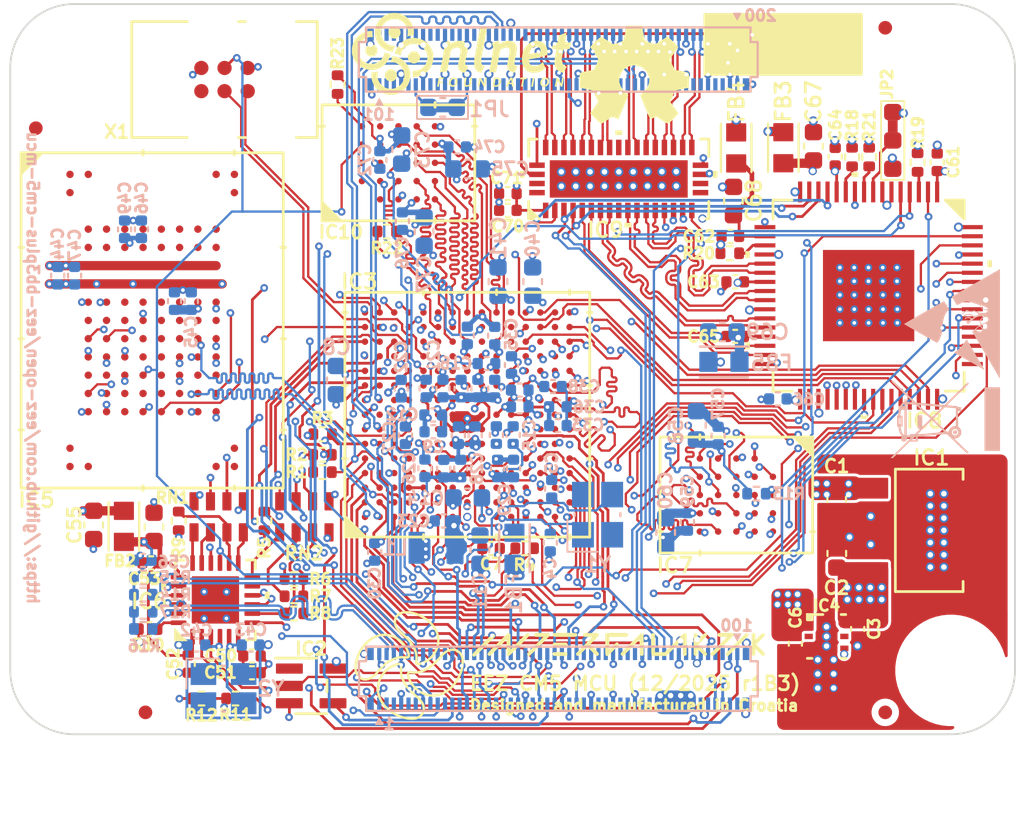
<source format=kicad_pcb>
(kicad_pcb (version 20241229) (generator "pcbnew") (generator_version "9.0")
  (title_block (title "${project_name}") (date "2025-12-27") (rev "${project_version}") (company "${project_creator}"))
  (layers (0 "F.Cu" signal) (4 "In1.Cu" power "GND1.Cu") (6 "In2.Cu" signal "In2signal.Cu") (8 "In3.Cu" power "POWER.Cu") (10 "In4.Cu" power "GND2.Cu") (2 "B.Cu" signal) (13 "F.Paste" user) (15 "B.Paste" user) (5 "F.SilkS" user "F.Silkscreen") (7 "B.SilkS" user "B.Silkscreen") (1 "F.Mask" user) (3 "B.Mask" user) (25 "Edge.Cuts" user))
  (property "project_creator" "Envox d.o.o.")
  (property "project_info" "32-bit STM32 MCU module")
  (property "project_license" "Licensed under the TAPR Open Hardware License (www.tapr.org/OHL)")
  (property "project_name" "EEZ BB3+ STM32H7 CM5 module")
  (property "project_url" "https://www.envox.eu")
  (property "project_version" "r1B3")
  (net 0 "")
  (net 1 "/STM32H7 MCU/RCC_OSC_IN")
  (net 2 "/STM32H7 MCU/RCC_OSC_OUT")
  (net 3 "GND")
  (net 4 "ETH_MDIO")
  (net 5 "ETH_CRS_DV")
  (net 6 "ETH_TX_EN")
  (net 7 "ETH_TXD1")
  (net 8 "ETH_MDC")
  (net 9 "ETH_RXD0")
  (net 10 "ETH_RXD1")
  (net 11 "/DVID converter, NOR Flash/TX1+")
  (net 12 "/DVID converter, NOR Flash/TX0+")
  (net 13 "ETH_TXD0")
  (net 14 "+3V3")
  (net 15 "SDMMC_D1")
  (net 16 "/STM32H7 MCU/VDD_SDC")
  (net 17 "/DVID converter, NOR Flash/TX0-")
  (net 18 "/STM32H7 MCU/VDDSMPS")
  (net 19 "~{RESET_OUT}")
  (net 20 "ETH_RX_ERR")
  (net 21 "/STM32H7 MCU/JTAG_SWCLK")
  (net 22 "/STM32H7 MCU/JTAG_SWDIO")
  (net 23 "DVID_SEL2")
  (net 24 "~{DIB1_CSA}")
  (net 25 "+VAUX")
  (net 26 "~{DIB3_CSA}")
  (net 27 "TFT_DVID_TX1_P")
  (net 28 "~{SYSMCU_CS}")
  (net 29 "~{TFT_IRQ}")
  (net 30 "MCU_USB_UP_TX-")
  (net 31 "SDA")
  (net 32 "SCL")
  (net 33 "TFT_DVID_TX2_P")
  (net 34 "~{DIB4_IRQ}")
  (net 35 "DIB_OE_SYNC")
  (net 36 "RS485_TX_EN{slash}DOUT2")
  (net 37 "TFT_DVID_TX2_N")
  (net 38 "/DVID converter, NOR Flash/TXC-")
  (net 39 "TFT_DVID_CLK_P")
  (net 40 "~{DIB3_IRQ}")
  (net 41 "~{DIB5_CSA}")
  (net 42 "TFT_DVID_CLK_N")
  (net 43 "DIB1_USB_D+")
  (net 44 "TFT_DVID_TX0_P")
  (net 45 "XSPIM_P1_IO10")
  (net 46 "/STM32H7 MCU/VLXSMPS")
  (net 47 "~{DIB2_CSA}")
  (net 48 "SDMMC_D0")
  (net 49 "/DVID converter, NOR Flash/TX2+")
  (net 50 "~{DIB4_CSA}")
  (net 51 "MCU_USB_UP_TX+")
  (net 52 "TFT_DVID_TX0_N")
  (net 53 "DIB1_USB_D-")
  (net 54 "XSPIM_P1_IO5")
  (net 55 "~{DIB5_IRQ}")
  (net 56 "~{DIB1_IRQ}")
  (net 57 "~{SYSMCU_IRQ}")
  (net 58 "~{DIB2_IRQ}")
  (net 59 "SDMMC_CLK")
  (net 60 "TFT_DVID_TX1_N")
  (net 61 "BOOT0")
  (net 62 "~{ETH_LINK_ACT}")
  (net 63 "ETH_TXRX_B-")
  (net 64 "ETH_TXRX_A-")
  (net 65 "~{ETH_LINK100}")
  (net 66 "ETH_TXRX_B+")
  (net 67 "ETH_TXRX_A+")
  (net 68 "XSPIM_P1_IO2")
  (net 69 "XSPIM_P1_IO0")
  (net 70 "XSPIM_P1_IO12")
  (net 71 "XSPI_M_P1_CLK")
  (net 72 "XSPIM_P1_IO9")
  (net 73 "XSPIM_P1_IO13")
  (net 74 "XSPIM_P1_IO14")
  (net 75 "XSPIM_P1_IO15")
  (net 76 "DVID_SEL1")
  (net 77 "XSPIM_P2_CLK")
  (net 78 "XSPIM_P1_IO4")
  (net 79 "XSPIM_P2_IO3")
  (net 80 "XSPIM_P2_IO1")
  (net 81 "XSPIM_P2_IO5")
  (net 82 "XSPIM_P2_IO0")
  (net 83 "XSPIM_P2_IO4")
  (net 84 "~{XSPIM_P2_CS1}")
  (net 85 "XSPIM_P2_IO6")
  (net 86 "XSPIM_P2_DQS0")
  (net 87 "XSPIM_P2_IO2")
  (net 88 "XSPIM_P2_IO7")
  (net 89 "/DVID converter, NOR Flash/TX2-")
  (net 90 "/DVID converter, NOR Flash/TXC+")
  (net 91 "/DVID converter, NOR Flash/TX1-")
  (net 93 "XSPIM_P1_IO8")
  (net 94 "XSPIM_P1_IO11")
  (net 95 "XSPI_M_P1_DQS0")
  (net 96 "SDMMC_D6")
  (net 97 "SDMMC_D2")
  (net 98 "SDMMC_D3")
  (net 99 "SDMMC_CMD")
  (net 100 "SDMMC_D7")
  (net 101 "SDMMC_D5")
  (net 102 "SDMMC_D4")
  (net 103 "XSPIM_P1_IO7")
  (net 104 "XSPIM_P1_IO1")
  (net 105 "XSPI_M_P1_DQS1")
  (net 106 "XSPIM_P1_IO6")
  (net 107 "XSPIM_P1_IO3")
  (net 108 "~{LED_ACT}")
  (net 109 "~{XSPI_M_P1_CS}")
  (net 110 "REAR_DVID_TX1_N")
  (net 111 "REAR_DVID_CLK_P")
  (net 112 "REAR_DVID_TX0_N")
  (net 113 "REAR_DVID_TX1_P")
  (net 114 "REAR_DVID_CLK_N")
  (net 115 "REAR_DVID_TX2_N")
  (net 116 "REAR_DVID_TX0_P")
  (net 117 "REAR_DVID_TX2_P")
  (net 118 "REAR_DVID_SDA")
  (net 119 "REAR_DVID_CEC")
  (net 120 "REAR_DVID_SCL")
  (net 121 "+1V8")
  (net 122 "GPIO_VREF")
  (net 123 "DIB4_SCLK")
  (net 124 "DIB4_MISO")
  (net 125 "DIB4_MOSI")
  (net 126 "LTDC_G2")
  (net 127 "LTDC_B7")
  (net 128 "LTDC_G5")
  (net 129 "LTDC_VSYNC")
  (net 130 "LTDC_CLK")
  (net 131 "LTDC_R3")
  (net 132 "LTDC_B1")
  (net 133 "LTDC_B6")
  (net 134 "LTDC_R1")
  (net 135 "LTDC_B5")
  (net 136 "LTDC_R6")
  (net 137 "LTDC_G3")
  (net 138 "LTDC_B0")
  (net 139 "LTDC_DE")
  (net 140 "LTDC_R5")
  (net 141 "LTDC_R7")
  (net 142 "LTDC_B4")
  (net 143 "LTDC_G6")
  (net 144 "LTDC_G0")
  (net 145 "LTDC_B2")
  (net 146 "LTDC_G7")
  (net 147 "LTDC_G4")
  (net 148 "LTDC_G1")
  (net 149 "LTDC_B3")
  (net 150 "LTDC_R0")
  (net 151 "LTDC_HSYNC")
  (net 152 "LTDC_R4")
  (net 153 "LTDC_R2")
  (net 158 "~{LED_PWR}")
  (net 159 "DIB1{slash}DIB3_MISO")
  (net 160 "DIB2{slash}DIB5_SCLK")
  (net 161 "DIB1{slash}DIB3_MOSI")
  (net 162 "DIB2{slash}DIB5_MISO")
  (net 163 "DIB2{slash}DIB5_MOSI")
  (net 164 "DIB1{slash}DIB3_SCLK")
  (net 165 "/STM32H7 MCU/~{ACTIVE}")
  (net 166 "/Ethernet PHY, PSRAM, eMMC/+3V3_LAN")
  (net 186 "/CM5 socket/+5V_IN")
  (net 205 "Net-(SoM1B-VBUS_EN_(3.3v))")
  (net 214 "Net-(IC6-XTAL2)")
  (net 217 "Net-(IC6-XTAL1{slash}CLKIN)")
  (net 223 "Net-(IC6-VDDCR)")
  (net 230 "/DVID converter, NOR Flash/DVDD")
  (net 236 "ETH_REF_CLK")
  (net 241 "UART_RX{slash}DIN1")
  (net 246 "RS485_RX{slash}DIN3")
  (net 251 "Net-(IC3C-VREFM)")
  (net 252 "Net-(IC3C-VSSA)")
  (net 265 "Net-(IC6-RBIAS)")
  (net 266 "Net-(IC6-RXD1{slash}MODE1)")
  (net 267 "Net-(IC6-MDC)")
  (net 268 "Net-(IC6-RXD0{slash}MODE0)")
  (net 269 "Net-(IC6-TXD1)")
  (net 270 "Net-(IC6-MDIO)")
  (net 271 "Net-(IC6-TXD0)")
  (net 272 "Net-(IC6-CRS_DV{slash}MODE2)")
  (net 273 "Net-(IC6-NINT{slash}REFCLKO)")
  (net 274 "Net-(IC8-EDGE{slash}HTPLG)")
  (net 275 "Net-(IC8-CTL1{slash}A1{slash}DK1)")
  (net 276 "Net-(IC8-VREF)")
  (net 278 "Net-(IC8-TFADJ)")
  (net 279 "Net-(IC8-MSEN{slash}PO1)")
  (net 283 "DVID_CEC")
  (net 288 "Net-(IC10-~{ECS})")
  (net 290 "/DVID converter, NOR Flash/PVDD")
  (net 291 "/DVID converter, NOR Flash/TVDD")
  (net 292 "DVID_HPD")
  (net 293 "REAR_DVID_HPD")
  (net 302 "RTC_CM5")
  (net 303 "DIN2")
  (net 304 "UART_TX{slash}DOUT1")
  (net 305 "RS485_TX{slash}DOUT3")
  (net 308 "Net-(IC5-VDDI)")
  (footprint "PCM_EEZ_passives:R_0402_1005Metric" (layer "F.Cu") (at 111.19 96.89 180)
    (property "Reference" "R2")
    (property "Value" "1K5")
  )
  (footprint "PCM_Intergalaktik:Intergalaktik logo" (layer "F.Cu") (at 127.44 107.16)
    (property "Reference" "G***" (hide yes))
    (property "Value" "LOGO" (hide yes))
  )
  (footprint "PCM_EEZ_passives:C_0603_1608Metric" (layer "F.Cu") (at 98.664508 100.732559 -90)
    (property "Reference" "C55")
    (property "Value" "4u7")
  )
  (footprint "PCM_EEZ_passives:BEAD0603" (layer "F.Cu") (at 133.84 80.08 90)
    (property "Reference" "FB4")
    (property "Value" "60R@100MHz")
  )
  (footprint "PCM_EEZ_passives:R_0402_1005Metric" (layer "F.Cu") (at 122.26 102.01)
    (property "Reference" "R4")
    (property "Value" "10K")
  )
  (footprint "PCM_EEZ_passives:R_0402_1005Metric" (layer "F.Cu") (at 133.49 85.85 180)
    (property "Reference" "R20")
    (property "Value" "510R")
  )
  (footprint "PCM_EEZ_passives:C_0402_1005Metric" (layer "F.Cu") (at 120.42 102.02)
    (property "Reference" "C7")
    (property "Value" "10n" (hide yes))
  )
  (footprint "PCM_EEZ_passives:R_0402_1005Metric" (layer "F.Cu") (at 108.01 100.51 -90)
    (property "Reference" "R5")
    (property "Value" "1K5")
  )
  (footprint "PCM_EEZ_passives:C_0402_1005Metric" (layer "F.Cu") (at 137.08 107.239999 -90)
    (property "Reference" "C6")
    (property "Value" "1u" (hide yes))
  )
  (footprint "PCM_EEZ_passives:C_0402_1005Metric" (layer "F.Cu") (at 133.7853 87.416801 180)
    (property "Reference" "C63")
    (property "Value" "100n" (hide yes))
  )
  (footprint "PCM_EEZ_SMD:Fiducial_0.75mm_Mask1.5mm" (layer "F.Cu") (at 95.5 79)
    (property "Reference" "FM1" (hide yes))
    (property "Value" "~")
  )
  (footprint "PCM_EEZ_BGA:APS256XXN-OBR-BG_APY-L" (layer "F.Cu") (at 133.849998 99.095 -90)
    (property "Reference" "IC7")
    (property "Value" "APS256XXN-OBR-BG")
  )
  (footprint "PCM_EEZ_passives:C_0603_1608Metric" (layer "F.Cu") (at 139.34 99.335 90)
    (property "Reference" "C1")
    (property "Value" "10u")
  )
  (footprint "PCM_EEZ_SMD:PAP64_5X5-L" (layer "F.Cu") (at 141.09 88.17 -90)
    (property "Reference" "IC8")
    (property "Value" "TFP410PAP")
  )
  (footprint "PCM_EEZ_passives:C_0402_1005Metric" (layer "F.Cu") (at 144.8453 80.866801 90)
    (property "Reference" "C61")
    (property "Value" "100n" (hide yes))
  )
  (footprint "PCM_EEZ_passives:C_0603_1608Metric" (layer "F.Cu") (at 139.347076 102.295 -90)
    (property "Reference" "C2")
    (property "Value" "10u")
  )
  (footprint "PCM_EEZ_passives:BEAD0603" (layer "F.Cu") (at 136.42 80.07 90)
    (property "Reference" "FB3")
    (property "Value" "60R@100MHz")
  )
  (footprint "PCM_EEZ_BGA:APS256XXN-OBR-BG_APY-L" (layer "F.Cu") (at 115.349996 80.897881 90)
    (property "Reference" "IC10")
    (property "Value" "MX25UM25645GXDI00-T")
  )
  (footprint "PCM_EEZ_unsorted:Open HW logo" (layer "F.Cu") (at 128.26 76.05)
    (property "Reference" "LOGO1" (hide yes))
    (property "Value" "Open HW logo" (hide yes))
  )
  (footprint "PCM_EEZ_SMD:RUA42_7P55X2P05" (layer "F.Cu") (at 127.41 81.78 90)
    (property "Reference" "IC9")
    (property "Value" "TS3DV642A0RUAR")
  )
  (footprint "PCM_EEZ_passives:R_0402_1005Metric" (layer "F.Cu") (at 103.3207 100.51 -90)
    (property "Reference" "R9")
    (property "Value" "10K")
  )
  (footprint "PCM_EEZ_BGA:IS21EF04GP-JQLI" (layer "F.Cu") (at 101.87 89.53)
    (property "Reference" "IC5")
    (property "Value" "IS21EF04GP-JQLI")
  )
  (footprint "PCM_EEZ_passives:C_0402_1005Metric" (layer "F.Cu") (at 121.34 82.58 180)
    (property "Reference" "C71")
    (property "Value" "100n" (hide yes))
  )
  (footprint "PCM_EEZ_passives:C_0402_1005Metric" (layer "F.Cu") (at 107.3307 108.83 180)
    (property "Reference" "C51")
    (property "Value" "1u" (hide yes))
  )
  (footprint "PCM_EEZ_passives:R_0402_1005Metric" (layer "F.Cu") (at 141.12 80.58 90)
    (property "Reference" "R21")
    (property "Value" "1K")
  )
  (footprint "PCM_EEZ_SMD:Fiducial_0.75mm_Mask1.5mm" (layer "F.Cu") (at 101.5 111)
    (property "Reference" "FM3" (hide yes))
    (property "Value" "~")
  )
  (footprint "PCM_EEZ_unsorted:EEZ logo (outline 6mm)" (layer "F.Cu") (at 115.93 108.43)
    (property "Reference" "LOGO2" (hide yes))
    (property "Value" "EEZ logo" (hide yes))
  )
  (footprint "PCM_EEZ_passives:C_0603_1608Metric" (layer "F.Cu") (at 101.970756 100.837841 90)
    (property "Reference" "C54" (hide yes))
    (property "Value" "4u7")
  )
  (footprint "PCM_EEZ_passives:C_0402_1005Metric" (layer "F.Cu") (at 107.3307 107.91)
    (property "Reference" "C50")
    (property "Value" "470p" (hide yes))
  )
  (footprint "PCM_EEZ_SMD:SOT223" (layer "F.Cu") (at 144.407476 101.03)
    (property "Reference" "IC1")
    (property "Value" "AZ1117CH2-3.3TRG1")
  )
  (footprint "PCM_EEZ_SMD:Fiducial_0.75mm_Mask1.5mm" (layer "F.Cu") (at 142 73.5)
    (property "Reference" "FM2" (hide yes))
    (property "Value" "~")
  )
  (footprint "PCM_EEZ_passives:C_0402_1005Metric" (layer "F.Cu") (at 103.84 108.35 -90)
    (property "Reference" "C52")
    (property "Value" "10n" (hide yes))
  )
  (footprint "PCM_EEZ_passives:C_0603_1608Metric" (layer "F.Cu") (at 133.69 82.99 -90)
    (property "Reference" "C68")
    (property "Value" "10u")
  )
  (footprint "PCM_EEZ_SMD:Fiducial_0.75mm_Mask1.5mm" (layer "F.Cu") (at 142 111)
    (property "Reference" "FM4" (hide yes))
    (property "Value" "~")
  )
  (footprint "PCM_EEZ_passives:R_0402_1005Metric" (layer "F.Cu") (at 109.63 105.58)
    (property "Reference" "R8")
    (property "Value" "10K")
  )
  (footprint "PCM_EEZ_passives:R_0402_1005Metric" (layer "F.Cu") (at 106.43 110.24 180)
    (property "Reference" "R11")
    (property "Value" "10K")
  )
  (footprint "PCM_EEZ_passives:C_0402_1005Metric" (layer "F.Cu") (at 133.52 84.926801 180)
    (property "Reference" "C62")
    (property "Value" "100n" (hide yes))
  )
  (footprint "PCM_EEZ_passives:C_0402_1005Metric" (layer "F.Cu") (at 101.81 102.81 180)
    (property "Reference" "C53")
    (property "Value" "10n" (hide yes))
  )
  (footprint "PCM_EEZ_SMD:DRV0006A" (layer "F.Cu") (at 138.785001 106.84)
    (property "Reference" "IC4")
    (property "Value" "TLV75718PDRVR")
  )
  (footprint "PCM_EEZ_passives:CAY16" (layer "F.Cu") (at 110.2 100.29 180)
    (property "Reference" "RN2")
    (property "Value" "CAY16A-330J4AS")
  )
  (footprint "PCM_EEZ_passives:C_0402_1005Metric" (layer "F.Cu") (at 121.34 83.5 180)
    (property "Reference" "C70")
    (property "Value" "10n" (hide yes))
  )
  (footprint "PCM_EEZ_passives:R_0402_1005Metric" (layer "F.Cu") (at 143.77 80.88 90)
    (property "Reference" "R19")
    (property "Value" "10K")
  )
  (footprint "PCM_EEZ_passives:R_0402_1005Metric" (layer "F.Cu") (at 111.19 97.84 180)
    (property "Reference" "R1")
    (property "Value" "1K5")
  )
  (footprint "PCM_EEZ_passives:C_0402_1005Metric" (layer "F.Cu") (at 140.49 106.429999 -90)
    (property "Reference" "C3")
    (property "Value" "1u" (hide yes))
  )
  (footprint "PCM_EEZ_connectors:TC2030" (layer "F.Cu") (at 105.83 76.336 180)
    (property "Reference" "X1")
    (property "Value" "~")
  )
  (footprint "PCM_EEZ_SMD:DBV5" (layer "F.Cu") (at 110.5738 109.55)
    (property "Reference" "IC2")
    (property "Value" "SN74LVC1G14DBVR")
  )
  (footprint "PCM_EEZ_passives:R_0402_1005Metric" (layer "F.Cu") (at 112.02 76.61 90)
    (property "Reference" "R23")
    (property "Value" "10K")
  )
  (footprint "PCM_EEZ_passives:C_0402_1005Metric" (layer "F.Cu") (at 133.7853 90.406801 180)
    (property "Reference" "C65")
    (property "Value" "100n" (hide yes))
  )
  (footprint "PCM_EEZ_passives:R_0402_1005Metric" (layer "F.Cu") (at 101.65 106.44 180)
    (property "Reference" "R10")
    (property "Value" "12K1")
  )
  (footprint "PCM_EEZ_passives:R_0402_1005Metric" (layer "F.Cu") (at 109.63 104.64)
    (property "Reference" "R7")
    (property "Value" "10K")
  )
  (footprint "PCM_EEZ_passives:BEAD0603" (layer "F.Cu") (at 100.32 100.81 -90)
    (property "Reference" "FB2")
    (property "Value" "BLM18AG102SH1D")
  )
  (footprint "PCM_EEZ_SMD:JP3 shorted (0603)" (layer "F.Cu") (at 142.41 78.9 90)
    (property "Reference" "JP2")
    (property "Value" "~" (hide yes))
  )
  (footprint "PCM_EEZ_SMD:SQFN24_4X4MC_MCH-M" (layer "F.Cu") (at 105.33 104.84 90)
    (property "Reference" "IC6")
    (property "Value" "LAN8742A-CZ-TR" (hide yes))
  )
  (footprint "PCM_EEZ_unsorted:NLnet logo" (layer "F.Cu") (at 118.817136 75.066722)
    (property "Reference" "LOGO5" (hide yes))
    (property "Value" "NLnet logo" (hide yes))
  )
  (footprint "PCM_EEZ_passives:R_0402_1005Metric" (layer "F.Cu") (at 140.1847 80.58 -90)
    (property "Reference" "R18")
    (property "Value" "4K7")
  )
  (footprint "PCM_EEZ_passives:R_0402_1005Metric" (layer "F.Cu") (at 114.715227 84.66 180)
    (property "Reference" "R22")
    (property "Value" "10K")
  )
  (footprint "PCM_EEZ_passives:C_0603_1608Metric" (layer "F.Cu") (at 138.07 79.99 90)
    (property "Reference" "C67")
    (property "Value" "10u")
  )
  (footprint "PCM_EEZ_passives:R_0402_1005Metric" (layer "F.Cu") (at 104.57 110.24 180)
    (property "Reference" "R12")
    (property "Value" "10K")
  )
  (footprint "PCM_EEZ_passives:R_0402_1005Metric" (layer "F.Cu") (at 111.2 95.76 180)
    (property "Reference" "R3")
    (property "Value" "10K")
  )
  (footprint "PCM_EEZ_passives:R_0402_1005Metric" (layer "F.Cu") (at 109.63 103.7 180)
    (property "Reference" "R6")
    (property "Value" "10K")
  )
  (footprint "PCM_EEZ_passives:CAY16" (layer "F.Cu") (at 105.51 100.29 180)
    (property "Reference" "RN1")
    (property "Value" "CAY16A-330J4AS")
  )
  (footprint "PCM_EEZ_connectors:Raspberry-Pi-CM5 (SoM)" (layer "F.Cu") (at 145.6 108.7 90)
    (property "Reference" "SoM1" (hide yes))
    (property "Value" "2x DF40HC(3.0)-100DS-0.4V(51")
    (fp_line (start 33 -51.5) (end 0 -51.5) (stroke (width 0.1)) (layer "Edge.Cuts"))
    (fp_line (start -3.5 -48) (end -3.5 0) (stroke (width 0.1)) (layer "Edge.Cuts"))
    (fp_line (start 36.5 0) (end 36.5 -48) (stroke (width 0.1)) (layer "Edge.Cuts"))
    (fp_line (start 0 3.5) (end 33 3.5) (stroke (width 0.1)) (layer "Edge.Cuts"))
    (fp_arc (start 33 -51.5) (mid 35.474874 -50.474874) (end 36.5 -48) (stroke (width 0.1)) (layer "Edge.Cuts"))
    (fp_arc (start -3.5 -48) (mid -2.474874 -50.474874) (end 0 -51.5) (stroke (width 0.1)) (layer "Edge.Cuts"))
    (fp_arc (start 36.5 0) (mid 35.474874 2.474874) (end 33 3.5) (stroke (width 0.1)) (layer "Edge.Cuts"))
    (fp_arc (start 0 3.5) (mid -2.474874 2.474874) (end -3.5 0) (stroke (width 0.1)) (layer "Edge.Cuts"))
  )
  (footprint "PCM_EEZ_passives:C_0402_1005Metric" (layer "F.Cu") (at 139.26 80.56 90)
    (property "Reference" "C64")
    (property "Value" "100n" (hide yes))
  )
  (footprint "PCM_EEZ_BGA:TFBGA225_13X13_STM" (layer "F.Cu") (at 119.120002 94.693013 90)
    (property "Reference" "IC3")
    (property "Value" "STM32H7R7L8H6H")
  )
  (footprint "PCM_EEZ_passives:C_0402_1005Metric" (layer "B.Cu") (at 120.620002 93.263012 -90)
    (property "Reference" "C25" (hide yes))
    (property "Value" "100n" (hide yes))
  )
  (footprint "PCM_EEZ_passives:XTAL_403C11A24M00000" (layer "B.Cu") (at 105.7757 109.7 -90)
    (property "Reference" "Y2")
    (property "Value" "VXM7-9032-25M0000000")
  )
  (footprint "PCM_EEZ_SMD:JP2 shorted (0603)" (layer "B.Cu") (at 117.76 77.86)
    (property "Reference" "JP1")
    (property "Value" "~" (hide yes))
  )
  (footprint "PCM_EEZ_passives:C_0402_1005Metric" (layer "B.Cu") (at 100.358614 84.54 90)
    (property "Reference" "C49")
    (property "Value" "100n" (hide yes))
  )
  (footprint "PCM_EEZ_passives:C_0402_1005Metric" (layer "B.Cu") (at 96.7 87.08 -90)
    (property "Reference" "C44")
    (property "Value" "2u2" (hide yes))
  )
  (footprint "PCM_EEZ_passives:C_0402_1005Metric" (layer "B.Cu") (at 117.82 100.513012 180)
    (property "Reference" "C23")
    (property "Value" "220p" (hide yes))
  )
  (footprint "PCM_EEZ_passives:C_0603_1608Metric" (layer "B.Cu") (at 133.09 90.16)
    (property "Reference" "C69")
    (property "Value" "10u")
  )
  (footprint "PCM_EEZ_passives:C_0402_1005Metric" (layer "B.Cu") (at 118.565227 80.03)
    (property "Reference" "C74")
    (property "Value" "100n" (hide yes))
  )
  (footprint "PCM_EEZ_passives:C_0402_1005Metric" (layer "B.Cu") (at 97.62 87.08 -90)
    (property "Reference" "C47")
    (property "Value" "100n" (hide yes))
  )
  (footprint "PCM_EEZ_passives:C_0402_1005Metric" (layer "B.Cu") (at 121.990002 93.343012)
    (property "Reference" "C13" (hide yes))
    (property "Value" "100n" (hide yes))
  )
  (footprint "PCM_EEZ_passives:C_0402_1005Metric" (layer "B.Cu") (at 107.2557 107.31 180)
    (property "Reference" "C43")
    (property "Value" "10p" (hide yes))
  )
  (footprint "PCM_EEZ_passives:C_0603_1608Metric" (layer "B.Cu") (at 119.81 102.085 90)
    (property "Reference" "C11")
    (property "Value" "10u")
  )
  (footprint "PCM_EEZ_unsorted:WEEE logo" (layer "B.Cu") (at 145.28 94.96 -90)
    (property "Reference" "LOGO3" (hide yes))
    (property "Value" "WEEE logo" (hide yes))
  )
  (footprint "PCM_EEZ_passives:C_0603_1608Metric" (layer "B.Cu") (at 119.145 99.25 180)
    (property "Reference" "C14")
    (property "Value" "10u")
  )
  (footprint "PCM_EEZ_passives:C_0402_1005Metric" (layer "B.Cu") (at 124.08 94.26)
    (property "Reference" "C36")
    (property "Value" "100n" (hide yes))
  )
  (footprint "PCM_EEZ_SMD:NetTie-2_SMD_Pad0.2mm" (layer "B.Cu") (at 117.28 98.12)
    (property "Reference" "NT1" (hide yes))
    (property "Value" "NetTie_2" (hide yes))
  )
  (footprint "PCM_EEZ_passives:C_0603_1608Metric" (layer "B.Cu") (at 129.98 101.14 -90)
    (property "Reference" "C60")
    (property "Value" "4u7")
  )
  (footprint "PCM_EEZ_passives:R_0402_1005Metric" (layer "B.Cu") (at 134.95 99.02 180)
    (property "Reference" "R13")
    (property "Value" "10K")
  )
  (footprint "PCM_EEZ_passives:C_0402_1005Metric" (layer "B.Cu") (at 131.17 100.57 -90)
    (property "Reference" "C59")
    (property "Value" "100n" (hide yes))
  )
  (footprint "PCM_EEZ_passives:C_0402_1005Metric" (layer "B.Cu") (at 104.2957 107.31)
    (property "Reference" "C42")
    (property "Value" "10p" (hide yes))
  )
  (footprint "PCM_EEZ_passives:C_0603_1608Metric" (layer "B.Cu") (at 111.95 92.8 90)
    (property "Reference" "C8")
    (property "Value" "4u7")
  )
  (footprint "PCM_EEZ_passives:C_0402_1005Metric" (layer "B.Cu") (at 121.540002 91.973012 90)
    (property "Reference" "C35")
    (property "Value" "100n" (hide yes))
  )
  (footprint "PCM_EEZ_passives:C_0402_1005Metric" (layer "B.Cu") (at 119.120002 90.353012 90)
    (property "Reference" "C34" (hide yes))
    (property "Value" "100n" (hide yes))
  )
  (footprint "PCM_EEZ_passives:C_0402_1005Metric" (layer "B.Cu") (at 121.63 95.81 -90)
    (property "Reference" "C15")
    (property "Value" "2u2" (hide yes))
  )
  (footprint "PCM_EEZ_unsorted:ESD  logo" (layer "B.Cu") (at 145.64 89.72 -90)
    (property "Reference" "LOGO4" (hide yes))
    (property "Value" "ESD logo" (hide yes))
  )
  (footprint "PCM_EEZ_passives:C_0402_1005Metric" (layer "B.Cu") (at 120.71 95.81 90)
    (property "Reference" "C17" (hide yes))
    (property "Value" "100n" (hide yes))
  )
  (footprint "PCM_EEZ_passives:C_0402_1005Metric" (layer "B.Cu") (at 120.78 97.64 -90)
    (property "Reference" "C29")
    (property "Value" "1u" (hide yes))
  )
  (footprint "PCM_EEZ_passives:C_0402_1005Metric" (layer "B.Cu") (at 119.55 95.82 90)
    (property "Reference" "C24" (hide yes))
    (property "Value" "100n" (hide yes))
  )
  (footprint "PCM_EEZ_passives:C_0402_1005Metric" (layer "B.Cu") (at 101.28 84.54 90)
    (property "Reference" "C46")
    (property "Value" "2u2" (hide yes))
  )
  (footprint "PCM_EEZ_passives:C_0402_1005Metric" (layer "B.Cu") (at 132.85 95.835 90)
    (property "Reference" "C57")
    (property "Value" "100n" (hide yes))
  )
  (footprint "PCM_EEZ_passives:C_0603_1608Metric" (layer "B.Cu") (at 131.66 95.275 90)
    (property "Reference" "C58")
    (property "Value" "4u7")
  )
  (footprint "PCM_EEZ_passives:C_0402_1005Metric" (layer "B.Cu") (at 120.620002 90.363012 90)
    (property "Reference" "C37" (hide yes))
    (property "Value" "100n" (hide yes))
  )
  (footprint "PCM_EEZ_passives:R_0402_1005Metric" (layer "B.Cu") (at 101.38 105.49 180)
    (property "Reference" "R17")
    (property "Value" "49R9")
  )
  (footprint "PCM_EEZ_passives:C_0402_1005Metric" (layer "B.Cu") (at 117.26 95.63 180)
    (property "Reference" "C9")
    (property "Value" "100n" (hide yes))
  )
  (footprint "PCM_EEZ_passives:C_0603_1608Metric" (layer "B.Cu") (at 119.130227 81.23)
    (property "Reference" "C75")
    (property "Value" "4u7")
  )
  (footprint "PCM_EEZ_passives:C_0402_1005Metric" (layer "B.Cu") (at 118.760002 97.643012 -90)
    (property "Reference" "C28")
    (property "Value" "1u" (hide yes))
  )
  (footprint "PCM_EEZ_passives:C_0603_1608Metric" (layer "B.Cu") (at 115.525227 80.17 -90)
    (property "Reference" "C73")
    (property "Value" "4u7")
  )
  (footprint "PCM_EEZ_passives:BEAD0603" (layer "B.Cu") (at 133.17 91.8 180)
    (property "Reference" "FB5")
    (property "Value" "60R@100MHz")
  )
  (footprint "PCM_EEZ_passives:C_0402_1005Metric" (layer "B.Cu") (at 119.700002 93.263012 -90)
    (property "Reference" "C39" (hide yes))
    (property "Value" "100n" (hide yes))
  )
  (footprint "PCM_EEZ_passives:0806" (layer "B.Cu") (at 117.388602 101.983012)
    (property "Reference" "L1")
    (property "Value" "LQM2MPN2R2NG0")
  )
  (footprint "PCM_EEZ_passives:C_0402_1005Metric" (layer "B.Cu") (at 120.170002 91.893012 180)
    (property "Reference" "C18")
    (property "Value" "2u2" (hide yes))
  )
  (footprint "PCM_EEZ_passives:C_0402_1005Metric" (layer "B.Cu") (at 115.5 93.27 90)
    (property "Reference" "C22")
    (property "Value" "1u" (hide yes))
  )
  (footprint "PCM_EEZ_passives:C_0402_1005Metric" (layer "B.Cu") (at 116.87 93.26 90)
    (property "Reference" "C16" (hide yes))
    (property "Value" "100n" (hide yes))
  )
  (footprint "PCM_EEZ_passives:C_0402_1005Metric" (layer "B.Cu") (at 115.73 95.823012 90)
    (property "Reference" "C27")
    (property "Value" "100n" (hide yes))
  )
  (footprint "PCM_EEZ_passives:XTAL_403C11A24M00000" (layer "B.Cu") (at 126.25 100.17)
    (property "Reference" "Y1")
    (property "Value" "VXM7-9032-25M0000000")
  )
  (footprint "PCM_EEZ_passives:C_0402_1005Metric" (layer "B.Cu") (at 123.66 101.7 90)
    (property "Reference" "C4")
    (property "Value" "10p" (hide yes))
  )
  (footprint "PCM_EEZ_passives:C_0402_1005Metric" (layer "B.Cu") (at 114.33166 80.74 -90)
    (property "Reference" "C72")
    (property "Value" "100n" (hide yes))
  )
  (footprint "PCM_EEZ_passives:C_0402_1005Metric" (layer "B.Cu") (at 121.990002 94.263012)
    (property "Reference" "C20" (hide yes))
    (property "Value" "100n" (hide yes))
  )
  (footprint "PCM_EEZ_passives:C_0402_1005Metric" (layer "B.Cu") (at 124.08 95.29)
    (property "Reference" "C33")
    (property "Value" "100n" (hide yes))
  )
  (footprint "PCM_EEZ_passives:C_0402_1005Metric" (layer "B.Cu") (at 117.79 93.26 -90)
    (property "Reference" "C21")
    (property "Value" "2u2" (hide yes))
  )
  (footprint "PCM_EEZ_passives:C_0402_1005Metric" (layer "B.Cu") (at 104.01 88.471302 90)
    (property "Reference" "C45")
    (property "Value" "2u2" (hide yes))
  )
  (footprint "PCM_EEZ_passives:C_0402_1005Metric" (layer "B.Cu") (at 115.565227 84.09 -90)
    (property "Reference" "C76")
    (property "Value" "100n" (hide yes))
  )
  (footprint "PCM_EEZ_passives:R_0402_1005Metric" (layer "B.Cu") (at 101.38 106.43)
    (property "Reference" "R16")
    (property "Value" "49R9")
  )
  (footprint "PCM_EEZ_passives:R_0402_1005Metric" (layer "B.Cu") (at 101.38 103.61)
    (property "Reference" "R15")
    (property "Value" "49R9")
  )
  (footprint "PCM_EEZ_passives:R_0402_1005Metric" (layer "B.Cu") (at 101.38 104.55)
    (property "Reference" "R14")
    (property "Value" "49R9")
  )
  (footprint "PCM_EEZ_passives:C_0402_1005Metric" (layer "B.Cu") (at 103.09 88.471302 90)
    (property "Reference" "C48" (hide yes))
    (property "Value" "100n" (hide yes))
  )
  (footprint "PCM_EEZ_passives:C_0402_1005Metric" (layer "B.Cu") (at 116.8 97.63 -90)
    (property "Reference" "C26")
    (property "Value" "2u2" (hide yes))
  )
  (footprint "PCM_EEZ_passives:BEAD0603" (layer "B.Cu") (at 121.7 102.01 -90)
    (property "Reference" "FB1")
    (property "Value" "FBMJ1608HM180NTR")
  )
  (footprint "PCM_EEZ_passives:C_0402_1005Metric" (layer "B.Cu") (at 117.25 94.71 180)
    (property "Reference" "C12")
    (property "Value" "100n" (hide yes))
  )
  (footprint "PCM_EEZ_passives:C_0603_1608Metric" (layer "B.Cu") (at 120.8 87.4 90)
    (property "Reference" "C41")
    (property "Value" "4u7")
  )
  (footprint "PCM_EEZ_passives:C_0603_1608Metric" (layer "B.Cu") (at 122.7 87.4 90)
    (property "Reference" "C40")
    (property "Value" "4u7")
  )
  (footprint "PCM_EEZ_passives:C_0402_1005Metric" (layer "B.Cu") (at 121.65 97.64 -90)
    (property "Reference" "C32" (hide yes))
    (property "Value" "100n" (hide yes))
  )
  (footprint "PCM_EEZ_passives:C_0402_1005Metric" (layer "B.Cu") (at 136.12 93.83 180)
    (property "Reference" "C66")
    (property "Value" "100n" (hide yes))
  )
  (footprint "PCM_EEZ_passives:C_0402_1005Metric" (layer "B.Cu") (at 101.36 102.67)
    (property "Reference" "C56")
    (property "Value" "100n" (hide yes))
  )
  (footprint "PCM_EEZ_passives:C_0402_1005Metric" (layer "B.Cu") (at 123.74 98.75 -90)
    (property "Reference" "C5")
    (property "Value" "10p" (hide yes))
  )
  (footprint "PCM_EEZ_passives:C_0402_1005Metric" (layer "B.Cu") (at 118.63 95.82 90)
    (property "Reference" "C19" (hide yes))
    (property "Value" "100n" (hide yes))
  )
  (footprint "PCM_EEZ_passives:C_0402_1005Metric" (layer "B.Cu") (at 114.05 102.21 -90)
    (property "Reference" "C30")
    (property "Value" "100n" (hide yes))
  )
  (footprint "PCM_EEZ_passives:C_0402_1005Metric" (layer "B.Cu") (at 123.81 93.15)
    (property "Reference" "C38")
    (property "Value" "100n" (hide yes))
  )
  (footprint "PCM_EEZ_passives:C_0402_1005Metric" (layer "B.Cu") (at 118.780002 93.263012 -90)
    (property "Reference" "C10" (hide yes))
    (property "Value" "100n" (hide yes))
  )
  (footprint "PCM_EEZ_SMD:NetTie-2_SMD_Pad0.2mm" (layer "B.Cu") (at 121.16 97.899999 -90)
    (property "Reference" "NT2" (hide yes))
    (property "Value" "NetTie_2" (hide yes))
  )
  (footprint "PCM_EEZ_passives:C_0402_1005Metric" (layer "B.Cu") (at 117.83 97.65 -90)
    (property "Reference" "C31" (hide yes))
    (property "Value" "100n" (hide yes))
  )
  (footprint "PCM_EEZ_passives:C_0603_1608Metric" (layer "B.Cu") (at 116.755227 84.66 -90)
    (property "Reference" "C77")
    (property "Value" "4u7")
  )
  (gr_rect (start 132.12685 72.769897) (end 140.69685 76.049897) (stroke (width 0.1524)) (fill yes) (layer "F.SilkS"))
  (gr_poly (pts (xy 114.303739 77.371976) (xy 114.1 77.75) (xy 114.51 77.75)) (stroke (width 0.0508)) (fill yes) (layer "B.SilkS"))
  (gr_poly (pts (xy 114.300788 111.291976) (xy 114.097049 111.67) (xy 114.507049 111.67)) (stroke (width 0.0508)) (fill yes) (layer "B.SilkS"))
  (gr_poly (pts (xy 133.896261 73.078024) (xy 134.1 72.7) (xy 133.69 72.7)) (stroke (width 0.0508)) (fill yes) (layer "B.SilkS"))
  (gr_poly (pts (xy 133.896261 107.078024) (xy 134.1 106.7) (xy 133.69 106.7)) (stroke (width 0.0508)) (fill yes) (layer "B.SilkS"))
  (gr_text "EEZ CM5 MCU (12/2025 ${project_version})" (at 119.17 109.86 0) (layer "F.SilkS") (effects (font (size 0.762 0.762) (thickness 0.1524)) (justify left bottom)))
  (gr_text "Designed and manufactured in Croatia" (at 119.17 110.98 0) (layer "F.SilkS") (effects (font (size 0.6096 0.6096) (thickness 0.1524)) (justify left bottom)))
  (gr_text "100" (at 134.83 106.6 0) (layer "B.SilkS") (effects (font (size 0.6096 0.6096) (thickness 0.1524)) (justify left bottom mirror)))
  (gr_text "https://github.com/eez-open/eez-bb3plus-cm5-mcu" (at 94.976969 105.145599 270) (layer "B.SilkS") (effects (font (size 0.6096 0.6096) (thickness 0.1524) (bold yes)) (justify left bottom mirror)))
  (gr_text "200" (at 136.14 73.19 0) (layer "B.SilkS") (effects (font (size 0.6096 0.6096) (thickness 0.1524)) (justify left bottom mirror)))
  (gr_text "101" (at 115.24 78.61 0) (layer "B.SilkS") (effects (font (size 0.6096 0.6096) (thickness 0.1524)) (justify left bottom mirror)))
  (gr_text "1" (at 114.45 112 0) (layer "B.SilkS") (effects (font (size 0.6096 0.6096) (thickness 0.1524)) (justify right bottom mirror)))
  (segment (start 120.971449 100.293012) (end 121.028482 100.350045) (width 0.1524) (layer "F.Cu") (net 1))
  (segment (start 120.720002 100.293012) (end 120.971449 100.293012) (width 0.1524) (layer "F.Cu") (net 1))
  (segment (start 121.028482 100.350045) (end 121.028482 100.368812) (width 0.1524) (layer "F.Cu") (net 1))
  (via (at 121.028482 100.368812) (size 0.42) (drill 0.2) (layers "F.Cu" "B.Cu") (net 1))
  (segment (start 121.028908 100.368243) (end 121.029048 100.368383) (width 0.127) (layer "B.Cu") (net 1))
  (segment (start 123.66 101.22) (end 123.66 100.69) (width 0.127) (layer "B.Cu") (net 1))
  (segment (start 121.028908 100.368243) (end 121.028908 100.368467) (width 0.127) (layer "B.Cu") (net 1))
  (segment (start 121.035925 100.356024) (end 121.03553 100.355629) (width 0.127) (layer "B.Cu") (net 1))
  (segment (start 123.67 100.68) (end 123.415 100.68) (width 0.127) (layer "B.Cu") (net 1))
  (segment (start 121.028908 100.368243) (end 121.029048 100.368383) (width 0.1524) (layer "B.Cu") (net 1))
  (segment (start 121.028919 100.368375) (end 121.028482 100.368812) (width 0.1524) (layer "B.Cu") (net 1))
  (segment (start 123.185 100.45) (end 121.297459 100.45) (width 0.127) (layer "B.Cu") (net 1))
  (segment (start 121.204271 100.356812) (end 121.050612 100.356812) (width 0.127) (layer "B.Cu") (net 1))
  (segment (start 121.029207 100.368511) (end 121.029248 100.368511) (width 0.1524) (layer "B.Cu") (net 1))
  (segment (start 121.033106 100.364653) (end 121.029248 100.368511) (width 0.1524) (layer "B.Cu") (net 1))
  (segment (start 121.029465 100.368062) (end 121.029048 100.367645) (width 0.1524) (layer "B.Cu") (net 1))
  (segment (start 121.033106 100.34126) (end 121.033106 100.364653) (width 0.1524) (layer "B.Cu") (net 1))
  (segment (start 121.029 100.368375) (end 121.028919 100.368375) (width 0.127) (layer "B.Cu") (net 1))
  (segment (start 121.031924 100.358366) (end 121.031924 100.365835) (width 0.127) (layer "B.Cu") (net 1))
  (segment (start 125.45 101.17) (end 124.96 100.68) (width 0.127) (layer "B.Cu") (net 1))
  (segment (start 121.029 100.368375) (end 121.028908 100.368467) (width 0.1524) (layer "B.Cu") (net 1))
  (segment (start 121.028908 100.368243) (end 121.028908 100.368467) (width 0.1524) (layer "B.Cu") (net 1))
  (segment (start 121.297459 100.45) (end 121.204271 100.356812) (width 0.127) (layer "B.Cu") (net 1))
  (segment (start 121.029207 100.368511) (end 121.029656 100.368062) (width 0.127) (layer "B.Cu") (net 1))
  (segment (start 121.029048 100.367645) (end 121.029048 100.368383) (width 0.1524) (layer "B.Cu") (net 1))
  (segment (start 121.029465 100.368062) (end 121.029656 100.368062) (width 0.127) (layer "B.Cu") (net 1))
  (segment (start 121.029207 100.368511) (end 121.029656 100.368062) (width 0.1524) (layer "B.Cu") (net 1))
  (segment (start 121.031924 100.365835) (end 121.029248 100.368511) (width 0.127) (layer "B.Cu") (net 1))
  (segment (start 121.029207 100.368511) (end 121.029248 100.368511) (width 0.127) (layer "B.Cu") (net 1))
  (segment (start 121.03553 100.355629) (end 121.034661 100.355629) (width 0.127) (layer "B.Cu") (net 1))
  (segment (start 124.96 100.68) (end 123.67 100.68) (width 0.127) (layer "B.Cu") (net 1))
  (segment (start 121.029465 100.368062) (end 121.029048 100.367645) (width 0.127) (layer "B.Cu") (net 1))
  (segment (start 121.029465 100.368062) (end 121.029656 100.368062) (width 0.1524) (layer "B.Cu") (net 1))
  (segment (start 123.66 100.69) (end 123.67 100.68) (width 0.127) (layer "B.Cu") (net 1))
  (segment (start 123.415 100.68) (end 123.185 100.45) (width 0.127) (layer "B.Cu") (net 1))
  (segment (start 121.029 100.368375) (end 121.028908 100.368467) (width 0.127) (layer "B.Cu") (net 1))
  (segment (start 125.45 101.27) (end 125.45 101.17) (width 0.127) (layer "B.Cu") (net 1))
  (segment (start 121.029048 100.367645) (end 121.029048 100.368383) (width 0.127) (layer "B.Cu") (net 1))
  (segment (start 121.029 100.368375) (end 121.028919 100.368375) (width 0.1524) (layer "B.Cu") (net 1))
  (segment (start 121.028919 100.368375) (end 121.028482 100.368812) (width 0.127) (layer "B.Cu") (net 1))
  (segment (start 121.050612 100.356812) (end 121.049824 100.356024) (width 0.127) (layer "B.Cu") (net 1))
  (segment (start 121.049824 100.356024) (end 121.035925 100.356024) (width 0.127) (layer "B.Cu") (net 1))
  (segment (start 121.034661 100.355629) (end 121.031924 100.358366) (width 0.127) (layer "B.Cu") (net 1))
  (segment (start 121.115337 99.888347) (end 121.231515 99.888347) (width 0.1524) (layer "F.Cu") (net 2))
  (segment (start 120.720002 99.493012) (end 121.115337 99.888347) (width 0.1524) (layer "F.Cu") (net 2))
  (via (at 121.231515 99.888347) (size 0.42) (drill 0.2) (layers "F.Cu" "B.Cu") (net 2))
  (segment (start 121.233043 99.88763) (end 121.232679 99.88763) (width 0.127) (layer "B.Cu") (net 2))
  (segment (start 121.231962 99.888347) (end 121.231515 99.888347) (width 0.127) (layer "B.Cu") (net 2))
  (segment (start 121.232679 99.88763) (end 121.231962 99.888347) (width 0.127) (layer "B.Cu") (net 2))
  (segment (start 126.1839 99.9361) (end 124.6861 99.9361) (width 0.127) (layer "B.Cu") (net 2))
  (segment (start 123.74 99.23) (end 123.74 99.53) (width 0.127) (layer "B.Cu") (net 2))
  (segment (start 124.39 99.53) (end 123.74 99.53) (width 0.127) (layer "B.Cu") (net 2))
  (segment (start 124.61 99.75) (end 124.39 99.53) (width 0.127) (layer "B.Cu") (net 2))
  (segment (start 123.74 99.53) (end 122.4 99.53) (width 0.127) (layer "B.Cu") (net 2))
  (segment (start 127.05 99.07) (end 126.1839 99.9361) (width 0.127) (layer "B.Cu") (net 2))
  (segment (start 122.224533 99.705467) (end 121.415206 99.705467) (width 0.127) (layer "B.Cu") (net 2))
  (segment (start 124.61 99.86) (end 124.61 99.75) (width 0.127) (layer "B.Cu") (net 2))
  (segment (start 124.6861 99.9361) (end 124.61 99.86) (width 0.127) (layer "B.Cu") (net 2))
  (segment (start 122.4 99.53) (end 122.224533 99.705467) (width 0.127) (layer "B.Cu") (net 2))
  (segment (start 121.415206 99.705467) (end 121.233043 99.88763) (width 0.127) (layer "B.Cu") (net 2))
  (segment (start 101.14 106.44) (end 101.14 107.110729) (width 0.1524) (layer "F.Cu") (net 3))
  (segment (start 134.609999 88.920001) (end 134.57 88.96) (width 0.1524) (layer "F.Cu") (net 3))
  (segment (start 131.905002 101.15) (end 132.12 101.15) (width 0.1524) (layer "F.Cu") (net 3))
  (segment (start 113.505184 88.945184) (end 113.505184 88.954816) (width 0.1524) (layer "F.Cu") (net 3))
  (segment (start 133.3053 87.416801) (end 133.3053 87.644593) (width 0.254) (layer "F.Cu") (net 3))
  (segment (start 119.120002 94.693013) (end 119.321753 94.894764) (width 0.1524) (layer "F.Cu") (net 3))
  (segment (start 118.443013 91.493013) (end 118.62 91.67) (width 0.127) (layer "F.Cu") (net 3))
  (segment (start 141.207076 101.8) (end 141.207076 101.03) (width 0.6096) (layer "F.Cu") (net 3))
  (segment (start 142.34 82.97) (end 142.09 83.22) (width 0.1524) (layer "F.Cu") (net 3))
  (segment (start 114.349998 80.897881) (end 114.077346 80.897881) (width 0.127) (layer "F.Cu") (net 3))
  (segment (start 116.807876 98.780887) (end 116.807876 99.011481) (width 0.127) (layer "F.Cu") (net 3))
  (segment (start 116.893076 94.866087) (end 116.720002 94.693013) (width 0.1524) (layer "F.Cu") (net 3))
  (segment (start 116.966087 94.866087) (end 116.966087 94.139098) (width 0.1524) (layer "F.Cu") (net 3))
  (segment (start 135.4131 88.920001) (end 134.609999 88.920001) (width 0.1524) (layer "F.Cu") (net 3))
  (segment (start 115.920002 96.293013) (end 115.96 96.253015) (width 0.1524) (layer "F.Cu") (net 3))
  (segment (start 133.91543 97.029568) (end 134.173817 97.029568) (width 0.1524) (layer "F.Cu") (net 3))
  (segment (start 113.520003 92.293013) (end 112.646987 92.293013) (width 0.127) (layer "F.Cu") (net 3))
  (segment (start 110.68 95.95) (end 110.56 95.83) (width 0.1524) (layer "F.Cu") (net 3))
  (segment (start 119.120002 94.693013) (end 119.120003 94.693014) (width 0.1524) (layer "F.Cu") (net 3))
  (segment (start 109.38 111.244106) (end 109.359006 111.2651) (width 0.1524) (layer "F.Cu") (net 3))
  (segment (start 108.25 108.35) (end 108.25 108.3493) (width 0.1524) (layer "F.Cu") (net 3))
  (segment (start 101.14 107.110729) (end 101.17881 107.149539) (width 0.1524) (layer "F.Cu") (net 3))
  (segment (start 119.920002 93.093013) (end 119.920002 93.231092) (width 0.127) (layer "F.Cu") (net 3))
  (segment (start 121.520002 92.293013) (end 121.891935 91.92108) (width 0.127) (layer "F.Cu") (net 3))
  (segment (start 119.120002 95.493013) (end 119.120002 95.38) (width 0.127) (layer "F.Cu") (net 3))
  (segment (start 105.7 87.53) (end 96.24 87.53) (width 0.508) (layer "F.Cu") (net 3))
  (segment (start 119.920002 94.693013) (end 119.718251 94.894764) (width 0.1524) (layer "F.Cu") (net 3))
  (segment (start 141.840001 82.970001) (end 142.09 83.22) (width 0.1524) (layer "F.Cu") (net 3))
  (segment (start 103.84 108.83) (end 103.33 108.83) (width 0.1524) (layer "F.Cu") (net 3))
  (segment (start 113.520003 88.969635) (end 113.520003 89.093014) (width 0.1524) (layer "F.Cu") (net 3))
  (segment (start 113.95344 94.28656) (end 113.546987 94.693013) (width 0.2032) (layer "F.Cu") (net 3))
  (segment (start 124.720001 93.893013) (end 124.893013 93.893013) (width 0.127) (layer "F.Cu") (net 3))
  (segment (start 122.320002 95.493013) (end 122.320002 95.510002) (width 0.127) (layer "F.Cu") (net 3))
  (segment (start 140.339999 82.4931) (end 140.339999 83.22) (width 0.127) (layer "F.Cu") (net 3))
  (segment (start 112.646987 92.293013) (end 112.44 92.5) (width 0.127) (layer "F.Cu") (net 3))
  (segment (start 114.027173 94.28656) (end 113.95344 94.28656) (width 0.2032) (layer "F.Cu") (net 3))
  (segment (start 108.25 108.3907) (end 107.8107 108.83) (width 0.1524) (layer "F.Cu") (net 3))
  (segment (start 105.92 110.24) (end 105.08 110.24) (width 0.1524) (layer "F.Cu") (net 3))
  (segment (start 113.48 88.92) (end 113.505184 88.945184) (width 0.1524) (layer "F.Cu") (net 3))
  (segment (start 141.207076 100.26) (end 141.207076 101.03) (width 0.6096) (layer "F.Cu") (net 3))
  (segment (start 119.120002 93.893013) (end 118.937017 93.893013) (width 0.127) (layer "F.Cu") (net 3))
  (segment (start 141.840001 82.4931) (end 141.840001 82.970001) (width 0.1524) (layer "F.Cu") (net 3))
  (segment (start 140.49 107.349999) (end 140.48 107.359999) (width 0.1524) (layer "F.Cu") (net 3))
  (segment (start 133.849998 97.095) (end 133.91543 97.029568) (width 0.1524) (layer "F.Cu") (net 3))
  (segment (start 118.937017 93.893013) (end 118.785291 93.741287) (width 0.127) (layer "F.Cu") (net 3))
  (segment (start 133.3053 87.644593) (end 132.997223 87.95267) (width 0.254) (layer "F.Cu") (net 3))
  (segment (start 100.37 92.53) (end 100.37 92.853783) (width 0.2032) (layer "F.Cu") (net 3))
  (segment (start 122.320002 95.510002) (end 122.33 95.52) (width 0.127) (layer "F.Cu") (net 3))
  (segment (start 120.9 102.329999) (end 120.855099 102.3749) (width 0.1524) (layer "F.Cu") (net 3))
  (segment (start 119.920002 93.231092) (end 120.035143 93.346233) (width 0.127) (layer "F.Cu") (net 3))
  (segment (start 139.472797 101.394279) (end 140.046186 101.394279) (width 0.1524) (layer "F.Cu") (net 3))
  (segment (start 120.86 83.05) (end 120.86 82.14) (width 0.1524) (layer "F.Cu") (net 3))
  (segment (start 115.920002 98.693013) (end 116.720002 98.693013) (width 0.1524) (layer "F.Cu") (net 3))
  (segment (start 124.720001 91.439999) (end 124.720001 91.493013) (width 0.127) (layer "F.Cu") (net 3))
  (segment (start 104.56 75.701) (end 104.191 76.07) (width 0.127) (layer "F.Cu") (net 3))
  (segment (start 108.25 108.35) (end 108.25 108.3907) (width 0.1524) (layer "F.Cu") (net 3))
  (segment (start 115.96 96.253015) (end 115.96 96.02) (width 0.1524) (layer "F.Cu") (net 3))
  (segment (start 121.520002 96.293013) (end 121.626987 96.293013) (width 0.127) (layer "F.Cu") (net 3))
  (segment (start 113.546987 94.693013) (end 113.520003 94.693013) (width 0.2032) (layer "F.Cu") (net 3))
  (segment (start 121.626987 96.293013) (end 121.63 96.29) (width 0.127) (layer "F.Cu") (net 3))
  (segment (start 119.321753 94.894764) (end 119.504764 94.894764) (width 0.1524) (layer "F.Cu") (net 3))
  (segment (start 119.120002 95.38) (end 119.120003 94.9) (width 0.127) (layer "F.Cu") (net 3))
  (segment (start 139.347076 101.52) (end 139.472797 101.394279) (width 0.1524) (layer "F.Cu") (net 3))
  (segment (start 98.02 94.53) (end 98.01 94.54) (width 0.127) (layer "F.Cu") (net 3))
  (segment (start 118.320002 93.093013) (end 118.320002 93.275998) (width 0.254) (layer "F.Cu") (net 3))
  (segment (start 125.06 91.07) (end 125.06 91.1) (width 0.127) (layer "F.Cu") (net 3))
  (segment (start 120.855099 102.3749) (end 120.79 102.3749) (width 0.1524) (layer "F.Cu") (net 3))
  (segment (start 140.49 106.909999) (end 140.49 107.349999) (width 0.1524) (layer "F.Cu") (net 3))
  (segment (start 118.320002 94.693013) (end 118.526989 94.9) (width 0.1524) (layer "F.Cu") (net 3))
  (segment (start 105.81 110.71) (end 105.7812 110.7388) (width 0.1524) (layer "F.Cu") (net 3))
  (segment (start 142.34 82.4931) (end 142.34 82.97) (width 0.1524) (layer "F.Cu") (net 3))
  (segment (start 118.526989 94.9) (end 119.120003 94.9) (width 0.1524) (layer "F.Cu") (net 3))
  (segment (start 116.966087 94.139098) (end 116.720002 93.893013) (width 0.1524) (layer "F.Cu") (net 3))
  (segment (start 113.505184 88.954816) (end 113.520003 88.969635) (width 0.1524) (layer "F.Cu") (net 3))
  (segment (start 119.120002 92.293013) (end 119.120002 92.170002) (width 0.127) (layer "F.Cu") (net 3))
  (segment (start 119.120002 92.170002) (end 118.62 91.67) (width 0.127) (layer "F.Cu") (net 3))
  (segment (start 123.120002 94.693013) (end 122.966987 94.693013) (width 0.1524) (layer "F.Cu") (net 3))
  (segment (start 116.966087 94.866087) (end 116.893076 94.866087) (width 0.1524) (layer "F.Cu") (net 3))
  (segment (start 120.86 83.5) (end 120.86 83.05) (width 0.1524) (layer "F.Cu") (net 3))
  (segment (start 120.9 102.02) (end 120.9 102.329999) (width 0.1524) (layer "F.Cu") (net 3))
  (segment (start 119.718251 94.894764) (end 119.504764 94.894764) (width 0.1524) (layer "F.Cu") (net 3))
  (segment (start 114.077346 80.897881) (end 114.055227 80.92) (width 0.127) (layer "F.Cu") (net 3))
  (segment (start 116.720002 98.693013) (end 116.807876 98.780887) (width 0.127) (layer "F.Cu") (net 3))
  (segment (start 110.56 95.83) (end 110.3722 95.83) (width 0.1524) (layer "F.Cu") (net 3))
  (segment (start 104.191 76.07) (end 104.09 76.07) (width 0.127) (layer "F.Cu") (net 3))
  (segment (start 122.966987 94.693013) (end 122.96 94.7) (width 0.1524) (layer "F.Cu") (net 3))
  (segment (start 109.38 110.5) (end 109.38 111.244106) (width 0.1524) (layer "F.Cu") (net 3))
  (segment (start 118.320002 93.275998) (end 118.785291 93.741287) (width 0.254) (layer "F.Cu") (net 3))
  (segment (start 98.37 94.53) (end 98.02 94.53) (width 0.127) (layer "F.Cu") (net 3))
  (segment (start 119.120003 94.693014) (end 119.120003 94.9) (width 0.1524) (layer "F.Cu") (net 3))
  (segment (start 125.06 91.1) (end 124.720001 91.439999) (width 0.127) (layer "F.Cu") (net 3))
  (segment (start 131.850002 101.095) (end 131.905002 101.15) (width 0.1524) (layer "F.Cu") (net 3))
  (segment (start 121.891935 91.92108) (end 121.891935 91.811103) (width 0.127) (layer "F.Cu") (net 3))
  (segment (start 124.893013 93.893013) (end 124.95 93.95) (width 0.127) (layer "F.Cu") (net 3))
  (segment (start 115.920002 96.293013) (end 115.920002 96.353012) (width 0.1524) (layer "F.Cu") (net 3))
  (segment (start 108.25 108.3493) (end 107.8107 107.91) (width 0.1524) (layer "F.Cu") (net 3))
  (segment (start 118.320002 91.493013) (end 118.443013 91.493013) (width 0.127) (layer "F.Cu") (net 3))
  (via (at 139.5175 89.665) (size 0.42) (drill 0.2) (layers "F.Cu" "B.Cu") (net 3))
  (via (at 131.994414 83.948668) (size 0.45) (drill 0.3) (layers "F.Cu" "B.Cu") (net 3))
  (via (at 122.14 108.44) (size 0.42) (drill 0.2) (layers "F.Cu" "B.Cu") (net 3))
  (via (at 100.82 87.53) (size 0.42) (drill 0.2) (layers "F.Cu" "B.Cu") (net 3))
  (via (at 127.1 110.01) (size 0.42) (drill 0.2) (layers "F.Cu" "B.Cu") (net 3))
  (via (at 130.56 81.38) (size 0.5) (drill 0.3) (layers "F.Cu" "B.Cu") (net 3))
  (via (at 125.05625 82.18) (size 0.5) (drill 0.3) (layers "F.Cu" "B.Cu") (net 3))
  (via (at 115.5 108.4) (size 0.42) (drill 0.2) (layers "F.Cu" "B.Cu") (net 3))
  (via (at 129.77375 81.38) (size 0.5) (drill 0.3) (layers "F.Cu" "B.Cu") (net 3))
  (via (at 118.7 111.2422) (size 0.42) (drill 0.2) (layers "F.Cu" "B.Cu") (net 3))
  (via (at 124.7 111.2422) (size 0.42) (drill 0.2) (layers "F.Cu" "B.Cu") (net 3))
  (via (at 125.05625 81.39) (size 0.5) (drill 0.3) (layers "F.Cu" "B.Cu") (net 3))
  (via (at 144.467076 102.37) (size 0.5) (drill 0.3) (layers "F.Cu" "B.Cu") (net 3))
  (via (at 119.481203 80.032132) (size 0.42) (drill 0.2) (layers "F.Cu" "B.Cu") (net 3))
  (via (at 134.173817 97.029568) (size 0.42) (drill 0.2) (layers "F.Cu" "B.Cu") (net 3))
  (via (at 120.035143 93.346233) (size 0.42) (drill 0.2) (layers "F.Cu" "B.Cu") (net 3))
  (via (at 124.720001 96.33) (size 0.42) (drill 0.2) (layers "F.Cu" "B.Cu") (net 3))
  (via (at 110.3722 95.83) (size 0.42) (drill 0.2) (layers "F.Cu" "B.Cu") (net 3))
  (via (at 121.63 96.29) (size 0.42) (drill 0.2) (layers "F.Cu" "B.Cu") (net 3))
  (via (at 140.30375 89.665) (size 0.42) (drill 0.2) (layers "F.Cu" "B.Cu") (net 3))
  (via (at 138.367346 94.602418) (size 0.5) (drill 0.3) (layers "F.Cu" "B.Cu") (net 3))
  (via (at 127.5 74.38) (size 0.42) (drill 0.2) (layers "F.Cu" "B.Cu") (net 3))
  (via (at 126.62875 81.39) (size 0.5) (drill 0.3) (layers "F.Cu" "B.Cu") (net 3))
  (via (at 125.8425 82.18) (size 0.5) (drill 0.3) (layers "F.Cu" "B.Cu") (net 3))
  (via (at 125.9 108.36) (size 0.42) (drill 0.2) (layers "F.Cu" "B.Cu") (net 3))
  (via (at 132.997223 87.95267) (size 0.42) (drill 0.2) (layers "F.Cu" "B.Cu") (net 3))
  (via (at 145.14 93.83) (size 0.5) (drill 0.3) (layers "F.Cu" "B.Cu") (net 3))
  (via (at 125.9 110.03) (size 0.42) (drill 0.2) (layers "F.Cu" "B.Cu") (net 3))
  (via (at 124.42 108.42) (size 0.42) (drill 0.2) (layers "F.Cu" "B.Cu") (net 3))
  (via (at 128.3 109.99) (size 0.42) (drill 0.2) (layers "F.Cu" "B.Cu") (net 3))
  (via (at 99.37 91.87) (size 0.42) (drill 0.2) (layers "F.Cu" "B.Cu") (net 3))
  (via (at 117.72 96.32) (size 0.42) (drill 0.2) (layers "F.Cu" "B.Cu") (net 3))
  (via (at 104.09 76.07) (size 0.42) (drill 0.2) (layers "F.Cu" "B.Cu") (net 3))
  (via (at 139.175267 108.1184) (size 0.45) (drill 0.3) (layers "F.Cu" "B.Cu") (net 3))
  (via (at 145.21 101.7) (size 0.5) (drill 0.3) (layers "F.Cu" "B.Cu") (net 3))
  (via (at 134.36 111.07) (size 0.5) (drill 0.3) (layers "F.Cu" "B.Cu") (net 3))
  (via (at 122.554237 88.9366) (size 0.42) (drill 0.2) (layers "F.Cu" "B.Cu") (net 3))
  (via (at 123.9 74.38) (size 0.42) (drill 0.2) (layers "F.Cu" "B.Cu") (net 3))
  (via (at 103.55 87.87) (size 0.42) (drill 0.2) (layers "F.Cu" "B.Cu") (net 3))
  (via (at 129.836 101.414043) (size 0.42) (drill 0.2) (layers "F.Cu" "B.Cu") (net 3))
  (via (at 142.6425 87.3847) (size 0.42) (drill 0.2) (layers "F.Cu" "B.Cu") (net 3))
  (via (at 134.72794 76.595847) (size 0.42) (drill 0.2) (layers "F.Cu" "B.Cu") (net 3))
  (via (at 113.81 74.4) (size 0.45) (drill 0.3) (layers "F.Cu" "B.Cu") (net 3))
  (via (at 139.5175 87.3847) (size 0.42) (drill 0.2) (layers "F.Cu" "B.Cu") (net 3))
  (via (at 142.6425 86.6345) (size 0.42) (drill 0.2) (layers "F.Cu" "B.Cu") (net 3))
  (via (at 125.1 74.38) (size 0.42) (drill 0.2) (layers "F.Cu" "B.Cu") (net 3))
  (via (at 96.24 87.53) (size 0.42) (drill 0.2) (layers "F.Cu" "B.Cu") (net 3))
  (via (at 139.5175 88.1349) (size 0.42) (drill 0.2) (layers "F.Cu" "B.Cu") (net 3))
  (via (at 144.467076 99.02) (size 0.5) (drill 0.3) (layers "F.Cu" "B.Cu") (net 3))
  (via (at 113.61 100.11) (size 0.42) (drill 0.2) (layers "F.Cu" "B.Cu") (net 3))
  (via (at 144.467076 101.03) (size 0.5) (drill 0.3) (layers "F.Cu" "B.Cu") (net 3))
  (via (at 117.644745 78.9178) (size 0.42) (drill 0.2) (layers "F.Cu" "B.Cu") (net 3))
  (via (at 115.5 74.45) (size 0.5) (drill 0.3) (layers "F.Cu" "B.Cu") (net 3))
  (via (at 119.1 74.45) (size 0.5) (drill 0.3) (layers "F.Cu" "B.Cu") (net 3))
  (via (at 140.046186 101.394279) (size 0.5) (drill 0.3) (layers "F.Cu" "B.Cu") (net 3))
  (via (at 141.207076 101.8) (size 0.5) (drill 0.3) (layers "F.Cu" "B.Cu") (net 3))
  (via (at 139.5175 86.6345) (size 0.42) (drill 0.2) (layers "F.Cu" "B.Cu") (net 3))
  (via (at 145.21 99.02) (size 0.5) (drill 0.3) (layers "F.Cu" "B.Cu") (net 3))
  (via (at 101.97 99.47) (size 0.42) (drill 0.2) (layers "F.Cu" "B.Cu") (net 3))
  (via (at 141.09 88.1349) (size 0.42) (drill 0.2) (layers "F.Cu" "B.Cu") (net 3))
  (via (at 142.99 78.18) (size 0.5) (drill 0.3) (layers "F.Cu" "B.Cu") (net 3))
  (via (at 117.25 85.97) (size 0.42) (drill 0.2) (layers "F.Cu" "B.Cu") (net 3))
  (via (at 120.7951 93.893015) (size 0.42) (drill 0.2) (layers "F.Cu" "B.Cu") (net 3))
  (via (at 115.795227 80.37) (size 0.42) (drill 0.2) (layers "F.Cu" "B.Cu") (net 3))
  (via (at 119.1 76.04) (size 0.5) (drill 0.3) (layers "F.Cu" "B.Cu") (net 3))
  (via (at 103.33 107.3) (size 0.5) (drill 0.3) (layers "F.Cu" "B.Cu") (net 3))
  (via (at 134.4 107.2) (size 0.5) (drill 0.3) (layers "F.Cu" "B.Cu") (net 3))
  (via (at 144.467076 101.7) (size 0.5) (drill 0.3) (layers "F.Cu" "B.Cu") (net 3))
  (via (at 138.305267 108.1184) (size 0.5) (drill 0.3) (layers "F.Cu" "B.Cu") (net 3))
  (via (at 98.65 102.06) (size 0.42) (drill 0.2) (layers "F.Cu" "B.Cu") (net 3))
  (via (at 138.305267 109.6684) (size 0.5) (drill 0.3) (layers "F.Cu" "B.Cu") (net 3))
  (via (at 129.899999 74.38) (size 0.42) (drill 0.2) (layers "F.Cu" "B.Cu") (net 3))
  (via (at 139.175267 108.8934) (size 0.45) (drill 0.3) (layers "F.Cu" "B.Cu") (net 3))
  (via (at 104.715642 104.392368) (size 0.42) (drill 0.2) (layers "F.Cu" "B.Cu") (net 3))
  (via (at 105.7 87.53) (size 0.42) (drill 0.2) (layers "F.Cu" "B.Cu") (net 3))
  (via (at 131.1 76.06) (size 0.42) (drill 0.2) (layers "F.Cu" "B.Cu") (net 3))
  (via (at 114.42 108.4) (size 0.42) (drill 0.2) (layers "F.Cu" "B.Cu") (net 3))
  (via (at 132.85 90.41) (size 0.5) (drill 0.3) (layers "F.Cu" "B.Cu") (net 3))
  (via (at 115.565227 82.68) (size 0.42) (drill 0.2) (layers "F.Cu" "B.Cu") (net 3))
  (via (at 117.9 76.04) (size 0.5) (drill 0.3) (layers "F.Cu" "B.Cu") (net 3))
  (via (at 127.415 81.39) (size 0.5) (drill 0.3) (layers "F.Cu" "B.Cu") (net 3))
  (via (at 127.415 82.18) (size 0.5) (drill 0.3) (layers "F.Cu" "B.Cu") (net 3))
  (via (at 138.06 78.6) (size 0.5) (drill 0.3) (layers "F.Cu" "B.Cu") (net 3))
  (via (at 129.9 76.06) (size 0.42) (drill 0.2) (layers "F.Cu" "B.Cu") (net 3))
  (via (at 116.3851 92.6902) (size 0.42) (drill 0.2) (layers "F.Cu" "B.Cu") (net 3))
  (via (at 120.3 74.45) (size 0.5) (drill 0.3) (layers "F.Cu" "B.Cu") (net 3))
  (via (at 119.11 99.72) (size 0.42) (drill 0.2) (layers "F.Cu" "B.Cu") (net 3))
  (via (at 141.86125 86.6345) (size 0.42) (drill 0.2) (layers "F.Cu" "B.Cu") (net 3))
  (via (at 122.7 111.2422) (size 0.42) (drill 0.2) (layers "F.Cu" "B.Cu") (net 3))
  (via (at 98.01 94.54) (size 0.42) (drill 0.2) (layers "F.Cu" "B.Cu") (net 3))
  (via (at 144.467076 100.36) (size 0.5) (drill 0.3) (layers "F.Cu" "B.Cu") (net 3))
  (via (at 133.49 74.38) (size 0.42) (drill 0.2) (layers "F.Cu" "B.Cu") (net 3))
  (via (at 115.5 76.04) (size 0.5) (drill 0.3) (layers "F.Cu" "B.Cu") (net 3))
  (via (at 120.48 81.1) (size 0.42) (drill 0.2) (layers "F.Cu" "B.Cu") (net 3))
  (via (at 125.06 91.07) (size 0.42) (drill 0.2) (layers "F.Cu" "B.Cu") (net 3))
  (via (at 108.22 107.29) (size 0.5) (drill 0.3) (layers "F.Cu" "B.Cu") (net 3))
  (via (at 133.397654 108.435435) (size 0.5) (drill 0.3) (layers "F.Cu" "B.Cu") (net 3))
  (via (at 116.7 74.45) (size 0.5) (drill 0.3) (layers "F.Cu" "B.Cu") (net 3))
  (via (at 119.919 100.392629) (size 0.42) (drill 0.2) (layers "F.Cu" "B.Cu") (net 3))
  (via (at 138.305267 108.8934) (size 0.5) (drill 0.3) (layers "F.Cu" "B.Cu") (net 3))
  (via (at 140.29875 87.3847) (size 0.42) (drill 0.2) (layers "F.Cu" "B.Cu") (net 3))
  (via (at 117.514195 89.403646) (size 0.42) (drill 0.2) (layers "F.Cu" "B.Cu") (net 3))
  (via (at 113.48 88.92) (size 0.42) (drill 0.2) (layers "F.Cu" "B.Cu") (net 3))
  (via (at 141.87625 88.9175) (size 0.42) (drill 0.2) (layers "F.Cu" "B.Cu") (net 3))
  (via (at 114.027173 94.28656) (size 0.42) (drill 0.2) (layers "F.Cu" "B.Cu") (net 3))
  (via (at 101.211632 102.405245) (size 0.42) (drill 0.2) (layers "F.Cu" "B.Cu") (net 3))
  (via (at 121.891935 91.811103) (size 0.42) (drill 0.2) (layers "F.Cu" "B.Cu") (net 3))
  (via (at 105.931091 105.850906) (size 0.42) (drill 0.2) (layers "F.Cu" "B.Cu") (net 3))
  (via (at 141.09 88.9175) (size 0.42) (drill 0.2) (layers "F.Cu" "B.Cu") (net 3))
  (via (at 119.120003 94.9) (size 0.42) (drill 0.2) (layers "F.Cu" "B.Cu") (net 3))
  (via (at 139.175267 109.6684) (size 0.45) (drill 0.3) (layers "F.Cu" "B.Cu") (net 3))
  (via (at 139.24 79.68) (size 0.5) (drill 0.3) (layers "F.Cu" "B.Cu") (net 3))
  (via (at 112.44 92.5) (size 0.42) (drill 0.2) (layers "F.Cu" "B.Cu") (net 3))
  (via (at 124.568405 100.3049) (size 0.42) (drill 0.2) (layers "F.Cu" "B.Cu") (net 3))
  (via (at 113.63 102.84) (size 0.42) (drill 0.2) (layers "F.Cu" "B.Cu") (net 3))
  (via (at 120.7 111.2422) (size 0.42) (drill 0.2) (layers "F.Cu" "B.Cu") (net 3))
  (via (at 121.5 76.04) (size 0.5) (drill 0.3) (layers "F.Cu" "B.Cu") (net 3))
  (via (at 115.5 109.98) (size 0.42) (drill 0.2) (layers "F.Cu" "B.Cu") (net 3))
  (via (at 122.7 74.38) (size 0.42) (drill 0.2) (layers "F.Cu" "B.Cu") (net 3))
  (via (at 126.62875 82.18) (size 0.5) (drill 0.3) (layers "F.Cu" "B.Cu") (net 3))
  (via (at 132.12 101.15) (size 0.42) (drill 0.2) (layers "F.Cu" "B.Cu") (net 3))
  (via (at 145.21 99.69) (size 0.5) (drill 0.3) (layers "F.Cu" "B.Cu") (net 3))
  (via (at 128.9875 81.38) (size 0.5) (drill 0.3) (layers "F.Cu" "B.Cu") (net 3))
  (via (at 119.575543 103.418217) (size 0.45) (drill 0.3) (layers "F.Cu" "B.Cu") (net 3))
  (via (at 118.62 91.67) (size 0.42) (drill 0.2) (layers "F.Cu" "B.Cu") (net 3))
  (via (at 141.207076 100.26) (size 0.5) (drill 0.3) (layers "F.Cu" "B.Cu") (net 3))
  (via (at 125 89.04) (size 0.42) (drill 0.2) (layers "F.Cu" "B.Cu") (net 3))
  (via (at 124.27 81.39) (size 0.5) (drill 0.3) (layers "F.Cu" "B.Cu") (net 3))
  (via (at 128.7 108.36) (size 0.42) (drill 0.2) (layers "F.Cu" "B.Cu") (net 3))
  (via (at 133.310236 95.589764) (size 0.42) (drill 0.2) (layers "F.Cu" "B.Cu") (net 3))
  (via (at 129.77375 82.17) (size 0.5) (drill 0.3) (layers "F.Cu" "B.Cu") (net 3))
  (via (at 120.86 83.05) (size 0.42) (drill 0.2) (layers "F.Cu" "B.Cu") (net 3))
  (via (at 127.11 108.36) (size 0.42) (drill 0.2) (layers "F.Cu" "B.Cu") (net 3))
  (via (at 104.02 91.54) (size 0.42) (drill 0.2) (layers "F.Cu" "B.Cu") (net 3))
  (via (at 101.37 89.15) (size 0.42) (drill 0.2) (layers "F.Cu" "B.Cu") (net 3))
  (via (at 139.5175 88.9175) (size 0.42) (drill 0.2) (layers "F.Cu" "B.Cu") (net 3))
  (via (at 123.5939 102.63) (size 0.42) (drill 0.2) (layers "F.Cu" "B.Cu") (net 3))
  (via (at 128.20125 82.18) (size 0.5) (drill 0.3) (layers "F.Cu" "B.Cu") (net 3))
  (via (at 134.57 88.96) (size 0.5) (drill 0.3) (layers "F.Cu" "B.Cu") (net 3))
  (via (at 135.21 93.8551) (size 0.42) (drill 0.2) (layers "F.Cu" "B.Cu") (net 3))
  (via (at 119.120002 95.38) (size 0.42) (drill 0.2) (layers "F.Cu" "B.Cu") (net 3))
  (via (at 133.09 82.22) (size 0.5) (drill 0.3) (layers "F.Cu" "B.Cu") (net 3))
  (via (at 147.5 88.41) (size 0.5) (drill 0.3) (layers "F.Cu" "B.Cu") (net 3))
  (via (at 114.54 109.67) (size 0.42) (drill 0.2) (layers "F.Cu" "B.Cu") (net 3))
  (via (at 103.33 108.83) (size 0.45) (drill 0.3) (layers "F.Cu" "B.Cu") (net 3))
  (via (at 120.3 76.04) (size 0.5) (drill 0.3) (layers "F.Cu" "B.Cu") (net 3))
  (via (at 104.715642 105.859588) (size 0.42) (drill 0.2) (layers "F.Cu" "B.Cu") (net 3))
  (via (at 98.83 87.53) (size 0.42) (drill 0.2) (layers "F.Cu" "B.Cu") (net 3))
  (via (at 117.9 74.45) (size 0.5) (drill 0.3) (layers "F.Cu" "B.Cu") (net 3))
  (via (at 116.807876 99.011481) (size 0.42) (drill 0.2) (layers "F.Cu" "B.Cu") (net 3))
  (via (at 140.339999 83.22) (size 0.42) (drill 0.2) (layers "F.Cu" "B.Cu") (net 3))
  (via (at 142.6625 88.9175) (size 0.42) (drill 0.2) (layers "F.Cu" "B.Cu") (net 3))
  (via (at 115.995227 84.77) (size 0.42) (drill 0.2) (layers "F.Cu" "B.Cu") (net 3))
  (via (at 141.86125 87.3847) (size 0.42) (drill 0.2) (layers "F.Cu" "B.Cu") (net 3))
  (via (at 141.08 86.6345) (size 0.42) (drill 0.2) (layers "F.Cu" "B.Cu") (net 3))
  (via (at 127.5 77.08) (size 0.42) (drill 0.2) (layers "F.Cu" "B.Cu") (net 3))
  (via (at 100.83 84.06) (size 0.42) (drill 0.2) (layers "F.Cu" "B.Cu") (net 3))
  (via (at 141.87625 89.665) (size 0.42) (drill 0.2) (layers "F.Cu" "B.Cu") (net 3))
  (via (at 145.21 103.04) (size 0.5) (drill 0.3) (layers "F.Cu" "B.Cu") (net 3))
  (via (at 124.95 93.95) (size 0.42) (drill 0.2) (layers "F.Cu" "B.Cu") (net 3))
  (via (at 136.08 91.8549) (size 0.42) (drill 0.2) (layers "F.Cu" "B.Cu") (net 3))
  (via (at 128.7 76.08) (size 0.42) (drill 0.2) (layers "F.Cu" "B.Cu") (net 3))
  (via (at 145.21 100.36) (size 0.5) (drill 0.3) (layers "F.Cu" "B.Cu") (net 3))
  (via (at 128.9875 82.17) (size 0.5) (drill 0.3) (layers "F.Cu" "B.Cu") (net 3))
  (via (at 105.81 110.71) (size 0.42) (drill 0.2) (layers "F.Cu" "B.Cu") (net 3))
  (via (at 142.09 83.22) (size 0.5) (drill 0.3) (layers "F.Cu" "B.Cu") (net 3))
  (via (at 121.025683 86.086469) (size 0.42) (drill 0.2) (layers "F.Cu" "B.Cu") (net 3))
  (via (at 115.96 96.02) (size 0.42) (drill 0.2) (layers "F.Cu" "B.Cu") (net 3))
  (via (at 105.37 88.8851) (size 0.42) (drill 0.2) (layers "F.Cu" "B.Cu") (net 3))
  (via (at 119.95 89.33) (size 0.42) (drill 0.2) (layers "F.Cu" "B.Cu") (net 3))
  (via (at 140.48 107.359999) (size 0.5) (drill 0.3) (layers "F.Cu" "B.Cu") (net 3))
  (via (at 125.8425 81.39) (size 0.5) (drill 0.3) (layers "F.Cu" "B.Cu") (net 3))
  (via (at 138.785001 107.369999) (size 0.5) (drill 0.3) (layers "F.Cu" "B.Cu") (net 3))
  (via (at 114.055227 80.92) (size 0.42) (drill 0.2) (layers "F.Cu" "B.Cu") (net 3))
  (via (at 120.42 108.42) (size 0.42) (drill 0.2) (layers "F.Cu" "B.Cu") (net 3))
  (via (at 105.939773 104.401049) (size 0.42) (drill 0.2) (layers "F.Cu" "B.Cu") (net 3))
  (via (at 138.785001 106.84) (size 0.5) (drill 0.3) (layers "F.Cu" "B.Cu") (net 3))
  (via (at 121.5 73.25) (size 0.5) (drill 0.3) (layers "F.Cu" "B.Cu") (net 3))
  (via (at 145.21 102.37) (size 0.5) (drill 0.3) (layers "F.Cu" "B.Cu") (net 3))
  (via (at 132.29 74.38) (size 0.42) (drill 0.2) (layers "F.Cu" "B.Cu") (net 3))
  (via (at 97.15 87.53) (size 0.42) (drill 0.2) (layers "F.Cu" "B.Cu") (net 3))
  (via (at 120.79 102.3749) (size 0.42) (drill 0.2) (layers "F.Cu" "B.Cu") (net 3))
  (via (at 122.96 94.7) (size 0.42) (drill 0.2) (layers "F.Cu" "B.Cu") (net 3))
  (via (at 116.966087 94.866087) (size 0.42) (drill 0.2) (layers "F.Cu" "B.Cu") (net 3))
  (via (at 122.48 93.79) (size 0.42) (drill 0.2) (layers "F.Cu" "B.Cu") (net 3))
  (via (at 140.29875 86.6345) (size 0.42) (drill 0.2) (layers "F.Cu" "B.Cu") (net 3))
  (via (at 132.29 76.06) (size 0.42) (drill 0.2) (layers "F.Cu" "B.Cu") (net 3))
  (via (at 132.99 85.38) (size 0.5) (drill 0.3) (layers "F.Cu" "B.Cu") (net 3))
  (via (at 122.33 95.52) (size 0.42) (drill 0.2) (layers "F.Cu" "B.Cu") (net 3))
  (via (at 98.02 88.53) (size 0.42) (drill 0.2) (layers "F.Cu" "B.Cu") (net 3))
  (via (at 141.09 89.665) (size 0.42) (drill 0.2) (layers "F.Cu" "B.Cu") (net 3))
  (via (at 113.47 107.8) (size 0.45) (drill 0.3) (layers "F.Cu" "B.Cu") (net 3))
  (via (at 120.86 82.14) (size 0.42) (drill 0.2) (layers "F.Cu" "B.Cu") (net 3))
  (via (at 126.314809 77.080216) (size 0.42) (drill 0.2) (layers "F.Cu" "B.Cu") (net 3))
  (via (at 137.06 82.49) (size 0.5) (drill 0.3) (layers "F.Cu" "B.Cu") (net 3))
  (via (at 118.013978 108.452137) (size 0.42) (drill 0.2) (layers "F.Cu" "B.Cu") (net 3))
  (via (at 108.25 108.35) (size 0.42) (drill 0.2) (layers "F.Cu" "B.Cu") (net 3))
  (via (at 130.56 82.17) (size 0.5) (drill 0.3) (layers "F.Cu" "B.Cu") (net 3))
  (via (at 120.65 95.69) (size 0.42) (drill 0.2) (layers "F.Cu" "B.Cu") (net 3))
  (via (at 142.6625 88.1349) (size 0.42) (drill 0.2) (layers "F.Cu" "B.Cu") (net 3))
  (via (at 125.19 76) (size 0.42) (drill 0.2) (layers "F.Cu" "B.Cu") (net 3))
  (via (at 120.135003 103.4182) (size 0.45) (drill 0.3) (layers "F.Cu" "B.Cu") (net 3))
  (via (at 141.08 87.3847) (size 0.42) (drill 0.2) (layers "F.Cu" "B.Cu") (net 3))
  (via (at 113.89 77.17) (size 0.42) (drill 0.2) (layers "F.Cu" "B.Cu") (net 3))
  (via (at 120.135032 91.337179) (size 0.42) (drill 0.2) (layers "F.Cu" "B.Cu") (net 3))
  (via (at 131.09 74.38) (size 0.42) (drill 0.2) (layers "F.Cu" "B.Cu") (net 3))
  (via (at 124.27 82.18) (size 0.5) (drill 0.3) (layers "F.Cu" "B.Cu") (net 3))
  (via (at 132.1 111.12) (size 0.5) (drill 0.3) (layers "F.Cu" "B.Cu") (net 3))
  (via (at 140.30375 88.9175) (size 0.42) (drill 0.2) (layers "F.Cu" "B.Cu") (net 3))
  (via (at 116.7 108.34) (size 0.42) (drill 0.2) (layers "F.Cu" "B.Cu") (net 3))
  (via (at 146.01 84.42) (size 0.5) (drill 0.3) (layers "F.Cu" "B.Cu") (net 3))
  (via (at 101.17881 107.149539) (size 0.45) (drill 0.3) (layers "F.Cu" "B.Cu") (net 3))
  (via (at 134.716373 73.883654) (size 0.42) (drill 0.2) (layers "F.Cu" "B.Cu") (net 3))
  (via (at 144.85 79.93) (size 0.5) (drill 0.3) (layers "F.Cu" "B.Cu") (net 3))
  (via (at 140.30375 88.1349) (size 0.42) (drill 0.2) (layers "F.Cu" "B.Cu") (net 3))
  (via (at 126.3 74.38) (size 0.42) (drill 0.2) (layers "F.Cu" "B.Cu") (net 3))
  (via (at 118.785291 93.741287) (size 0.42) (drill 0.2) (layers "F.Cu" "B.Cu") (net 3))
  (via (at 128.7 74.38) (size 0.42) (drill 0.2) (layers "F.Cu" "B.Cu") (net 3))
  (via (at 144.467076 103.04) (size 0.5) (drill 0.3) (layers "F.Cu" "B.Cu") (net 3))
  (via (at 141.87625 88.1349) (size 0.42) (drill 0.2) (layers "F.Cu" "B.Cu") (net 3))
  (via (at 105.37 94.86) (size 0.42) (drill 0.2) (layers "F.Cu" "B.Cu") (net 3))
  (via (at 133.5 76.06) (size 0.42) (drill 0.2) (layers "F.Cu" "B.Cu") (net 3))
  (via (at 135.41 84.13) (size 0.42) (drill 0.2) (layers "F.Cu" "B.Cu") (net 3))
  (via (at 145.21 101.03) (size 0.5) (drill 0.3) (layers "F.Cu" "B.Cu") (net 3))
  (via (at 114.79 93.48) (size 0.45) (drill 0.2) (layers "F.Cu" "B.Cu") (net 3))
  (via (at 116.7 76.04) (size 0.5) (drill 0.3) (layers "F.Cu" "B.Cu") (net 3))
  (via (at 128.20125 81.39) (size 0.5) (drill 0.3) (layers "F.Cu" "B.Cu") (net 3))
  (via (at 142.6625 89.665) (size 0.42) (drill 0.2) (layers "F.Cu" "B.Cu") (net 3))
  (via (at 109.359006 111.2651) (size 0.42) (drill 0.2) (layers "F.Cu" "B.Cu") (net 3))
  (via (at 138.785001 106.309999) (size 0.5) (drill 0.3) (layers "F.Cu" "B.Cu") (net 3))
  (via (at 123.598598 97.523941) (size 0.42) (drill 0.2) (layers "F.Cu" "B.Cu") (net 3))
  (via (at 100.37 92.853783) (size 0.42) (drill 0.2) (layers "F.Cu" "B.Cu") (net 3))
  (via (at 144.467076 99.69) (size 0.5) (drill 0.3) (layers "F.Cu" "B.Cu") (net 3))
  (via (at 117.074923 100.739216) (size 0.42) (drill 0.2) (layers "F.Cu" "B.Cu") (net 3))
  (via (at 116.448516 109.875206) (size 0.42) (drill 0.2) (layers "F.Cu" "B.Cu") (net 3))
  (via (at 136.16 85.92) (size 0.5) (drill 0.3) (layers "F.Cu" "B.Cu") (net 3))
  (via (at 122.69 86) (size 0.42) (drill 0.2) (layers "F.Cu" "B.Cu") (net 3))
  (segment (start 134.375 111.055) (end 134.36 111.07) (width 0.127) (layer "B.Cu") (net 3))
  (segment (start 113.825 77.105) (end 113.89 77.17) (width 0.1524) (layer "B.Cu") (net 3))
  (segment (start 120.3 73.7) (end 120.3 74.3) (width 0.1524) (layer "B.Cu") (net 3))
  (segment (start 105.97 111.3027) (end 105.9715 111.3042) (width 0.1524) (layer "B.Cu") (net 3))
  (segment (start 113.825 110.225) (end 114.13 109.92) (width 0.127) (layer "B.Cu") (net 3))
  (segment (start 133.5 108.333089) (end 133.397654 108.435435) (width 0.1524) (layer "B.Cu") (net 3))
  (segment (start 120.419222 108.42) (end 120.42 108.42) (width 0.1524) (layer "B.Cu") (net 3))
  (segment (start 120.3 108.300778) (end 120.419222 108.42) (width 0.1524) (layer "B.Cu") (net 3))
  (segment (start 133.49 76.46) (end 133.5 76.45) (width 0.1524) (layer "B.Cu") (net 3))
  (segment (start 121.5 76.595) (end 121.5 76.12) (width 0.127) (layer "B.Cu") (net 3))
  (segment (start 119.55 95.34) (end 119.120003 95.34) (width 0.127) (layer "B.Cu") (net 3))
  (segment (start 128.3 110.7) (end 128.3 109.97) (width 0.1524) (layer "B.Cu") (net 3))
  (segment (start 115.5 109.98) (end 115.51 109.97) (width 0.1524) (layer "B.Cu") (net 3))
  (segment (start 116.78 95.55) (end 116.8 95.53) (width 0.254) (layer "B.Cu") (net 3))
  (segment (start 122.7 86.01) (end 122.69 86) (width 0.1524) (layer "B.Cu") (net 3))
  (segment (start 103.8157 107.31) (end 103.77 107.3557) (width 0.1524) (layer "B.Cu") (net 3))
  (segment (start 119.919 100.392629) (end 119.919 100.177548) (width 0.127) (layer "B.Cu") (net 3))
  (segment (start 133.5 76.47) (end 133.49 76.46) (width 0.1524) (layer "B.Cu") (net 3))
  (segment (start 134.375 107.805) (end 134.375 107.225) (width 0.127) (layer "B.Cu") (net 3))
  (segment (start 130.97 101.05) (end 130.660001 101.05) (width 0.508) (layer "B.Cu") (net 3))
  (segment (start 118.017863 108.452137) (end 118.1224 108.3476) (width 0.1524) (layer "B.Cu") (net 3))
  (segment (start 115.565227 84.57) (end 115.795227 84.57) (width 0.2032) (layer "B.Cu") (net 3))
  (segment (start 126.314809 77.080216) (end 126.314809 76.609809) (width 0.127) (layer "B.Cu") (net 3))
  (segment (start 121.5 73.25) (end 121.5 73.7) (width 0.1524) (layer "B.Cu") (net 3))
  (segment (start 124.7 111.2422) (end 124.7 110.7) (width 0.1524) (layer "B.Cu") (net 3))
  (segment (start 133.075472 95.355) (end 133.310236 95.589764) (width 0.1524) (layer "B.Cu") (net 3))
  (segment (start 118.3 108.1224) (end 118.3 107.62) (width 0.1524) (layer "B.Cu") (net 3))
  (segment (start 114.3 110.7) (end 114.3 109.92) (width 0.1524) (layer "B.Cu") (net 3))
  (segment (start 126.314809 76.609809) (end 126.3 76.595) (width 0.127) (layer "B.Cu") (net 3))
  (segment (start 116.81 98.12) (end 116.8 98.11) (width 0.127) (layer "B.Cu") (net 3))
  (segment (start 115.5 108.29) (end 115.5 107.62) (width 0.1524) (layer "B.Cu") (net 3))
  (segment (start 118.013978 108.452137) (end 118.017863 108.452137) (width 0.1524) (layer "B.Cu") (net 3))
  (segment (start 114.13 109.92) (end 114.3 109.92) (width 0.127) (layer "B.Cu") (net 3))
  (segment (start 112.18 92.24) (end 112.44 92.5) (width 0.127) (layer "B.Cu") (net 3))
  (segment (start 116.900002 98.123012) (end 116.900002 98.919355) (width 0.127) (layer "B.Cu") (net 3))
  (segment (start 132.3 76.78) (end 132.3 76.18) (width 0.1524) (layer "B.Cu") (net 3))
  (segment (start 119.1 76.595) (end 119.1 76.12) (width 0.127) (layer "B.Cu") (net 3))
  (segment (start 123.66 102.475) (end 123.5939 102.5411) (width 0.127) (layer "B.Cu") (net 3))
  (segment (start 119.57556 103.4182) (end 119.575543 103.418217) (width 0.508) (layer "B.Cu") (net 3))
  (segment (start 121.186719 97.673281) (end 121.16 97.7) (width 0.127) (layer "B.Cu") (net 3))
  (segment (start 105.9715 111.3042) (end 107.7799 111.3042) (width 0.1524) (layer "B.Cu") (net 3))
  (segment (start 123.5939 102.5411) (end 123.5939 102.63) (width 0.127) (layer "B.Cu") (net 3))
  (segment (start 124.29 93.15) (end 124.56 93.42) (width 0.127) (layer "B.Cu") (net 3))
  (segment (start 134.375 107.225) (end 134.4 107.2) (width 0.127) (layer "B.Cu") (net 3))
  (segment (start 129.9 76.595) (end 129.9 76.06) (width 0.127) (layer "B.Cu") (net 3))
  (segment (start 114.3 109.92) (end 114.59 109.63) (width 0.1524) (layer "B.Cu") (net 3))
  (segment (start 125.1 76.09) (end 125.19 76) (width 0.127) (layer "B.Cu") (net 3))
  (segment (start 123.74 97.665343) (end 123.598598 97.523941) (width 0.127) (layer "B.Cu") (net 3))
  (segment (start 133.5 76.78) (end 133.5 76.47) (width 0.1524) (layer "B.Cu") (net 3))
  (segment (start 117.08 98.12) (end 116.81 98.12) (width 0.2032) (layer "B.Cu") (net 3))
  (segment (start 121.883491 97.673281) (end 121.186719 97.673281) (width 0.127) (layer "B.Cu") (net 3))
  (segment (start 122.7 111.2422) (end 122.7 110.7) (width 0.1524) (layer "B.Cu") (net 3))
  (segment (start 118.1224 108.3) (end 118.3 108.1224) (width 0.1524) (layer "B.Cu") (net 3))
  (segment (start 131.1 76.78) (end 131.1 76.18) (width 0.1524) (layer "B.Cu") (net 3))
  (segment (start 120.85 86.7) (end 120.85 86.22) (width 0.1524) (layer "B.Cu") (net 3))
  (segment (start 129.9 73.7) (end 129.899999 74.203522) (width 0.1524) (layer "B.Cu") (net 3))
  (segment (start 112.18 92.025) (end 112.18 92.24) (width 0.127) (layer "B.Cu") (net 3))
  (segment (start 135.2351 93.83) (end 135.21 93.8551) (width 0.1524) (layer "B.Cu") (net 3))
  (segment (start 107.7799 111.3042) (end 107.7799 107.3542) (width 0.1524) (layer "B.Cu") (net 3))
  (segment (start 125.9 109.98) (end 125.91 109.97) (width 0.1524) (layer "B.Cu") (net 3))
  (segment (start 119.120003 95.34) (end 119.120003 94.9) (width 0.127) (layer "B.Cu") (net 3))
  (segment (start 130.295958 101.414043) (end 129.836 101.414043) (width 0.508) (layer "B.Cu") (net 3))
  (segment (start 120.3 76.595) (end 120.3 76.04) (width 0.127) (layer "B.Cu") (net 3))
  (segment (start 133.5 76.45) (end 133.5 76.18) (width 0.1524) (layer "B.Cu") (net 3))
  (segment (start 131.66 94.5) (end 131.995 94.5) (width 0.508) (layer "B.Cu") (net 3))
  (segment (start 119.700002 93.743012) (end 120.620002 93.743012) (width 0.508) (layer "B.Cu") (net 3))
  (segment (start 119.915002 100.17355) (end 119.915002 99.323012) (width 0.127) (layer "B.Cu") (net 3))
  (segment (start 116.900002 98.919355) (end 116.807876 99.011481) (width 0.127) (layer "B.Cu") (net 3))
  (segment (start 117.113796 100.739216) (end 117.074923 100.739216) (width 0.127) (layer "B.Cu") (net 3))
  (segment (start 115.795227 80.37) (end 115.795227 80.675) (width 0.254) (layer "B.Cu") (net 3))
  (segment (start 122.14 108.44) (end 122.14 108.34) (width 0.1524) (layer "B.Cu") (net 3))
  (segment (start 116.7 73.7) (end 116.7 74.3) (width 0.1524) (layer "B.Cu") (net 3))
  (segment (start 116.7 107.62) (end 116.7 108.34) (width 0.1524) (layer "B.Cu") (net 3))
  (segment (start 122.14 108.34) (end 122.3 108.18) (width 0.1524) (layer "B.Cu") (net 3))
  (segment (start 130.660001 101.05) (end 130.295958 101.414043) (width 0.508) (layer "B.Cu") (net 3))
  (segment (start 116.7 76.595) (end 116.7 76.12) (width 0.127) (layer "B.Cu") (net 3))
  (segment (start 120.672679 95.542679) (end 120.672679 95.667321) (width 0.127) (layer "B.Cu") (net 3))
  (segment (start 120.85 86.22) (end 120.983531 86.086469) (width 0.1524) (layer "B.Cu") (net 3))
  (segment (start 116.8 95.53) (end 116.8 94.65) (width 0.254) (layer "B.Cu") (net 3))
  (segment (start 118.780002 93.743012) (end 117.793012 93.743012) (width 0.254) (layer "B.Cu") (net 3))
  (segment (start 127.13 108.36) (end 127.1 108.33) (width 0.1524) (layer "B.Cu") (net 3))
  (segment (start 132.3 110.92) (end 132.1 111.12) (width 0.1524) (layer "B.Cu") (net 3))
  (segment (start 120.620002 89.883012) (end 120.503012 89.883012) (width 0.254) (layer "B.Cu") (net 3))
  (segment (start 124.56 95.18) (end 124.56 94.26) (width 0.1524) (layer "B.Cu") (net 3))
  (segment (start 120.7 111.2422) (end 120.7 110.7) (width 0.1524) (layer "B.Cu") (net 3))
  (segment (start 122.3 108.18) (end 122.3 107.62) (width 0.1524) (layer "B.Cu") (net 3))
  (segment (start 132.85 95.355) (end 133.075472 95.355) (width 0.1524) (layer "B.Cu") (net 3))
  (segment (start 135.64 93.83) (end 135.2351 93.83) (width 0.1524) (layer "B.Cu") (net 3))
  (segment (start 118.1224 108.3476) (end 118.1224 108.3) (width 0.1524) (layer "B.Cu") (net 3))
  (segment (start 125.9 110.7) (end 125.9 109.98) (width 0.1524) (layer "B.Cu") (net 3))
  (segment (start 115.5 76.595) (end 115.5 76.12) (width 0.127) (layer "B.Cu") (net 3))
  (segment (start 114.33166 81.22) (end 114.33166 81.196433) (width 0.127) (layer "B.Cu") (net 3))
  (segment (start 119.690002 91.893012) (end 118.843012 91.893012) (width 0.127) (layer "B.Cu") (net 3))
  (segment (start 113.825 76.595) (end 113.825 77.105) (width 0.1524) (layer "B.Cu") (net 3))
  (segment (start 119.919 100.177548) (end 119.915002 100.17355) (width 0.127) (layer "B.Cu") (net 3))
  (segment (start 115.5 110.7) (end 115.5 109.98) (width 0.1524) (layer "B.Cu") (net 3))
  (segment (start 103.77 111.3027) (end 105.97 111.3027) (width 0.1524) (layer "B.Cu") (net 3))
  (segment (start 122.90699 94.7) (end 122.470002 94.263012) (width 0.1524) (layer "B.Cu") (net 3))
  (segment (start 116.755227 85.435) (end 117.25 85.929773) (width 0.1524) (layer "B.Cu") (net 3))
  (segment (start 119.120002 89.873012) (end 119.663014 89.33) (width 0.254) (layer "B.Cu") (net 3))
  (segment (start 128.7 76.08) (end 128.7 76.595) (width 0.127) (layer "B.Cu") (net 3))
  (segment (start 120.135003 103.4182) (end 119.57556 103.4182) (width 0.508) (layer "B.Cu") (net 3))
  (segment (start 124.56 93.42) (end 124.56 94.26) (width 0.127) (layer "B.Cu") (net 3))
  (segment (start 122.1261 96.7961) (end 122.1261 97.430672) (width 0.127) (layer "B.Cu") (net 3))
  (segment (start 116.7 110.12669) (end 116.448516 109.875206) (width 0.1524) (layer "B.Cu") (net 3))
  (segment (start 125.1 76.595) (end 125.1 76.09) (width 0.127) (layer "B.Cu") (net 3))
  (segment (start 118.63 95.34) (end 119.120003 95.34) (width 0.127) (layer "B.Cu") (net 3))
  (segment (start 116.8 94.65) (end 116.78 94.63) (width 0.254) (layer "B.Cu") (net 3))
  (segment (start 103.77 107.3557) (end 103.77 111.3027) (width 0.1524) (layer "B.Cu") (net 3))
  (segment (start 133.5 107.62) (end 133.5 108.333089) (width 0.1524) (layer "B.Cu") (net 3))
  (segment (start 120.503012 89.883012) (end 119.95 89.33) (width 0.254) (layer "B.Cu") (net 3))
  (segment (start 119.1 76.595) (end 119.1 77.301) (width 0.127) (layer "B.Cu") (net 3))
  (segment (start 121.63 96.29) (end 121.63 96.3) (width 0.127) (layer "B.Cu") (net 3))
  (segment (start 119.663014 89.33) (end 119.95 89.33) (width 0.254) (layer "B.Cu") (net 3))
  (segment (start 115.5 73.7) (end 115.5 74.3) (width 0.1524) (layer "B.Cu") (net 3))
  (segment (start 127.1 110.7) (end 127.1 109.97) (width 0.1524) (layer "B.Cu") (net 3))
  (segment (start 113.825 110.515) (end 113.825 110.225) (width 0.127) (layer "B.Cu") (net 3))
  (segment (start 118.843012 91.893012) (end 118.62 91.67) (width 0.127) (layer "B.Cu") (net 3))
  (segment (start 134.375 110.515) (end 134.375 111.055) (width 0.127) (layer "B.Cu") (net 3))
  (segment (start 114.3 107.62) (end 114.3 108.34) (width 0.1524) (layer "B.Cu") (net 3))
  (segment (start 133.5 73.7) (end 133.5 74.37) (width 0.1524) (layer "B.Cu") (net 3))
  (segment (start 119.1 73.7) (end 119.1 74.3) (width 0.1524) (layer "B.Cu") (net 3))
  (segment (start 117.793012 93.743012) (end 117.79 93.74) (width 0.127) (layer "B.Cu") (net 3))
  (segment (start 120.3 107.62) (end 120.3 108.300778) (width 0.1524) (layer "B.Cu") (net 3))
  (segment (start 122.96 94.7) (end 122.90699 94.7) (width 0.1524) (layer "B.Cu") (net 3))
  (segment (start 127.13 108.37) (end 127.13 108.36) (width 0.1524) (layer "B.Cu") (net 3))
  (segment (start 121.63 96.3) (end 122.1261 96.7961) (width 0.127) (layer "B.Cu") (net 3))
  (segment (start 118.787016 93.743012) (end 118.785291 93.741287) (width 0.508) (layer "B.Cu") (net 3))
  (segment (start 118.7 111.2422) (end 118.7 110.7) (width 0.1524) (layer "B.Cu") (net 3))
  (segment (start 100.358614 84.06) (end 101.28 84.06) (width 0.2032) (layer "B.Cu") (net 3))
  (segment (start 131.995 94.5) (end 132.85 95.355) (width 0.508) (layer "B.Cu") (net 3))
  (segment (start 107.7799 107.3542) (end 107.7357 107.31) (width 0.1524) (layer "B.Cu") (net 3))
  (segment (start 119.1 77.301) (end 118.541 77.86) (width 0.127) (layer "B.Cu") (net 3))
  (segment (start 125.9 107.62) (end 125.9 108.34) (width 0.1524) (layer "B.Cu") (net 3))
  (segment (start 116.87 92.78) (end 116.4749 92.78) (width 0.127) (layer "B.Cu") (net 3))
  (segment (start 131.9 110.7) (end 131.9 110.92) (width 0.1524) (layer "B.Cu") (net 3))
  (segment (start 116.7 110.7) (end 116.7 110.12669) (width 0.1524) (layer "B.Cu") (net 3))
  (segment (start 128.7 107.62) (end 128.7 108.35) (width 0.1524) (layer "B.Cu") (net 3))
  (segment (start 115.53 92.79) (end 115.48 92.79) (width 0.127) (layer "B.Cu") (net 3))
  (segment (start 117.9 76.595) (end 117.9 76.12) (width 0.127) (layer "B.Cu") (net 3))
  (segment (start 122.7 86.625) (end 122.7 86.01) (width 0.1524) (layer "B.Cu") (net 3))
  (segment (start 114.33166 81.196433) (end 114.055227 80.92) (width 0.127) (layer "B.Cu") (net 3))
  (segment (start 127.1 108.33) (end 127.1 107.62) (width 0.1524) (layer "B.Cu") (net 3))
  (segment (start 133.5 74.37) (end 133.49 74.38) (width 0.1524) (layer "B.Cu") (net 3))
  (segment (start 132.3 110.7) (end 132.3 110.92) (width 0.1524) (layer "B.Cu") (net 3))
  (segment (start 128.7 108.35) (end 128.65 108.4) (width 0.1524) (layer "B.Cu") (net 3))
  (segment (start 117.9 73.7) (end 117.9 74.3) (width 0.1524) (layer "B.Cu") (net 3))
  (segment (start 124.3 107.62) (end 124.3 108.245846) (width 0.1524) (layer "B.Cu") (net 3))
  (segment (start 115.48 92.79) (end 114.79 93.48) (width 0.127) (layer "B.Cu") (net 3))
  (segment (start 115.795227 84.57) (end 115.995227 84.77) (width 0.2032) (layer "B.Cu") (net 3))
  (segment (start 131.9 110.92) (end 132.1 111.12) (width 0.1524) (layer "B.Cu") (net 3))
  (segment (start 123.74 98.27) (end 123.74 97.665343) (width 0.127) (layer "B.Cu") (net 3))
  (segment (start 119.700002 93.743012) (end 118.787016 93.743012) (width 0.508) (layer "B.Cu") (net 3))
  (segment (start 120.983531 86.086469) (end 121.025683 86.086469) (width 0.1524) (layer "B.Cu") (net 3))
  (segment (start 122.1261 97.430672) (end 121.883491 97.673281) (width 0.127) (layer "B.Cu") (net 3))
  (segment (start 115.795227 80.675) (end 115.525227 80.945) (width 0.254) (layer "B.Cu") (net 3))
  (segment (start 117.34 100.513012) (end 117.113796 100.739216) (width 0.127) (layer "B.Cu") (net 3))
  (segment (start 117.25 85.929773) (end 117.25 85.97) (width 0.1524) (layer "B.Cu") (net 3))
  (segment (start 116.4749 92.78) (end 116.3851 92.6902) (width 0.127) (layer "B.Cu") (net 3))
  (segment (start 120.672679 95.667321) (end 120.65 95.69) (width 0.127) (layer "B.Cu") (net 3))
  (segment (start 127.5 77.08) (end 127.5 76.595) (width 0.127) (layer "B.Cu") (net 3))
  (segment (start 124.3 108.245846) (end 124.397111 108.342957) (width 0.1524) (layer "B.Cu") (net 3))
  (segment (start 108.85 98.6018) (end 108.7682 98.52) (width 0.127) (layer "F.Cu") (net 4))
  (segment (start 122.605256 98.289474) (end 122.719891 98.174839) (width 0.127) (layer "F.Cu") (net 4))
  (segment (start 121.520002 97.893013) (end 121.916463 98.289474) (width 0.127) (layer "F.Cu") (net 4))
  (segment (start 121.555769 97.92878) (end 121.520002 97.893013) (width 0.1524) (layer "F.Cu") (net 4))
  (segment (start 121.916463 98.289474) (end 122.605256 98.289474) (width 0.127) (layer "F.Cu") (net 4))
  (segment (start 108.85 99.44) (end 108.85 98.6018) (width 0.127) (layer "F.Cu") (net 4))
  (via (at 122.719891 98.174839) (size 0.42) (drill 0.2) (layers "F.Cu" "B.Cu") (net 4))
  (via (at 108.7682 98.52) (size 0.42) (drill 0.2) (layers "F.Cu" "B.Cu") (net 4))
  (segment (start 122.68 97.533015) (end 122.68 97.44) (width 0.1524) (layer "F.Cu") (net 5))
  (segment (start 122.320002 97.893013) (end 122.68 97.533015) (width 0.1524) (layer "F.Cu") (net 5))
  (segment (start 109.798654 98.23763) (end 109.75 98.286284) (width 0.1524) (layer "F.Cu") (net 5))
  (segment (start 109.75 98.286284) (end 109.75 99.13) (width 0.1524) (layer "F.Cu") (net 5))
  (via (at 109.798654 98.23763) (size 0.42) (drill 0.2) (layers "F.Cu" "B.Cu") (net 5))
  (via (at 122.68 97.44) (size 0.42) (drill 0.2) (layers "F.Cu" "B.Cu") (net 5))
  (segment (start 117.056902 99.913335) (end 117.056972 99.913265) (width 0.127) (layer "F.Cu") (net 6))
  (segment (start 117.049497 99.907256) (end 117.042779 99.913974) (width 0.1524) (layer "F.Cu") (net 6))
  (segment (start 117.062094 99.912779) (end 117.061191 99.912779) (width 0.1524) (layer "F.Cu") (net 6))
  (segment (start 117.075622 99.90831) (end 117.073794 99.90831) (width 0.1524) (layer "F.Cu") (net 6))
  (segment (start 117.049646 99.916415) (end 117.044739 99.916415) (width 0.127) (layer "F.Cu") (net 6))
  (segment (start 117.043943 99.917347) (end 117.04407 99.917347) (width 0.127) (layer "F.Cu") (net 6))
  (segment (start 117.044188 99.916559) (end 117.044188 99.917592) (width 0.1524) (layer "F.Cu") (net 6))
  (segment (start 117.060969 99.913001) (end 117.061191 99.912779) (width 0.127) (layer "F.Cu") (net 6))
  (segment (start 117.060969 99.913001) (end 117.05773 99.913001) (width 0.1524) (layer "F.Cu") (net 6))
  (segment (start 117.124204 99.907256) (end 117.049497 99.907256) (width 0.1524) (layer "F.Cu") (net 6))
  (segment (start 117.093413 99.904432) (end 117.090786 99.904432) (width 0.127) (layer "F.Cu") (net 6))
  (segment (start 117.05442 99.914232) (end 117.055317 99.913335) (width 0.127) (layer "F.Cu") (net 6))
  (segment (start 117.057466 99.913265) (end 117.056972 99.913265) (width 0.1524) (layer "F.Cu") (net 6))
  (segment (start 117.093413 99.904432) (end 117.093378 99.904397) (width 0.1524) (layer "F.Cu") (net 6))
  (segment (start 117.05442 99.914232) (end 117.055317 99.913335) (width 0.1524) (layer "F.Cu") (net 6))
  (segment (start 117.072477 99.909627) (end 117.073794 99.90831) (width 0.1524) (layer "F.Cu") (net 6))
  (segment (start 117.042779 99.916056) (end 117.042779 99.913974) (width 0.1524) (layer "F.Cu") (net 6))
  (segment (start 117.05442 99.914232) (end 117.051829 99.914232) (width 0.127) (layer "F.Cu") (net 6))
  (segment (start 117.075615 99.908303) (end 117.075615 99.908195) (width 0.127) (layer "F.Cu") (net 6))
  (segment (start 117.063412 99.912521) (end 117.063472 99.912521) (width 0.127) (layer "F.Cu") (net 6))
  (segment (start 117.044471 99.916683) (end 117.044471 99.916842) (width 0.127) (layer "F.Cu") (net 6))
  (segment (start 117.065599 99.910394) (end 117.063472 99.912521) (width 0.1524) (layer "F.Cu") (net 6))
  (segment (start 117.057466 99.913265) (end 117.05773 99.913001) (width 0.1524) (layer "F.Cu") (net 6))
  (segment (start 117.042779 99.916056) (end 117.042779 99.913974) (width 0.127) (layer "F.Cu") (net 6))
  (segment (start 117.044471 99.916683) (end 117.044471 99.916842) (width 0.1524) (layer "F.Cu") (net 6))
  (segment (start 117.05442 99.914232) (end 117.051829 99.914232) (width 0.1524) (layer "F.Cu") (net 6))
  (segment (start 117.043943 99.917347) (end 117.044188 99.917592) (width 0.1524) (layer "F.Cu") (net 6))
  (segment (start 117.043943 99.917347) (end 117.044188 99.917592) (width 0.127) (layer "F.Cu") (net 6))
  (segment (start 117.063412 99.912521) (end 117.062638 99.911747) (width 0.127) (layer "F.Cu") (net 6))
  (segment (start 117.065599 99.910394) (end 117.066589 99.910394) (width 0.1524) (layer "F.Cu") (net 6))
  (segment (start 117.176102 99.780651) (end 117.042779 99.913974) (width 0.127) (layer "F.Cu") (net 6))
  (segment (start 117.077333 99.909913) (end 117.083981 99.909913) (width 0.127) (layer "F.Cu") (net 6))
  (segment (start 117.075622 99.90831) (end 117.075615 99.908303) (width 0.127) (layer "F.Cu") (net 6))
  (segment (start 117.065599 99.910394) (end 117.063472 99.912521) (width 0.127) (layer "F.Cu") (net 6))
  (segment (start 117.072477 99.909627) (end 117.067356 99.909627) (width 0.1524) (layer "F.Cu") (net 6))
  (segment (start 117.057466 99.913265) (end 117.056972 99.913265) (width 0.127) (layer "F.Cu") (net 6))
  (segment (start 117.066589 99.910394) (end 117.067356 99.909627) (width 0.127) (layer "F.Cu") (net 6))
  (segment (start 117.090376 99.904842) (end 117.090786 99.904432) (width 0.1524) (layer "F.Cu") (net 6))
  (segment (start 117.089052 99.904842) (end 117.090376 99.904842) (width 0.1524) (layer "F.Cu") (net 6))
  (segment (start 117.062638 99.912235) (end 117.062638 99.911747) (width 0.127) (layer "F.Cu") (net 6))
  (segment (start 117.065599 99.910394) (end 117.066589 99.910394) (width 0.127) (layer "F.Cu") (net 6))
  (segment (start 117.043943 99.917347) (end 117.04407 99.917347) (width 0.1524) (layer "F.Cu") (net 6))
  (segment (start 117.077333 99.909913) (end 117.083981 99.909913) (width 0.1524) (layer "F.Cu") (net 6))
  (segment (start 117.044471 99.916683) (end 117.044739 99.916415) (width 0.127) (layer "F.Cu") (net 6))
  (segment (start 117.077333 99.909913) (end 117.075615 99.908195) (width 0.1524) (layer "F.Cu") (net 6))
  (segment (start 117.089052 99.904842) (end 117.083981 99.909913) (width 0.127) (layer "F.Cu") (net 6))
  (segment (start 117.066589 99.910394) (end 117.067356 99.909627) (width 0.1524) (layer "F.Cu") (net 6))
  (segment (start 117.056902 99.913335) (end 117.055317 99.913335) (width 0.1524) (layer "F.Cu") (net 6))
  (segment (start 117.056902 99.913335) (end 117.056972 99.913265) (width 0.1524) (layer "F.Cu") (net 6))
  (segment (start 117.049646 99.916415) (end 117.044739 99.916415) (width 0.1524) (layer "F.Cu") (net 6))
  (segment (start 117.093413 99.904432) (end 117.093378 99.904397) (width 0.127) (layer "F.Cu") (net 6))
  (segment (start 117.062094 99.912779) (end 117.062638 99.912235) (width 0.127) (layer "F.Cu") (net 6))
  (segment (start 117.049646 99.916415) (end 117.051829 99.914232) (width 0.127) (layer "F.Cu") (net 6))
  (segment (start 117.075615 99.908303) (end 117.075615 99.908195) (width 0.1524) (layer "F.Cu") (net 6))
  (segment (start 117.044188 99.916559) (end 117.044188 99.917592) (width 0.127) (layer "F.Cu") (net 6))
  (segment (start 117.063412 99.912521) (end 117.063472 99.912521) (width 0.1524) (layer "F.Cu") (net 6))
  (segment (start 105.08 102.010144) (end 105.08 102.8207) (width 0.1524) (layer "F.Cu") (net 6))
  (segment (start 117.183013 99.030002) (end 117.183013 99.343652) (width 0.127) (layer "F.Cu") (net 6))
  (segment (start 117.093782 99.904397) (end 117.094344 99.903835) (width 0.127) (layer "F.Cu") (net 6))
  (segment (start 117.093378 99.904397) (end 117.093782 99.904397) (width 0.127) (layer "F.Cu") (net 6))
  (segment (start 117.093782 99.904397) (end 117.094344 99.903835) (width 0.1524) (layer "F.Cu") (net 6))
  (segment (start 117.056902 99.913335) (end 117.055317 99.913335) (width 0.127) (layer "F.Cu") (net 6))
  (segment (start 117.183013 99.343652) (end 117.176102 99.350563) (width 0.127) (layer "F.Cu") (net 6))
  (segment (start 117.090376 99.904842) (end 117.090786 99.904432) (width 0.127) (layer "F.Cu") (net 6))
  (segment (start 117.093413 99.904432) (end 117.090786 99.904432) (width 0.1524) (layer "F.Cu") (net 6))
  (segment (start 117.075622 99.90831) (end 117.073794 99.90831) (width 0.127) (layer "F.Cu") (net 6))
  (segment (start 117.062638 99.912235) (end 117.062638 99.911747) (width 0.1524) (layer "F.Cu") (net 6))
  (segment (start 117.072477 99.909627) (end 117.073794 99.90831) (width 0.127) (layer "F.Cu") (net 6))
  (segment (start 105.027023 101.957167) (end 105.08 102.010144) (width 0.1524) (layer "F.Cu") (net 6))
  (segment (start 117.042779 99.916056) (end 117.04407 99.917347) (width 0.1524) (layer "F.Cu") (net 6))
  (segment (start 117.089052 99.904842) (end 117.083981 99.909913) (width 0.1524) (layer "F.Cu") (net 6))
  (segment (start 117.062094 99.912779) (end 117.062638 99.912235) (width 0.1524) (layer "F.Cu") (net 6))
  (segment (start 117.176102 99.350563) (end 117.176102 99.780651) (width 0.127) (layer "F.Cu") (net 6))
  (segment (start 117.060969 99.913001) (end 117.05773 99.913001) (width 0.127) (layer "F.Cu") (net 6))
  (segment (start 117.089052 99.904842) (end 117.090376 99.904842) (width 0.127) (layer "F.Cu") (net 6))
  (segment (start 117.044471 99.916683) (end 117.044739 99.916415) (width 0.1524) (layer "F.Cu") (net 6))
  (segment (start 117.060969 99.913001) (end 117.061191 99.912779) (width 0.1524) (layer "F.Cu") (net 6))
  (segment (start 117.044188 99.916559) (end 117.044471 99.916842) (width 0.1524) (layer "F.Cu") (net 6))
  (segment (start 117.044188 99.916559) (end 117.044471 99.916842) (width 0.127) (layer "F.Cu") (net 6))
  (segment (start 117.042779 99.916056) (end 117.04407 99.917347) (width 0.127) (layer "F.Cu") (net 6))
  (segment (start 117.077333 99.909913) (end 117.075615 99.908195) (width 0.127) (layer "F.Cu") (net 6))
  (segment (start 117.520002 98.693013) (end 117.183013 99.030002) (width 0.127) (layer "F.Cu") (net 6))
  (segment (start 117.049646 99.916415) (end 117.051829 99.914232) (width 0.1524) (layer "F.Cu") (net 6))
  (segment (start 117.093378 99.904397) (end 117.093782 99.904397) (width 0.1524) (layer "F.Cu") (net 6))
  (segment (start 117.075622 99.90831) (end 117.075615 99.908303) (width 0.1524) (layer "F.Cu") (net 6))
  (segment (start 117.062094 99.912779) (end 117.061191 99.912779) (width 0.127) (layer "F.Cu") (net 6))
  (segment (start 117.063412 99.912521) (end 117.062638 99.911747) (width 0.1524) (layer "F.Cu") (net 6))
  (segment (start 117.057466 99.913265) (end 117.05773 99.913001) (width 0.127) (layer "F.Cu") (net 6))
  (segment (start 117.072477 99.909627) (end 117.067356 99.909627) (width 0.127) (layer "F.Cu") (net 6))
  (via (at 105.027023 101.957167) (size 0.42) (drill 0.2) (layers "F.Cu" "B.Cu") (net 6))
  (via (at 117.094344 99.903835) (size 0.42) (drill 0.2) (layers "F.Cu" "B.Cu") (net 6))
  (segment (start 115.550702 98.845983) (end 115.767032 99.062313) (width 0.127) (layer "F.Cu") (net 7))
  (segment (start 115.550702 98.51376) (end 115.550702 98.845983) (width 0.127) (layer "F.Cu") (net 7))
  (segment (start 116.170804 99.062313) (end 116.319802 99.211311) (width 0.127) (layer "F.Cu") (net 7))
  (segment (start 115.920002 98.14446) (end 115.550702 98.51376) (width 0.127) (layer "F.Cu") (net 7))
  (segment (start 115.767032 99.062313) (end 116.170804 99.062313) (width 0.127) (layer "F.Cu") (net 7))
  (segment (start 115.920002 97.893013) (end 115.920002 98.14446) (width 0.127) (layer "F.Cu") (net 7))
  (via (at 116.319802 99.211311) (size 0.42) (drill 0.2) (layers "F.Cu" "B.Cu") (net 7))
  (via (at 104.47 99.09) (size 0.42) (drill 0.2) (layers "F.Cu" "B.Cu") (net 7))
  (segment (start 121.625192 101.326181) (end 121.405464 101.545909) (width 0.127) (layer "F.Cu") (net 8))
  (segment (start 106.86 99.13) (end 106.86 99.653246) (width 0.1524) (layer "F.Cu") (net 8))
  (segment (start 121.092711 101.5439) (end 119.636297 101.5439) (width 0.127) (layer "F.Cu") (net 8))
  (segment (start 119.280197 101.9) (end 118.539767 101.9) (width 0.127) (layer "F.Cu") (net 8))
  (segment (start 118.539767 101.9) (end 117.673902 102.765865) (width 0.127) (layer "F.Cu") (net 8))
  (segment (start 121.405464 101.545909) (end 121.09472 101.545909) (width 0.127) (layer "F.Cu") (net 8))
  (segment (start 121.520002 100.293012) (end 121.625192 100.398202) (width 0.127) (layer "F.Cu") (net 8))
  (segment (start 106.86 99.653246) (end 106.587522 99.925724) (width 0.1524) (layer "F.Cu") (net 8))
  (segment (start 121.09472 101.545909) (end 121.092711 101.5439) (width 0.127) (layer "F.Cu") (net 8))
  (segment (start 119.636297 101.5439) (end 119.280197 101.9) (width 0.127) (layer "F.Cu") (net 8))
  (segment (start 121.625192 100.398202) (end 121.625192 101.326181) (width 0.127) (layer "F.Cu") (net 8))
  (via (at 106.587522 99.925724) (size 0.42) (drill 0.2) (layers "F.Cu" "B.Cu") (net 8))
  (via (at 117.673902 102.765865) (size 0.42) (drill 0.2) (layers "F.Cu" "B.Cu") (net 8))
  (segment (start 106.671868 99.925724) (end 106.587522 99.925724) (width 0.1524) (layer "B.Cu") (net 8))
  (segment (start 110.65 99.13) (end 110.2 98.68) (width 0.1524) (layer "F.Cu") (net 9))
  (segment (start 110.2 97.844517) (end 110.0984 97.742917) (width 0.1524) (layer "F.Cu") (net 9))
  (segment (start 121.120122 97.492893) (end 120.201816 97.492893) (width 0.127) (layer "F.Cu") (net 9))
  (segment (start 120.201816 97.492893) (end 120.201816 97.496675) (width 0.1524) (layer "F.Cu") (net 9))
  (segment (start 120.201816 97.496675) (end 120.235141 97.53) (width 0.1524) (layer "F.Cu") (net 9))
  (segment (start 121.520002 97.093013) (end 121.120122 97.492893) (width 0.127) (layer "F.Cu") (net 9))
  (segment (start 110.2 98.68) (end 110.2 97.844517) (width 0.1524) (layer "F.Cu") (net 9))
  (segment (start 110.0984 97.742917) (end 110.0649 97.742917) (width 0.1524) (layer "F.Cu") (net 9))
  (via (at 110.0649 97.742917) (size 0.42) (drill 0.2) (layers "F.Cu" "B.Cu") (net 9))
  (via (at 120.201816 97.492893) (size 0.42) (drill 0.2) (layers "F.Cu" "B.Cu") (net 9))
  (segment (start 123.127006 98.500138) (end 123.127828 98.500138) (width 0.127) (layer "F.Cu") (net 10))
  (segment (start 123.120002 98.507142) (end 123.127006 98.500138) (width 0.127) (layer "F.Cu") (net 10))
  (segment (start 111.87 99.06) (end 111.62 99.06) (width 0.127) (layer "F.Cu") (net 10))
  (segment (start 111.62 99.06) (end 111.55 99.13) (width 0.127) (layer "F.Cu") (net 10))
  (segment (start 123.120002 98.693013) (end 123.120002 98.507142) (width 0.127) (layer "F.Cu") (net 10))
  (via (at 123.127828 98.500138) (size 0.42) (drill 0.2) (layers "F.Cu" "B.Cu") (net 10))
  (via (at 111.87 99.06) (size 0.42) (drill 0.2) (layers "F.Cu" "B.Cu") (net 10))
  (segment (start 129.73337 88.492976) (end 131.037393 89.796999) (width 0.127) (layer "F.Cu") (net 11))
  (segment (start 134.555849 89.919999) (end 135.4131 89.919999) (width 0.127) (layer "F.Cu") (net 11))
  (segment (start 126.533 85.292606) (end 126.533 84.445815) (width 0.127) (layer "F.Cu") (net 11))
  (segment (start 126.533 84.289543) (end 126.533 84.265502) (width 0.127) (layer "F.Cu") (net 11))
  (segment (start 128.725738 88.067999) (end 128.883422 88.225683) (width 0.127) (layer "F.Cu") (net 11))
  (segment (start 129.466077 88.225683) (end 129.623764 88.383369) (width 0.127) (layer "F.Cu") (net 11))
  (segment (start 126.533 84.265502) (end 126.409999 84.142501) (width 0.127) (layer "F.Cu") (net 11))
  (segment (start 126.929686 85.689292) (end 126.533 85.292606) (width 0.127) (layer "F.Cu") (net 11))
  (segment (start 131.037393 89.796999) (end 134.432849 89.796999) (width 0.127) (layer "F.Cu") (net 11))
  (segment (start 126.409999 84.142501) (end 126.409999 83.505) (width 0.127) (layer "F.Cu") (net 11))
  (segment (start 127.827712 87.169973) (end 127.985396 87.327657) (width 0.127) (layer "F.Cu") (net 11))
  (segment (start 126.533 84.445815) (end 126.533 84.289543) (width 0.127) (layer "F.Cu") (net 11))
  (segment (start 128.568051 87.327657) (end 128.725738 87.485343) (width 0.127) (layer "F.Cu") (net 11))
  (segment (start 129.623764 88.383369) (end 129.73337 88.492976) (width 0.127) (layer "F.Cu") (net 11))
  (segment (start 134.432849 89.796999) (end 134.555849 89.919999) (width 0.127) (layer "F.Cu") (net 11))
  (segment (start 127.670025 86.429631) (end 127.827712 86.587317) (width 0.127) (layer "F.Cu") (net 11))
  (segment (start 126.929686 86.271947) (end 127.08737 86.429631) (width 0.127) (layer "F.Cu") (net 11))
  (segment (start 126.929686 85.689292) (end 126.929686 85.689291) (width 0.127) (layer "F.Cu") (net 11))
  (arc (start 128.725738 87.485343) (mid 128.748876 87.541205) (end 128.725738 87.597066) (width 0.127) (layer "F.Cu") (net 11))
  (arc (start 126.929686 85.801014) (mid 126.832153 86.03648) (end 126.929686 86.271947) (width 0.127) (layer "F.Cu") (net 11))
  (arc (start 128.456329 87.327657) (mid 128.51219 87.304519) (end 128.568051 87.327657) (width 0.127) (layer "F.Cu") (net 11))
  (arc (start 127.558303 86.429631) (mid 127.614164 86.406493) (end 127.670025 86.429631) (width 0.127) (layer "F.Cu") (net 11))
  (arc (start 127.827712 86.587317) (mid 127.85085 86.643179) (end 127.827712 86.69904) (width 0.127) (layer "F.Cu") (net 11))
  (arc (start 126.929686 85.689291) (mid 126.952824 85.745153) (end 126.929686 85.801014) (width 0.127) (layer "F.Cu") (net 11))
  (arc (start 128.725738 87.597066) (mid 128.628205 87.832532) (end 128.725738 88.067999) (width 0.127) (layer "F.Cu") (net 11))
  (arc (start 127.827712 86.69904) (mid 127.730179 86.934506) (end 127.827712 87.169973) (width 0.127) (layer "F.Cu") (net 11))
  (arc (start 128.883422 88.225683) (mid 129.118889 88.323216) (end 129.354355 88.225683) (width 0.127) (layer "F.Cu") (net 11))
  (arc (start 127.985396 87.327657) (mid 128.220863 87.42519) (end 128.456329 87.327657) (width 0.127) (layer "F.Cu") (net 11))
  (arc (start 127.08737 86.429631) (mid 127.322837 86.527164) (end 127.558303 86.429631) (width 0.127) (layer "F.Cu") (net 11))
  (arc (start 129.354355 88.225683) (mid 129.410216 88.202545) (end 129.466077 88.225683) (width 0.127) (layer "F.Cu") (net 11))
  (segment (start 129.762212 86.597) (end 130.112212 86.247) (width 0.127) (layer "F.Cu") (net 12))
  (segment (start 134.555849 88.42) (end 135.4131 88.42) (width 0.127) (layer "F.Cu") (net 12))
  (segment (start 127.909999 83.505) (end 127.909999 84.142501) (width 0.127) (layer "F.Cu") (net 12))
  (segment (start 130.52 86.339606) (end 130.52 86.74) (width 0.127) (layer "F.Cu") (net 12))
  (segment (start 130.012 87.1464) (end 130.012 87.248) (width 0.127) (layer "F.Cu") (net 12))
  (segment (start 127.909999 84.142501) (end 128.033 84.265502) (width 0.127) (layer "F.Cu") (net 12))
  (segment (start 130.52 87.756) (end 130.52 88.14) (width 0.127) (layer "F.Cu") (net 12))
  (segment (start 130.52 88.32) (end 131.177 88.977) (width 0.127) (layer "F.Cu") (net 12))
  (segment (start 133.192606 88.977) (end 133.872606 88.297) (width 0.127) (layer "F.Cu") (net 12))
  (segment (start 134.432849 88.297) (end 134.555849 88.42) (width 0.127) (layer "F.Cu") (net 12))
  (segment (start 130.112212 86.247) (end 130.427394 86.247) (width 0.127) (layer "F.Cu") (net 12))
  (segment (start 130.427394 86.247) (end 130.52 86.339606) (width 0.127) (layer "F.Cu") (net 12))
  (segment (start 133.872606 88.297) (end 134.432849 88.297) (width 0.127) (layer "F.Cu") (net 12))
  (segment (start 130.3422 87.5782) (end 130.4438 87.5782) (width 0.127) (layer "F.Cu") (net 12))
  (segment (start 130.4438 86.8162) (end 130.3422 86.8162) (width 0.127) (layer "F.Cu") (net 12))
  (segment (start 131.177 88.977) (end 133.192606 88.977) (width 0.127) (layer "F.Cu") (net 12))
  (segment (start 130.52 87.6544) (end 130.52 87.756) (width 0.127) (layer "F.Cu") (net 12))
  (segment (start 128.033 85.602606) (end 129.027394 86.597) (width 0.127) (layer "F.Cu") (net 12))
  (segment (start 128.033 84.265502) (end 128.033 85.602606) (width 0.127) (layer "F.Cu") (net 12))
  (segment (start 129.027394 86.597) (end 129.762212 86.597) (width 0.127) (layer "F.Cu") (net 12))
  (segment (start 130.52 88.14) (end 130.52 88.32) (width 0.127) (layer "F.Cu") (net 12))
  (arc (start 130.52 86.74) (mid 130.497682 86.793882) (end 130.4438 86.8162) (width 0.127) (layer "F.Cu") (net 12))
  (arc (start 130.012 87.248) (mid 130.108713 87.481487) (end 130.3422 87.5782) (width 0.127) (layer "F.Cu") (net 12))
  (arc (start 130.4438 87.5782) (mid 130.497682 87.600518) (end 130.52 87.6544) (width 0.127) (layer "F.Cu") (net 12))
  (arc (start 130.3422 86.8162) (mid 130.108713 86.912913) (end 130.012 87.1464) (width 0.127) (layer "F.Cu") (net 12))
  (segment (start 117.929764 96.702775) (end 117.245887 96.702775) (width 0.127) (layer "F.Cu") (net 13))
  (segment (start 105.06 98.14) (end 105.06 99.13) (width 0.1524) (layer "F.Cu") (net 13))
  (segment (start 118.320002 97.093013) (end 117.929764 96.702775) (width 0.127) (layer "F.Cu") (net 13))
  (segment (start 117.245887 96.702775) (end 117.126896 96.583784) (width 0.127) (layer "F.Cu") (net 13))
  (via (at 117.126896 96.583784) (size 0.42) (drill 0.2) (layers "F.Cu" "B.Cu") (net 13))
  (via (at 105.06 98.14) (size 0.42) (drill 0.2) (layers "F.Cu" "B.Cu") (net 13))
  (segment (start 119.586862 96.489461) (end 119.586862 96.48584) (width 0.2032) (layer "F.Cu") (net 14))
  (segment (start 119.571882 96.520124) (end 119.574648 96.517358) (width 0.127) (layer "F.Cu") (net 14))
  (segment (start 122.01 102.822852) (end 122.01 103.51) (width 0.127) (layer "F.Cu") (net 14))
  (segment (start 121.150003 94.263012) (end 121.186988 94.263012) (width 0.1524) (layer "F.Cu") (net 14))
  (segment (start 119.56847 96.528892) (end 119.56847 96.532119) (width 0.2032) (layer "F.Cu") (net 14))
  (segment (start 119.587876 96.481957) (end 119.587876 96.484826) (width 0.127) (layer "F.Cu") (net 14))
  (segment (start 135.58 79.18) (end 136.38 79.18) (width 0.508) (layer "F.Cu") (net 14))
  (segment (start 110.143478 96.89) (end 110.093082 96.940396) (width 0.1524) (layer "F.Cu") (net 14))
  (segment (start 118.177553 92.749113) (end 118.589524 92.749113) (width 0.127) (layer "F.Cu") (net 14))
  (segment (start 119.575282 96.511626) (end 119.578037 96.508871) (width 0.2032) (layer "F.Cu") (net 14))
  (segment (start 117.520002 94.693013) (end 117.520002 94.407088) (width 0.1524) (layer "F.Cu") (net 14))
  (segment (start 109.797082 103.083695) (end 109.797082 103.032369) (width 0.1524) (layer "F.Cu") (net 14))
  (segment (start 110.68 97.83) (end 110.68 96.89) (width 0.1524) (layer "F.Cu") (net 14))
  (segment (start 118.320002 96.293013) (end 118.497802 96.115213) (width 0.1524) (layer "F.Cu") (net 14))
  (segment (start 115.920002 93.893013) (end 115.52 93.493011) (width 0.1524) (layer "F.Cu") (net 14))
  (segment (start 105.37 86.53) (end 96.255049 86.53) (width 0.508) (layer "F.Cu") (net 14))
  (segment (start 107.3493 105.09) (end 108.090805 105.09) (width 0.1524) (layer "F.Cu") (net 14))
  (segment (start 118.589524 92.749113) (end 118.961414 93.121003) (width 0.127) (layer "F.Cu") (net 14))
  (segment (start 119.596459 96.46344) (end 119.596459 96.466644) (width 0.127) (layer "F.Cu") (net 14))
  (segment (start 107.161 75.64) (end 107.66 75.64) (width 0.127) (layer "F.Cu") (net 14))
  (segment (start 119.574648 96.515341) (end 119.574648 96.517358) (width 0.2032) (layer "F.Cu") (net 14))
  (segment (start 119.575282 96.511626) (end 119.575282 96.514707) (width 0.2032) (layer "F.Cu") (net 14))
  (segment (start 119.407542 96.005473) (end 119.555473 96.005473) (width 0.2032) (layer "F.Cu") (net 14))
  (segment (start 119.5714 96.540581) (end 119.567746 96.536927) (width 0.2032) (layer "F.Cu") (net 14))
  (segment (start 119.575282 96.511626) (end 119.578037 96.508871) (width 0.127) (layer "F.Cu") (net 14))
  (segment (start 119.599402 96.460497) (end 119.599402 96.459698) (width 0.2032) (layer "F.Cu") (net 14))
  (segment (start 121.82 82.58) (end 121.82 83.5) (width 0.1524) (layer "F.Cu") (net 14))
  (segment (start 118.497802 96.087641) (end 118.4802 96.070039) (width 0.1524) (layer "F.Cu") (net 14))
  (segment (start 119.590632 96.475778) (end 119.593541 96.472869) (width 0.2032) (layer "F.Cu") (net 14))
  (segment (start 119.567746 96.575797) (end 119.567746 96.532843) (width 0.127) (layer "F.Cu") (net 14))
  (segment (start 119.574648 96.515341) (end 119.575282 96.514707) (width 0.127) (layer "F.Cu") (net 14))
  (segment (start 119.571184 96.524015) (end 119.571882 96.523317) (width 0.2032) (layer "F.Cu") (net 14))
  (segment (start 119.120002 93.093013) (end 119.111878 93.084889) (width 0.1524) (layer "F.Cu") (net 14))
  (segment (start 119.56847 96.528892) (end 119.571184 96.526178) (width 0.127) (layer "F.Cu") (net 14))
  (segment (start 119.586862 96.489461) (end 119.584497 96.491826) (width 0.127) (layer "F.Cu") (net 14))
  (segment (start 119.567746 96.536927) (end 119.567746 96.532843) (width 0.2032) (layer "F.Cu") (net 14))
  (segment (start 119.558383 96.585161) (end 119.567746 96.575797) (width 0.127) (layer "F.Cu") (net 14))
  (segment (start 110.14 103.7) (end 110.14 104.64) (width 0.1524) (layer "F.Cu") (net 14))
  (segment (start 119.578037 96.508871) (end 119.578037 96.507069) (width 0.127) (layer "F.Cu") (net 14))
  (segment (start 117.520002 93.893013) (end 117.240191 93.613202) (width 0.1524) (layer "F.Cu") (net 14))
  (segment (start 119.590632 96.475778) (end 119.590632 96.479201) (width 0.2032) (layer "F.Cu") (net 14))
  (segment (start 119.581649 96.496159) (end 119.584497 96.493311) (width 0.2032) (layer "F.Cu") (net 14))
  (segment (start 119.587876 96.481957) (end 119.590632 96.479201) (width 0.2032) (layer "F.Cu") (net 14))
  (segment (start 119.596459 96.46344) (end 119.599402 96.460497) (width 0.2032) (layer "F.Cu") (net 14))
  (segment (start 122.77 102.01) (end 122.77 102.062852) (width 0.127) (layer "F.Cu") (net 14))
  (segment (start 119.580439 96.504667) (end 119.580439 96.500624) (width 0.2032) (layer "F.Cu") (net 14))
  (segment (start 119.593541 96.469562) (end 119.596459 96.466644) (width 0.2032) (layer "F.Cu") (net 14))
  (segment (start 120.720002 97.093013) (end 120.720002 97.096765) (width 0.1524) (layer "F.Cu") (net 14))
  (segment (start 110.68 96.89) (end 110.143478 96.89) (width 0.1524) (layer "F.Cu") (net 14))
  (segment (start 136.38 79.18) (end 136.42 79.22) (width 0.508) (layer "F.Cu") (net 14))
  (segment (start 117.833653 93.093013) (end 118.177553 92.749113) (width 0.127) (layer "F.Cu") (net 14))
  (segment (start 117.520002 94.407088) (end 117.49 94.377086) (width 0.1524) (layer "F.Cu") (net 14))
  (segment (start 119.574648 96.515341) (end 119.575282 96.514707) (width 0.2032) (layer "F.Cu") (net 14))
  (segment (start 119.571882 96.520124) (end 119.574648 96.517358) (width 0.2032) (layer "F.Cu") (net 14))
  (segment (start 119.586862 96.48584) (end 119.587876 96.484826) (width 0.2032) (layer "F.Cu") (net 14))
  (segment (start 119.571184 96.524015) (end 119.571882 96.523317) (width 0.127) (layer "F.Cu") (net 14))
  (segment (start 119.596459 96.46344) (end 119.599402 96.460497) (width 0.127) (layer "F.Cu") (net 14))
  (segment (start 120.720002 97.096765) (end 120.698974 97.117793) (width 0.1524) (layer "F.Cu") (net 14))
  (segment (start 119.571184 96.524015) (end 119.571184 96.526178) (width 0.127) (layer "F.Cu") (net 14))
  (segment (start 120.720002 96.293013) (end 120.720004 96.293014) (width 0.1524) (layer "F.Cu") (net 14))
  (segment (start 123.405 83.5) (end 123.41 83.505) (width 0.1524) (layer "F.Cu") (net 14))
  (segment (start 117.68 94.853011) (end 117.520002 94.693013) (width 0.127) (layer "F.Cu") (net 14))
  (segment (start 108.090805 105.09) (end 108.405166 104.775639) (width 0.1524) (layer "F.Cu") (net 14))
  (segment (start 119.584497 96.493311) (end 119.584497 96.491826) (width 0.127) (layer "F.Cu") (net 14))
  (segment (start 120.928006 93.093013) (end 121.002312 93.167319) (width 0.1524) (layer "F.Cu") (net 14))
  (segment (start 119.586862 96.48584) (end 119.587876 96.484826) (width 0.127) (layer "F.Cu") (net 14))
  (segment (start 119.571882 96.520124) (end 119.571882 96.523317) (width 0.127) (layer "F.Cu") (net 14))
  (segment (start 117.520002 93.093013) (end 117.833653 93.093013) (width 0.127) (layer "F.Cu") (net 14))
  (segment (start 117.520002 95.493013) (end 117.68 95.333015) (width 0.127) (layer "F.Cu") (net 14))
  (segment (start 119.599402 96.460497) (end 119.599402 96.459698) (width 0.127) (layer "F.Cu") (net 14))
  (segment (start 119.580439 96.500624) (end 119.581649 96.499414) (width 0.127) (layer "F.Cu") (net 14))
  (segment (start 119.580439 96.504667) (end 119.578037 96.507069) (width 0.2032) (layer "F.Cu") (net 14))
  (segment (start 110.14 103.7) (end 110.14 103.426613) (width 0.1524) (layer "F.Cu") (net 14))
  (segment (start 110.14 104.64) (end 110.14 105.58) (width 0.1524) (layer "F.Cu") (net 14))
  (segment (start 119.590632 96.475778) (end 119.590632 96.479201) (width 0.127) (layer "F.Cu") (net 14))
  (segment (start 119.593541 96.469562) (end 119.593541 96.472869) (width 0.127) (layer "F.Cu") (net 14))
  (segment (start 108.01 101.45) (end 107.87 101.59) (width 0.1524) (layer "F.Cu") (net 14))
  (segment (start 117.240191 93.613202) (end 117.240191 93.3337) (width 0.1524) (layer "F.Cu") (net 14))
  (segment (start 119.571882 96.520124) (end 119.571882 96.523317) (width 0.2032) (layer "F.Cu") (net 14))
  (segment (start 119.581649 96.496159) (end 119.581649 96.499414) (width 0.2032) (layer "F.Cu") (net 14))
  (segment (start 119.120002 96.293013) (end 119.407542 96.005473) (width 0.2032) (layer "F.Cu") (net 14))
  (segment (start 117.279315 93.3337) (end 117.240191 93.3337) (width 0.127) (layer "F.Cu") (net 14))
  (segment (start 119.56847 96.528892) (end 119.571184 96.526178) (width 0.2032) (layer "F.Cu") (net 14))
  (segment (start 141.207076 103.3414) (end 139.618476 103.3414) (width 0.254) (layer "F.Cu") (net 14))
  (segment (start 117.520002 93.093013) (end 117.279315 93.3337) (width 0.127) (layer "F.Cu") (net 14))
  (segment (start 119.567746 96.532843) (end 119.56847 96.532119) (width 0.127) (layer "F.Cu") (net 14))
  (segment (start 119.574648 96.515341) (end 119.574648 96.517358) (width 0.127) (layer "F.Cu") (net 14))
  (segment (start 118.497802 96.115213) (end 118.497802 96.087641) (width 0.1524) (layer "F.Cu") (net 14))
  (segment (start 122.77 102.062852) (end 122.01 102.822852) (width 0.127) (layer "F.Cu") (net 14))
  (segment (start 119.575282 96.511626) (end 119.575282 96.514707) (width 0.127) (layer "F.Cu") (net 14))
  (segment (start 119.580439 96.504667) (end 119.580439 96.500624) (width 0.127) (layer "F.Cu") (net 14))
  (segment (start 119.56847 96.528892) (end 119.56847 96.532119) (width 0.127) (layer "F.Cu") (net 14))
  (segment (start 118.997528 93.084889) (end 118.961414 93.121003) (width 0.1524) (layer "F.Cu") (net 14))
  (segment (start 121.68 93.733015) (end 121.520002 93.893013) (width 0.1524) (layer "F.Cu") (net 14))
  (segment (start 119.596459 96.46344) (end 119.596459 96.466644) (width 0.2032) (layer "F.Cu") (net 14))
  (segment (start 119.567746 96.532843) (end 119.56847 96.532119) (width 0.2032) (layer "F.Cu") (net 14))
  (segment (start 119.581649 96.496159) (end 119.581649 96.499414) (width 0.127) (layer "F.Cu") (net 14))
  (segment (start 121.82 82.58) (end 121.82 82.16) (width 0.1524) (layer "F.Cu") (net 14))
  (segment (start 119.580439 96.504667) (end 119.578037 96.507069) (width 0.127) (layer "F.Cu") (net 14))
  (segment (start 119.584497 96.493311) (end 119.584497 96.491826) (width 0.2032) (layer "F.Cu") (net 14))
  (segment (start 120.720002 94.693013) (end 121.150003 94.263012) (width 0.1524) (layer "F.Cu") (net 14))
  (segment (start 117.68 95.333015) (end 117.68 94.853011) (width 0.127) (layer "F.Cu") (net 14))
  (segment (start 119.586862 96.489461) (end 119.584497 96.491826) (width 0.2032) (layer "F.Cu") (net 14))
  (segment (start 119.111878 93.084889) (end 118.997528 93.084889) (width 0.1524) (layer "F.Cu") (net 14))
  (segment (start 133.84 78.56) (end 133.84 79.23) (width 0.508) (layer "F.Cu") (net 14))
  (segment (start 115.52 93.493011) (end 115.52 93.42) (width 0.1524) (layer "F.Cu") (net 14))
  (segment (start 119.571184 96.524015) (end 119.571184 96.526178) (width 0.2032) (layer "F.Cu") (net 14))
  (segment (start 108.01 101.02) (end 108.01 101.45) (width 0.1524) (layer "F.Cu") (net 14))
  (segment (start 119.581649 96.496159) (end 119.584497 96.493311) (width 0.127) (layer "F.Cu") (net 14))
  (segment (start 119.580439 96.500624) (end 119.581649 96.499414) (width 0.2032) (layer "F.Cu") (net 14))
  (segment (start 119.590632 96.475778) (end 119.593541 96.472869) (width 0.127) (layer "F.Cu") (net 14))
  (segment (start 120.720002 93.093013) (end 120.928006 93.093013) (width 0.1524) (layer "F.Cu") (net 14))
  (segment (start 119.672434 96.540581) (end 119.5714 96.540581) (width 0.2032) (layer "F.Cu") (net 14))
  (segment (start 121.82 83.5) (end 123.405 83.5) (width 0.1524) (layer "F.Cu") (net 14))
  (segment (start 119.593541 96.469562) (end 119.593541 96.472869) (width 0.2032) (layer "F.Cu") (net 14))
  (segment (start 98.07 99.96) (end 100.32 99.96) (width 0.508) (layer "F.Cu") (net 14))
  (segment (start 119.587876 96.481957) (end 119.590632 96.479201) (width 0.127) (layer "F.Cu") (net 14))
  (segment (start 110.14 103.426613) (end 109.797082 103.083695) (width 0.1524) (layer "F.Cu") (net 14))
  (segment (start 119.578037 96.508871) (end 119.578037 96.507069) (width 0.2032) (layer "F.Cu") (net 14))
  (segment (start 119.920002 96.293013) (end 119.672434 96.540581) (width 0.2032) (layer "F.Cu") (net 14))
  (segment (start 139.618476 103.3414) (end 139.347076 103.07) (width 0.254) (layer "F.Cu") (net 14))
  (segment (start 119.593541 96.469562) (end 119.596459 96.466644) (width 0.127) (layer "F.Cu") (net 14))
  (segment (start 119.586862 96.489461) (end 119.586862 96.48584) (width 0.127) (layer "F.Cu") (net 14))
  (segment (start 119.587876 96.481957) (end 119.587876 96.484826) (width 0.2032) (layer "F.Cu") (net 14))
  (segment (start 107.1 75.701) (end 107.161 75.64) (width 0.127) (layer "F.Cu") (net 14))
  (segment (start 121.68 93.73) (end 121.68 93.733015) (width 0.1524) (layer "F.Cu") (net 14))
  (via (at 143.78 79.94) (size 0.5) (drill 0.3) (layers "F.Cu" "B.Cu") (net 14))
  (via (at 115.52 93.42) (size 0.42) (drill 0.2) (layers "F.Cu" "B.Cu") (net 14))
  (via (at 122.01 103.51) (size 0.42) (drill 0.2) (layers "F.Cu" "B.Cu") (net 14))
  (via (at 133.84 78.56) (size 0.5) (drill 0.3) (layers "F.Cu" "B.Cu") (net 14))
  (via (at 108.405166 104.775639) (size 0.42) (drill 0.2) (layers "F.Cu" "B.Cu") (net 14))
  (via (at 107.87 101.59) (size 0.42) (drill 0.2) (layers "F.Cu" "B.Cu") (net 14))
  (via (at 130.8 107.08) (size 0.5) (drill 0.3) (layers "F.Cu" "B.Cu") (net 14))
  (via (at 141.180409 104.82) (size 0.5) (drill 0.3) (layers "F.Cu" "B.Cu") (net 14))
  (via (at 140.553743 104.16) (size 0.5) (drill 0.3) (layers "F.Cu" "B.Cu") (net 14))
  (via (at 97.14 86.53) (size 0.42) (drill 0.2) (layers "F.Cu" "B.Cu") (net 14))
  (via (at 141.807076 104.16) (size 0.5) (drill 0.3) (layers "F.Cu" "B.Cu") (net 14))
  (via (at 135.58 79.18) (size 0.5) (drill 0.3) (layers "F.Cu" "B.Cu") (net 14))
  (via (at 98.07 99.96) (size 0.42) (drill 0.2) (layers "F.Cu" "B.Cu") (net 14))
  (via (at 141.180409 104.16) (size 0.5) (drill 0.3) (layers "F.Cu" "B.Cu") (net 14))
  (via (at 121.002312 93.167319) (size 0.42) (drill 0.2) (layers "F.Cu" "B.Cu") (net 14))
  (via (at 118.961414 93.121003) (size 0.42) (drill 0.2) (layers "F.Cu" "B.Cu") (net 14))
  (via (at 117.49 94.377086) (size 0.42) (drill 0.2) (layers "F.Cu" "B.Cu") (net 14))
  (via (at 119.599402 96.459698) (size 0.42) (drill 0.2) (layers "F.Cu" "B.Cu") (net 14))
  (via (at 121.186988 94.263012) (size 0.42) (drill 0.2) (layers "F.Cu" "B.Cu") (net 14))
  (via (at 96.255049 86.53) (size 0.42) (drill 0.2) (layers "F.Cu" "B.Cu") (net 14))
  (via (at 107.66 75.64) (size 0.42) (drill 0.2) (layers "F.Cu" "B.Cu") (net 14))
  (via (at 117.240191 93.3337) (size 0.42) (drill 0.2) (layers "F.Cu" "B.Cu") (net 14))
  (via (at 141.1 79.67) (size 0.5) (drill 0.3) (layers "F.Cu" "B.Cu") (net 14))
  (via (at 121.52 103.51) (size 0.42) (drill 0.2) (layers "F.Cu" "B.Cu") (net 14))
  (via (at 110.093082 96.940396) (size 0.42) (drill 0.2) (layers "F.Cu" "B.Cu") (net 14))
  (via (at 120.698974 97.117793) (size 0.42) (drill 0.2) (layers "F.Cu" "B.Cu") (net 14))
  (via (at 139.927076 104.82) (size 0.5) (drill 0.3) (layers "F.Cu" "B.Cu") (net 14))
  (via (at 141.807076 104.82) (size 0.5) (drill 0.3) (layers "F.Cu" "B.Cu") (net 14))
  (via (at 111.95 108.21) (size 0.5) (drill 0.3) (layers "F.Cu" "B.Cu") (net 14))
  (via (at 132.98 91.81) (size 0.5) (drill 0.3) (layers "F.Cu" "B.Cu") (net 14))
  (via (at 120.720004 96.293014) (size 0.42) (drill 0.2) (layers "F.Cu" "B.Cu") (net 14))
  (via (at 140.553743 104.82) (size 0.5) (drill 0.3) (layers "F.Cu" "B.Cu") (net 14))
  (via (at 109.797082 103.032369) (size 0.42) (drill 0.2) (layers "F.Cu" "B.Cu") (net 14))
  (via (at 121.82 82.16) (size 0.42) (drill 0.2) (layers "F.Cu" "B.Cu") (net 14))
  (via (at 139.75 107.809999) (size 0.45) (drill 0.3) (layers "F.Cu" "B.Cu") (net 14))
  (via (at 119.555473 96.005473) (size 0.42) (drill 0.2) (layers "F.Cu" "B.Cu") (net 14))
  (via (at 111.94 94.15) (size 0.42) (drill 0.2) (layers "F.Cu" "B.Cu") (net 14))
  (via (at 118.4802 96.070039) (size 0.42) (drill 0.2) (layers "F.Cu" "B.Cu") (net 14))
  (via (at 130.71 108.36) (size 0.5) (drill 0.3) (layers "F.Cu" "B.Cu") (net 14))
  (via (at 142.39 80.64) (size 0.5) (drill 0.3) (layers "F.Cu" "B.Cu") (net 14))
  (via (at 121.68 93.73) (size 0.42) (drill 0.2) (layers "F.Cu" "B.Cu") (net 14))
  (via (at 103.32 101.41) (size 0.42) (drill 0.2) (layers "F.Cu" "B.Cu") (net 14))
  (via (at 139.927076 104.16) (size 0.5) (drill 0.3) (layers "F.Cu" "B.Cu") (net 14))
  (via (at 140.18 79.65) (size 0.5) (drill 0.3) (layers "F.Cu" "B.Cu") (net 14))
  (segment (start 111.929937 93.825063) (end 111.929937 94.139937) (width 0.127) (layer "B.Cu") (net 14))
  (segment (start 117.179999 93.74) (end 117.240191 93.679808) (width 0.127) (layer "B.Cu") (net 14))
  (segment (start 119.55 96.3) (end 118.63 96.3) (width 0.2032) (layer "B.Cu") (net 14))
  (segment (start 116.87 93.74) (end 117.179999 93.74) (width 0.127) (layer "B.Cu") (net 14))
  (segment (start 121.52 103.51) (end 122.01 103.51) (width 0.508) (layer "B.Cu") (net 14))
  (segment (start 132.97 91.8) (end 132.98 91.81) (width 0.1524) (layer "B.Cu") (net 14))
  (segment (start 117.85 97.15) (end 117.83 97.17) (width 0.2032) (layer "B.Cu") (net 14))
  (segment (start 117.89 94.78) (end 117.74 94.63) (width 0.254) (layer "B.Cu") (net 14))
  (segment (start 118.753014 97.17) (end 118.760002 97.163012) (width 0.2032) (layer "B.Cu") (net 14))
  (segment (start 117.89 95.4) (end 117.89 94.78) (width 0.254) (layer "B.Cu") (net 14))
  (segment (start 118.63 97.03301) (end 118.760002 97.163012) (width 0.2032) (layer "B.Cu") (net 14))
  (segment (start 132.32 91.8) (end 132.97 91.8) (width 0.1524) (layer "B.Cu") (net 14))
  (segment (start 131.1 107.38) (end 130.8 107.08) (width 0.1524) (layer "B.Cu") (net 14))
  (segment (start 97.62 86.6) (end 97.16 86.6) (width 0.127) (layer "B.Cu") (net 14))
  (segment (start 118.63 96.3) (end 118.63 97.03301) (width 0.2032) (layer "B.Cu") (net 14))
  (segment (start 131.1 107.62) (end 131.1 107.38) (width 0.1524) (layer "B.Cu") (net 14))
  (segment (start 120.741181 97.16) (end 120.698974 97.117793) (width 0.1524) (layer "B.Cu") (net 14))
  (segment (start 117.74 95.55) (end 117.89 95.4) (width 0.254) (layer "B.Cu") (net 14))
  (segment (start 97.16 86.6) (end 97.14 86.62) (width 0.127) (layer "B.Cu") (net 14))
  (segment (start 130.7 108.35) (end 130.71 108.36) (width 0.1524) (layer "B.Cu") (net 14))
  (segment (start 117.240191 93.679808) (end 117.240191 93.3337) (width 0.127) (layer "B.Cu") (net 14))
  (segment (start 121.510002 93.343012) (end 121.510002 93.560002) (width 0.1524) (layer "B.Cu") (net 14))
  (segment (start 117.83 97.17) (end 118.753014 97.17) (width 0.2032) (layer "B.Cu") (net 14))
  (segment (start 121.510002 93.560002) (end 121.68 93.73) (width 0.1524) (layer "B.Cu") (net 14))
  (segment (start 121.65 97.16) (end 120.78 97.16) (width 0.254) (layer "B.Cu") (net 14))
  (segment (start 130.7 107.62) (end 130.7 108.35) (width 0.1524) (layer "B.Cu") (net 14))
  (segment (start 111.929937 94.139937) (end 111.94 94.15) (width 0.127) (layer "B.Cu") (net 14))
  (segment (start 121.510002 94.263012) (end 121.186988 94.263012) (width 0.1524) (layer "B.Cu") (net 14))
  (segment (start 98.37 93.53) (end 98.87 93.03) (width 0.127) (layer "F.Cu") (net 15))
  (segment (start 116.720002 89.904582) (end 116.567292 90.057292) (width 0.127) (layer "F.Cu") (net 15))
  (segment (start 98.87 93.03) (end 99.63 93.03) (width 0.127) (layer "F.Cu") (net 15))
  (segment (start 116.720002 89.893014) (end 116.720002 89.904582) (width 0.127) (layer "F.Cu") (net 15))
  (via (at 116.567292 90.057292) (size 0.42) (drill 0.2) (layers "F.Cu" "B.Cu") (net 15))
  (via (at 99.63 93.03) (size 0.42) (drill 0.2) (layers "F.Cu" "B.Cu") (net 15))
  (segment (start 118.28 94.2) (end 118.284432 94.195568) (width 0.1524) (layer "F.Cu") (net 16))
  (segment (start 116.676271 96.249282) (end 116.46028 96.249282) (width 0.1524) (layer "F.Cu") (net 16))
  (segment (start 118.320002 94.103121) (end 118.320002 93.893013) (width 0.1524) (layer "F.Cu") (net 16))
  (segment (start 117.775316 92.29688) (end 117.775316 92.3449) (width 0.1524) (layer "F.Cu") (net 16))
  (segment (start 121.489219 95.523796) (end 121.520002 95.493013) (width 0.1524) (layer "F.Cu") (net 16))
  (segment (start 119.920002 93.893013) (end 119.525319 94.287696) (width 0.1524) (layer "F.Cu") (net 16))
  (segment (start 115.920002 94.693013) (end 115.920002 94.985357) (width 0.1524) (layer "F.Cu") (net 16))
  (segment (start 119.525319 94.287696) (end 119.525319 94.3647) (width 0.1524) (layer "F.Cu") (net 16))
  (segment (start 118.257095 94.177095) (end 118.246028 94.177095) (width 0.1524) (layer "F.Cu") (net 16))
  (segment (start 119.920002 95.2358) (end 120.302002 94.8538) (width 0.1524) (layer "F.Cu") (net 16))
  (segment (start 121.331848 95.681167) (end 121.281302 95.681167) (width 0.1524) (layer "F.Cu") (net 16))
  (segment (start 117.938002 95.111013) (end 118.320002 95.493013) (width 0.1524) (layer "F.Cu") (net 16))
  (segment (start 118.284432 94.195568) (end 118.284432 94.138691) (width 0.1524) (layer "F.Cu") (net 16))
  (segment (start 118.284432 94.138691) (end 118.320002 94.103121) (width 0.1524) (layer "F.Cu") (net 16))
  (segment (start 119.920002 95.493013) (end 119.920002 95.2358) (width 0.1524) (layer "F.Cu") (net 16))
  (segment (start 115.920002 94.985357) (end 115.9049 95.000459) (width 0.1524) (layer "F.Cu") (net 16))
  (segment (start 120.720002 92.293013) (end 120.515278 92.088289) (width 0.1524) (layer "F.Cu") (net 16))
  (segment (start 117.520002 92.293013) (end 117.771449 92.293013) (width 0.1524) (layer "F.Cu") (net 16))
  (segment (start 118.320002 99.493012) (end 118.391559 99.564569) (width 0.127) (layer "F.Cu") (net 16))
  (segment (start 116.720002 96.293013) (end 116.676271 96.249282) (width 0.1524) (layer "F.Cu") (net 16))
  (segment (start 120.515278 92.088289) (end 120.392029 92.088289) (width 0.1524) (layer "F.Cu") (net 16))
  (segment (start 117.938002 94.485121) (end 117.938002 95.111013) (width 0.1524) (layer "F.Cu") (net 16))
  (segment (start 118.391559 99.564569) (end 118.391559 99.625819) (width 0.127) (layer "F.Cu") (net 16))
  (segment (start 117.771449 92.293013) (end 117.775316 92.29688) (width 0.1524) (layer "F.Cu") (net 16))
  (segment (start 118.246028 94.177095) (end 117.938002 94.485121) (width 0.1524) (layer "F.Cu") (net 16))
  (segment (start 118.391559 99.625819) (end 118.3349 99.682478) (width 0.127) (layer "F.Cu") (net 16))
  (segment (start 120.302002 94.275013) (end 119.920002 93.893013) (width 0.1524) (layer "F.Cu") (net 16))
  (segment (start 120.302002 94.8538) (end 120.302002 94.275013) (width 0.1524) (layer "F.Cu") (net 16))
  (segment (start 121.520002 95.493013) (end 121.331848 95.681167) (width 0.1524) (layer "F.Cu") (net 16))
  (segment (start 118.28 94.2) (end 118.257095 94.177095) (width 0.1524) (layer "F.Cu") (net 16))
  (via (at 119.525319 94.3647) (size 0.42) (drill 0.2) (layers "F.Cu" "B.Cu") (net 16))
  (via (at 121.281302 95.681167) (size 0.42) (drill 0.2) (layers "F.Cu" "B.Cu") (net 16))
  (via (at 116.85 101.62) (size 0.42) (drill 0.2) (layers "F.Cu" "B.Cu") (net 16))
  (via (at 120.392029 92.088289) (size 0.42) (drill 0.2) (layers "F.Cu" "B.Cu") (net 16))
  (via (at 115.9049 95.000459) (size 0.42) (drill 0.2) (layers "F.Cu" "B.Cu") (net 16))
  (via (at 116.85 102.05) (size 0.42) (drill 0.2) (layers "F.Cu" "B.Cu") (net 16))
  (via (at 118.3349 99.682478) (size 0.42) (drill 0.2) (layers "F.Cu" "B.Cu") (net 16))
  (via (at 116.46028 96.249282) (size 0.42) (drill 0.2) (layers "F.Cu" "B.Cu") (net 16))
  (via (at 118.28 94.2) (size 0.42) (drill 0.2) (layers "F.Cu" "B.Cu") (net 16))
  (via (at 116.85 102.48) (size 0.42) (drill 0.2) (layers "F.Cu" "B.Cu") (net 16))
  (via (at 117.775316 92.3449) (size 0.42) (drill 0.2) (layers "F.Cu" "B.Cu") (net 16))
  (segment (start 116.85 102.48) (end 116.85 101.62) (width 0.508) (layer "B.Cu") (net 16))
  (segment (start 115.901498 95.003861) (end 115.9049 95.000459) (width 0.1524) (layer "B.Cu") (net 16))
  (segment (start 116.347202 101.983012) (end 116.486988 101.983012) (width 0.127) (layer "B.Cu") (net 16))
  (segment (start 116.486988 101.983012) (end 116.85 101.62) (width 0.127) (layer "B.Cu") (net 16))
  (segment (start 115.779153 95.003861) (end 115.901498 95.003861) (width 0.1524) (layer "B.Cu") (net 16))
  (segment (start 116.72 96.98301) (end 116.72 96.509002) (width 0.1524) (layer "B.Cu") (net 16))
  (segment (start 116.72 96.509002) (end 116.46028 96.249282) (width 0.1524) (layer "B.Cu") (net 16))
  (segment (start 116.900002 97.163012) (end 116.72 96.98301) (width 0.1524) (layer "B.Cu") (net 16))
  (segment (start 128.287 85.497394) (end 128.287 85.320758) (width 0.127) (layer "F.Cu") (net 17))
  (segment (start 129.657 86.343) (end 129.132606 86.343) (width 0.127) (layer "F.Cu") (net 17))
  (segment (start 128.4394 84.8156) (end 128.3886 84.8156) (width 0.127) (layer "F.Cu") (net 17))
  (segment (start 130.3422 87.3242) (end 130.4438 87.3242) (width 0.127) (layer "F.Cu") (net 17))
  (segment (start 131.282212 88.723) (end 133.087394 88.723) (width 0.127) (layer "F.Cu") (net 17))
  (segment (start 128.410001 84.142501) (end 128.287 84.265502) (width 0.127) (layer "F.Cu") (net 17))
  (segment (start 130.774 88.214788) (end 131.282212 88.723) (width 0.127) (layer "F.Cu") (net 17))
  (segment (start 133.087394 88.723) (end 133.767394 88.043) (width 0.127) (layer "F.Cu") (net 17))
  (segment (start 133.767394 88.043) (end 134.432849 88.043) (width 0.127) (layer "F.Cu") (net 17))
  (segment (start 130.007 85.993) (end 129.657 86.343) (width 0.127) (layer "F.Cu") (net 17))
  (segment (start 130.774 87.6544) (end 130.774 87.756) (width 0.127) (layer "F.Cu") (net 17))
  (segment (start 130.774 86.234394) (end 130.532606 85.993) (width 0.127) (layer "F.Cu") (net 17))
  (segment (start 128.3886 84.5616) (end 128.4394 84.5616) (width 0.127) (layer "F.Cu") (net 17))
  (segment (start 128.287 84.406828) (end 128.287 84.46) (width 0.127) (layer "F.Cu") (net 17))
  (segment (start 128.287 84.9172) (end 128.287 84.968) (width 0.127) (layer "F.Cu") (net 17))
  (segment (start 128.287 84.968) (end 128.287 84.981626) (width 0.127) (layer "F.Cu") (net 17))
  (segment (start 130.774 86.74) (end 130.774 86.234394) (width 0.127) (layer "F.Cu") (net 17))
  (segment (start 130.266 87.1464) (end 130.266 87.248) (width 0.127) (layer "F.Cu") (net 17))
  (segment (start 134.432849 88.043) (end 134.555849 87.92) (width 0.127) (layer "F.Cu") (net 17))
  (segment (start 128.287 84.265502) (end 128.287 84.406828) (width 0.127) (layer "F.Cu") (net 17))
  (segment (start 130.774 88.14) (end 130.774 88.214788) (width 0.127) (layer "F.Cu") (net 17))
  (segment (start 130.774 87.756) (end 130.774 88.14) (width 0.127) (layer "F.Cu") (net 17))
  (segment (start 130.4438 87.0702) (end 130.3422 87.0702) (width 0.127) (layer "F.Cu") (net 17))
  (segment (start 128.410001 83.505) (end 128.410001 84.142501) (width 0.127) (layer "F.Cu") (net 17))
  (segment (start 128.541 84.6632) (end 128.541 84.714) (width 0.127) (layer "F.Cu") (net 17))
  (segment (start 128.287 85.320758) (end 128.287 84.981626) (width 0.127) (layer "F.Cu") (net 17))
  (segment (start 130.532606 85.993) (end 130.007 85.993) (width 0.127) (layer "F.Cu") (net 17))
  (segment (start 134.555849 87.92) (end 135.4131 87.92) (width 0.127) (layer "F.Cu") (net 17))
  (segment (start 129.132606 86.343) (end 128.287 85.497394) (width 0.127) (layer "F.Cu") (net 17))
  (arc (start 130.774 86.74) (mid 130.677287 86.973487) (end 130.4438 87.0702) (width 0.127) (layer "F.Cu") (net 17))
  (arc (start 128.287 84.46) (mid 128.316758 84.531842) (end 128.3886 84.5616) (width 0.127) (layer "F.Cu") (net 17))
  (arc (start 128.3886 84.8156) (mid 128.316758 84.845358) (end 128.287 84.9172) (width 0.127) (layer "F.Cu") (net 17))
  (arc (start 130.266 87.248) (mid 130.288318 87.301882) (end 130.3422 87.3242) (width 0.127) (layer "F.Cu") (net 17))
  (arc (start 128.4394 84.5616) (mid 128.511242 84.591358) (end 128.541 84.6632) (width 0.127) (layer "F.Cu") (net 17))
  (arc (start 128.541 84.714) (mid 128.511242 84.785842) (end 128.4394 84.8156) (width 0.127) (layer "F.Cu") (net 17))
  (arc (start 130.4438 87.3242) (mid 130.677287 87.420913) (end 130.774 87.6544) (width 0.127) (layer "F.Cu") (net 17))
  (arc (start 130.3422 87.0702) (mid 130.288318 87.092518) (end 130.266 87.1464) (width 0.127) (layer "F.Cu") (net 17))
  (segment (start 119.120002 100.293012) (end 119.120004 100.293011) (width 0.1524) (layer "F.Cu") (net 18))
  (via (at 119.120004 100.293011) (size 0.45) (drill 0.3) (layers "F.Cu" "B.Cu") (net 18))
  (via (at 119.281498 101.368227) (size 0.42) (drill 0.2) (layers "F.Cu" "B.Cu") (net 18))
  (via (at 121.250092 101.170809) (size 0.42) (drill 0.2) (layers "F.Cu" "B.Cu") (net 18))
  (segment (start 119.830002 101.313012) (end 119.336713 101.313012) (width 0.127) (layer "B.Cu") (net 18))
  (segment (start 121.451238 101.176776) (end 121.256059 101.176776) (width 0.127) (layer "B.Cu") (net 18))
  (segment (start 121.256059 101.176776) (end 121.250092 101.170809) (width 0.127) (layer "B.Cu") (net 18))
  (segment (start 119.336713 101.313012) (end 119.281498 101.368227) (width 0.127) (layer "B.Cu") (net 18))
  (segment (start 121.470002 101.158012) (end 121.451238 101.176776) (width 0.127) (layer "B.Cu") (net 18))
  (segment (start 131.75 106.35) (end 126.104562 106.35) (width 0.1524) (layer "F.Cu") (net 19))
  (segment (start 121.15 98.524462) (end 121.15 99.094691) (width 0.127) (layer "F.Cu") (net 19))
  (segment (start 123.909999 83.505) (end 123.909999 84.000001) (width 0.127) (layer "F.Cu") (net 19))
  (segment (start 121.75 102.01) (end 121.75 102.05) (width 0.127) (layer "F.Cu") (net 19))
  (segment (start 123.909999 84.000001) (end 123.75 84.16) (width 0.127) (layer "F.Cu") (net 19))
  (segment (start 119.920002 98.14446) (end 120.098553 98.323011) (width 0.127) (layer "F.Cu") (net 19))
  (segment (start 120.948549 98.323011) (end 121.15 98.524462) (width 0.127) (layer "F.Cu") (net 19))
  (segment (start 119.920002 97.893013) (end 119.920002 98.14446) (width 0.127) (layer "F.Cu") (net 19))
  (segment (start 101.66 92.21) (end 101.66 92.24) (width 0.1524) (layer "F.Cu") (net 19))
  (segment (start 112.24 81.007881) (end 112.24 83.58) (width 0.127) (layer "F.Cu") (net 19))
  (segment (start 120.098553 98.323011) (end 120.948549 98.323011) (width 0.127) (layer "F.Cu") (net 19))
  (segment (start 106.381 75.15) (end 106.5 75.15) (width 0.1524) (layer "F.Cu") (net 19))
  (segment (start 123.08 84.16) (end 122.91 83.99) (width 0.127) (layer "F.Cu") (net 19))
  (segment (start 118.782299 106.912299) (end 118.05 106.18) (width 0.1524) (layer "F.Cu") (net 19))
  (segment (start 119.94 102.02) (end 119.93 102.02) (width 0.127) (layer "F.Cu") (net 19))
  (segment (start 125.542263 106.912299) (end 118.782299 106.912299) (width 0.1524) (layer "F.Cu") (net 19))
  (segment (start 105.58 102.8207) (end 105.58 102.13) (width 0.1524) (layer "F.Cu") (net 19))
  (segment (start 113.35 79.897881) (end 112.24 81.007881) (width 0.127) (layer "F.Cu") (net 19))
  (segment (start 119.94 102.75) (end 119.2 102.75) (width 0.127) (layer "F.Cu") (net 19))
  (segment (start 116.31 106.18) (end 116.18 106.31) (width 0.1524) (layer "F.Cu") (net 19))
  (segment (start 121.15 99.094691) (end 121.130056 99.114635) (width 0.127) (layer "F.Cu") (net 19))
  (segment (start 118.05 106.18) (end 116.31 106.18) (width 0.1524) (layer "F.Cu") (net 19))
  (segment (start 119.94 102.02) (end 119.94 102.75) (width 0.127) (layer "F.Cu") (net 19))
  (segment (start 121.05 102.75) (end 119.94 102.75) (width 0.127) (layer "F.Cu") (net 19))
  (segment (start 132.5 107.1) (end 131.75 106.35) (width 0.1524) (layer "F.Cu") (net 19))
  (segment (start 138.839999 82.4931) (end 138.839999 83.24) (width 0.1524) (layer "F.Cu") (net 19))
  (segment (start 119.2 102.75) (end 119.01 102.94) (width 0.127) (layer "F.Cu") (net 19))
  (segment (start 119.01 102.94) (end 119.01 103.41) (width 0.127) (layer "F.Cu") (net 19))
  (segment (start 123.75 84.16) (end 123.08 84.16) (width 0.127) (layer "F.Cu") (net 19))
  (segment (start 105.83 75.701) (end 106.381 75.15) (width 0.1524) (layer "F.Cu") (net 19))
  (segment (start 101.66 92.24) (end 101.37 92.53) (width 0.1524) (layer "F.Cu") (net 19))
  (segment (start 121.75 102.05) (end 121.05 102.75) (width 0.127) (layer "F.Cu") (net 19))
  (segment (start 126.104562 106.35) (end 125.542263 106.912299) (width 0.1524) (layer "F.Cu") (net 19))
  (via (at 105.5888 102.152467) (size 0.42) (drill 0.2) (layers "F.Cu" "B.Cu") (net 19))
  (via (at 101.66 92.21) (size 0.42) (drill 0.2) (layers "F.Cu" "B.Cu") (net 19))
  (via (at 112.24 83.58) (size 0.42) (drill 0.2) (layers "F.Cu" "B.Cu") (net 19))
  (via (at 120.47 106.78) (size 0.42) (drill 0.2) (layers "F.Cu" "B.Cu") (net 19))
  (via (at 106.5 75.15) (size 0.42) (drill 0.2) (layers "F.Cu" "B.Cu") (net 19))
  (via (at 121.130056 99.114635) (size 0.42) (drill 0.2) (layers "F.Cu" "B.Cu") (net 19))
  (via (at 138.839999 83.24) (size 0.42) (drill 0.2) (layers "F.Cu" "B.Cu") (net 19))
  (via (at 116.18 106.31) (size 0.42) (drill 0.2) (layers "F.Cu" "B.Cu") (net 19))
  (via (at 122.91 83.99) (size 0.42) (drill 0.2) (layers "F.Cu" "B.Cu") (net 19))
  (via (at 132.5 107.1) (size 0.42) (drill 0.2) (layers "F.Cu" "B.Cu") (net 19))
  (via (at 119.01 103.41) (size 0.42) (drill 0.2) (layers "F.Cu" "B.Cu") (net 19))
  (segment (start 120.22428 102.1) (end 120.458415 101.865865) (width 0.127) (layer "B.Cu") (net 19))
  (segment (start 123.95 82.95) (end 122.91 83.99) (width 0.1524) (layer "B.Cu") (net 19))
  (segment (start 119.01 103.41) (end 119.13 103.29) (width 0.127) (layer "B.Cu") (net 19))
  (segment (start 106.81 75.46) (end 106.5 75.15) (width 0.127) (layer "B.Cu") (net 19))
  (segment (start 105.5888 101.5088) (end 103.03 98.95) (width 0.127) (layer "B.Cu") (net 19))
  (segment (start 106.81 83.557881) (end 106.81 75.46) (width 0.127) (layer "B.Cu") (net 19))
  (segment (start 102.13 98.05) (end 102.13 92.24) (width 0.127) (layer "B.Cu") (net 19))
  (segment (start 106.8 83.567881) (end 112.227881 83.567881) (width 0.127) (layer "B.Cu") (net 19))
  (segment (start 120.461765 100.40378) (end 120.69 100.175545) (width 0.127) (layer "B.Cu") (net 19))
  (segment (start 138.549999 82.95) (end 123.95 82.95) (width 0.1524) (layer "B.Cu") (net 19))
  (segment (start 103.03 98.95) (end 102.13 98.05) (width 0.127) (layer "B.Cu") (net 19))
  (segment (start 119.13 103.29) (end 119.13 102.451518) (width 0.127) (layer "B.Cu") (net 19))
  (segment (start 120.855884 99.974116) (end 120.855884 99.404116) (width 0.127) (layer "B.Cu") (net 19))
  (segment (start 102.13 92.24) (end 101.69 92.24) (width 0.127) (layer "B.Cu") (net 19))
  (segment (start 105.58 102.13) (end 105.5888 102.1388) (width 0.1524) (layer "B.Cu") (net 19))
  (segment (start 138.839999 83.24) (end 138.549999 82.95) (width 0.1524) (layer "B.Cu") (net 19))
  (segment (start 120.855884 99.404116) (end 121.130056 99.129944) (width 0.127) (layer "B.Cu") (net 19))
  (segment (start 113.021345 103.439001) (end 115.87582 106.293476) (width 0.127) (layer "B.Cu") (net 19))
  (segment (start 115.87582 106.293476) (end 116.163476 106.293476) (width 0.127) (layer "B.Cu") (net 19))
  (segment (start 102.13 87.67) (end 102.13 92.24) (width 0.127) (layer "B.Cu") (net 19))
  (segment (start 112.227881 83.567881) (end 112.24 83.58) (width 0.127) (layer "B.Cu") (net 19))
  (segment (start 105.5888 102.152467) (end 106.875334 103.439001) (width 0.127) (layer "B.Cu") (net 19))
  (segment (start 106.8 83.567881) (end 106.232119 83.567881) (width 0.127) (layer "B.Cu") (net 19))
  (segment (start 132.3 107.62) (end 132.3 107.3) (width 0.1524) (layer "B.Cu") (net 19))
  (segment (start 120.69 100.14) (end 120.855884 99.974116) (width 0.127) (layer "B.Cu") (net 19))
  (segment (start 132.3 107.3) (end 132.5 107.1) (width 0.1524) (layer "B.Cu") (net 19))
  (segment (start 121.130056 99.129944) (end 121.130056 99.114635) (width 0.127) (layer "B.Cu") (net 19))
  (segment (start 119.13 102.451518) (end 119.481518 102.1) (width 0.127) (layer "B.Cu") (net 19))
  (segment (start 106.8 83.567881) (end 106.81 83.557881) (width 0.127) (layer "B.Cu") (net 19))
  (segment (start 119.481518 102.1) (end 120.22428 102.1) (width 0.127) (layer "B.Cu") (net 19))
  (segment (start 116.163476 106.293476) (end 116.18 106.31) (width 0.127) (layer "B.Cu") (net 19))
  (segment (start 106.232119 83.567881) (end 102.13 87.67) (width 0.127) (layer "B.Cu") (net 19))
  (segment (start 105.5888 102.1388) (end 105.5888 102.152467) (width 0.1524) (layer "B.Cu") (net 19))
  (segment (start 101.69 92.24) (end 101.66 92.21) (width 0.127) (layer "B.Cu") (net 19))
  (segment (start 120.458415 101.865865) (end 120.461765 101.869215) (width 0.127) (layer "B.Cu") (net 19))
  (segment (start 105.5888 102.152467) (end 105.5888 101.5088) (width 0.127) (layer "B.Cu") (net 19))
  (segment (start 106.875334 103.439001) (end 113.021345 103.439001) (width 0.127) (layer "B.Cu") (net 19))
  (segment (start 120.69 100.175545) (end 120.69 100.14) (width 0.127) (layer "B.Cu") (net 19))
  (segment (start 120.461765 101.869215) (end 120.461765 100.40378) (width 0.127) (layer "B.Cu") (net 19))
  (segment (start 107.820309 104.59) (end 107.982274 104.428035) (width 0.1524) (layer "F.Cu") (net 20))
  (segment (start 123.920001 89.093014) (end 123.796986 89.093014) (width 0.127) (layer "F.Cu") (net 20))
  (segment (start 121.95 86.13) (end 121.74 85.92) (width 0.127) (layer "F.Cu") (net 20))
  (segment (start 107.3508 100.4062) (end 107.3508 88.3992) (width 0.1524) (layer "F.Cu") (net 20))
  (segment (start 122.233651 89.493012) (end 121.95 89.209361) (width 0.127) (layer "F.Cu") (net 20))
  (segment (start 107.3493 104.59) (end 107.820309 104.59) (width 0.1524) (layer "F.Cu") (net 20))
  (segment (start 107.3508 88.3992) (end 108 87.75) (width 0.1524) (layer "F.Cu") (net 20))
  (segment (start 107.4846 100.54) (end 107.3508 100.4062) (width 0.1524) (layer "F.Cu") (net 20))
  (segment (start 123.396988 89.493012) (end 122.233651 89.493012) (width 0.127) (layer "F.Cu") (net 20))
  (segment (start 123.796986 89.093014) (end 123.396988 89.493012) (width 0.127) (layer "F.Cu") (net 20))
  (segment (start 121.95 89.209361) (end 121.95 86.13) (width 0.127) (layer "F.Cu") (net 20))
  (via (at 107.4846 100.54) (size 0.42) (drill 0.2) (layers "F.Cu" "B.Cu") (net 20))
  (via (at 108 87.75) (size 0.42) (drill 0.2) (layers "F.Cu" "B.Cu") (net 20))
  (via (at 121.74 85.92) (size 0.42) (drill 0.2) (layers "F.Cu" "B.Cu") (net 20))
  (via (at 107.982274 104.428035) (size 0.42) (drill 0.2) (layers "F.Cu" "B.Cu") (net 20))
  (segment (start 106.7414 80) (end 110.146342 83.404942) (width 0.127) (layer "F.Cu") (net 21))
  (segment (start 112.392314 89.462314) (end 113.622314 89.462314) (width 0.127) (layer "F.Cu") (net 21))
  (segment (start 105.83 76.971) (end 106.7414 77.8824) (width 0.127) (layer "F.Cu") (net 21))
  (segment (start 113.93 89.77) (end 113.93 90.025281) (width 0.127) (layer "F.Cu") (net 21))
  (segment (start 113.93 90.025281) (end 114.228432 90.323713) (width 0.127) (layer "F.Cu") (net 21))
  (segment (start 110.146342 83.404942) (end 110.146342 87.216342) (width 0.127) (layer "F.Cu") (net 21))
  (segment (start 115.668555 90.693013) (end 115.920002 90.693013) (width 0.127) (layer "F.Cu") (net 21))
  (segment (start 113.622314 89.462314) (end 113.93 89.77) (width 0.127) (layer "F.Cu") (net 21))
  (segment (start 106.7414 77.8824) (end 106.7414 80) (width 0.127) (layer "F.Cu") (net 21))
  (segment (start 114.228432 90.323713) (end 115.299255 90.323713) (width 0.127) (layer "F.Cu") (net 21))
  (segment (start 110.146342 87.216342) (end 112.392314 89.462314) (width 0.127) (layer "F.Cu") (net 21))
  (segment (start 115.299255 90.323713) (end 115.668555 90.693013) (width 0.127) (layer "F.Cu") (net 21))
  (segment (start 111.819623 88.529) (end 113.659 88.529) (width 0.127) (layer "F.Cu") (net 22))
  (segment (start 110.411654 83.341654) (end 110.411654 87.121031) (width 0.127) (layer "F.Cu") (net 22))
  (segment (start 114.105633 89.462314) (end 115.272972 89.462314) (width 0.127) (layer "F.Cu") (net 22))
  (segment (start 115.272972 89.462314) (end 115.551934 89.741276) (width 0.127) (layer "F.Cu") (net 22))
  (segment (start 116.312314 91.085325) (end 116.720002 91.493013) (width 0.127) (layer "F.Cu") (net 22))
  (segment (start 115.551934 90.047216) (end 115.828431 90.323713) (width 0.127) (layer "F.Cu") (net 22))
  (segment (start 106.97 79.9) (end 110.411654 83.341654) (width 0.127) (layer "F.Cu") (net 22))
  (segment (start 113.889303 88.759303) (end 113.889303 89.245984) (width 0.127) (layer "F.Cu") (net 22))
  (segment (start 115.828431 90.323713) (end 116.134371 90.323713) (width 0.127) (layer "F.Cu") (net 22))
  (segment (start 116.312314 90.501656) (end 116.312314 91.085325) (width 0.127) (layer "F.Cu") (net 22))
  (segment (start 116.134371 90.323713) (end 116.312314 90.501656) (width 0.127) (layer "F.Cu") (net 22))
  (segment (start 113.889303 89.245984) (end 114.105633 89.462314) (width 0.127) (layer "F.Cu") (net 22))
  (segment (start 107.1 76.971) (end 106.97 77.101) (width 0.127) (layer "F.Cu") (net 22))
  (segment (start 113.659 88.529) (end 113.889303 88.759303) (width 0.127) (layer "F.Cu") (net 22))
  (segment (start 115.551934 89.741276) (end 115.551934 90.047216) (width 0.127) (layer "F.Cu") (net 22))
  (segment (start 106.97 77.101) (end 106.97 79.9) (width 0.127) (layer "F.Cu") (net 22))
  (segment (start 110.411654 87.121031) (end 111.819623 88.529) (width 0.127) (layer "F.Cu") (net 22))
  (segment (start 130.67 96.1) (end 130.67 97.17) (width 0.127) (layer "F.Cu") (net 23))
  (segment (start 131.41 83.505) (end 131.41 84.07) (width 0.127) (layer "F.Cu") (net 23))
  (segment (start 131.92 84.58) (end 131.92 85.3237) (width 0.127) (layer "F.Cu") (net 23))
  (segment (start 131.41 84.07) (end 131.92 84.58) (width 0.127) (layer "F.Cu") (net 23))
  (segment (start 128.71 99.13) (end 128.26 99.13) (width 0.127) (layer "F.Cu") (net 23))
  (segment (start 130.67 97.17) (end 128.71 99.13) (width 0.127) (layer "F.Cu") (net 23))
  (segment (start 123.920001 98.693013) (end 124.003014 98.776026) (width 0.127) (layer "F.Cu") (net 23))
  (segment (start 124.003014 98.776026) (end 124.23769 98.776026) (width 0.127) (layer "F.Cu") (net 23))
  (via (at 131.92 85.3237) (size 0.42) (drill 0.2) (layers "F.Cu" "B.Cu") (net 23))
  (via (at 124.23769 98.776026) (size 0.42) (drill 0.2) (layers "F.Cu" "B.Cu") (net 23))
  (via (at 130.67 96.1) (size 0.42) (drill 0.2) (layers "F.Cu" "B.Cu") (net 23))
  (via (at 128.26 99.13) (size 0.42) (drill 0.2) (layers "F.Cu" "B.Cu") (net 23))
  (segment (start 130.67 86.5737) (end 130.67 96.1) (width 0.127) (layer "B.Cu") (net 23))
  (segment (start 131.92 85.3237) (end 130.67 86.5737) (width 0.127) (layer "B.Cu") (net 23))
  (segment (start 115.660448 97.093013) (end 115.614445 97.139016) (width 0.1524) (layer "F.Cu") (net 24))
  (segment (start 115.920002 97.093013) (end 115.660448 97.093013) (width 0.1524) (layer "F.Cu") (net 24))
  (via (at 119.81 108.446602) (size 0.42) (drill 0.2) (layers "F.Cu" "B.Cu") (net 24))
  (via (at 115.616783 103.683473) (size 0.42) (drill 0.2) (layers "F.Cu" "B.Cu") (net 24))
  (via (at 115.614445 97.139016) (size 0.42) (drill 0.2) (layers "F.Cu" "B.Cu") (net 24))
  (segment (start 115.698502 100.768208) (end 115.4614 101.005311) (width 0.127) (layer "B.Cu") (net 24))
  (segment (start 115.698502 97.221255) (end 115.616263 97.139016) (width 0.1524) (layer "B.Cu") (net 24))
  (segment (start 115.698502 97.335768) (end 115.698502 97.221255) (width 0.1524) (layer "B.Cu") (net 24))
  (segment (start 115.4614 103.52809) (end 115.616783 103.683473) (width 0.127) (layer "B.Cu") (net 24))
  (segment (start 120.3 110.04) (end 120.3 110.515) (width 0.1524) (layer "B.Cu") (net 24))
  (segment (start 115.698502 97.335768) (end 115.698502 100.768208) (width 0.127) (layer "B.Cu") (net 24))
  (segment (start 115.4614 101.005311) (end 115.4614 103.52809) (width 0.127) (layer "B.Cu") (net 24))
  (segment (start 119.81 109.55) (end 120.3 110.04) (width 0.1524) (layer "B.Cu") (net 24))
  (segment (start 115.616263 97.139016) (end 115.614445 97.139016) (width 0.1524) (layer "B.Cu") (net 24))
  (segment (start 119.81 108.446602) (end 119.81 109.55) (width 0.1524) (layer "B.Cu") (net 24))
  (segment (start 115.120002 100.293012) (end 115.120002 100.934781) (width 0.1524) (layer "F.Cu") (net 25))
  (segment (start 118.152348 106.682348) (end 117.221877 106.682348) (width 0.1524) (layer "F.Cu") (net 25))
  (segment (start 128.89399 106.941846) (end 128.644137 107.191699) (width 0.1524) (layer "F.Cu") (net 25))
  (segment (start 115.120002 100.934781) (end 114.4005 101.654283) (width 0.1524) (layer "F.Cu") (net 25))
  (segment (start 118.661699 107.191699) (end 118.152348 106.682348) (width 0.1524) (layer "F.Cu") (net 25))
  (segment (start 128.644137 107.191699) (end 118.661699 107.191699) (width 0.1524) (layer "F.Cu") (net 25))
  (via (at 128.89399 106.941846) (size 0.42) (drill 0.2) (layers "F.Cu" "B.Cu") (net 25))
  (via (at 117.221877 106.682348) (size 0.42) (drill 0.2) (layers "F.Cu" "B.Cu") (net 25))
  (via (at 114.4005 101.654283) (size 0.42) (drill 0.2) (layers "F.Cu" "B.Cu") (net 25))
  (segment (start 129.1 107.62) (end 129.1 107.039558) (width 0.1524) (layer "B.Cu") (net 25))
  (segment (start 129.1 107.039558) (end 129.002288 106.941846) (width 0.1524) (layer "B.Cu") (net 25))
  (segment (start 129.002288 106.941846) (end 128.89399 106.941846) (width 0.1524) (layer "B.Cu") (net 25))
  (segment (start 113.396461 93.216555) (end 113.112195 93.216555) (width 0.1524) (layer "F.Cu") (net 26))
  (segment (start 112.4387 93.89005) (end 112.4387 94.89088) (width 0.1524) (layer "F.Cu") (net 26))
  (segment (start 123.315844 105.057094) (end 122.53075 104.272) (width 0.1524) (layer "F.Cu") (net 26))
  (segment (start 120.836554 104.8669) (end 119.271063 104.8669) (width 0.1524) (layer "F.Cu") (net 26))
  (segment (start 118.777151 104.372988) (end 116.97282 104.372988) (width 0.1524) (layer "F.Cu") (net 26))
  (segment (start 112.4387 94.89088) (end 112.673853 95.126033) (width 0.1524) (layer "F.Cu") (net 26))
  (segment (start 122.53075 104.272) (end 121.431454 104.272) (width 0.1524) (layer "F.Cu") (net 26))
  (segment (start 121.431454 104.272) (end 120.836554 104.8669) (width 0.1524) (layer "F.Cu") (net 26))
  (segment (start 123.315844 105.246317) (end 123.315844 105.057094) (width 0.1524) (layer "F.Cu") (net 26))
  (segment (start 113.520003 93.093013) (end 113.396461 93.216555) (width 0.1524) (layer "F.Cu") (net 26))
  (segment (start 119.271063 104.8669) (end 118.777151 104.372988) (width 0.1524) (layer "F.Cu") (net 26))
  (segment (start 113.112195 93.216555) (end 112.4387 93.89005) (width 0.1524) (layer "F.Cu") (net 26))
  (segment (start 116.97282 104.372988) (end 116.952075 104.352243) (width 0.1524) (layer "F.Cu") (net 26))
  (via (at 116.952075 104.352243) (size 0.42) (drill 0.2) (layers "F.Cu" "B.Cu") (net 26))
  (via (at 112.673853 95.126033) (size 0.42) (drill 0.2) (layers "F.Cu" "B.Cu") (net 26))
  (via (at 123.315844 105.246317) (size 0.42) (drill 0.2) (layers "F.Cu" "B.Cu") (net 26))
  (segment (start 115.690118 104.933859) (end 116.628468 104.933859) (width 0.127) (layer "B.Cu") (net 26))
  (segment (start 112.673853 95.126033) (end 112.729512 95.181692) (width 0.127) (layer "B.Cu") (net 26))
  (segment (start 116.628468 104.933859) (end 116.952075 104.610252) (width 0.127) (layer "B.Cu") (net 26))
  (segment (start 112.729512 95.181692) (end 112.729512 95.729512) (width 0.127) (layer "B.Cu") (net 26))
  (segment (start 114.775595 98.720139) (end 114.775595 104.019336) (width 0.127) (layer "B.Cu") (net 26))
  (segment (start 123.9 107.62) (end 123.9 105.830473) (width 0.1524) (layer "B.Cu") (net 26))
  (segment (start 123.9 105.830473) (end 123.315844 105.246317) (width 0.1524) (layer "B.Cu") (net 26))
  (segment (start 112.729512 95.729512) (end 114.2214 97.2214) (width 0.127) (layer "B.Cu") (net 26))
  (segment (start 114.2214 98.165944) (end 114.775595 98.720139) (width 0.127) (layer "B.Cu") (net 26))
  (segment (start 114.775595 104.019336) (end 115.690118 104.933859) (width 0.127) (layer "B.Cu") (net 26))
  (segment (start 114.2214 97.2214) (end 114.2214 98.165944) (width 0.127) (layer "B.Cu") (net 26))
  (segment (start 116.952075 104.610252) (end 116.952075 104.352243) (width 0.127) (layer "B.Cu") (net 26))
  (segment (start 124.373 75.312606) (end 124.533001 75.472607) (width 0.127) (layer "F.Cu") (net 27))
  (segment (start 124.373 74.843286) (end 124.373 75.312606) (width 0.127) (layer "F.Cu") (net 27))
  (segment (start 124.533001 79.294499) (end 124.410001 79.417499) (width 0.127) (layer "F.Cu") (net 27))
  (segment (start 124.410001 79.417499) (end 124.410001 80.055) (width 0.127) (layer "F.Cu") (net 27))
  (segment (start 124.2115 74.681786) (end 124.373 74.843286) (width 0.127) (layer "F.Cu") (net 27))
  (segment (start 124.533001 75.472607) (end 124.533001 79.294499) (width 0.127) (layer "F.Cu") (net 27))
  (via (at 124.2115 74.8) (size 0.42) (drill 0.2) (layers "F.Cu" "B.Cu") (net 27))
  (segment (start 124.3 74.593286) (end 124.2115 74.681786) (width 0.127) (layer "B.Cu") (net 27))
  (segment (start 124.3 73.7) (end 124.3 74.593286) (width 0.127) (layer "B.Cu") (net 27))
  (segment (start 117.56317 103.1849) (end 118.537378 103.1849) (width 0.127) (layer "F.Cu") (net 28))
  (segment (start 117.520002 101.679526) (end 117.2549 101.944628) (width 0.127) (layer "F.Cu") (net 28))
  (segment (start 117.520002 100.293012) (end 117.520002 101.679526) (width 0.127) (layer "F.Cu") (net 28))
  (segment (start 117.2549 102.87663) (end 117.56317 103.1849) (width 0.127) (layer "F.Cu") (net 28))
  (segment (start 117.2549 101.944628) (end 117.2549 102.87663) (width 0.127) (layer "F.Cu") (net 28))
  (via (at 118.537378 103.1849) (size 0.42) (drill 0.2) (layers "F.Cu" "B.Cu") (net 28))
  (segment (start 118.58 103.227522) (end 118.537378 103.1849) (width 0.1524) (layer "B.Cu") (net 28))
  (segment (start 118.7 106.489991) (end 118.58 106.369991) (width 0.1524) (layer "B.Cu") (net 28))
  (segment (start 118.7 107.62) (end 118.7 106.489991) (width 0.1524) (layer "B.Cu") (net 28))
  (segment (start 118.58 106.369991) (end 118.58 103.227522) (width 0.1524) (layer "B.Cu") (net 28))
  (segment (start 125.5314 98.704412) (end 125.5314 103.138128) (width 0.127) (layer "F.Cu") (net 29))
  (segment (start 125.5314 103.741872) (end 125.5314 104.0286) (width 0.127) (layer "F.Cu") (net 29))
  (segment (start 124.094232 104.244232) (end 123.99 104.14) (width 0.127) (layer "F.Cu") (net 29))
  (segment (start 125.3849 103.595372) (end 125.5314 103.741872) (width 0.127) (layer "F.Cu") (net 29))
  (segment (start 125.315768 104.244232) (end 124.094232 104.244232) (width 0.127) (layer "F.Cu") (net 29))
  (segment (start 125.3849 103.284628) (end 125.3849 103.595372) (width 0.127) (layer "F.Cu") (net 29))
  (segment (start 125.5314 103.138128) (end 125.3849 103.284628) (width 0.127) (layer "F.Cu") (net 29))
  (segment (start 125.5314 104.0286) (end 125.315768 104.244232) (width 0.127) (layer "F.Cu") (net 29))
  (segment (start 124.720001 97.893013) (end 125.5314 98.704412) (width 0.127) (layer "F.Cu") (net 29))
  (via (at 123.99 104.14) (size 0.42) (drill 0.2) (layers "F.Cu" "B.Cu") (net 29))
  (via (at 122.301872 110.054869) (size 0.42) (drill 0.2) (layers "F.Cu" "B.Cu") (net 29))
  (segment (start 122.3 110.056741) (end 122.301872 110.054869) (width 0.1524) (layer "B.Cu") (net 29))
  (segment (start 122.3 110.7) (end 122.3 110.056741) (width 0.1524) (layer "B.Cu") (net 29))
  (segment (start 114.320003 93.840789) (end 114.23234 93.753126) (width 0.127) (layer "F.Cu") (net 30))
  (segment (start 114.320003 93.893013) (end 114.320003 93.840789) (width 0.127) (layer "F.Cu") (net 30))
  (via (at 114.23234 93.753126) (size 0.42) (drill 0.2) (layers "F.Cu" "B.Cu") (net 30))
  (segment (start 127.450394 75.46) (end 113.98 75.46) (width 0.127) (layer "B.Cu") (net 30))
  (segment (start 114.11 82.090394) (end 114.11 93.630786) (width 0.127) (layer "B.Cu") (net 30))
  (segment (start 127.973 75.982606) (end 127.450394 75.46) (width 0.127) (layer "B.Cu") (net 30))
  (segment (start 114.11 93.630786) (end 114.23234 93.753126) (width 0.127) (layer "B.Cu") (net 30))
  (segment (start 113.98 75.46) (end 113.437 76.003) (width 0.127) (layer "B.Cu") (net 30))
  (segment (start 127.9 76.099999) (end 127.973 76.026999) (width 0.127) (layer "B.Cu") (net 30))
  (segment (start 113.437 81.417394) (end 114.11 82.090394) (width 0.127) (layer "B.Cu") (net 30))
  (segment (start 127.9 76.595) (end 127.9 76.099999) (width 0.127) (layer "B.Cu") (net 30))
  (segment (start 113.437 76.003) (end 113.437 81.417394) (width 0.127) (layer "B.Cu") (net 30))
  (segment (start 127.973 76.026999) (end 127.973 75.982606) (width 0.127) (layer "B.Cu") (net 30))
  (segment (start 138.34 82.4931) (end 138.34 82.9503) (width 0.1524) (layer "F.Cu") (net 31))
  (segment (start 114.013013 97.093013) (end 113.631013 96.711013) (width 0.127) (layer "F.Cu") (net 31))
  (segment (start 113.631013 96.711013) (end 113.368987 96.711013) (width 0.127) (layer "F.Cu") (net 31))
  (segment (start 137.4503 83.84) (end 136.92 83.84) (width 0.1524) (layer "F.Cu") (net 31))
  (segment (start 112.96 97.13) (end 112.96 97.12) (width 0.127) (layer "F.Cu") (net 31))
  (segment (start 112.25 97.84) (end 112.96 97.13) (width 0.127) (layer "F.Cu") (net 31))
  (segment (start 124.91 83.505) (end 124.91 83.95) (width 0.1524) (layer "F.Cu") (net 31))
  (segment (start 124.91 84.48) (end 124.5 84.89) (width 0.1524) (layer "F.Cu") (net 31))
  (segment (start 124.91 84.158326) (end 125.090186 84.338512) (width 0.1524) (layer "F.Cu") (net 31))
  (segment (start 111.7 97.84) (end 112.25 97.84) (width 0.127) (layer "F.Cu") (net 31))
  (segment (start 114.320003 97.093013) (end 114.013013 97.093013) (width 0.127) (layer "F.Cu") (net 31))
  (segment (start 124.91 83.95) (end 124.91 84.158326) (width 0.1524) (layer "F.Cu") (net 31))
  (segment (start 138.34 82.9503) (end 137.4503 83.84) (width 0.1524) (layer "F.Cu") (net 31))
  (segment (start 124.91 83.95) (end 124.91 84.48) (width 0.1524) (layer "F.Cu") (net 31))
  (segment (start 113.368987 96.711013) (end 112.96 97.12) (width 0.127) (layer "F.Cu") (net 31))
  (via (at 124.5 84.89) (size 0.42) (drill 0.2) (layers "F.Cu" "B.Cu") (net 31))
  (via (at 136.92 83.84) (size 0.42) (drill 0.2) (layers "F.Cu" "B.Cu") (net 31))
  (via (at 112.96 97.12) (size 0.42) (drill 0.2) (layers "F.Cu" "B.Cu") (net 31))
  (via (at 125.090186 84.338512) (size 0.42) (drill 0.2) (layers "F.Cu" "B.Cu") (net 31))
  (via (at 111.46 85.89) (size 0.42) (drill 0.2) (layers "F.Cu" "B.Cu") (net 31))
  (segment (start 130.3 106.91) (end 128.658 105.268) (width 0.127) (layer "B.Cu") (net 31))
  (segment (start 128.658 105.268) (end 128.658 101.172) (width 0.127) (layer "B.Cu") (net 31))
  (segment (start 135.884035 83.545868) (end 136.178167 83.84) (width 0.1524) (layer "B.Cu") (net 31))
  (segment (start 136.178167 83.84) (end 136.92 83.84) (width 0.1524) (layer "B.Cu") (net 31))
  (segment (start 111.29 94.61329) (end 111.29 86.06) (width 0.127) (layer "B.Cu") (net 31))
  (segment (start 125.354689 85.3614) (end 124.9714 85.3614) (width 0.127) (layer "B.Cu") (net 31))
  (segment (start 112.96 97.12) (end 112.96 96.28329) (width 0.127) (layer "B.Cu") (net 31))
  (segment (start 124.9714 85.3614) (end 124.5 84.89) (width 0.127) (layer "B.Cu") (net 31))
  (segment (start 125.88283 83.545868) (end 135.884035 83.545868) (width 0.1524) (layer "B.Cu") (net 31))
  (segment (start 129.1086 89.11531) (end 125.354689 85.3614) (width 0.127) (layer "B.Cu") (net 31))
  (segment (start 112.96 96.28329) (end 111.29 94.61329) (width 0.127) (layer "B.Cu") (net 31))
  (segment (start 130.3 107.62) (end 130.3 106.91) (width 0.127) (layer "B.Cu") (net 31))
  (segment (start 125.090186 84.338512) (end 125.88283 83.545868) (width 0.1524) (layer "B.Cu") (net 31))
  (segment (start 129.1086 100.7214) (end 129.1086 89.11531) (width 0.127) (layer "B.Cu") (net 31))
  (segment (start 111.29 86.06) (end 111.46 85.89) (width 0.127) (layer "B.Cu") (net 31))
  (segment (start 128.658 101.172) (end 129.1086 100.7214) (width 0.127) (layer "B.Cu") (net 31))
  (segment (start 124.443324 84.070357) (end 124.443324 83.9898) (width 0.1524) (layer "F.Cu") (net 32))
  (segment (start 111.250734 96.750779) (end 111.2616 96.739913) (width 0.1524) (layer "F.Cu") (net 32))
  (segment (start 111.257996 96.731938) (end 111.261081 96.728853) (width 0.1524) (layer "F.Cu") (net 32))
  (segment (start 111.257184 96.72482) (end 111.260867 96.72482) (width 0.1524) (layer "F.Cu") (net 32))
  (segment (start 111.224216 96.797614) (end 111.261034 96.760796) (width 0.1524) (layer "F.Cu") (net 32))
  (segment (start 111.2616 96.712575) (end 111.2616 96.71033) (width 0.1524) (layer "F.Cu") (net 32))
  (segment (start 111.224216 96.797614) (end 111.240927 96.797614) (width 0.1524) (layer "F.Cu") (net 32))
  (segment (start 111.7 96.89) (end 111.52022 96.71022) (width 0.1524) (layer "F.Cu") (net 32))
  (segment (start 111.261326 96.739256) (end 111.2616 96.73953) (width 0.1524) (layer "F.Cu") (net 32))
  (segment (start 111.26171 96.71022) (end 111.2616 96.71033) (width 0.1524) (layer "F.Cu") (net 32))
  (segment (start 111.259821 96.736618) (end 111.259821 96.735888) (width 0.1524) (layer "F.Cu") (net 32))
  (segment (start 111.259131 96.755094) (end 111.259422 96.754803) (width 0.1524) (layer "F.Cu") (net 32))
  (segment (start 111.260757 96.738267) (end 111.260757 96.738045) (width 0.1524) (layer "F.Cu") (net 32))
  (segment (start 124.428781 84.0849) (end 124.443324 84.070357) (width 0.1524) (layer "F.Cu") (net 32))
  (segment (start 111.261578 96.73953) (end 111.2616 96.739552) (width 0.1524) (layer "F.Cu") (net 32))
  (segment (start 111.2616 96.714394) (end 111.2616 96.712575) (width 0.1524) (layer "F.Cu") (net 32))
  (segment (start 111.259006 96.734227) (end 111.261482 96.734227) (width 0.1524) (layer "F.Cu") (net 32))
  (segment (start 111.224216 96.797614) (end 111.261034 96.760796) (width 0.1524) (layer "F.Cu") (net 32))
  (segment (start 111.2616 96.739552) (end 111.2616 96.739913) (width 0.1524) (layer "F.Cu") (net 32))
  (segment (start 111.256834 96.728853) (end 111.260867 96.72482) (width 0.1524) (layer "F.Cu") (net 32))
  (segment (start 111.256834 96.728853) (end 111.260867 96.72482) (width 0.1524) (layer "F.Cu") (net 32))
  (segment (start 111.260137 96.830091) (end 111.25458 96.824534) (width 0.1524) (layer "F.Cu") (net 32))
  (segment (start 109.95 95.368433) (end 109.95 96.03) (width 0.1524) (layer "F.Cu") (net 32))
  (segment (start 111.2616 96.6216) (end 111.2616 96.71033) (width 0.1524) (layer "F.Cu") (net 32))
  (segment (start 111.261034 96.760203) (end 111.260415 96.759584) (width 0.1524) (layer "F.Cu") (net 32))
  (segment (start 111.261123 96.738779) (end 111.2616 96.739256) (width 0.1524) (layer "F.Cu") (net 32))
  (segment (start 111.259006 96.734227) (end 111.261295 96.731938) (width 0.1524) (layer "F.Cu") (net 32))
  (segment (start 124.443324 83.9898) (end 124.458781 84.005257) (width 0.1524) (layer "F.Cu") (net 32))
  (segment (start 114.736511 96.709522) (end 115.120002 97.093013) (width 0.127) (layer "F.Cu") (net 32))
  (segment (start 111.2616 96.719214) (end 111.2616 96.718631) (width 0.1524) (layer "F.Cu") (net 32))
  (segment (start 111.2616 96.71585) (end 111.2616 96.714394) (width 0.1524) (layer "F.Cu") (net 32))
  (segment (start 111.2616 96.719214) (end 111.2616 96.718631) (width 0.1524) (layer "F.Cu") (net 32))
  (segment (start 111.260302 96.73759) (end 111.260302 96.737099) (width 0.1524) (layer "F.Cu") (net 32))
  (segment (start 111.25458 96.811267) (end 111.240927 96.797614) (width 0.1524) (layer "F.Cu") (net 32))
  (segment (start 110.96 96.32) (end 111.2616 96.6216) (width 0.1524) (layer "F.Cu") (net 32))
  (segment (start 111.250734 96.750779) (end 111.2616 96.739913) (width 0.1524) (layer "F.Cu") (net 32))
  (segment (start 136.330474 83.379966) (end 136.44044 83.27) (width 0.1524) (layer "F.Cu") (net 32))
  (segment (start 111.2616 96.717917) (end 111.2616 96.717005) (width 0.1524) (layer "F.Cu") (net 32))
  (segment (start 111.2616 96.85441) (end 111.2616 96.851431) (width 0.1524) (layer "F.Cu") (net 32))
  (segment (start 111.224216 96.797614) (end 111.240927 96.797614) (width 0.1524) (layer "F.Cu") (net 32))
  (segment (start 111.261034 96.760203) (end 111.261034 96.760796) (width 0.1524) (layer "F.Cu") (net 32))
  (segment (start 111.261326 96.739256) (end 111.2616 96.73953) (width 0.1524) (layer "F.Cu") (net 32))
  (segment (start 111.259821 96.736618) (end 111.259821 96.735888) (width 0.1524) (layer "F.Cu") (net 32))
  (segment (start 111.261123 96.738779) (end 111.261269 96.738779) (width 0.1524) (layer "F.Cu") (net 32))
  (segment (start 111.256834 96.728853) (end 111.261081 96.728853) (width 0.1524) (layer "F.Cu") (net 32))
  (segment (start 111.261578 96.73953) (end 111.2616 96.73953) (width 0.1524) (layer "F.Cu") (net 32))
  (segment (start 111.259131 96.755094) (end 111.259131 96.757063) (width 0.1524) (layer "F.Cu") (net 32))
  (segment (start 111.256521 96.754803) (end 111.259422 96.754803) (width 0.1524) (layer "F.Cu") (net 32))
  (segment (start 111.260415 96.758347) (end 111.260415 96.759584) (width 0.1524) (layer "F.Cu") (net 32))
  (segment (start 124.458781 84.370685) (end 123.950397 84.879069) (width 0.1524) (layer "F.Cu") (net 32))
  (segment (start 111.260415 96.758347) (end 111.259131 96.757063) (width 0.1524) (layer "F.Cu") (net 32))
  (segment (start 111.2616 96.717917) (end 111.2616 96.717005) (width 0.1524) (layer "F.Cu") (net 32))
  (segment (start 137.839999 82.9503) (end 137.839999 82.4931) (width 0.1524) (layer "F.Cu") (net 32))
  (segment (start 111.261123 96.738779) (end 111.261269 96.738779) (width 0.1524) (layer "F.Cu") (net 32))
  (segment (start 111.2616 96.857804) (end 111.2616 96.85441) (width 0.1524) (layer "F.Cu") (net 32))
  (segment (start 111.256834 96.728853) (end 111.261081 96.728853) (width 0.1524) (layer "F.Cu") (net 32))
  (segment (start 111.259821 96.735888) (end 111.261482 96.734227) (width 0.1524) (layer "F.Cu") (net 32))
  (segment (start 110.0978 95.220633) (end 109.95 95.368433) (width 0.1524) (layer "F.Cu") (net 32))
  (segment (start 111.25458 96.811267) (end 111.240927 96.797614) (width 0.1524) (layer "F.Cu") (net 32))
  (segment (start 111.2616 96.718631) (end 111.2616 96.717917) (width 0.1524) (layer "F.Cu") (net 32))
  (segment (start 136.44044 83.27) (end 137.520299 83.27) (width 0.1524) (layer "F.Cu") (net 32))
  (segment (start 111.260137 96.830091) (end 111.260137 96.832972) (width 0.1524) (layer "F.Cu") (net 32))
  (segment (start 111.2616 96.714394) (end 111.2616 96.712575) (width 0.1524) (layer "F.Cu") (net 32))
  (segment (start 111.2616 96.85441) (end 111.2616 96.851431) (width 0.1524) (layer "F.Cu") (net 32))
  (segment (start 111.2616 96.720084) (end 111.2616 96.719692) (width 0.1524) (layer "F.Cu") (net 32))
  (segment (start 111.259006 96.734227) (end 111.261295 96.731938) (width 0.1524) (layer "F.Cu") (net 32))
  (segment (start 111.261034 96.760203) (end 111.260415 96.759584) (width 0.1524) (layer "F.Cu") (net 32))
  (segment (start 111.261123 96.738779) (end 111.2616 96.739256) (width 0.1524) (layer "F.Cu") (net 32))
  (segment (start 111.260415 96.758347) (end 111.260415 96.759584) (width 0.1524) (layer "F.Cu") (net 32))
  (segment (start 111.2616 96.719692) (end 111.2616 96.719214) (width 0.1524) (layer "F.Cu") (net 32))
  (segment (start 111.260302 96.73759) (end 111.260757 96.738045) (width 0.1524) (layer "F.Cu") (net 32))
  (segment (start 111.2616 96.8651) (end 111.2616 96.857804) (width 0.1524) (layer "F.Cu") (net 32))
  (segment (start 111.256521 96.754803) (end 111.259422 96.754803) (width 0.1524) (layer "F.Cu") (net 32))
  (segment (start 111.257184 96.72482) (end 111.260867 96.72482) (width 0.1524) (layer "F.Cu") (net 32))
  (segment (start 111.52022 96.71022) (end 111.26171 96.71022) (width 0.1524) (layer "F.Cu") (net 32))
  (segment (start 111.2616 96.717005) (end 111.2616 96.71585) (width 0.1524) (layer "F.Cu") (net 32))
  (segment (start 114.604885 96.690955) (end 114.623452 96.709522) (width 0.127) (layer "F.Cu") (net 32))
  (segment (start 111.259131 96.755094) (end 111.259131 96.757063) (width 0.1524) (layer "F.Cu") (net 32))
  (segment (start 111.260415 96.758347) (end 111.259131 96.757063) (width 0.1524) (layer "F.Cu") (net 32))
  (segment (start 110.0978 94.7722) (end 110.0978 95.220633) (width 0.1524) (layer "F.Cu") (net 32))
  (segment (start 111.257184 96.72482) (end 111.2616 96.720404) (width 0.1524) (layer "F.Cu") (net 32))
  (segment (start 111.259821 96.736618) (end 111.260302 96.737099) (width 0.1524) (layer "F.Cu") (net 32))
  (segment (start 111.2616 96.718631) (end 111.2616 96.717917) (width 0.1524) (layer "F.Cu") (net 32))
  (segment (start 111.260302 96.73759) (end 111.260757 96.738045) (width 0.1524) (layer "F.Cu") (net 32))
  (segment (start 111.257996 96.731938) (end 111.261295 96.731938) (width 0.1524) (layer "F.Cu") (net 32))
  (segment (start 111.250734 96.750779) (end 111.260545 96.750779) (width 0.1524) (layer "F.Cu") (net 32))
  (segment (start 111.259821 96.735888) (end 111.261482 96.734227) (width 0.1524) (layer "F.Cu") (net 32))
  (segment (start 111.260757 96.738267) (end 111.261269 96.738779) (width 0.1524) (layer "F.Cu") (net 32))
  (segment (start 111.260137 96.830091) (end 111.260137 96.832972) (width 0.1524) (layer "F.Cu") (net 32))
  (segment (start 111.260757 96.738267) (end 111.261269 96.738779) (width 0.1524) (layer "F.Cu") (net 32))
  (segment (start 124.458781 84.005257) (end 124.458781 84.370685) (width 0.1524) (layer "F.Cu") (net 32))
  (segment (start 111.2616 96.851431) (end 111.2616 96.844639) (width 0.1524) (layer "F.Cu") (net 32))
  (segment (start 111.259131 96.755094) (end 111.259422 96.754803) (width 0.1524) (layer "F.Cu") (net 32))
  (segment (start 124.410001 83.505) (end 124.410001 84.0824) (width 0.1524) (layer "F.Cu") (net 32))
  (segment (start 111.2616 96.720084) (end 111.2616 96.720404) (width 0.1524) (layer "F.Cu") (net 32))
  (segment (start 111.2616 96.720084) (end 111.2616 96.719692) (width 0.1524) (layer "F.Cu") (net 32))
  (segment (start 111.261303 96.844342) (end 111.261303 96.834138) (width 0.1524) (layer "F.Cu") (net 32))
  (segment (start 111.257184 96.72482) (end 111.2616 96.720404) (width 0.1524) (layer "F.Cu") (net 32))
  (segment (start 111.257996 96.731938) (end 111.261081 96.728853) (width 0.1524) (layer "F.Cu") (net 32))
  (segment (start 111.261034 96.760203) (end 111.261034 96.760796) (width 0.1524) (layer "F.Cu") (net 32))
  (segment (start 111.261303 96.844342) (end 111.2616 96.844639) (width 0.1524) (layer "F.Cu") (net 32))
  (segment (start 111.256521 96.754803) (end 111.260545 96.750779) (width 0.1524) (layer "F.Cu") (net 32))
  (segment (start 111.250734 96.750779) (end 111.260545 96.750779) (width 0.1524) (layer "F.Cu") (net 32))
  (segment (start 111.2616 96.739552) (end 111.2616 96.739913) (width 0.1524) (layer "F.Cu") (net 32))
  (segment (start 111.2616 96.8651) (end 111.2616 96.857804) (width 0.1524) (layer "F.Cu") (net 32))
  (segment (start 111.261303 96.844342) (end 111.2616 96.844639) (width 0.1524) (layer "F.Cu") (net 32))
  (segment (start 111.2616 96.712575) (end 111.2616 96.71033) (width 0.1524) (layer "F.Cu") (net 32))
  (segment (start 111.259006 96.734227) (end 111.261482 96.734227) (width 0.1524) (layer "F.Cu") (net 32))
  (segment (start 111.260137 96.832972) (end 111.261303 96.834138) (width 0.1524) (layer "F.Cu") (net 32))
  (segment (start 111.261578 96.73953) (end 111.2616 96.73953) (width 0.1524) (layer "F.Cu") (net 32))
  (segment (start 111.261326 96.739256) (end 111.2616 96.739256) (width 0.1524) (layer "F.Cu") (net 32))
  (segment (start 114.623452 96.709522) (end 114.736511 96.709522) (width 0.127) (layer "F.Cu") (net 32))
  (segment (start 110.24 96.32) (end 110.96 96.32) (width 0.1524) (layer "F.Cu") (net 32))
  (segment (start 111.2616 96.719692) (end 111.2616 96.719214) (width 0.1524) (layer "F.Cu") (net 32))
  (segment (start 110.9149 93.9551) (end 110.0978 94.7722) (width 0.1524) (layer "F.Cu") (net 32))
  (segment (start 111.260137 96.832972) (end 111.261303 96.834138) (width 0.1524) (layer "F.Cu") (net 32))
  (segment (start 111.260137 96.830091) (end 111.25458 96.824534) (width 0.1524) (layer "F.Cu") (net 32))
  (segment (start 111.261303 96.844342) (end 111.261303 96.834138) (width 0.1524) (layer "F.Cu") (net 32))
  (segment (start 137.520299 83.27) (end 137.839999 82.9503) (width 0.1524) (layer "F.Cu") (net 32))
  (segment (start 111.257996 96.731938) (end 111.261295 96.731938) (width 0.1524) (layer "F.Cu") (net 32))
  (segment (start 111.25458 96.811267) (end 111.25458 96.824534) (width 0.1524) (layer "F.Cu") (net 32))
  (segment (start 111.260302 96.73759) (end 111.260302 96.737099) (width 0.1524) (layer "F.Cu") (net 32))
  (segment (start 111.2616 96.71585) (end 111.2616 96.714394) (width 0.1524) (layer "F.Cu") (net 32))
  (segment (start 111.2616 96.857804) (end 111.2616 96.85441) (width 0.1524) (layer "F.Cu") (net 32))
  (segment (start 111.25458 96.811267) (end 111.25458 96.824534) (width 0.1524) (layer "F.Cu") (net 32))
  (segment (start 111.2616 96.851431) (end 111.2616 96.844639) (width 0.1524) (layer "F.Cu") (net 32))
  (segment (start 124.410001 84.0824) (end 124.412501 84.0849) (width 0.1524) (layer "F.Cu") (net 32))
  (segment (start 111.2616 96.717005) (end 111.2616 96.71585) (width 0.1524) (layer "F.Cu") (net 32))
  (segment (start 111.259821 96.736618) (end 111.260302 96.737099) (width 0.1524) (layer "F.Cu") (net 32))
  (segment (start 124.412501 84.0849) (end 124.428781 84.0849) (width 0.1524) (layer "F.Cu") (net 32))
  (segment (start 111.256521 96.754803) (end 111.260545 96.750779) (width 0.1524) (layer "F.Cu") (net 32))
  (segment (start 111.261326 96.739256) (end 111.2616 96.739256) (width 0.1524) (layer "F.Cu") (net 32))
  (segment (start 111.2616 96.720084) (end 111.2616 96.720404) (width 0.1524) (layer "F.Cu") (net 32))
  (segment (start 123.950397 84.879069) (end 123.947964 84.879069) (width 0.1524) (layer "F.Cu") (net 32))
  (segment (start 110.9149 93.941349) (end 110.9149 93.9551) (width 0.1524) (layer "F.Cu") (net 32))
  (segment (start 111.260757 96.738267) (end 111.260757 96.738045) (width 0.1524) (layer "F.Cu") (net 32))
  (segment (start 111.261578 96.73953) (end 111.2616 96.739552) (width 0.1524) (layer "F.Cu") (net 32))
  (segment (start 109.95 96.03) (end 110.24 96.32) (width 0.1524) (layer "F.Cu") (net 32))
  (via (at 110.9978 85.47) (size 0.42) (drill 0.2) (layers "F.Cu" "B.Cu") (net 32))
  (via (at 136.330474 83.379966) (size 0.42) (drill 0.2) (layers "F.Cu" "B.Cu") (net 32))
  (via (at 111.2616 96.8651) (size 0.42) (drill 0.2) (layers "F.Cu" "B.Cu") (net 32))
  (via (at 110.9149 93.941349) (size 0.42) (drill 0.2) (layers "F.Cu" "B.Cu") (net 32))
  (via (at 124.443324 83.9898) (size 0.42) (drill 0.2) (layers "F.Cu" "B.Cu") (net 32))
  (via (at 114.604885 96.690955) (size 0.42) (drill 0.2) (layers "F.Cu" "B.Cu") (net 32))
  (via (at 123.947964 84.879069) (size 0.42) (drill 0.2) (layers "F.Cu" "B.Cu") (net 32))
  (segment (start 136.266566 83.379966) (end 136.1666 83.28) (width 0.1524) (layer "B.Cu") (net 32))
  (segment (start 110.9978 93.858449) (end 110.9978 85.47) (width 0.1524) (layer "B.Cu") (net 32))
  (segment (start 128.88 100.62) (end 128.88 89.21) (width 0.127) (layer "B.Cu") (net 32))
  (segment (start 129.9 106.905132) (end 128.404 105.409132) (width 0.127) (layer "B.Cu") (net 32))
  (segment (start 136.330474 83.379966) (end 136.266566 83.379966) (width 0.1524) (layer "B.Cu") (net 32))
  (segment (start 136.1666 83.28) (end 125.153124 83.28) (width 0.1524) (layer "B.Cu") (net 32))
  (segment (start 128.404 101.096) (end 128.88 100.62) (width 0.127) (layer "B.Cu") (net 32))
  (segment (start 110.9149 93.941349) (end 110.9978 93.858449) (width 0.1524) (layer "B.Cu") (net 32))
  (segment (start 128.88 89.21) (end 125.26 85.59) (width 0.127) (layer "B.Cu") (net 32))
  (segment (start 129.9 107.62) (end 129.9 106.905132) (width 0.127) (layer "B.Cu") (net 32))
  (segment (start 125.153124 83.28) (end 124.443324 83.9898) (width 0.1524) (layer "B.Cu") (net 32))
  (segment (start 125.26 85.59) (end 124.642957 85.59) (width 0.127) (layer "B.Cu") (net 32))
  (segment (start 124.642957 85.59) (end 123.947964 84.895007) (width 0.127) (layer "B.Cu") (net 32))
  (segment (start 128.404 105.409132) (end 128.404 101.096) (width 0.127) (layer "B.Cu") (net 32))
  (segment (start 123.0115 74.657609) (end 123.173 74.819109) (width 0.127) (layer "F.Cu") (net 33))
  (segment (start 123.173 74.819109) (end 123.173 75.342606) (width 0.127) (layer "F.Cu") (net 33))
  (segment (start 123.41 79.417499) (end 123.41 80.055) (width 0.127) (layer "F.Cu") (net 33))
  (segment (start 123.173 75.342606) (end 123.49 75.659606) (width 0.127) (layer "F.Cu") (net 33))
  (segment (start 123.49 79.337499) (end 123.41 79.417499) (width 0.127) (layer "F.Cu") (net 33))
  (segment (start 123.49 75.659606) (end 123.49 79.337499) (width 0.127) (layer "F.Cu") (net 33))
  (via (at 123.01 74.8) (size 0.42) (drill 0.2) (layers "F.Cu" "B.Cu") (net 33))
  (segment (start 123.1 74.569109) (end 123.0115 74.657609) (width 0.127) (layer "B.Cu") (net 33))
  (segment (start 123.1 73.7) (end 123.1 74.569109) (width 0.127) (layer "B.Cu") (net 33))
  (segment (start 114.320003 97.893013) (end 114.320003 98.14446) (width 0.1524) (layer "F.Cu") (net 34))
  (segment (start 115.476602 99.306602) (end 115.476602 100.938805) (width 0.1524) (layer "F.Cu") (net 34))
  (segment (start 122.2814 104.5514) (end 122.805023 105.075023) (width 0.1524) (layer "F.Cu") (net 34))
  (segment (start 121.547186 104.5514) (end 122.2814 104.5514) (width 0.1524) (layer "F.Cu") (net 34))
  (segment (start 115.476602 100.938805) (end 115.05 101.365407) (width 0.1524) (layer "F.Cu") (net 34))
  (segment (start 115.05 103.95) (end 116.0618 104.9618) (width 0.1524) (layer "F.Cu") (net 34))
  (segment (start 115.05 101.365407) (end 115.05 103.95) (width 0.1524) (layer "F.Cu") (net 34))
  (segment (start 114.738002 98.851243) (end 114.961772 99.075013) (width 0.1524) (layer "F.Cu") (net 34))
  (segment (start 115.245013 99.075013) (end 115.476602 99.306602) (width 0.1524) (layer "F.Cu") (net 34))
  (segment (start 122.805023 105.075023) (end 122.805023 105.140816) (width 0.1524) (layer "F.Cu") (net 34))
  (segment (start 119.006753 104.9618) (end 119.165853 105.1209) (width 0.1524) (layer "F.Cu") (net 34))
  (segment (start 119.165853 105.1209) (end 120.977686 105.1209) (width 0.1524) (layer "F.Cu") (net 34))
  (segment (start 114.320003 98.14446) (end 114.738002 98.562459) (width 0.1524) (layer "F.Cu") (net 34))
  (segment (start 114.961772 99.075013) (end 115.245013 99.075013) (width 0.1524) (layer "F.Cu") (net 34))
  (segment (start 114.738002 98.562459) (end 114.738002 98.851243) (width 0.1524) (layer "F.Cu") (net 34))
  (segment (start 120.977686 105.1209) (end 121.547186 104.5514) (width 0.1524) (layer "F.Cu") (net 34))
  (segment (start 116.0618 104.9618) (end 119.006753 104.9618) (width 0.1524) (layer "F.Cu") (net 34))
  (via (at 122.805023 105.140816) (size 0.42) (drill 0.2) (layers "F.Cu" "B.Cu") (net 34))
  (segment (start 122.805023 105.283929) (end 122.805023 105.140816) (width 0.1524) (layer "B.Cu") (net 34))
  (segment (start 123.1 107.62) (end 123.1 105.578906) (width 0.1524) (layer "B.Cu") (net 34))
  (segment (start 123.1 105.578906) (end 122.805023 105.283929) (width 0.1524) (layer "B.Cu") (net 34))
  (segment (start 112.21 99.407591) (end 112.21 104.07) (width 0.127) (layer "F.Cu") (net 35))
  (segment (start 118.45888 109.06) (end 122.956442 109.06) (width 0.127) (layer "F.Cu") (net 35))
  (segment (start 117.79 108.84) (end 118.23888 108.84) (width 0.127) (layer "F.Cu") (net 35))
  (segment (start 112.56 98.24) (end 112.56 99.057591) (width 0.127) (layer "F.Cu") (net 35))
  (segment (start 116.82 107.87) (end 117.79 108.84) (width 0.127) (layer "F.Cu") (net 35))
  (segment (start 118.23888 108.84) (end 118.45888 109.06) (width 0.127) (layer "F.Cu") (net 35))
  (segment (start 116.01 107.87) (end 116.82 107.87) (width 0.127) (layer "F.Cu") (net 35))
  (segment (start 113.520003 97.279997) (end 112.56 98.24) (width 0.127) (layer "F.Cu") (net 35))
  (segment (start 113.520003 97.093013) (end 113.520003 97.279997) (width 0.127) (layer "F.Cu") (net 35))
  (segment (start 123.597875 108.418567) (end 123.591433 108.418567) (width 0.1524) (layer "F.Cu") (net 35))
  (segment (start 122.956442 109.06) (end 123.597875 108.418567) (width 0.127) (layer "F.Cu") (net 35))
  (segment (start 112.56 99.057591) (end 112.21 99.407591) (width 0.127) (layer "F.Cu") (net 35))
  (segment (start 123.591433 108.418567) (end 123.57 108.44) (width 0.1524) (layer "F.Cu") (net 35))
  (segment (start 112.21 104.07) (end 116.01 107.87) (width 0.127) (layer "F.Cu") (net 35))
  (via (at 123.57 108.44) (size 0.42) (drill 0.2) (layers "F.Cu" "B.Cu") (net 35))
  (segment (start 123.57 108.44) (end 123.57 108.298842) (width 0.1524) (layer "B.Cu") (net 35))
  (segment (start 123.57 108.298842) (end 123.5 108.228842) (width 0.1524) (layer "B.Cu") (net 35))
  (segment (start 123.5 107.62) (end 123.499174 107.620826) (width 0.1524) (layer "B.Cu") (net 35))
  (segment (start 123.5 108.228842) (end 123.5 107.62) (width 0.1524) (layer "B.Cu") (net 35))
  (segment (start 122.702002 90.311013) (end 125.609446 90.311013) (width 0.127) (layer "F.Cu") (net 36))
  (segment (start 122.320002 90.693013) (end 122.702002 90.311013) (width 0.127) (layer "F.Cu") (net 36))
  (segment (start 127.53142 91.42735) (end 127.53142 91.1675) (width 0.127) (layer "F.Cu") (net 36))
  (segment (start 126.769454 91.61) (end 127.34877 91.61) (width 0.127) (layer "F.Cu") (net 36))
  (segment (start 125.609446 90.311013) (end 126.0378 90.739367) (width 0.127) (layer "F.Cu") (net 36))
  (segment (start 126.0378 90.878346) (end 126.769454 91.61) (width 0.127) (layer "F.Cu") (net 36))
  (segment (start 126.0378 90.739367) (end 126.0378 90.878346) (width 0.127) (layer "F.Cu") (net 36))
  (segment (start 127.34877 91.61) (end 127.53142 91.42735) (width 0.127) (layer "F.Cu") (net 36))
  (via (at 127.53142 91.1675) (size 0.42) (drill 0.2) (layers "F.Cu" "B.Cu") (net 36))
  (via (at 119.9 111.2422) (size 0.42) (drill 0.2) (layers "F.Cu" "B.Cu") (net 36))
  (via (at 127.776029 103.636507) (size 0.42) (drill 0.2) (layers "F.Cu" "B.Cu") (net 36))
  (segment (start 128.15 101.01) (end 128.15 103.23) (width 0.127) (layer "B.Cu") (net 36))
  (segment (start 119.9 110.7) (end 119.9 111.2422) (width 0.1524) (layer "B.Cu") (net 36))
  (segment (start 127.53142 91.1675) (end 127.7875 91.1675) (width 0.127) (layer "B.Cu") (net 36))
  (segment (start 128.15 103.23) (end 127.776029 103.603971) (width 0.127) (layer "B.Cu") (net 36))
  (segment (start 128.64 100.52) (end 128.15 101.01) (width 0.127) (layer "B.Cu") (net 36))
  (segment (start 127.776029 103.603971) (end 127.776029 103.636507) (width 0.127) (layer "B.Cu") (net 36))
  (segment (start 127.7875 91.1675) (end 128.64 92.02) (width 0.127) (layer "B.Cu") (net 36))
  (segment (start 128.64 92.02) (end 128.64 100.52) (width 0.127) (layer "B.Cu") (net 36))
  (segment (start 123.743999 79.251499) (end 123.909999 79.417499) (width 0.127) (layer "F.Cu") (net 37))
  (segment (start 123.743999 75.554393) (end 123.743999 79.251499) (width 0.127) (layer "F.Cu") (net 37))
  (segment (start 123.427 75.237394) (end 123.743999 75.554393) (width 0.127) (layer "F.Cu") (net 37))
  (segment (start 123.5885 74.657609) (end 123.427 74.819109) (width 0.127) (layer "F.Cu") (net 37))
  (segment (start 123.909999 79.417499) (end 123.909999 80.055) (width 0.127) (layer "F.Cu") (net 37))
  (segment (start 123.427 74.819109) (end 123.427 75.237394) (width 0.127) (layer "F.Cu") (net 37))
  (via (at 123.58 74.8) (size 0.42) (drill 0.2) (layers "F.Cu" "B.Cu") (net 37))
  (segment (start 123.5 74.569109) (end 123.5885 74.657609) (width 0.127) (layer "B.Cu") (net 37))
  (segment (start 123.5 73.7) (end 123.5 74.569109) (width 0.127) (layer "B.Cu") (net 37))
  (segment (start 130.027394 85.323) (end 130.263 85.087394) (width 0.127) (layer "F.Cu") (net 38))
  (segment (start 129.541 84.495013) (end 129.541 84.545813) (width 0.127) (layer "F.Cu") (net 38))
  (segment (start 132.123 86.907394) (end 132.123 87.717394) (width 0.127) (layer "F.Cu") (net 38))
  (segment (start 129.287 84.799813) (end 129.287 85.203399) (width 0.127) (layer "F.Cu") (net 38))
  (segment (start 131.5802 86.017524) (end 131.6818 86.017524) (width 0.127) (layer "F.Cu") (net 38))
  (segment (start 131.652606 87.903) (end 131.937394 87.903) (width 0.127) (layer "F.Cu") (net 38))
  (segment (start 134.432849 86.543001) (end 132.487393 86.543001) (width 0.127) (layer "F.Cu") (net 38))
  (segment (start 135.4131 86.420001) (end 134.555849 86.420001) (width 0.127) (layer "F.Cu") (net 38))
  (segment (start 132.123 87.717394) (end 131.945197 87.895197) (width 0.127) (layer "F.Cu") (net 38))
  (segment (start 131.052606 84.453) (end 131.504 84.904394) (width 0.127) (layer "F.Cu") (net 38))
  (segment (start 131.504 84.904394) (end 131.504 85.941324) (width 0.127) (layer "F.Cu") (net 38))
  (segment (start 129.4394 84.647413) (end 129.3886 84.647413) (width 0.127) (layer "F.Cu") (net 38))
  (segment (start 131.937394 87.903) (end 131.945197 87.895197) (width 0.127) (layer "F.Cu") (net 38))
  (segment (start 132.487393 86.543001) (end 132.123 86.907394) (width 0.127) (layer "F.Cu") (net 38))
  (segment (start 131.504 87.39) (end 131.504 87.754394) (width 0.127) (layer "F.Cu") (net 38))
  (segment (start 129.287 85.227394) (end 129.382606 85.323) (width 0.127) (layer "F.Cu") (net 38))
  (segment (start 129.3886 84.393413) (end 129.4394 84.393413) (width 0.127) (layer "F.Cu") (net 38))
  (segment (start 131.6818 86.779524) (end 131.5802 86.779524) (width 0.127) (layer "F.Cu") (net 38))
  (segment (start 130.577394 84.453) (end 131.052606 84.453) (width 0.127) (layer "F.Cu") (net 38))
  (segment (start 130.263 85.087394) (end 130.263 84.767394) (width 0.127) (layer "F.Cu") (net 38))
  (segment (start 132.012 86.347724) (end 132.012 86.449324) (width 0.127) (layer "F.Cu") (net 38))
  (segment (start 129.287 84.749013) (end 129.287 84.799813) (width 0.127) (layer "F.Cu") (net 38))
  (segment (start 131.504 86.855724) (end 131.504 86.957324) (width 0.127) (layer "F.Cu") (net 38))
  (segment (start 130.263 84.767394) (end 130.577394 84.453) (width 0.127) (layer "F.Cu") (net 38))
  (segment (start 131.504 86.957324) (end 131.504 87.39) (width 0.127) (layer "F.Cu") (net 38))
  (segment (start 129.410001 84.142501) (end 129.287 84.265502) (width 0.127) (layer "F.Cu") (net 38))
  (segment (start 129.410001 83.505) (end 129.410001 84.142501) (width 0.127) (layer "F.Cu") (net 38))
  (segment (start 134.555849 86.420001) (end 134.432849 86.543001) (width 0.127) (layer "F.Cu") (net 38))
  (segment (start 129.382606 85.323) (end 130.027394 85.323) (width 0.127) (layer "F.Cu") (net 38))
  (segment (start 131.504 87.754394) (end 131.652606 87.903) (width 0.127) (layer "F.Cu") (net 38))
  (arc (start 129.4394 84.393413) (mid 129.511242 84.423171) (end 129.541 84.495013) (width 0.127) (layer "F.Cu") (net 38))
  (arc (start 131.6818 86.017524) (mid 131.915287 86.114237) (end 132.012 86.347724) (width 0.127) (layer "F.Cu") (net 38))
  (arc (start 129.287 84.291813) (mid 129.316758 84.363655) (end 129.3886 84.393413) (width 0.127) (layer "F.Cu") (net 38))
  (arc (start 129.541 84.545813) (mid 129.511242 84.617655) (end 129.4394 84.647413) (width 0.127) (layer "F.Cu") (net 38))
  (arc (start 131.5802 86.779524) (mid 131.526318 86.801842) (end 131.504 86.855724) (width 0.127) (layer "F.Cu") (net 38))
  (arc (start 132.012 86.449324) (mid 131.915287 86.682811) (end 131.6818 86.779524) (width 0.127) (layer "F.Cu") (net 38))
  (arc (start 129.3886 84.647413) (mid 129.316758 84.677171) (end 129.287 84.749013) (width 0.127) (layer "F.Cu") (net 38))
  (arc (start 131.504 85.941324) (mid 131.526318 85.995206) (end 131.5802 86.017524) (width 0.127) (layer "F.Cu") (net 38))
  (segment (start 126.532597 78.354) (end 126.532597 79.425993) (width 0.127) (layer "F.Cu") (net 39))
  (segment (start 126.772999 74.851227) (end 126.772999 78.113598) (width 0.127) (layer "F.Cu") (net 39))
  (segment (start 126.533 79.656999) (end 126.409999 79.78) (width 0.127) (layer "F.Cu") (net 39))
  (segment (start 126.772999 78.113598) (end 126.532597 78.354) (width 0.127) (layer "F.Cu") (net 39))
  (segment (start 126.532597 79.425993) (end 126.533 79.426396) (width 0.127) (layer "F.Cu") (net 39))
  (segment (start 126.409999 79.78) (end 126.409999 80.055) (width 0.127) (layer "F.Cu") (net 39))
  (segment (start 126.533 79.426396) (end 126.533 79.656999) (width 0.127) (layer "F.Cu") (net 39))
  (segment (start 126.6115 74.689728) (end 126.772999 74.851227) (width 0.127) (layer "F.Cu") (net 39))
  (via (at 126.6115 74.8) (size 0.42) (drill 0.2) (layers "F.Cu" "B.Cu") (net 39))
  (segment (start 126.7 74.601228) (end 126.6115 74.689728) (width 0.127) (layer "B.Cu") (net 39))
  (segment (start 126.7 73.7) (end 126.7 74.601228) (width 0.127) (layer "B.Cu") (net 39))
  (segment (start 118.067643 107.35) (end 118.808385 108.090742) (width 0.1524) (layer "F.Cu") (net 40))
  (segment (start 113.520003 98.693013) (end 113.520003 98.94446) (width 0.1524) (layer "F.Cu") (net 40))
  (segment (start 112.79 99.674463) (end 112.79 103.93158) (width 0.1524) (layer "F.Cu") (net 40))
  (segment (start 113.520003 98.94446) (end 112.79 99.674463) (width 0.1524) (layer "F.Cu") (net 40))
  (segment (start 118.808385 108.090742) (end 118.808385 108.446602) (width 0.1524) (layer "F.Cu") (net 40))
  (segment (start 112.79 103.93158) (end 116.20842 107.35) (width 0.1524) (layer "F.Cu") (net 40))
  (segment (start 116.20842 107.35) (end 118.067643 107.35) (width 0.1524) (layer "F.Cu") (net 40))
  (via (at 118.808385 108.446602) (size 0.42) (drill 0.2) (layers "F.Cu" "B.Cu") (net 40))
  (segment (start 118.849404 108.487621) (end 118.808385 108.446602) (width 0.1524) (layer "B.Cu") (net 40))
  (segment (start 118.849404 109.888884) (end 118.849404 108.487621) (width 0.1524) (layer "B.Cu") (net 40))
  (segment (start 119.1 110.7) (end 119.1 110.13948) (width 0.1524) (layer "B.Cu") (net 40))
  (segment (start 119.1 110.13948) (end 118.849404 109.888884) (width 0.1524) (layer "B.Cu") (net 40))
  (segment (start 116.996004 103.216567) (end 117.236567 103.216567) (width 0.127) (layer "F.Cu") (net 41))
  (segment (start 116.720002 100.293012) (end 116.720002 100.544459) (width 0.127) (layer "F.Cu") (net 41))
  (segment (start 117.236567 103.216567) (end 117.236567 103.223432) (width 0.1524) (layer "F.Cu") (net 41))
  (segment (start 116.4 102.620563) (end 116.996004 103.216567) (width 0.127) (layer "F.Cu") (net 41))
  (segment (start 116.720002 100.544459) (end 116.4 100.864461) (width 0.127) (layer "F.Cu") (net 41))
  (segment (start 117.236567 103.223432) (end 117.152839 103.30716) (width 0.1524) (layer "F.Cu") (net 41))
  (segment (start 116.4 100.864461) (end 116.4 102.620563) (width 0.127) (layer "F.Cu") (net 41))
  (via (at 117.152839 103.30716) (size 0.42) (drill 0.2) (layers "F.Cu" "B.Cu") (net 41))
  (via (at 123.57 109) (size 0.42) (drill 0.2) (layers "F.Cu" "B.Cu") (net 41))
  (segment (start 123.9 110.7) (end 123.9 109.33) (width 0.1524) (layer "B.Cu") (net 41))
  (segment (start 123.9 109.33) (end 123.57 109) (width 0.1524) (layer "B.Cu") (net 41))
  (segment (start 126.787 79.329195) (end 126.787 79.656999) (width 0.127) (layer "F.Cu") (net 42))
  (segment (start 126.786597 79.328792) (end 126.787 79.329195) (width 0.127) (layer "F.Cu") (net 42))
  (segment (start 127.1885 74.689728) (end 127.027001 74.851227) (width 0.127) (layer "F.Cu") (net 42))
  (segment (start 127.027001 74.851227) (end 127.027001 78.218808) (width 0.127) (layer "F.Cu") (net 42))
  (segment (start 126.786597 78.459212) (end 126.786597 79.328792) (width 0.127) (layer "F.Cu") (net 42))
  (segment (start 126.787 79.656999) (end 126.910001 79.78) (width 0.127) (layer "F.Cu") (net 42))
  (segment (start 127.027001 78.218808) (end 126.786597 78.459212) (width 0.127) (layer "F.Cu") (net 42))
  (segment (start 126.910001 79.78) (end 126.910001 80.055) (width 0.127) (layer "F.Cu") (net 42))
  (via (at 127.1885 74.8) (size 0.42) (drill 0.2) (layers "F.Cu" "B.Cu") (net 42))
  (segment (start 127.1 74.601228) (end 127.1885 74.689728) (width 0.127) (layer "B.Cu") (net 42))
  (segment (start 127.1 73.7) (end 127.1 74.601228) (width 0.127) (layer "B.Cu") (net 42))
  (via (at 114.18 95.31) (size 0.42) (drill 0.2) (layers "F.Cu" "B.Cu") (net 43))
  (segment (start 114.027 95.18) (end 114.027 94.847394) (width 0.127) (layer "B.Cu") (net 43))
  (segment (start 117.2682 72.887) (end 117.192 72.887) (width 0.127) (layer "B.Cu") (net 43))
  (segment (start 120.773 73.282606) (end 120.377394 72.887) (width 0.127) (layer "B.Cu") (net 43))
  (segment (start 120.7 73.7) (end 120.7 73.45) (width 0.127) (layer "B.Cu") (net 43))
  (segment (start 116.21 72.887) (end 113.832606 72.887) (width 0.127) (layer "B.Cu") (net 43))
  (segment (start 113.832606 72.887) (end 112.797 73.922606) (width 0.127) (layer "B.Cu") (net 43))
  (segment (start 116.6586 73.1156) (end 116.6586 73.0394) (width 0.127) (layer "B.Cu") (net 43))
  (segment (start 114.05 95.18) (end 114.18 95.31) (width 0.127) (layer "B.Cu") (net 43))
  (segment (start 118.5636 73.0394) (end 118.5636 73.1156) (width 0.127) (layer "B.Cu") (net 43))
  (segment (start 117.6492 73.268) (end 117.573 73.268) (width 0.127) (layer "B.Cu") (net 43))
  (segment (start 120.377394 72.887) (end 120.24 72.887) (width 0.127) (layer "B.Cu") (net 43))
  (segment (start 119.1732 73.268) (end 119.097 73.268) (width 0.127) (layer "B.Cu") (net 43))
  (segment (start 114.027 95.18) (end 114.05 95.18) (width 0.127) (layer "B.Cu") (net 43))
  (segment (start 119.7066 73.1156) (end 119.7066 73.0394) (width 0.127) (layer "B.Cu") (net 43))
  (segment (start 116.5062 72.887) (end 116.43 72.887) (width 0.127) (layer "B.Cu") (net 43))
  (segment (start 118.9446 73.1156) (end 118.9446 73.0394) (width 0.127) (layer "B.Cu") (net 43))
  (segment (start 118.0302 72.887) (end 117.954 72.887) (width 0.127) (layer "B.Cu") (net 43))
  (segment (start 119.5542 72.887) (end 119.478 72.887) (width 0.127) (layer "B.Cu") (net 43))
  (segment (start 118.1826 73.1156) (end 118.1826 73.0394) (width 0.127) (layer "B.Cu") (net 43))
  (segment (start 112.797 81.907394) (end 112.797 73.922606) (width 0.127) (layer "B.Cu") (net 43))
  (segment (start 120.0876 73.0394) (end 120.0876 73.1156) (width 0.127) (layer "B.Cu") (net 43))
  (segment (start 117.0396 73.0394) (end 117.0396 73.1156) (width 0.127) (layer "B.Cu") (net 43))
  (segment (start 120.773 73.377) (end 120.773 73.282606) (width 0.127) (layer "B.Cu") (net 43))
  (segment (start 116.43 72.887) (end 116.21 72.887) (width 0.127) (layer "B.Cu") (net 43))
  (segment (start 117.4206 73.1156) (end 117.4206 73.0394) (width 0.127) (layer "B.Cu") (net 43))
  (segment (start 119.3256 73.0394) (end 119.3256 73.1156) (width 0.127) (layer "B.Cu") (net 43))
  (segment (start 119.9352 73.268) (end 119.859 73.268) (width 0.127) (layer "B.Cu") (net 43))
  (segment (start 113.08 93.900394) (end 113.08 82.190394) (width 0.127) (layer "B.Cu") (net 43))
  (segment (start 113.209502 94.029896) (end 113.08 93.900394) (width 0.127) (layer "B.Cu") (net 43))
  (segment (start 117.8016 73.0394) (end 117.8016 73.1156) (width 0.127) (layer "B.Cu") (net 43))
  (segment (start 113.08 82.190394) (end 112.797 81.907394) (width 0.127) (layer "B.Cu") (net 43))
  (segment (start 114.027 94.847394) (end 113.209502 94.029896) (width 0.127) (layer "B.Cu") (net 43))
  (segment (start 120.7 73.45) (end 120.773 73.377) (width 0.127) (layer "B.Cu") (net 43))
  (segment (start 118.7922 72.887) (end 118.716 72.887) (width 0.127) (layer "B.Cu") (net 43))
  (segment (start 118.4112 73.268) (end 118.335 73.268) (width 0.127) (layer "B.Cu") (net 43))
  (segment (start 116.8872 73.268) (end 116.811 73.268) (width 0.127) (layer "B.Cu") (net 43))
  (arc (start 119.097 73.268) (mid 118.989237 73.223363) (end 118.9446 73.1156) (width 0.127) (layer "B.Cu") (net 43))
  (arc (start 117.573 73.268) (mid 117.465237 73.223363) (end 117.4206 73.1156) (width 0.127) (layer "B.Cu") (net 43))
  (arc (start 116.6586 73.0394) (mid 116.613963 72.931637) (end 116.5062 72.887) (width 0.127) (layer "B.Cu") (net 43))
  (arc (start 119.7066 73.0394) (mid 119.661963 72.931637) (end 119.5542 72.887) (width 0.127) (layer "B.Cu") (net 43))
  (arc (start 117.0396 73.1156) (mid 116.994963 73.223363) (end 116.8872 73.268) (width 0.127) (layer "B.Cu") (net 43))
  (arc (start 119.478 72.887) (mid 119.370237 72.931637) (end 119.3256 73.0394) (width 0.127) (layer "B.Cu") (net 43))
  (arc (start 118.5636 73.1156) (mid 118.518963 73.223363) (end 118.4112 73.268) (width 0.127) (layer "B.Cu") (net 43))
  (arc (start 117.8016 73.1156) (mid 117.756963 73.223363) (end 117.6492 73.268) (width 0.127) (layer "B.Cu") (net 43))
  (arc (start 118.335 73.268) (mid 118.227237 73.223363) (end 118.1826 73.1156) (width 0.127) (layer "B.Cu") (net 43))
  (arc (start 116.811 73.268) (mid 116.703237 73.223363) (end 116.6586 73.1156) (width 0.127) (layer "B.Cu") (net 43))
  (arc (start 118.1826 73.0394) (mid 118.137963 72.931637) (end 118.0302 72.887) (width 0.127) (layer "B.Cu") (net 43))
  (arc (start 119.859 73.268) (mid 119.751237 73.223363) (end 119.7066 73.1156) (width 0.127) (layer "B.Cu") (net 43))
  (arc (start 118.9446 73.0394) (mid 118.899963 72.931637) (end 118.7922 72.887) (width 0.127) (layer "B.Cu") (net 43))
  (arc (start 119.3256 73.1156) (mid 119.280963 73.223363) (end 119.1732 73.268) (width 0.127) (layer "B.Cu") (net 43))
  (arc (start 117.954 72.887) (mid 117.846237 72.931637) (end 117.8016 73.0394) (width 0.127) (layer "B.Cu") (net 43))
  (arc (start 118.716 72.887) (mid 118.608237 72.931637) (end 118.5636 73.0394) (width 0.127) (layer "B.Cu") (net 43))
  (arc (start 117.192 72.887) (mid 117.084237 72.931637) (end 117.0396 73.0394) (width 0.127) (layer "B.Cu") (net 43))
  (arc (start 120.0876 73.1156) (mid 120.042963 73.223363) (end 119.9352 73.268) (width 0.127) (layer "B.Cu") (net 43))
  (arc (start 120.24 72.887) (mid 120.132237 72.931637) (end 120.0876 73.0394) (width 0.127) (layer "B.Cu") (net 43))
  (arc (start 117.4206 73.0394) (mid 117.375963 72.931637) (end 117.2682 72.887) (width 0.127) (layer "B.Cu") (net 43))
  (segment (start 125.409999 79.417499) (end 125.409999 80.055) (width 0.127) (layer "F.Cu") (net 44))
  (segment (start 125.573 74.9615) (end 125.573 78.5) (width 0.127) (layer "F.Cu") (net 44))
  (segment (start 125.573 78.5) (end 125.533 78.54) (width 0.127) (layer "F.Cu") (net 44))
  (segment (start 125.4115 74.8) (end 125.573 74.9615) (width 0.127) (layer "F.Cu") (net 44))
  (segment (start 125.533 78.54) (end 125.533 79.294498) (width 0.127) (layer "F.Cu") (net 44))
  (segment (start 125.533 79.294498) (end 125.409999 79.417499) (width 0.127) (layer "F.Cu") (net 44))
  (via (at 125.4115 74.8) (size 0.42) (drill 0.2) (layers "F.Cu" "B.Cu") (net 44))
  (segment (start 125.5 74.602002) (end 125.4115 74.690502) (width 0.127) (layer "B.Cu") (net 44))
  (segment (start 125.5 73.7) (end 125.5 74.602002) (width 0.127) (layer "B.Cu") (net 44))
  (segment (start 122.363119 91.787577) (end 122.448859 91.787577) (width 0.1524) (layer "F.Cu") (net 45))
  (segment (start 135.849994 98.095) (end 135.313711 97.558717) (width 0.127) (layer "F.Cu") (net 45))
  (segment (start 122.320002 91.74446) (end 122.363119 91.787577) (width 0.1524) (layer "F.Cu") (net 45))
  (segment (start 122.320002 91.493013) (end 122.320002 91.74446) (width 0.1524) (layer "F.Cu") (net 45))
  (segment (start 135.313711 97.558717) (end 135.109086 97.558717) (width 0.127) (layer "F.Cu") (net 45))
  (via (at 122.448859 91.787577) (size 0.42) (drill 0.2) (layers "F.Cu" "B.Cu") (net 45))
  (via (at 135.109086 97.558717) (size 0.42) (drill 0.2) (layers "F.Cu" "B.Cu") (net 45))
  (segment (start 118.320002 100.700002) (end 118.39 100.77) (width 0.1524) (layer "F.Cu") (net 46))
  (segment (start 118.320002 100.293012) (end 118.320002 100.700002) (width 0.1524) (layer "F.Cu") (net 46))
  (via (at 118.39 100.77) (size 0.45) (drill 0.3) (layers "F.Cu" "B.Cu") (net 46))
  (segment (start 118.32005 110.0388) (end 117.88501 109.60376) (width 0.127) (layer "F.Cu") (net 47))
  (segment (start 120.96429 109.639) (end 120.56449 110.0388) (width 0.127) (layer "F.Cu") (net 47))
  (segment (start 117.273288 109.60376) (end 117.109021 109.439493) (width 0.127) (layer "F.Cu") (net 47))
  (segment (start 116.07 102.821035) (end 116.419877 103.170912) (width 0.127) (layer "F.Cu") (net 47))
  (segment (start 116.263902 100.262763) (end 116.263902 100.586098) (width 0.127) (layer "F.Cu") (net 47))
  (segment (start 116.720002 99.806663) (end 116.263902 100.262763) (width 0.127) (layer "F.Cu") (net 47))
  (segment (start 121.730928 109.868746) (end 121.731317 109.869135) (width 0.1524) (layer "F.Cu") (net 47))
  (segment (start 121.498527 109.639) (end 120.96429 109.639) (width 0.127) (layer "F.Cu") (net 47))
  (segment (start 116.720002 99.493012) (end 116.720002 99.806663) (width 0.127) (layer "F.Cu") (net 47))
  (segment (start 116.07 100.78) (end 116.07 102.821035) (width 0.127) (layer "F.Cu") (net 47))
  (segment (start 117.88501 109.60376) (end 117.273288 109.60376) (width 0.127) (layer "F.Cu") (net 47))
  (segment (start 121.731317 109.869135) (end 121.731317 109.87179) (width 0.1524) (layer "F.Cu") (net 47))
  (segment (start 120.56449 110.0388) (end 118.32005 110.0388) (width 0.127) (layer "F.Cu") (net 47))
  (segment (start 121.731317 109.87179) (end 121.498527 109.639) (width 0.127) (layer "F.Cu") (net 47))
  (segment (start 116.263902 100.586098) (end 116.07 100.78) (width 0.127) (layer "F.Cu") (net 47))
  (segment (start 121.655552 109.868746) (end 121.730928 109.868746) (width 0.1524) (layer "F.Cu") (net 47))
  (via (at 117.109021 109.439493) (size 0.42) (drill 0.2) (layers "F.Cu" "B.Cu") (net 47))
  (via (at 116.419877 103.170912) (size 0.42) (drill 0.2) (layers "F.Cu" "B.Cu") (net 47))
  (via (at 116.60199 106.67036) (size 0.42) (drill 0.2) (layers "F.Cu" "B.Cu") (net 47))
  (via (at 121.731317 109.87179) (size 0.42) (drill 0.2) (layers "F.Cu" "B.Cu") (net 47))
  (segment (start 121.733956 109.871774) (end 121.733455 109.871273) (width 0.1524) (layer "B.Cu") (net 47))
  (segment (start 121.9 110.515) (end 121.9 110.040473) (width 0.127) (layer "B.Cu") (net 47))
  (segment (start 117.327175 104.507615) (end 117.327175 104.07821) (width 0.127) (layer "B.Cu") (net 47))
  (segment (start 117.27 106.00235) (end 117.27 104.56479) (width 0.127) (layer "B.Cu") (net 47))
  (segment (start 121.733455 109.871273) (end 121.731834 109.871273) (width 0.1524) (layer "B.Cu") (net 47))
  (segment (start 116.60199 106.67036) (end 117.27 106.00235) (width 0.127) (layer "B.Cu") (net 47))
  (segment (start 121.9 110.040473) (end 121.731317 109.87179) (width 0.127) (layer "B.Cu") (net 47))
  (segment (start 117.27 104.56479) (end 117.327175 104.507615) (width 0.127) (layer "B.Cu") (net 47))
  (segment (start 121.733956 109.94715) (end 121.733956 109.871774) (width 0.1524) (layer "B.Cu") (net 47))
  (segment (start 121.731834 109.871273) (end 121.731317 109.87179) (width 0.1524) (layer "B.Cu") (net 47))
  (segment (start 117.327175 104.07821) (end 116.419877 103.170912) (width 0.127) (layer "B.Cu") (net 47))
  (segment (start 98.37 90.53) (end 98.876533 90.023467) (width 0.127) (layer "F.Cu") (net 48))
  (segment (start 115.920002 89.093014) (end 115.505289 88.678301) (width 0.127) (layer "F.Cu") (net 48))
  (segment (start 115.505289 88.678301) (end 115.379863 88.678301) (width 0.127) (layer "F.Cu") (net 48))
  (segment (start 98.876533 90.023467) (end 99.2241 90.023467) (width 0.127) (layer "F.Cu") (net 48))
  (via (at 115.379863 88.678301) (size 0.42) (drill 0.2) (layers "F.Cu" "B.Cu") (net 48))
  (via (at 99.2241 90.023467) (size 0.42) (drill 0.2) (layers "F.Cu" "B.Cu") (net 48))
  (segment (start 132.647394 91.297) (end 131.817394 90.467) (width 0.127) (layer "F.Cu") (net 49))
  (segment (start 125.409999 84.142501) (end 125.409999 83.505) (width 0.127) (layer "F.Cu") (net 49))
  (segment (start 134.432848 91.297) (end 132.647394 91.297) (width 0.127) (layer "F.Cu") (net 49))
  (segment (start 130.197394 90.467) (end 125.533 85.802606) (width 0.127) (layer "F.Cu") (net 49))
  (segment (start 125.533 84.265502) (end 125.409999 84.142501) (width 0.127) (layer "F.Cu") (net 49))
  (segment (start 131.817394 90.467) (end 130.197394 90.467) (width 0.127) (layer "F.Cu") (net 49))
  (segment (start 134.555849 91.420001) (end 134.432848 91.297) (width 0.127) (layer "F.Cu") (net 49))
  (segment (start 135.4131 91.420001) (end 134.555849 91.420001) (width 0.127) (layer "F.Cu") (net 49))
  (segment (start 125.533 85.802606) (end 125.533 84.265502) (width 0.127) (layer "F.Cu") (net 49))
  (segment (start 126.532631 103.89555) (end 126.53407 103.894111) (width 0.1524) (layer "F.Cu") (net 50))
  (segment (start 119.357963 96.915213) (end 119.371139 96.928389) (width 0.127) (layer "F.Cu") (net 50))
  (segment (start 126.532631 100.034928) (end 126.284613 99.786909) (width 0.1524) (layer "F.Cu") (net 50))
  (segment (start 119.120002 97.093013) (end 119.297802 96.915213) (width 0.127) (layer "F.Cu") (net 50))
  (segment (start 125.812569 97.581319) (end 125.812569 97.392097) (width 0.1524) (layer "F.Cu") (net 50))
  (segment (start 126.627973 104.406687) (end 126.532631 104.311345) (width 0.1524) (layer "F.Cu") (net 50))
  (segment (start 126.284613 99.786909) (end 126.284613 98.053363) (width 0.1524) (layer "F.Cu") (net 50))
  (segment (start 126.532631 103.571406) (end 126.532631 100.034928) (width 0.1524) (layer "F.Cu") (net 50))
  (segment (start 126.284613 98.053363) (end 125.812569 97.581319) (width 0.1524) (layer "F.Cu") (net 50))
  (segment (start 126.53407 103.572845) (end 126.532631 103.571406) (width 0.1524) (layer "F.Cu") (net 50))
  (segment (start 126.5753 105.21296) (end 126.627973 105.160287) (width 0.1524) (layer "F.Cu") (net 50))
  (segment (start 119.120846 97.034747) (end 119.124697 97.038598) (width 0.1524) (layer "F.Cu") (net 50))
  (segment (start 126.627973 105.160287) (end 126.627973 104.406687) (width 0.1524) (layer "F.Cu") (net 50))
  (segment (start 119.297802 96.915213) (end 119.357963 96.915213) (width 0.127) (layer "F.Cu") (net 50))
  (segment (start 126.53407 103.894111) (end 126.53407 103.572845) (width 0.1524) (layer "F.Cu") (net 50))
  (segment (start 119.124697 97.088318) (end 119.120002 97.093013) (width 0.1524) (layer "F.Cu") (net 50))
  (segment (start 126.532631 104.311345) (end 126.532631 103.89555) (width 0.1524) (layer "F.Cu") (net 50))
  (via (at 119.371139 96.928389) (size 0.42) (drill 0.2) (layers "F.Cu" "B.Cu") (net 50))
  (via (at 125.812569 97.392097) (size 0.42) (drill 0.2) (layers "F.Cu" "B.Cu") (net 50))
  (via (at 126.5753 105.21296) (size 0.42) (drill 0.2) (layers "F.Cu" "B.Cu") (net 50))
  (segment (start 124.6671 106.731834) (end 124.6671 106.363866) (width 0.1524) (layer "B.Cu") (net 50))
  (segment (start 124.7 106.764734) (end 124.6671 106.731834) (width 0.1524) (layer "B.Cu") (net 50))
  (segment (start 125.818006 105.21296) (end 126.5753 105.21296) (width 0.1524) (layer "B.Cu") (net 50))
  (segment (start 124.6671 106.363866) (end 125.818006 105.21296) (width 0.1524) (layer "B.Cu") (net 50))
  (segment (start 124.7 107.62) (end 124.7 106.764734) (width 0.1524) (layer "B.Cu") (net 50))
  (segment (start 113.63379 93.779226) (end 113.63379 93.708468) (width 0.127) (layer "F.Cu") (net 51))
  (segment (start 113.520003 93.893013) (end 113.63379 93.779226) (width 0.127) (layer "F.Cu") (net 51))
  (via (at 113.639407 93.845587) (size 0.42) (drill 0.2) (layers "F.Cu" "B.Cu") (net 51))
  (segment (start 113.183 75.897788) (end 113.183 81.522606) (width 0.127) (layer "B.Cu") (net 51))
  (segment (start 128.227 76.026999) (end 128.3 76.099999) (width 0.127) (layer "B.Cu") (net 51))
  (segment (start 113.855998 82.195604) (end 113.855998 93.628996) (width 0.127) (layer "B.Cu") (net 51))
  (segment (start 128.218154 75.653021) (end 128.182231 75.688941) (width 0.127) (layer "B.Cu") (net 51))
  (segment (start 128.218153 75.868547) (end 128.227 75.877394) (width 0.127) (layer "B.Cu") (net 51))
  (segment (start 128.002627 75.509337) (end 128.038549 75.473416) (width 0.127) (layer "B.Cu") (net 51))
  (segment (start 128.3 76.099999) (end 128.3 76.141576) (width 0.127) (layer "B.Cu") (net 51))
  (segment (start 127.555606 75.206) (end 127.858943 75.509337) (width 0.127) (layer "B.Cu") (net 51))
  (segment (start 113.183 81.522606) (end 113.855998 82.195604) (width 0.127) (layer "B.Cu") (net 51))
  (segment (start 113.874788 75.206) (end 127.555606 75.206) (width 0.127) (layer "B.Cu") (net 51))
  (segment (start 128.227 75.877394) (end 128.227 76.026999) (width 0.127) (layer "B.Cu") (net 51))
  (segment (start 128.182231 75.832625) (end 128.218153 75.868547) (width 0.127) (layer "B.Cu") (net 51))
  (segment (start 113.183 75.897788) (end 113.874788 75.206) (width 0.127) (layer "B.Cu") (net 51))
  (segment (start 128.182233 75.473416) (end 128.218154 75.509337) (width 0.127) (layer "B.Cu") (net 51))
  (segment (start 113.855998 93.628996) (end 113.639407 93.845587) (width 0.127) (layer "B.Cu") (net 51))
  (segment (start 128.3 76.141576) (end 128.3 76.595) (width 0.127) (layer "B.Cu") (net 51))
  (arc (start 128.038549 75.473416) (mid 128.110391 75.443658) (end 128.182233 75.473416) (width 0.127) (layer "B.Cu") (net 51))
  (arc (start 128.218154 75.509337) (mid 128.247912 75.581179) (end 128.218154 75.653021) (width 0.127) (layer "B.Cu") (net 51))
  (arc (start 127.858943 75.509337) (mid 127.930785 75.539095) (end 128.002627 75.509337) (width 0.127) (layer "B.Cu") (net 51))
  (arc (start 128.182231 75.688941) (mid 128.152473 75.760783) (end 128.182231 75.832625) (width 0.127) (layer "B.Cu") (net 51))
  (segment (start 125.827 74.9615) (end 125.827 78.597201) (width 0.127) (layer "F.Cu") (net 52))
  (segment (start 125.827 78.597201) (end 125.786999 78.637202) (width 0.127) (layer "F.Cu") (net 52))
  (segment (start 125.786999 78.637202) (end 125.786999 79.294498) (width 0.127) (layer "F.Cu") (net 52))
  (segment (start 125.9885 74.8) (end 125.827 74.9615) (width 0.127) (layer "F.Cu") (net 52))
  (segment (start 125.91 79.417499) (end 125.91 80.055) (width 0.127) (layer "F.Cu") (net 52))
  (segment (start 125.786999 79.294498) (end 125.91 79.417499) (width 0.127) (layer "F.Cu") (net 52))
  (via (at 125.9885 74.8) (size 0.42) (drill 0.2) (layers "F.Cu" "B.Cu") (net 52))
  (segment (start 125.9 74.602002) (end 125.9885 74.690502) (width 0.127) (layer "B.Cu") (net 52))
  (segment (start 125.9 73.7) (end 125.9 74.602002) (width 0.127) (layer "B.Cu") (net 52))
  (segment (start 113.520003 95.493013) (end 113.520003 95.419997) (width 0.127) (layer "F.Cu") (net 53))
  (segment (start 113.520003 95.419997) (end 113.63 95.31) (width 0.127) (layer "F.Cu") (net 53))
  (via (at 113.63 95.31) (size 0.42) (drill 0.2) (layers "F.Cu" "B.Cu") (net 53))
  (segment (start 112.543 73.817394) (end 112.543 82.012606) (width 0.127) (layer "B.Cu") (net 53))
  (segment (start 121.1 73.7) (end 121.1 73.45) (width 0.127) (layer "B.Cu") (net 53))
  (segment (start 113.720394 72.64) (end 112.543 73.817394) (width 0.127) (layer "B.Cu") (net 53))
  (segment (start 113.63 95.31) (end 113.773 95.167) (width 0.127) (layer "B.Cu") (net 53))
  (segment (start 112.543 82.012606) (end 112.826 82.295606) (width 0.127) (layer "B.Cu") (net 53))
  (segment (start 120.489606 72.64) (end 113.720394 72.64) (width 0.127) (layer "B.Cu") (net 53))
  (segment (start 121.1 73.45) (end 121.027 73.377) (width 0.127) (layer "B.Cu") (net 53))
  (segment (start 113.773 94.952606) (end 113.773 95.167) (width 0.127) (layer "B.Cu") (net 53))
  (segment (start 112.826 94.005606) (end 113.773 94.952606) (width 0.127) (layer "B.Cu") (net 53))
  (segment (start 112.826 82.295606) (end 112.826 94.005606) (width 0.127) (layer "B.Cu") (net 53))
  (segment (start 121.027 73.377) (end 121.027 73.177394) (width 0.127) (layer "B.Cu") (net 53))
  (segment (start 113.773 95.167) (end 113.773 95.18) (width 0.127) (layer "B.Cu") (net 53))
  (segment (start 121.027 73.177394) (end 120.489606 72.64) (width 0.127) (layer "B.Cu") (net 53))
  (segment (start 127.1824 93.409893) (end 127.03 93.409893) (width 0.127) (layer "F.Cu") (net 54))
  (segment (start 123.120002 93.093013) (end 123.397731 93.093013) (width 0.127) (layer "F.Cu") (net 54))
  (segment (start 126.8776 93.663893) (end 126.9284 93.663893) (width 0.127) (layer "F.Cu") (net 54))
  (segment (start 127.1824 92.901893) (end 127.1316 92.901893) (width 0.127) (layer "F.Cu") (net 54))
  (segment (start 127.1316 92.647893) (end 127.1824 92.647893) (width 0.127) (layer "F.Cu") (net 54))
  (segment (start 127.284 93.257493) (end 127.284 93.308293) (width 0.127) (layer "F.Cu") (net 54))
  (segment (start 126.9284 93.409893) (end 126.8776 93.409893) (width 0.127) (layer "F.Cu") (net 54))
  (segment (start 126.8776 93.155893) (end 127.03 93.155893) (width 0.127) (layer "F.Cu") (net 54))
  (segment (start 131.850002 98.61727) (end 131.422732 98.19) (width 0.127) (layer "F.Cu") (net 54))
  (segment (start 126.9 92.12) (end 127.03 92.25) (width 0.127) (layer "F.Cu") (net 54))
  (segment (start 127.03 93.409893) (end 126.9284 93.409893) (width 0.127) (layer "F.Cu") (net 54))
  (segment (start 127.03 92.901893) (end 126.8776 92.901893) (width 0.127) (layer "F.Cu") (net 54))
  (segment (start 131.422732 98.19) (end 131.11 98.19) (width 0.127) (layer "F.Cu") (net 54))
  (segment (start 123.397731 93.093013) (end 123.793218 93.4885) (width 0.127) (layer "F.Cu") (net 54))
  (segment (start 127.1316 92.901893) (end 127.03 92.901893) (width 0.127) (layer "F.Cu") (net 54))
  (segment (start 126.37 93.06) (end 126.37 92.24) (width 0.127) (layer "F.Cu") (net 54))
  (segment (start 131.850002 99.095) (end 131.850002 98.61727) (width 0.127) (layer "F.Cu") (net 54))
  (segment (start 126.49 92.12) (end 126.9 92.12) (width 0.127) (layer "F.Cu") (net 54))
  (segment (start 126.774 94.296) (end 126.687465 94.296) (width 0.127) (layer "F.Cu") (net 54))
  (segment (start 126.37 92.24) (end 126.49 92.12) (width 0.127) (layer "F.Cu") (net 54))
  (segment (start 127.284 92.749493) (end 127.284 92.800293) (width 0.127) (layer "F.Cu") (net 54))
  (segment (start 127.03 92.543623) (end 127.03 92.546293) (width 0.127) (layer "F.Cu") (net 54))
  (segment (start 123.793218 93.4885) (end 125.9415 93.4885) (width 0.127) (layer "F.Cu") (net 54))
  (segment (start 126.687465 94.296) (end 126.537965 94.1465) (width 0.127) (layer "F.Cu") (net 54))
  (segment (start 127.03 93.155893) (end 127.1824 93.155893) (width 0.127) (layer "F.Cu") (net 54))
  (segment (start 126.776 93.003493) (end 126.776 93.054293) (width 0.127) (layer "F.Cu") (net 54))
  (segment (start 125.9415 93.4885) (end 126.37 93.06) (width 0.127) (layer "F.Cu") (net 54))
  (segment (start 127.03 93.765493) (end 127.03 93.816293) (width 0.127) (layer "F.Cu") (net 54))
  (segment (start 126.776 93.511493) (end 126.776 93.562293) (width 0.127) (layer "F.Cu") (net 54))
  (segment (start 127.03 94.04) (end 126.774 94.296) (width 0.127) (layer "F.Cu") (net 54))
  (segment (start 127.03 93.816293) (end 127.03 94.04) (width 0.127) (layer "F.Cu") (net 54))
  (segment (start 127.03 92.25) (end 127.03 92.543623) (width 0.127) (layer "F.Cu") (net 54))
  (via (at 126.537965 94.1465) (size 0.42) (drill 0.2) (layers "F.Cu" "B.Cu") (net 54))
  (via (at 131.11 98.19) (size 0.42) (drill 0.2) (layers "F.Cu" "B.Cu") (net 54))
  (arc (start 127.284 92.800293) (mid 127.254242 92.872135) (end 127.1824 92.901893) (width 0.127) (layer "F.Cu") (net 54))
  (arc (start 127.1824 93.155893) (mid 127.254242 93.185651) (end 127.284 93.257493) (width 0.127) (layer "F.Cu") (net 54))
  (arc (start 126.776 93.054293) (mid 126.805758 93.126135) (end 126.8776 93.155893) (width 0.127) (layer "F.Cu") (net 54))
  (arc (start 126.8776 92.901893) (mid 126.805758 92.931651) (end 126.776 93.003493) (width 0.127) (layer "F.Cu") (net 54))
  (arc (start 127.1824 92.647893) (mid 127.254242 92.677651) (end 127.284 92.749493) (width 0.127) (layer "F.Cu") (net 54))
  (arc (start 126.776 93.562293) (mid 126.805758 93.634135) (end 126.8776 93.663893) (width 0.127) (layer "F.Cu") (net 54))
  (arc (start 126.9284 93.663893) (mid 127.000242 93.693651) (end 127.03 93.765493) (width 0.127) (layer "F.Cu") (net 54))
  (arc (start 127.284 93.308293) (mid 127.254242 93.380135) (end 127.1824 93.409893) (width 0.127) (layer "F.Cu") (net 54))
  (arc (start 127.03 92.546293) (mid 127.059758 92.618135) (end 127.1316 92.647893) (width 0.127) (layer "F.Cu") (net 54))
  (arc (start 126.8776 93.409893) (mid 126.805758 93.439651) (end 126.776 93.511493) (width 0.127) (layer "F.Cu") (net 54))
  (segment (start 111.82 102.399123) (end 111.82 102.13) (width 0.1524) (layer "F.Cu") (net 55))
  (segment (start 111.3 102.919123) (end 111.82 102.399123) (width 0.1524) (layer "F.Cu") (net 55))
  (segment (start 112.6449 95.8449) (end 111.874494 95.074494) (width 0.127) (layer "F.Cu") (net 55))
  (segment (start 111.3 107.9736) (end 111.3 102.919123) (width 0.1524) (layer "F.Cu") (net 55))
  (segment (start 111.874494 95.074494) (end 110.4856 95.074494) (width 0.127) (layer "F.Cu") (net 55))
  (segment (start 115.916987 95.493013) (end 115.5651 95.8449) (width 0.127) (layer "F.Cu") (net 55))
  (segment (start 115.916987 95.493013) (end 115.920002 95.493013) (width 0.1524) (layer "F.Cu") (net 55))
  (segment (start 115.5651 95.8449) (end 112.6449 95.8449) (width 0.127) (layer "F.Cu") (net 55))
  (segment (start 111.29 107.9836) (end 111.3 107.9736) (width 0.1524) (layer "F.Cu") (net 55))
  (via (at 110.4856 95.074494) (size 0.42) (drill 0.2) (layers "F.Cu" "B.Cu") (net 55))
  (via (at 111.82 102.13) (size 0.42) (drill 0.2) (layers "F.Cu" "B.Cu") (net 55))
  (via (at 111.29 107.9836) (size 0.42) (drill 0.2) (layers "F.Cu" "B.Cu") (net 55))
  (segment (start 112.3078 111.6778) (end 123.0246 111.6778) (width 0.1524) (layer "B.Cu") (net 55))
  (segment (start 111.2522 101.8422) (end 110.7913 101.3813) (width 0.1524) (layer "B.Cu") (net 55))
  (segment (start 123.0246 111.6778) (end 123.5 111.2024) (width 0.1524) (layer "B.Cu") (net 55))
  (segment (start 111.559271 109.239271) (end 111.559271 110.929271) (width 0.1524) (layer "B.Cu") (net 55))
  (segment (start 111.430633 101.8422) (end 111.2522 101.8422) (width 0.1524) (layer "B.Cu") (net 55))
  (segment (start 123.5 111.2024) (end 123.5 110.7) (width 0.1524) (layer "B.Cu") (net 55))
  (segment (start 111.29 108.97) (end 111.559271 109.239271) (width 0.1524) (layer "B.Cu") (net 55))
  (segment (start 111.718433 102.13) (end 111.430633 101.8422) (width 0.1524) (layer "B.Cu") (net 55))
  (segment (start 110.7913 95.380194) (end 110.4856 95.074494) (width 0.1524) (layer "B.Cu") (net 55))
  (segment (start 110.7913 101.3813) (end 110.7913 95.380194) (width 0.1524) (layer "B.Cu") (net 55))
  (segment (start 111.29 107.9836) (end 111.29 108.97) (width 0.1524) (layer "B.Cu") (net 55))
  (segment (start 111.559271 110.929271) (end 112.3078 111.6778) (width 0.1524) (layer "B.Cu") (net 55))
  (segment (start 111.82 102.13) (end 111.718433 102.13) (width 0.1524) (layer "B.Cu") (net 55))
  (segment (start 119.326049 106.33) (end 121.57 106.33) (width 0.1524) (layer "F.Cu") (net 56))
  (segment (start 124.720001 99.493012) (end 125.0742 99.847211) (width 0.127) (layer "F.Cu") (net 56))
  (segment (start 121.7362 106.4962) (end 123.92236 106.4962) (width 0.1524) (layer "F.Cu") (net 56))
  (segment (start 125.0742 99.847211) (end 125.0742 102.948749) (width 0.127) (layer "F.Cu") (net 56))
  (segment (start 124.37196 106.0466) (end 124.43 106.0466) (width 0.1524) (layer "F.Cu") (net 56))
  (segment (start 124.774077 103.6) (end 124.66 103.6) (width 0.1524) (layer "F.Cu") (net 56))
  (segment (start 123.92236 106.4962) (end 124.37196 106.0466) (width 0.1524) (layer "F.Cu") (net 56))
  (segment (start 119.317241 106.338808) (end 119.326049 106.33) (width 0.1524) (layer "F.Cu") (net 56))
  (segment (start 121.57 106.33) (end 121.7362 106.4962) (width 0.1524) (layer "F.Cu") (net 56))
  (segment (start 125.0742 102.948749) (end 124.66 103.362949) (width 0.127) (layer "F.Cu") (net 56))
  (segment (start 124.66 103.362949) (end 124.66 103.6) (width 0.127) (layer "F.Cu") (net 56))
  (via (at 124.66 103.6) (size 0.42) (drill 0.2) (layers "F.Cu" "B.Cu") (net 56))
  (via (at 119.317241 106.338808) (size 0.42) (drill 0.2) (layers "F.Cu" "B.Cu") (net 56))
  (via (at 124.43 106.0466) (size 0.42) (drill 0.2) (layers "F.Cu" "B.Cu") (net 56))
  (segment (start 119.1 106.556049) (end 119.317241 106.338808) (width 0.1524) (layer "B.Cu") (net 56))
  (segment (start 119.1 107.62) (end 119.1 106.556049) (width 0.1524) (layer "B.Cu") (net 56))
  (segment (start 113.520003 99.493012) (end 113.08 99.933015) (width 0.1524) (layer "F.Cu") (net 57))
  (segment (start 123.02283 108.330751) (end 123.02283 108.4461) (width 0.1524) (layer "F.Cu") (net 57))
  (segment (start 113.08 103.86237) (end 116.30763 107.09) (width 0.1524) (layer "F.Cu") (net 57))
  (segment (start 116.30763 107.09) (end 118.166853 107.09) (width 0.1524) (layer "F.Cu") (net 57))
  (segment (start 118.536853 107.46) (end 122.152079 107.46) (width 0.1524) (layer "F.Cu") (net 57))
  (segment (start 113.08 99.933015) (end 113.08 103.86237) (width 0.1524) (layer "F.Cu") (net 57))
  (segment (start 122.152079 107.46) (end 123.02283 108.330751) (width 0.1524) (layer "F.Cu") (net 57))
  (segment (start 118.166853 107.09) (end 118.536853 107.46) (width 0.1524) (layer "F.Cu") (net 57))
  (via (at 123.02283 108.4461) (size 0.42) (drill 0.2) (layers "F.Cu" "B.Cu") (net 57))
  (segment (start 123.1 110.7) (end 123.1 110.102395) (width 0.1524) (layer "B.Cu") (net 57))
  (segment (start 123.023837 108.447107) (end 123.02283 108.4461) (width 0.1524) (layer "B.Cu") (net 57))
  (segment (start 123.1 110.102395) (end 123.023837 110.026232) (width 0.1524) (layer "B.Cu") (net 57))
  (segment (start 123.023837 110.026232) (end 123.023837 108.447107) (width 0.1524) (layer "B.Cu") (net 57))
  (segment (start 117.968433 107.61) (end 118.41 108.051567) (width 0.127) (layer "F.Cu") (net 58))
  (segment (start 119.13551 108.821702) (end 119.186012 108.7712) (width 0.127) (layer "F.Cu") (net 58))
  (segment (start 118.653013 108.821702) (end 119.13551 108.821702) (width 0.127) (layer "F.Cu") (net 58))
  (segment (start 119.200786 108.7712) (end 119.308352 108.663634) (width 0.1524) (layer "F.Cu") (net 58))
  (segment (start 112.5 104.00079) (end 116.10921 107.61) (width 0.127) (layer "F.Cu") (net 58))
  (segment (start 112.5 99.512722) (end 112.5 104.00079) (width 0.127) (layer "F.Cu") (net 58))
  (segment (start 119.186012 108.7712) (end 119.200786 108.7712) (width 0.1524) (layer "F.Cu") (net 58))
  (segment (start 112.814 98.599016) (end 112.814 99.198722) (width 0.127) (layer "F.Cu") (net 58))
  (segment (start 113.520003 97.893013) (end 112.814 98.599016) (width 0.127) (layer "F.Cu") (net 58))
  (segment (start 118.41 108.578689) (end 118.653013 108.821702) (width 0.127) (layer "F.Cu") (net 58))
  (segment (start 118.41 108.051567) (end 118.41 108.578689) (width 0.127) (layer "F.Cu") (net 58))
  (segment (start 116.10921 107.61) (end 117.968433 107.61) (width 0.127) (layer "F.Cu") (net 58))
  (segment (start 112.814 99.198722) (end 112.5 99.512722) (width 0.127) (layer "F.Cu") (net 58))
  (via (at 119.308352 108.663634) (size 0.42) (drill 0.2) (layers "F.Cu" "B.Cu") (net 58))
  (segment (start 119.5 110.7) (end 119.5 108.855282) (width 0.1524) (layer "B.Cu") (net 58))
  (segment (start 119.5 108.855282) (end 119.308352 108.663634) (width 0.1524) (layer "B.Cu") (net 58))
  (segment (start 102.86 94.04) (end 105.6 94.04) (width 0.127) (layer "F.Cu") (net 59))
  (segment (start 105.6 94.04) (end 106.63755 93.00245) (width 0.127) (layer "F.Cu") (net 59))
  (segment (start 115.920002 91.493013) (end 115.508032 91.904983) (width 0.127) (layer "F.Cu") (net 59))
  (segment (start 106.63755 93.00245) (end 106.63755 91.81755) (width 0.127) (layer "F.Cu") (net 59))
  (segment (start 102.37 94.53) (end 102.86 94.04) (width 0.127) (layer "F.Cu") (net 59))
  (segment (start 115.508032 91.904983) (end 115.478477 91.904983) (width 0.127) (layer "F.Cu") (net 59))
  (via (at 106.63755 91.81755) (size 0.42) (drill 0.2) (layers "F.Cu" "B.Cu") (net 59))
  (via (at 115.478477 91.904983) (size 0.42) (drill 0.2) (layers "F.Cu" "B.Cu") (net 59))
  (segment (start 124.787 75.367394) (end 124.787 79.294499) (width 0.127) (layer "F.Cu") (net 60))
  (segment (start 124.7885 74.681786) (end 124.627 74.843286) (width 0.127) (layer "F.Cu") (net 60))
  (segment (start 124.787 79.294499) (end 124.91 79.417499) (width 0.127) (layer "F.Cu") (net 60))
  (segment (start 124.627 74.843286) (end 124.627 75.207394) (width 0.127) (layer "F.Cu") (net 60))
  (segment (start 124.627 75.207394) (end 124.787 75.367394) (width 0.127) (layer "F.Cu") (net 60))
  (segment (start 124.91 79.417499) (end 124.91 80.055) (width 0.127) (layer "F.Cu") (net 60))
  (via (at 124.7885 74.8) (size 0.42) (drill 0.2) (layers "F.Cu" "B.Cu") (net 60))
  (segment (start 124.7 74.593286) (end 124.7885 74.681786) (width 0.127) (layer "B.Cu") (net 60))
  (segment (start 124.7 73.7) (end 124.7 74.593286) (width 0.127) (layer "B.Cu") (net 60))
  (segment (start 114.542 102.922) (end 114.542 104.16042) (width 0.1524) (layer "F.Cu") (net 61))
  (segment (start 132.8878 108.8322) (end 132.54 109.18) (width 0.1524) (layer "F.Cu") (net 61))
  (segment (start 113.5 100.97) (end 113.5 101.88) (width 0.1524) (layer "F.Cu") (net 61))
  (segment (start 112.043013 96.293013) (end 111.7 95.95) (width 0.1524) (layer "F.Cu") (net 61))
  (segment (start 111.48 95.95) (end 111.33 96.1) (width 0.1524) (layer "F.Cu") (net 61))
  (segment (start 118.775731 105.5206) (end 118.913931 105.6588) (width 0.1524) (layer "F.Cu") (net 61))
  (segment (start 115.90218 105.5206) (end 118.775731 105.5206) (width 0.1524) (layer "F.Cu") (net 61))
  (segment (start 114.542 104.16042) (end 115.90218 105.5206) (width 0.1524) (layer "F.Cu") (net 61))
  (segment (start 118.913931 105.6588) (end 131.9688 105.6588) (width 0.1524) (layer "F.Cu") (net 61))
  (segment (start 131.9688 105.6588) (end 132.8878 106.5778) (width 0.1524) (layer "F.Cu") (net 61))
  (segment (start 132.8878 106.5778) (end 132.8878 108.8322) (width 0.1524) (layer "F.Cu") (net 61))
  (segment (start 111.7 95.95) (end 111.48 95.95) (width 0.1524) (layer "F.Cu") (net 61))
  (segment (start 113.5 101.88) (end 114.542 102.922) (width 0.1524) (layer "F.Cu") (net 61))
  (segment (start 113.520003 96.293013) (end 112.043013 96.293013) (width 0.1524) (layer "F.Cu") (net 61))
  (via (at 113.5 100.97) (size 0.42) (drill 0.2) (layers "F.Cu" "B.Cu") (net 61))
  (via (at 111.33 96.1) (size 0.42) (drill 0.2) (layers "F.Cu" "B.Cu") (net 61))
  (via (at 132.54 109.18) (size 0.42) (drill 0.2) (layers "F.Cu" "B.Cu") (net 61))
  (segment (start 111.33 97.327172) (end 111.33 99.43) (width 0.127) (layer "B.Cu") (net 61))
  (segment (start 113.4838 100.9862) (end 113.5 100.97) (width 0.127) (layer "B.Cu") (net 61))
  (segment (start 111.38 96.1) (end 111.6367 96.3567) (width 0.127) (layer "B.Cu") (net 61))
  (segment (start 132.7 110.7) (end 132.69 110.69) (width 0.1524) (layer "B.Cu") (net 61))
  (segment (start 111.33 99.43) (end 112.8862 100.9862) (width 0.127) (layer "B.Cu") (net 61))
  (segment (start 132.7 109.34) (end 132.54 109.18) (width 0.1524) (layer "B.Cu") (net 61))
  (segment (start 132.7 110.515) (end 132.7 109.34) (width 0.1524) (layer "B.Cu") (net 61))
  (segment (start 112.8862 100.9862) (end 113.4838 100.9862) (width 0.127) (layer "B.Cu") (net 61))
  (segment (start 111.6367 96.3567) (end 111.6367 97.020472) (width 0.127) (layer "B.Cu") (net 61))
  (segment (start 111.33 96.1) (end 111.38 96.1) (width 0.127) (layer "B.Cu") (net 61))
  (segment (start 111.6367 97.020472) (end 111.33 97.327172) (width 0.127) (layer "B.Cu") (net 61))
  (segment (start 108.08042 109.64) (end 108.24521 109.80479) (width 0.1524) (layer "F.Cu") (net 62))
  (segment (start 106.78 109.64) (end 108.08042 109.64) (width 0.1524) (layer "F.Cu") (net 62))
  (segment (start 103.37 110.24) (end 103.36 110.25) (width 0.1524) (layer "F.Cu") (net 62))
  (segment (start 105.08 107.94) (end 106.78 109.64) (width 0.1524) (layer "F.Cu") (net 62))
  (segment (start 104.06 110.24) (end 103.37 110.24) (width 0.1524) (layer "F.Cu") (net 62))
  (segment (start 105.08 106.8593) (end 105.08 107.94) (width 0.1524) (layer "F.Cu") (net 62))
  (via (at 103.36 110.25) (size 0.42) (drill 0.2) (layers "F.Cu" "B.Cu") (net 62))
  (via (at 115.957225 109.7014) (size 0.42) (drill 0.2) (layers "F.Cu" "B.Cu") (net 62))
  (via (at 108.24521 109.80479) (size 0.42) (drill 0.2) (layers "F.Cu" "B.Cu") (net 62))
  (segment (start 116.171167 109.487458) (end 115.957225 109.7014) (width 0.1524) (layer "B.Cu") (net 62))
  (segment (start 116.608553 109.487458) (end 116.171167 109.487458) (width 0.1524) (layer "B.Cu") (net 62))
  (segment (start 117.1 110.7) (end 117.1 109.978905) (width 0.1524) (layer "B.Cu") (net 62))
  (segment (start 117.1 109.978905) (end 116.608553 109.487458) (width 0.1524) (layer "B.Cu") (net 62))
  (via (at 102.72 105.0065) (size 0.42) (drill 0.2) (layers "F.Cu" "B.Cu") (net 63))
  (segment (start 103.882799 105.153) (end 104.5 105.153) (width 0.127) (layer "B.Cu") (net 63))
  (segment (start 110.486602 105.661) (end 110.613602 105.661) (width 0.127) (layer "B.Cu") (net 63))
  (segment (start 113.139803 105.330197) (end 115.027001 107.217395) (width 0.127) (layer "B.Cu") (net 63))
  (segment (start 111.756602 105.661) (end 111.883602 105.661) (width 0.127) (layer "B.Cu") (net 63))
  (segment (start 111.629602 105.026) (end 111.629602 105.153) (width 0.127) (layer "B.Cu") (net 63))
  (segment (start 104.5 105.153) (end 108.708602 105.153) (width 0.127) (layer "B.Cu") (net 63))
  (segment (start 111.121602 104.645) (end 111.248602 104.645) (width 0.127) (layer "B.Cu") (net 63))
  (segment (start 109.216602 105.661) (end 109.343602 105.661) (width 0.127) (layer "B.Cu") (net 63))
  (segment (start 110.740602 105.534) (end 110.740602 105.407) (width 0.127) (layer "B.Cu") (net 63))
  (segment (start 109.851602 104.645) (end 109.978602 104.645) (width 0.127) (layer "B.Cu") (net 63))
  (segment (start 109.470602 105.534) (end 109.470602 105.407) (width 0.127) (layer "B.Cu") (net 63))
  (segment (start 102.72 105.0065) (end 102.72 105.063) (width 0.127) (layer "B.Cu") (net 63))
  (segment (start 102.72 105.0065) (end 102.3735 105.0065) (width 0.127) (layer "B.Cu") (net 63))
  (segment (start 110.359602 105.407) (end 110.359602 105.534) (width 0.127) (layer "B.Cu") (net 63))
  (segment (start 110.359602 105.153) (end 110.359602 105.407) (width 0.127) (layer "B.Cu") (net 63))
  (segment (start 102.72 105.063) (end 102.81 105.153) (width 0.127) (layer "B.Cu") (net 63))
  (segment (start 103.755799 105.153) (end 103.882799 105.153) (width 0.127) (layer "B.Cu") (net 63))
  (segment (start 110.740602 105.153) (end 110.740602 105.026) (width 0.127) (layer "B.Cu") (net 63))
  (segment (start 111.629602 105.153) (end 111.629602 105.407) (width 0.127) (layer "B.Cu") (net 63))
  (segment (start 112.518602 105.153) (end 112.962606 105.153) (width 0.127) (layer "B.Cu") (net 63))
  (segment (start 102.3735 105.0065) (end 101.89 105.49) (width 0.127) (layer "B.Cu") (net 63))
  (segment (start 109.470602 105.407) (end 109.470602 105.153) (width 0.127) (layer "B.Cu") (net 63))
  (segment (start 111.629602 105.407) (end 111.629602 105.534) (width 0.127) (layer "B.Cu") (net 63))
  (segment (start 103.374799 104.899) (end 103.501799 104.899) (width 0.127) (layer "B.Cu") (net 63))
  (segment (start 112.391602 105.153) (end 112.518602 105.153) (width 0.127) (layer "B.Cu") (net 63))
  (segment (start 109.470602 105.153) (end 109.470602 105.026) (width 0.127) (layer "B.Cu") (net 63))
  (segment (start 112.962606 105.153) (end 113.139803 105.330197) (width 0.127) (layer "B.Cu") (net 63))
  (segment (start 102.81 105.153) (end 103.120799 105.153) (width 0.127) (layer "B.Cu") (net 63))
  (segment (start 115.027001 107.547001) (end 115.1 107.62) (width 0.127) (layer "B.Cu") (net 63))
  (segment (start 115.027001 107.217395) (end 115.027001 107.547001) (width 0.127) (layer "B.Cu") (net 63))
  (segment (start 110.740602 105.407) (end 110.740602 105.153) (width 0.127) (layer "B.Cu") (net 63))
  (segment (start 110.359602 105.026) (end 110.359602 105.153) (width 0.127) (layer "B.Cu") (net 63))
  (arc (start 112.010602 105.534) (mid 112.122194 105.264592) (end 112.391602 105.153) (width 0.127) (layer "B.Cu") (net 63))
  (arc (start 103.628799 105.026) (mid 103.665996 105.115803) (end 103.755799 105.153) (width 0.127) (layer "B.Cu") (net 63))
  (arc (start 110.359602 105.534) (mid 110.396799 105.623803) (end 110.486602 105.661) (width 0.127) (layer "B.Cu") (net 63))
  (arc (start 111.248602 104.645) (mid 111.51801 104.756592) (end 111.629602 105.026) (width 0.127) (layer "B.Cu") (net 63))
  (arc (start 109.470602 105.026) (mid 109.582194 104.756592) (end 109.851602 104.645) (width 0.127) (layer "B.Cu") (net 63))
  (arc (start 103.501799 104.899) (mid 103.591602 104.936197) (end 103.628799 105.026) (width 0.127) (layer "B.Cu") (net 63))
  (arc (start 109.978602 104.645) (mid 110.24801 104.756592) (end 110.359602 105.026) (width 0.127) (layer "B.Cu") (net 63))
  (arc (start 109.343602 105.661) (mid 109.433405 105.623803) (end 109.470602 105.534) (width 0.127) (layer "B.Cu") (net 63))
  (arc (start 103.247799 105.026) (mid 103.284996 104.936197) (end 103.374799 104.899) (width 0.127) (layer "B.Cu") (net 63))
  (arc (start 110.740602 105.026) (mid 110.852194 104.756592) (end 111.121602 104.645) (width 0.127) (layer "B.Cu") (net 63))
  (arc (start 108.708602 105.153) (mid 108.97801 105.264592) (end 109.089602 105.534) (width 0.127) (layer "B.Cu") (net 63))
  (arc (start 103.120799 105.153) (mid 103.210602 105.115803) (end 103.247799 105.026) (width 0.127) (layer "B.Cu") (net 63))
  (arc (start 110.613602 105.661) (mid 110.703405 105.623803) (end 110.740602 105.534) (width 0.127) (layer "B.Cu") (net 63))
  (arc (start 109.089602 105.534) (mid 109.126799 105.623803) (end 109.216602 105.661) (width 0.127) (layer "B.Cu") (net 63))
  (arc (start 111.883602 105.661) (mid 111.973405 105.623803) (end 112.010602 105.534) (width 0.127) (layer "B.Cu") (net 63))
  (arc (start 111.629602 105.534) (mid 111.666799 105.623803) (end 111.756602 105.661) (width 0.127) (layer "B.Cu") (net 63))
  (segment (start 102.72 104.15) (end 102.72 104.01) (width 0.127) (layer "F.Cu") (net 64))
  (segment (start 103.2507 104.15) (end 103.3107 104.09) (width 0.127) (layer "F.Cu") (net 64))
  (segment (start 102.72 104.15) (end 103.2507 104.15) (width 0.127) (layer "F.Cu") (net 64))
  (segment (start 102.72 104.01) (end 102.18 103.47) (width 0.127) (layer "F.Cu") (net 64))
  (via (at 102.72 104.15) (size 0.42) (drill 0.2) (layers "F.Cu" "B.Cu") (net 64))
  (via (at 102.18 103.47) (size 0.42) (drill 0.2) (layers "F.Cu" "B.Cu") (net 64))
  (segment (start 112.44322 103.927) (end 115.522479 107.006259) (width 0.127) (layer "B.Cu") (net 64))
  (segment (start 101.89 103.61) (end 102.159999 103.61) (width 0.127) (layer "B.Cu") (net 64))
  (segment (start 102.72 103.957) (end 102.75 103.927) (width 0.127) (layer "B.Cu") (net 64))
  (segment (start 102.76102 104.10898) (end 102.72 104.15) (width 0.127) (layer "B.Cu") (net 64))
  (segment (start 102.82 104.10898) (end 102.76102 104.10898) (width 0.127) (layer "B.Cu") (net 64))
  (segment (start 102.82 104.10898) (end 102.82 104.10799) (width 0.127) (layer "B.Cu") (net 64))
  (segment (start 102.75 103.927) (end 112.44322 103.927) (width 0.127) (layer "B.Cu") (net 64))
  (segment (start 102.159999 103.61) (end 102.18 103.589999) (width 0.127) (layer "B.Cu") (net 64))
  (segment (start 102.18 103.589999) (end 102.18 103.47) (width 0.127) (layer "B.Cu") (net 64))
  (segment (start 115.522479 107.006259) (end 115.769845 107.006259) (width 0.127) (layer "B.Cu") (net 64))
  (segment (start 115.9 107.136414) (end 115.9 107.62) (width 0.127) (layer "B.Cu") (net 64))
  (segment (start 102.72 104.15) (end 102.72 103.957) (width 0.127) (layer "B.Cu") (net 64))
  (segment (start 115.769845 107.006259) (end 115.9 107.136414) (width 0.127) (layer "B.Cu") (net 64))
  (segment (start 106.89 110.24) (end 106.94 110.24) (width 0.1524) (layer "F.Cu") (net 65))
  (segment (start 104.58 107.93) (end 106.89 110.24) (width 0.1524) (layer "F.Cu") (net 65))
  (segment (start 106.94 110.24) (end 107.57 110.24) (width 0.1524) (layer "F.Cu") (net 65))
  (segment (start 107.57 110.24) (end 108.19 110.86) (width 0.1524) (layer "F.Cu") (net 65))
  (segment (start 104.58 106.8593) (end 104.58 107.93) (width 0.1524) (layer "F.Cu") (net 65))
  (via (at 112.88 110.89) (size 0.42) (drill 0.2) (layers "F.Cu" "B.Cu") (net 65))
  (via (at 108.19 110.86) (size 0.42) (drill 0.2) (layers "F.Cu" "B.Cu") (net 65))
  (segment (start 115.5 111.16) (end 113.51 111.16) (width 0.127) (layer "B.Cu") (net 65))
  (segment (start 117.5 110.515) (end 117.5 110.972) (width 0.127) (layer "B.Cu") (net 65))
  (segment (start 113.24 110.89) (end 112.88 110.89) (width 0.127) (layer "B.Cu") (net 65))
  (segment (start 117.312 111.16) (end 115.5 111.16) (width 0.127) (layer "B.Cu") (net 65))
  (segment (start 117.5 110.972) (end 117.312 111.16) (width 0.127) (layer "B.Cu") (net 65))
  (segment (start 113.51 111.16) (end 113.24 110.89) (width 0.127) (layer "B.Cu") (net 65))
  (via (at 102.72 105.5535) (size 0.42) (drill 0.2) (layers "F.Cu" "B.Cu") (net 66))
  (segment (start 112.857394 105.407) (end 112.960197 105.509803) (width 0.127) (layer "B.Cu") (net 66))
  (segment (start 110.994602 105.153) (end 110.994602 105.026) (width 0.127) (layer "B.Cu") (net 66))
  (segment (start 114.772999 107.322605) (end 114.772999 107.547001) (width 0.127) (layer "B.Cu") (net 66))
  (segment (start 110.105602 105.153) (end 110.105602 105.407) (width 0.127) (layer "B.Cu") (net 66))
  (segment (start 111.375602 105.026) (end 111.375602 105.153) (width 0.127) (layer "B.Cu") (net 66))
  (segment (start 111.375602 105.407) (end 111.375602 105.534) (width 0.127) (layer "B.Cu") (net 66))
  (segment (start 102.81 105.407) (end 108.708602 105.407) (width 0.127) (layer "B.Cu") (net 66))
  (segment (start 112.391602 105.407) (end 112.518602 105.407) (width 0.127) (layer "B.Cu") (net 66))
  (segment (start 111.121602 104.899) (end 111.248602 104.899) (width 0.127) (layer "B.Cu") (net 66))
  (segment (start 109.216602 105.915) (end 109.343602 105.915) (width 0.127) (layer "B.Cu") (net 66))
  (segment (start 102.72 105.6) (end 101.89 106.43) (width 0.127) (layer "B.Cu") (net 66))
  (segment (start 111.756602 105.915) (end 111.883602 105.915) (width 0.127) (layer "B.Cu") (net 66))
  (segment (start 109.724602 105.534) (end 109.724602 105.407) (width 0.127) (layer "B.Cu") (net 66))
  (segment (start 102.72 105.5535) (end 102.72 105.497) (width 0.127) (layer "B.Cu") (net 66))
  (segment (start 102.72 105.497) (end 102.81 105.407) (width 0.127) (layer "B.Cu") (net 66))
  (segment (start 102.72 105.5535) (end 102.72 105.6) (width 0.127) (layer "B.Cu") (net 66))
  (segment (start 109.724602 105.153) (end 109.724602 105.026) (width 0.127) (layer "B.Cu") (net 66))
  (segment (start 110.105602 105.407) (end 110.105602 105.534) (width 0.127) (layer "B.Cu") (net 66))
  (segment (start 110.994602 105.534) (end 110.994602 105.407) (width 0.127) (layer "B.Cu") (net 66))
  (segment (start 110.486602 105.915) (end 110.613602 105.915) (width 0.127) (layer "B.Cu") (net 66))
  (segment (start 112.518602 105.407) (end 112.857394 105.407) (width 0.127) (layer "B.Cu") (net 66))
  (segment (start 111.375602 105.153) (end 111.375602 105.407) (width 0.127) (layer "B.Cu") (net 66))
  (segment (start 112.960197 105.509803) (end 114.772999 107.322605) (width 0.127) (layer "B.Cu") (net 66))
  (segment (start 114.772999 107.547001) (end 114.7 107.62) (width 0.127) (layer "B.Cu") (net 66))
  (segment (start 109.724602 105.407) (end 109.724602 105.153) (width 0.127) (layer "B.Cu") (net 66))
  (segment (start 110.994602 105.407) (end 110.994602 105.153) (width 0.127) (layer "B.Cu") (net 66))
  (segment (start 110.105602 105.026) (end 110.105602 105.153) (width 0.127) (layer "B.Cu") (net 66))
  (segment (start 109.851602 104.899) (end 109.978602 104.899) (width 0.127) (layer "B.Cu") (net 66))
  (arc (start 109.343602 105.915) (mid 109.61301 105.803408) (end 109.724602 105.534) (width 0.127) (layer "B.Cu") (net 66))
  (arc (start 110.105602 105.534) (mid 110.217194 105.803408) (end 110.486602 105.915) (width 0.127) (layer "B.Cu") (net 66))
  (arc (start 112.264602 105.534) (mid 112.301799 105.444197) (end 112.391602 105.407) (width 0.127) (layer "B.Cu") (net 66))
  (arc (start 111.375602 105.534) (mid 111.487194 105.803408) (end 111.756602 105.915) (width 0.127) (layer "B.Cu") (net 66))
  (arc (start 110.613602 105.915) (mid 110.88301 105.803408) (end 110.994602 105.534) (width 0.127) (layer "B.Cu") (net 66))
  (arc (start 108.708602 105.407) (mid 108.798405 105.444197) (end 108.835602 105.534) (width 0.127) (layer "B.Cu") (net 66))
  (arc (start 109.978602 104.899) (mid 110.068405 104.936197) (end 110.105602 105.026) (width 0.127) (layer "B.Cu") (net 66))
  (arc (start 111.883602 105.915) (mid 112.15301 105.803408) (end 112.264602 105.534) (width 0.127) (layer "B.Cu") (net 66))
  (arc (start 108.835602 105.534) (mid 108.947194 105.803408) (end 109.216602 105.915) (width 0.127) (layer "B.Cu") (net 66))
  (arc (start 109.724602 105.026) (mid 109.761799 104.936197) (end 109.851602 104.899) (width 0.127) (layer "B.Cu") (net 66))
  (arc (start 111.248602 104.899) (mid 111.338405 104.936197) (end 111.375602 105.026) (width 0.127) (layer "B.Cu") (net 66))
  (arc (start 110.994602 105.026) (mid 111.031799 104.936197) (end 111.121602 104.899) (width 0.127) (layer "B.Cu") (net 66))
  (segment (start 103.3107 104.59) (end 102.33 104.59) (width 0.127) (layer "F.Cu") (net 67))
  (via (at 102.33 104.59) (size 0.42) (drill 0.2) (layers "F.Cu" "B.Cu") (net 67))
  (segment (start 101.93 104.59) (end 101.89 104.55) (width 0.127) (layer "B.Cu") (net 67))
  (segment (start 103.44 103.673) (end 103.448301 103.681301) (width 0.127) (layer "B.Cu") (net 67))
  (segment (start 103.448301 103.681301) (end 112.542957 103.681301) (width 0.127) (layer "B.Cu") (net 67))
  (segment (start 102.33 104.59) (end 102.3185 104.5785) (width 0.127) (layer "B.Cu") (net 67))
  (segment (start 102.3185 103.966982) (end 102.542155 103.743327) (width 0.127) (layer "B.Cu") (net 67))
  (segment (start 115.907259 106.750259) (end 115.628517 106.750259) (width 0.127) (layer "B.Cu") (net 67))
  (segment (start 112.542957 103.681301) (end 112.551258 103.673) (width 0.127) (layer "B.Cu") (net 67))
  (segment (start 102.3185 104.5785) (end 102.3185 103.966982) (width 0.127) (layer "B.Cu") (net 67))
  (segment (start 116.3 107.62) (end 116.3 107.143) (width 0.127) (layer "B.Cu") (net 67))
  (segment (start 102.33 104.59) (end 101.93 104.59) (width 0.127) (layer "B.Cu") (net 67))
  (segment (start 102.542155 103.743327) (end 102.612482 103.673) (width 0.127) (layer "B.Cu") (net 67))
  (segment (start 115.628517 106.750259) (end 112.551258 103.673) (width 0.127) (layer "B.Cu") (net 67))
  (segment (start 116.3 107.143) (end 115.907259 106.750259) (width 0.127) (layer "B.Cu") (net 67))
  (segment (start 102.866482 103.419) (end 102.993482 103.419) (width 0.127) (layer "B.Cu") (net 67))
  (segment (start 103.247482 103.673) (end 103.374482 103.673) (width 0.127) (layer "B.Cu") (net 67))
  (segment (start 103.374482 103.673) (end 103.44 103.673) (width 0.127) (layer "B.Cu") (net 67))
  (arc (start 102.993482 103.419) (mid 103.083285 103.456197) (end 103.120482 103.546) (width 0.127) (layer "B.Cu") (net 67))
  (arc (start 102.739482 103.546) (mid 102.776679 103.456197) (end 102.866482 103.419) (width 0.127) (layer "B.Cu") (net 67))
  (arc (start 102.612482 103.673) (mid 102.702285 103.635803) (end 102.739482 103.546) (width 0.127) (layer "B.Cu") (net 67))
  (arc (start 103.120482 103.546) (mid 103.157679 103.635803) (end 103.247482 103.673) (width 0.127) (layer "B.Cu") (net 67))
  (segment (start 132.2616 99.4484) (end 132.2616 99.3976) (width 0.127) (layer "F.Cu") (net 68))
  (segment (start 131.0932 99.754) (end 131.144 99.754) (width 0.127) (layer "F.Cu") (net 68))
  (segment (start 131.2456 99.6516) (end 131.2456 99.55) (width 0.127) (layer "F.Cu") (net 68))
  (segment (start 123.030549 93.776171) (end 123.074716 93.776171) (width 0.1524) (layer "F.Cu") (net 68))
  (segment (start 131.5766 99.704) (end 131.6766 99.704) (width 0.127) (layer "F.Cu") (net 68))
  (segment (start 130.31 98.67) (end 130.31 99.1) (width 0.127) (layer "F.Cu") (net 68))
  (segment (start 132.0846 99.704) (end 132.1846 99.704) (width 0.127) (layer "F.Cu") (net 68))
  (segment (start 123.074716 93.776171) (end 123.120002 93.821457) (width 0.1524) (layer "F.Cu") (net 68))
  (segment (start 133.366263 99.611265) (end 133.849998 100.095) (width 0.127) (layer "F.Cu") (net 68))
  (segment (start 131.27 98.82) (end 131 98.55) (width 0.127) (layer "F.Cu") (net 68))
  (segment (start 132.2616 99.55) (end 132.2616 99.4484) (width 0.127) (layer "F.Cu") (net 68))
  (segment (start 130.76 99.55) (end 130.89 99.55) (width 0.127) (layer "F.Cu") (net 68))
  (segment (start 133.304998 99.55) (end 133.366263 99.611265) (width 0.127) (layer "F.Cu") (net 68))
  (segment (start 131.4996 99.55) (end 131.4996 99.627) (width 0.127) (layer "F.Cu") (net 68))
  (segment (start 131.2456 99.6524) (end 131.2456 99.6516) (width 0.127) (layer "F.Cu") (net 68))
  (segment (start 131.3472 99.296) (end 131.398 99.296) (width 0.127) (layer "F.Cu") (net 68))
  (segment (start 131.2456 99.55) (end 131.2456 99.3976) (width 0.127) (layer "F.Cu") (net 68))
  (segment (start 131.8306 99.55) (end 131.9306 99.55) (width 0.127) (layer "F.Cu") (net 68))
  (segment (start 123.120002 93.821457) (end 123.120002 93.893013) (width 0.1524) (layer "F.Cu") (net 68))
  (segment (start 132.5156 99.3976) (end 132.5156 99.4484) (width 0.127) (layer "F.Cu") (net 68))
  (segment (start 130.9916 99.6516) (end 130.9916 99.6524) (width 0.127) (layer "F.Cu") (net 68))
  (segment (start 132.3632 99.296) (end 132.414 99.296) (width 0.127) (layer "F.Cu") (net 68))
  (segment (start 130.31 99.1) (end 130.76 99.55) (width 0.127) (layer "F.Cu") (net 68))
  (segment (start 132.2616 99.627) (end 132.2616 99.55) (width 0.127) (layer "F.Cu") (net 68))
  (segment (start 131.4996 99.3976) (end 131.4996 99.55) (width 0.127) (layer "F.Cu") (net 68))
  (segment (start 131 98.55) (end 130.43 98.55) (width 0.127) (layer "F.Cu") (net 68))
  (segment (start 132.668 99.55) (end 133.304998 99.55) (width 0.127) (layer "F.Cu") (net 68))
  (segment (start 130.43 98.55) (end 130.31 98.67) (width 0.127) (layer "F.Cu") (net 68))
  (segment (start 132.6172 99.55) (end 132.668 99.55) (width 0.127) (layer "F.Cu") (net 68))
  (via (at 123.030549 93.776171) (size 0.42) (drill 0.2) (layers "F.Cu" "B.Cu") (net 68))
  (via (at 131.27 98.82) (size 0.42) (drill 0.2) (layers "F.Cu" "B.Cu") (net 68))
  (arc (start 131.144 99.754) (mid 131.215842 99.724242) (end 131.2456 99.6524) (width 0.127) (layer "F.Cu") (net 68))
  (arc (start 132.2616 99.3976) (mid 132.291358 99.325758) (end 132.3632 99.296) (width 0.127) (layer "F.Cu") (net 68))
  (arc (start 131.9306 99.55) (mid 131.985047 99.572553) (end 132.0076 99.627) (width 0.127) (layer "F.Cu") (net 68))
  (arc (start 132.414 99.296) (mid 132.485842 99.325758) (end 132.5156 99.3976) (width 0.127) (layer "F.Cu") (net 68))
  (arc (start 131.398 99.296) (mid 131.469842 99.325758) (end 131.4996 99.3976) (width 0.127) (layer "F.Cu") (net 68))
  (arc (start 132.0076 99.627) (mid 132.030153 99.681447) (end 132.0846 99.704) (width 0.127) (layer "F.Cu") (net 68))
  (arc (start 130.89 99.55) (mid 130.961842 99.579758) (end 130.9916 99.6516) (width 0.127) (layer "F.Cu") (net 68))
  (arc (start 131.6766 99.704) (mid 131.731047 99.681447) (end 131.7536 99.627) (width 0.127) (layer "F.Cu") (net 68))
  (arc (start 132.1846 99.704) (mid 132.239047 99.681447) (end 132.2616 99.627) (width 0.127) (layer "F.Cu") (net 68))
  (arc (start 132.5156 99.4484) (mid 132.545358 99.520242) (end 132.6172 99.55) (width 0.127) (layer "F.Cu") (net 68))
  (arc (start 131.7536 99.627) (mid 131.776153 99.572553) (end 131.8306 99.55) (width 0.127) (layer "F.Cu") (net 68))
  (arc (start 130.9916 99.6524) (mid 131.021358 99.724242) (end 131.0932 99.754) (width 0.127) (layer "F.Cu") (net 68))
  (arc (start 131.4996 99.627) (mid 131.522153 99.681447) (end 131.5766 99.704) (width 0.127) (layer "F.Cu") (net 68))
  (arc (start 131.2456 99.3976) (mid 131.275358 99.325758) (end 131.3472 99.296) (width 0.127) (layer "F.Cu") (net 68))
  (segment (start 132.363105 98.356895) (end 132.35 98.37) (width 0.127) (layer "F.Cu") (net 69))
  (segment (start 132.85 98.800103) (end 132.406792 98.356895) (width 0.127) (layer "F.Cu") (net 69))
  (segment (start 132.406792 98.356895) (end 132.363105 98.356895) (width 0.127) (layer "F.Cu") (net 69))
  (segment (start 123.919023 92.454634) (end 123.968729 92.50434) (width 0.1524) (layer "F.Cu") (net 69))
  (segment (start 123.920001 92.293013) (end 123.919023 92.293991) (width 0.1524) (layer "F.Cu") (net 69))
  (segment (start 123.919023 92.293991) (end 123.919023 92.454634) (width 0.1524) (layer "F.Cu") (net 69))
  (segment (start 132.85 99.095) (end 132.85 98.800103) (width 0.127) (layer "F.Cu") (net 69))
  (via (at 123.968729 92.50434) (size 0.42) (drill 0.2) (layers "F.Cu" "B.Cu") (net 69))
  (via (at 130.241382 95.794988) (size 0.42) (drill 0.2) (layers "F.Cu" "B.Cu") (net 69))
  (via (at 132.35 98.37) (size 0.42) (drill 0.2) (layers "F.Cu" "B.Cu") (net 69))
  (segment (start 130.088982 96.550347) (end 130.139782 96.550347) (width 0.127) (layer "B.Cu") (net 69))
  (segment (start 130.139782 96.296347) (end 130.088982 96.296347) (width 0.127) (layer "B.Cu") (net 69))
  (segment (start 132.35 97.98) (end 132.35 98.37) (width 0.127) (layer "B.Cu") (net 69))
  (segment (start 130.139782 96.804347) (end 130.088982 96.804347) (width 0.127) (layer "B.Cu") (net 69))
  (segment (start 130.241382 97.451382) (end 130.38 97.59) (width 0.127) (layer "B.Cu") (net 69))
  (segment (start 130.241382 97.210747) (end 130.241382 97.451382) (width 0.127) (layer "B.Cu") (net 69))
  (segment (start 130.8372 97.59) (end 130.888 97.59) (width 0.127) (layer "B.Cu") (net 69))
  (segment (start 130.241382 95.794988) (end 130.241382 96.194747) (width 0.127) (layer "B.Cu") (net 69))
  (segment (start 130.241382 96.550347) (end 130.393782 96.550347) (width 0.127) (layer "B.Cu") (net 69))
  (segment (start 129.987382 96.397947) (end 129.987382 96.448747) (width 0.127) (layer "B.Cu") (net 69))
  (segment (start 130.241382 97.159947) (end 130.241382 97.210747) (width 0.127) (layer "B.Cu") (net 69))
  (segment (start 130.139782 96.550347) (end 130.241382 96.550347) (width 0.127) (layer "B.Cu") (net 69))
  (segment (start 130.5832 97.844) (end 130.634 97.844) (width 0.127) (layer "B.Cu") (net 69))
  (segment (start 129.987382 96.905947) (end 129.987382 96.956747) (width 0.127) (layer "B.Cu") (net 69))
  (segment (start 131.96 97.59) (end 132.35 97.98) (width 0.127) (layer "B.Cu") (net 69))
  (segment (start 130.393782 96.804347) (end 130.241382 96.804347) (width 0.127) (layer "B.Cu") (net 69))
  (segment (start 130.088982 97.058347) (end 130.139782 97.058347) (width 0.127) (layer "B.Cu") (net 69))
  (segment (start 130.495382 96.651947) (end 130.495382 96.702747) (width 0.127) (layer "B.Cu") (net 69))
  (segment (start 130.4816 97.6916) (end 130.4816 97.7424) (width 0.127) (layer "B.Cu") (net 69))
  (segment (start 131.03 97.59) (end 131.96 97.59) (width 0.127) (layer "B.Cu") (net 69))
  (segment (start 130.7356 97.7424) (end 130.7356 97.6916) (width 0.127) (layer "B.Cu") (net 69))
  (segment (start 130.888 97.59) (end 131.03 97.59) (width 0.127) (layer "B.Cu") (net 69))
  (segment (start 130.241382 96.804347) (end 130.139782 96.804347) (width 0.127) (layer "B.Cu") (net 69))
  (arc (start 130.393782 96.550347) (mid 130.465624 96.580105) (end 130.495382 96.651947) (width 0.127) (layer "B.Cu") (net 69))
  (arc (start 130.139782 97.058347) (mid 130.211624 97.088105) (end 130.241382 97.159947) (width 0.127) (layer "B.Cu") (net 69))
  (arc (start 130.088982 96.296347) (mid 130.01714 96.326105) (end 129.987382 96.397947) (width 0.127) (layer "B.Cu") (net 69))
  (arc (start 130.38 97.59) (mid 130.451842 97.619758) (end 130.4816 97.6916) (width 0.127) (layer "B.Cu") (net 69))
  (arc (start 130.4816 97.7424) (mid 130.511358 97.814242) (end 130.5832 97.844) (width 0.127) (layer "B.Cu") (net 69))
  (arc (start 130.7356 97.6916) (mid 130.765358 97.619758) (end 130.8372 97.59) (width 0.127) (layer "B.Cu") (net 69))
  (arc (start 129.987382 96.956747) (mid 130.01714 97.028589) (end 130.088982 97.058347) (width 0.127) (layer "B.Cu") (net 69))
  (arc (start 129.987382 96.448747) (mid 130.01714 96.520589) (end 130.088982 96.550347) (width 0.127) (layer "B.Cu") (net 69))
  (arc (start 130.088982 96.804347) (mid 130.01714 96.834105) (end 129.987382 96.905947) (width 0.127) (layer "B.Cu") (net 69))
  (arc (start 130.241382 96.194747) (mid 130.211624 96.266589) (end 130.139782 96.296347) (width 0.127) (layer "B.Cu") (net 69))
  (arc (start 130.634 97.844) (mid 130.705842 97.814242) (end 130.7356 97.7424) (width 0.127) (layer "B.Cu") (net 69))
  (arc (start 130.495382 96.702747) (mid 130.465624 96.774589) (end 130.393782 96.804347) (width 0.127) (layer "B.Cu") (net 69))
  (segment (start 135.845 101.095) (end 135.7 101.24) (width 0.1524) (layer "F.Cu") (net 70))
  (segment (start 135.849994 101.095) (end 135.845 101.095) (width 0.1524) (layer "F.Cu") (net 70))
  (segment (start 123.28 96.324213) (end 123.2488 96.293013) (width 0.1524) (layer "F.Cu") (net 70))
  (segment (start 123.2488 96.293013) (end 123.120002 96.293013) (width 0.1524) (layer "F.Cu") (net 70))
  (segment (start 123.35 96.324213) (end 123.28 96.324213) (width 0.1524) (layer "F.Cu") (net 70))
  (via (at 135.7 101.24) (size 0.42) (drill 0.2) (layers "F.Cu" "B.Cu") (net 70))
  (via (at 123.35 96.324213) (size 0.42) (drill 0.2) (layers "F.Cu" "B.Cu") (net 70))
  (segment (start 125.687715 92.963001) (end 125.687715 92.8407) (width 0.1524) (layer "F.Cu") (net 71))
  (segment (start 124.806969 93.093013) (end 125.53377 93.093013) (width 0.127) (layer "F.Cu") (net 71))
  (segment (start 134.724996 97.97) (end 134.51 97.97) (width 0.127) (layer "F.Cu") (net 71))
  (segment (start 134.849996 98.095) (end 134.724996 97.97) (width 0.127) (layer "F.Cu") (net 71))
  (segment (start 125.53377 93.093013) (end 125.687715 92.939068) (width 0.127) (layer "F.Cu") (net 71))
  (segment (start 125.687715 92.939068) (end 125.687715 92.8407) (width 0.127) (layer "F.Cu") (net 71))
  (segment (start 125.667965 92.982751) (end 125.687715 92.963001) (width 0.1524) (layer "F.Cu") (net 71))
  (segment (start 124.720001 93.093013) (end 124.806969 93.093013) (width 0.1524) (layer "F.Cu") (net 71))
  (via (at 134.51 97.97) (size 0.42) (drill 0.2) (layers "F.Cu" "B.Cu") (net 71))
  (via (at 125.687715 92.8407) (size 0.42) (drill 0.2) (layers "F.Cu" "B.Cu") (net 71))
  (segment (start 134.85 97.094996) (end 134.849996 97.095) (width 0.1524) (layer "F.Cu") (net 72))
  (segment (start 134.85 96.42) (end 134.85 97.094996) (width 0.1524) (layer "F.Cu") (net 72))
  (segment (start 124.720001 89.893014) (end 125.534615 89.893014) (width 0.127) (layer "F.Cu") (net 72))
  (segment (start 125.534615 89.893014) (end 126.809101 91.1675) (width 0.127) (layer "F.Cu") (net 72))
  (segment (start 126.809101 91.1675) (end 126.95639 91.1675) (width 0.127) (layer "F.Cu") (net 72))
  (via (at 134.85 96.42) (size 0.42) (drill 0.2) (layers "F.Cu" "B.Cu") (net 72))
  (via (at 126.95639 91.1675) (size 0.42) (drill 0.2) (layers "F.Cu" "B.Cu") (net 72))
  (segment (start 126.113706 96.128343) (end 126.387356 95.854693) (width 0.127) (layer "F.Cu") (net 73))
  (segment (start 125.587623 95.777621) (end 125.587622 95.777622) (width 0.127) (layer "F.Cu") (net 73))
  (segment (start 125.235387 95.493013) (end 125.303013 95.493013) (width 0.127) (layer "F.Cu") (net 73))
  (segment (start 126.56272 95.854694) (end 126.60656 95.898534) (width 0.127) (layer "F.Cu") (net 73))
  (segment (start 125.586913 96.392096) (end 125.630753 96.435936) (width 0.127) (layer "F.Cu") (net 73))
  (segment (start 126.026026 96.216025) (end 126.026026 96.216026) (width 0.127) (layer "F.Cu") (net 73))
  (segment (start 125.587622 95.777622) (end 125.948952 95.416289) (width 0.127) (layer "F.Cu") (net 73))
  (segment (start 125.522216 95.843029) (end 125.587623 95.777621) (width 0.127) (layer "F.Cu") (net 73))
  (segment (start 126.47 96.66) (end 126.56 96.66) (width 0.127) (layer "F.Cu") (net 73))
  (segment (start 125.806824 95.996824) (end 125.586913 96.216734) (width 0.127) (layer "F.Cu") (net 73))
  (segment (start 134.55 100.25) (end 134.694996 100.25) (width 0.1524) (layer "F.Cu") (net 73))
  (segment (start 134.694996 100.25) (end 134.849996 100.095) (width 0.1524) (layer "F.Cu") (net 73))
  (segment (start 126.37675 96.56675) (end 126.47 96.66) (width 0.127) (layer "F.Cu") (net 73))
  (segment (start 126.332909 96.522909) (end 126.37675 96.56675) (width 0.127) (layer "F.Cu") (net 73))
  (segment (start 126.026026 96.216026) (end 126.113706 96.128343) (width 0.127) (layer "F.Cu") (net 73))
  (segment (start 125.806116 96.435936) (end 126.026026 96.216025) (width 0.127) (layer "F.Cu") (net 73))
  (segment (start 126.56 96.66) (end 126.89 96.66) (width 0.127) (layer "F.Cu") (net 73))
  (segment (start 125.303013 95.754641) (end 125.391401 95.843029) (width 0.127) (layer "F.Cu") (net 73))
  (segment (start 126.89 96.66) (end 127.19 96.36) (width 0.127) (layer "F.Cu") (net 73))
  (segment (start 126.606561 96.073898) (end 126.332909 96.347547) (width 0.127) (layer "F.Cu") (net 73))
  (segment (start 126.168157 95.635494) (end 125.806824 95.996824) (width 0.127) (layer "F.Cu") (net 73))
  (segment (start 124.720001 95.493013) (end 125.235387 95.493013) (width 0.127) (layer "F.Cu") (net 73))
  (segment (start 126.124316 95.41629) (end 126.168156 95.46013) (width 0.127) (layer "F.Cu") (net 73))
  (segment (start 127.19 95.759528) (end 126.940236 95.509764) (width 0.127) (layer "F.Cu") (net 73))
  (segment (start 127.19 96.36) (end 127.19 95.759528) (width 0.127) (layer "F.Cu") (net 73))
  (via (at 126.940236 95.509764) (size 0.42) (drill 0.2) (layers "F.Cu" "B.Cu") (net 73))
  (via (at 134.55 100.25) (size 0.42) (drill 0.2) (layers "F.Cu" "B.Cu") (net 73))
  (arc (start 125.391401 95.843029) (mid 125.456809 95.870121) (end 125.522216 95.843029) (width 0.127) (layer "F.Cu") (net 73))
  (arc (start 126.387356 95.854693) (mid 126.475039 95.818376) (end 126.56272 95.854694) (width 0.127) (layer "F.Cu") (net 73))
  (arc (start 126.332909 96.347547) (mid 126.29659 96.435228) (end 126.332909 96.522909) (width 0.127) (layer "F.Cu") (net 73))
  (arc (start 126.60656 95.898534) (mid 126.642878 95.986216) (end 126.606561 96.073898) (width 0.127) (layer "F.Cu") (net 73))
  (arc (start 125.630753 96.435936) (mid 125.718435 96.472254) (end 125.806116 96.435936) (width 0.127) (layer "F.Cu") (net 73))
  (arc (start 125.948952 95.416289) (mid 126.036635 95.379972) (end 126.124316 95.41629) (width 0.127) (layer "F.Cu") (net 73))
  (arc (start 125.303013 95.623827) (mid 125.275921 95.689234) (end 125.303013 95.754641) (width 0.127) (layer "F.Cu") (net 73))
  (arc (start 125.303013 95.493013) (mid 125.330105 95.55842) (end 125.303013 95.623827) (width 0.127) (layer "F.Cu") (net 73))
  (arc (start 125.586913 96.216734) (mid 125.550594 96.304415) (end 125.586913 96.392096) (width 0.127) (layer "F.Cu") (net 73))
  (arc (start 126.168156 95.46013) (mid 126.204474 95.547812) (end 126.168157 95.635494) (width 0.127) (layer "F.Cu") (net 73))
  (segment (start 123.026989 95.4) (end 122.92 95.4) (width 0.1524) (layer "F.Cu") (net 74))
  (segment (start 123.120002 95.493013) (end 123.026989 95.4) (width 0.1524) (layer "F.Cu") (net 74))
  (via (at 134.56675 101.27675) (size 0.42) (drill 0.2) (layers "F.Cu" "B.Cu") (net 74))
  (via (at 122.92 95.4) (size 0.42) (drill 0.2) (layers "F.Cu" "B.Cu") (net 74))
  (segment (start 124.1 94.731562) (end 124.080547 94.712109) (width 0.1524) (layer "F.Cu") (net 75))
  (segment (start 124.080547 94.712109) (end 123.939097 94.712109) (width 0.1524) (layer "F.Cu") (net 75))
  (segment (start 123.939097 94.712109) (end 123.920001 94.693013) (width 0.1524) (layer "F.Cu") (net 75))
  (segment (start 124.1 94.78) (end 124.1 94.731562) (width 0.1524) (layer "F.Cu") (net 75))
  (segment (start 133.849998 101.095) (end 134.15 100.794998) (width 0.1524) (layer "F.Cu") (net 75))
  (segment (start 134.15 100.794998) (end 134.15 100.79) (width 0.1524) (layer "F.Cu") (net 75))
  (via (at 134.15 100.79) (size 0.42) (drill 0.2) (layers "F.Cu" "B.Cu") (net 75))
  (via (at 124.1 94.78) (size 0.42) (drill 0.2) (layers "F.Cu" "B.Cu") (net 75))
  (segment (start 130.910001 83.505) (end 130.910001 83.936231) (width 0.1524) (layer "F.Cu") (net 76))
  (segment (start 124.224539 99.898952) (end 124.224539 99.79755) (width 0.127) (layer "F.Cu") (net 76))
  (segment (start 124.224539 99.79755) (end 123.920001 99.493012) (width 0.127) (layer "F.Cu") (net 76))
  (segment (start 130.910001 83.936231) (end 130.952182 83.978412) (width 0.1524) (layer "F.Cu") (net 76))
  (segment (start 124.218391 99.9051) (end 124.224539 99.898952) (width 0.127) (layer "F.Cu") (net 76))
  (via (at 130.8 85.59) (size 0.42) (drill 0.2) (layers "F.Cu" "B.Cu") (net 76))
  (via (at 124.218391 99.9051) (size 0.42) (drill 0.2) (layers "F.Cu" "B.Cu") (net 76))
  (via (at 130.952182 83.978412) (size 0.42) (drill 0.2) (layers "F.Cu" "B.Cu") (net 76))
  (via (at 129.048136 101.39) (size 0.42) (drill 0.2) (layers "F.Cu" "B.Cu") (net 76))
  (segment (start 129.048136 101.312336) (end 129.3372 101.023272) (width 0.127) (layer "B.Cu") (net 76))
  (segment (start 129.048136 101.39) (end 129.048136 101.312336) (width 0.127) (layer "B.Cu") (net 76))
  (segment (start 129.334 86.806) (end 130.55 85.59) (width 0.127) (layer "B.Cu") (net 76))
  (segment (start 130.55 85.59) (end 130.8 85.59) (width 0.127) (layer "B.Cu") (net 76))
  (segment (start 129.334 89.01742) (end 129.334 86.806) (width 0.127) (layer "B.Cu") (net 76))
  (segment (start 129.3372 89.020621) (end 129.334 89.01742) (width 0.127) (layer "B.Cu") (net 76))
  (segment (start 129.3372 101.023272) (end 129.3372 89.020621) (width 0.127) (layer "B.Cu") (net 76))
  (segment (start 119.920002 89.893014) (end 119.920002 90.059998) (width 0.127) (layer "F.Cu") (net 77))
  (segment (start 119.9151 90.0649) (end 119.835147 90.0649) (width 0.127) (layer "F.Cu") (net 77))
  (segment (start 114.57 82.09) (end 114.377881 81.897881) (width 0.127) (layer "F.Cu") (net 77))
  (segment (start 119.835147 90.0649) (end 119.805147 90.0349) (width 0.127) (layer "F.Cu") (net 77))
  (segment (start 119.920002 90.059998) (end 119.9151 90.0649) (width 0.127) (layer "F.Cu") (net 77))
  (segment (start 114.377881 81.897881) (end 114.349998 81.897881) (width 0.127) (layer "F.Cu") (net 77))
  (via (at 114.57 82.09) (size 0.42) (drill 0.2) (layers "F.Cu" "B.Cu") (net 77))
  (via (at 119.805147 90.0349) (size 0.42) (drill 0.2) (layers "F.Cu" "B.Cu") (net 77))
  (segment (start 117.93 89.95) (end 118.299112 90.319112) (width 0.127) (layer "B.Cu") (net 77))
  (segment (start 117.93 88.41) (end 117.93 89.95) (width 0.127) (layer "B.Cu") (net 77))
  (segment (start 114.57 82.09) (end 114.57 85.05) (width 0.127) (layer "B.Cu") (net 77))
  (segment (start 119.520935 90.319112) (end 119.805147 90.0349) (width 0.127) (layer "B.Cu") (net 77))
  (segment (start 114.57 85.05) (end 117.93 88.41) (width 0.127) (layer "B.Cu") (net 77))
  (segment (start 118.299112 90.319112) (end 119.520935 90.319112) (width 0.127) (layer "B.Cu") (net 77))
  (segment (start 130.65461 100.5733) (end 130.65461 100.7257) (width 0.127) (layer "F.Cu") (net 78))
  (segment (start 131.26421 100.7257) (end 131.31501 100.7257) (width 0.127) (layer "F.Cu") (net 78))
  (segment (start 129.38461 100.8781) (end 129.38461 100.8273) (width 0.127) (layer "F.Cu") (net 78))
  (segment (start 131.31501 100.7257) (end 131.56901 100.7257) (width 0.127) (layer "F.Cu") (net 78))
  (segment (start 130.50221 100.4717) (end 130.55301 100.4717) (width 0.127) (layer "F.Cu") (net 78))
  (segment (start 130.40061 100.8781) (end 130.40061 100.7257) (width 0.127) (layer "F.Cu") (net 78))
  (segment (start 130.40061 100.7257) (end 130.40061 100.5733) (width 0.127) (layer "F.Cu") (net 78))
  (segment (start 130.65461 100.7257) (end 130.65461 100.8781) (width 0.127) (layer "F.Cu") (net 78))
  (segment (start 132.4807 100.7257) (end 132.85 101.095) (width 0.127) (layer "F.Cu") (net 78))
  (segment (start 130.24821 100.9797) (end 130.29901 100.9797) (width 0.127) (layer "F.Cu") (net 78))
  (segment (start 125.450906 95.150906) (end 124.993013 94.693013) (width 0.1524) (layer "F.Cu") (net 78))
  (segment (start 128.6957 100.7257) (end 129.02901 100.7257) (width 0.127) (layer "F.Cu") (net 78))
  (segment (start 129.74021 100.9797) (end 129.79101 100.9797) (width 0.127) (layer "F.Cu") (net 78))
  (segment (start 124.993013 94.693013) (end 124.720001 94.693013) (width 0.1524) (layer "F.Cu") (net 78))
  (segment (start 129.48621 100.4717) (end 129.53701 100.4717) (width 0.127) (layer "F.Cu") (net 78))
  (segment (start 130.90861 100.6241) (end 130.90861 100.5733) (width 0.127) (layer "F.Cu") (net 78))
  (segment (start 125.456841 95.150906) (end 125.450906 95.150906) (width 0.1524) (layer "F.Cu") (net 78))
  (segment (start 130.14661 100.5733) (end 130.14661 100.7257) (width 0.127) (layer "F.Cu") (net 78))
  (segment (start 129.38 99.19) (end 128.43 100.14) (width 0.127) (layer "F.Cu") (net 78))
  (segment (start 128.43 100.46) (end 128.6957 100.7257) (width 0.127) (layer "F.Cu") (net 78))
  (segment (start 131.01021 100.4717) (end 131.06101 100.4717) (width 0.127) (layer "F.Cu") (net 78))
  (segment (start 130.75621 100.9797) (end 130.80701 100.9797) (width 0.127) (layer "F.Cu") (net 78))
  (segment (start 129.63861 100.7257) (end 129.63861 100.8781) (width 0.127) (layer "F.Cu") (net 78))
  (segment (start 129.63861 100.5733) (end 129.63861 100.7257) (width 0.127) (layer "F.Cu") (net 78))
  (segment (start 129.89261 100.8781) (end 129.89261 100.7257) (width 0.127) (layer "F.Cu") (net 78))
  (segment (start 129.38461 100.8273) (end 129.38461 100.7257) (width 0.127) (layer "F.Cu") (net 78))
  (segment (start 129.23221 100.9797) (end 129.28301 100.9797) (width 0.127) (layer "F.Cu") (net 78))
  (segment (start 129.38461 100.7257) (end 129.38461 100.5733) (width 0.127) (layer "F.Cu") (net 78))
  (segment (start 130.90861 100.7257) (end 130.90861 100.6241) (width 0.127) (layer "F.Cu") (net 78))
  (segment (start 129.74 99.19) (end 129.38 99.19) (width 0.127) (layer "F.Cu") (net 78))
  (segment (start 131.56901 100.7257) (end 132.4807 100.7257) (width 0.127) (layer "F.Cu") (net 78))
  (segment (start 130.14661 100.7257) (end 130.14661 100.8781) (width 0.127) (layer "F.Cu") (net 78))
  (segment (start 130.90861 100.8781) (end 130.90861 100.7257) (width 0.127) (layer "F.Cu") (net 78))
  (segment (start 131.16261 100.5733) (end 131.16261 100.6241) (width 0.127) (layer "F.Cu") (net 78))
  (segment (start 129.99421 100.4717) (end 130.04501 100.4717) (width 0.127) (layer "F.Cu") (net 78))
  (segment (start 129.13061 100.8273) (end 129.13061 100.8781) (width 0.127) (layer "F.Cu") (net 78))
  (segment (start 128.43 100.14) (end 128.43 100.46) (width 0.127) (layer "F.Cu") (net 78))
  (segment (start 129.89261 100.7257) (end 129.89261 100.5733) (width 0.127) (layer "F.Cu") (net 78))
  (via (at 129.74 99.19) (size 0.42) (drill 0.2) (layers "F.Cu" "B.Cu") (net 78))
  (via (at 125.456841 95.150906) (size 0.42) (drill 0.2) (layers "F.Cu" "B.Cu") (net 78))
  (arc (start 131.06101 100.4717) (mid 131.132852 100.501458) (end 131.16261 100.5733) (width 0.127) (layer "F.Cu") (net 78))
  (arc (start 129.89261 100.5733) (mid 129.922368 100.501458) (end 129.99421 100.4717) (width 0.127) (layer "F.Cu") (net 78))
  (arc (start 130.40061 100.5733) (mid 130.430368 100.501458) (end 130.50221 100.4717) (width 0.127) (layer "F.Cu") (net 78))
  (arc (start 129.13061 100.8781) (mid 129.160368 100.949942) (end 129.23221 100.9797) (width 0.127) (layer "F.Cu") (net 78))
  (arc (start 130.14661 100.8781) (mid 130.176368 100.949942) (end 130.24821 100.9797) (width 0.127) (layer "F.Cu") (net 78))
  (arc (start 130.04501 100.4717) (mid 130.116852 100.501458) (end 130.14661 100.5733) (width 0.127) (layer "F.Cu") (net 78))
  (arc (start 129.28301 100.9797) (mid 129.354852 100.949942) (end 129.38461 100.8781) (width 0.127) (layer "F.Cu") (net 78))
  (arc (start 130.29901 100.9797) (mid 130.370852 100.949942) (end 130.40061 100.8781) (width 0.127) (layer "F.Cu") (net 78))
  (arc (start 130.90861 100.5733) (mid 130.938368 100.501458) (end 131.01021 100.4717) (width 0.127) (layer "F.Cu") (net 78))
  (arc (start 130.80701 100.9797) (mid 130.878852 100.949942) (end 130.90861 100.8781) (width 0.127) (layer "F.Cu") (net 78))
  (arc (start 129.38461 100.5733) (mid 129.414368 100.501458) (end 129.48621 100.4717) (width 0.127) (layer "F.Cu") (net 78))
  (arc (start 129.63861 100.8781) (mid 129.668368 100.949942) (end 129.74021 100.9797) (width 0.127) (layer "F.Cu") (net 78))
  (arc (start 130.55301 100.4717) (mid 130.624852 100.501458) (end 130.65461 100.5733) (width 0.127) (layer "F.Cu") (net 78))
  (arc (start 129.02901 100.7257) (mid 129.100852 100.755458) (end 129.13061 100.8273) (width 0.127) (layer "F.Cu") (net 78))
  (arc (start 129.53701 100.4717) (mid 129.608852 100.501458) (end 129.63861 100.5733) (width 0.127) (layer "F.Cu") (net 78))
  (arc (start 129.79101 100.9797) (mid 129.862852 100.949942) (end 129.89261 100.8781) (width 0.127) (layer "F.Cu") (net 78))
  (arc (start 131.16261 100.6241) (mid 131.192368 100.695942) (end 131.26421 100.7257) (width 0.127) (layer "F.Cu") (net 78))
  (arc (start 130.65461 100.8781) (mid 130.684368 100.949942) (end 130.75621 100.9797) (width 0.127) (layer "F.Cu") (net 78))
  (segment (start 119.442571 81.22366) (end 119.443137 81.223095) (width 0.127) (layer "F.Cu") (net 79))
  (segment (start 120.797002 87.5724) (end 120.720002 87.5724) (width 0.127) (layer "F.Cu") (net 79))
  (segment (start 119.011519 80.936292) (end 119.08336 80.864448) (width 0.127) (layer "F.Cu") (net 79))
  (segment (start 118.724153 80.505242) (end 118.724719 80.504677) (width 0.127) (layer "F.Cu") (net 79))
  (segment (start 119.658097 81.58287) (end 119.807572 81.732345) (width 0.127) (layer "F.Cu") (net 79))
  (segment (start 116.349994 79.897881) (end 116.729513 80.2774) (width 0.127) (layer "F.Cu") (net 79))
  (segment (start 120.720002 87.3184) (end 120.797002 87.3184) (width 0.127) (layer "F.Cu") (net 79))
  (segment (start 120.874002 87.2414) (end 120.874002 87.1414) (width 0.127) (layer "F.Cu") (net 79))
  (segment (start 120.466002 88.4868) (end 120.466002 88.436) (width 0.127) (layer "F.Cu") (net 79))
  (segment (start 119.622742 81.4027) (end 119.622175 81.403264) (width 0.127) (layer "F.Cu") (net 79))
  (segment (start 119.586821 81.223095) (end 119.622742 81.259016) (width 0.127) (layer "F.Cu") (net 79))
  (segment (start 120.268741 86.358741) (end 120.1853 86.2753) (width 0.127) (layer "F.Cu") (net 79))
  (segment (start 120.797002 88.0804) (end 120.720002 88.0804) (width 0.127) (layer "F.Cu") (net 79))
  (segment (start 118.724151 81.008135) (end 118.760072 81.044056) (width 0.127) (layer "F.Cu") (net 79))
  (segment (start 119.227611 80.863885) (end 119.263532 80.899806) (width 0.127) (layer "F.Cu") (net 79))
  (segment (start 120.720002 87.5724) (end 120.567602 87.5724) (width 0.127) (layer "F.Cu") (net 79))
  (segment (start 120.618402 88.3344) (end 120.720002 88.3344) (width 0.127) (layer "F.Cu") (net 79))
  (segment (start 119.622175 81.546948) (end 119.658097 81.58287) (width 0.127) (layer "F.Cu") (net 79))
  (segment (start 120.618402 88.5884) (end 120.567602 88.5884) (width 0.127) (layer "F.Cu") (net 79))
  (segment (start 120.720002 86.8874) (end 120.720002 86.810002) (width 0.127) (layer "F.Cu") (net 79))
  (segment (start 120.567602 87.8264) (end 120.720002 87.8264) (width 0.127) (layer "F.Cu") (net 79))
  (segment (start 116.729513 80.2774) (end 118.352627 80.2774) (width 0.127) (layer "F.Cu") (net 79))
  (segment (start 120.466002 87.4708) (end 120.466002 87.42) (width 0.127) (layer "F.Cu") (net 79))
  (segment (start 120.567602 87.3184) (end 120.720002 87.3184) (width 0.127) (layer "F.Cu") (net 79))
  (segment (start 120.720002 88.0804) (end 120.567602 88.0804) (width 0.127) (layer "F.Cu") (net 79))
  (segment (start 119.263532 81.04349) (end 119.262965 81.044054) (width 0.127) (layer "F.Cu") (net 79))
  (segment (start 120.567602 88.3344) (end 120.618402 88.3344) (width 0.127) (layer "F.Cu") (net 79))
  (segment (start 120.1853 86.2753) (end 120.1853 82.110073) (width 0.127) (layer "F.Cu") (net 79))
  (segment (start 120.874002 88.2574) (end 120.874002 88.1574) (width 0.127) (layer "F.Cu") (net 79))
  (segment (start 119.262965 81.187738) (end 119.298887 81.22366) (width 0.127) (layer "F.Cu") (net 79))
  (segment (start 120.720002 88.3344) (end 120.797002 88.3344) (width 0.127) (layer "F.Cu") (net 79))
  (segment (start 120.720002 87.8264) (end 120.797002 87.8264) (width 0.127) (layer "F.Cu") (net 79))
  (segment (start 118.868403 80.504677) (end 118.904324 80.540598) (width 0.127) (layer "F.Cu") (net 79))
  (segment (start 120.720002 89.093014) (end 120.720002 88.69) (width 0.127) (layer "F.Cu") (net 79))
  (segment (start 118.831915 80.756688) (end 118.724151 80.864451) (width 0.127) (layer "F.Cu") (net 79))
  (segment (start 118.904324 80.684282) (end 118.903757 80.684846) (width 0.127) (layer "F.Cu") (net 79))
  (segment (start 120.1853 82.110073) (end 119.807572 81.732345) (width 0.127) (layer "F.Cu") (net 79))
  (segment (start 120.466002 87.9788) (end 120.466002 87.928) (width 0.127) (layer "F.Cu") (net 79))
  (segment (start 120.874002 87.7494) (end 120.874002 87.6494) (width 0.127) (layer "F.Cu") (net 79))
  (segment (start 119.08336 80.864448) (end 119.083925 80.863883) (width 0.127) (layer "F.Cu") (net 79))
  (segment (start 118.903757 80.684846) (end 118.831915 80.756688) (width 0.127) (layer "F.Cu") (net 79))
  (segment (start 118.903756 81.044056) (end 119.011519 80.936292) (width 0.127) (layer "F.Cu") (net 79))
  (segment (start 120.720002 86.9874) (end 120.720002 86.8874) (width 0.127) (layer "F.Cu") (net 79))
  (segment (start 118.352627 80.2774) (end 118.580469 80.505242) (width 0.127) (layer "F.Cu") (net 79))
  (segment (start 120.720002 86.810002) (end 120.268741 86.358741) (width 0.127) (layer "F.Cu") (net 79))
  (arc (start 120.466002 88.436) (mid 120.49576 88.364158) (end 120.567602 88.3344) (width 0.127) (layer "F.Cu") (net 79))
  (arc (start 120.466002 87.42) (mid 120.49576 87.348158) (end 120.567602 87.3184) (width 0.127) (layer "F.Cu") (net 79))
  (arc (start 119.263532 80.899806) (mid 119.29329 80.971648) (end 119.263532 81.04349) (width 0.127) (layer "F.Cu") (net 79))
  (arc (start 120.720002 88.69) (mid 120.690244 88.618158) (end 120.618402 88.5884) (width 0.127) (layer "F.Cu") (net 79))
  (arc (start 120.797002 87.3184) (mid 120.851449 87.295847) (end 120.874002 87.2414) (width 0.127) (layer "F.Cu") (net 79))
  (arc (start 118.724719 80.504677) (mid 118.796561 80.474919) (end 118.868403 80.504677) (width 0.127) (layer "F.Cu") (net 79))
  (arc (start 120.797002 87.0644) (mid 120.742555 87.041847) (end 120.720002 86.9874) (width 0.127) (layer "F.Cu") (net 79))
  (arc (start 120.874002 87.6494) (mid 120.851449 87.594953) (end 120.797002 87.5724) (width 0.127) (layer "F.Cu") (net 79))
  (arc (start 118.760072 81.044056) (mid 118.831914 81.073814) (end 118.903756 81.044056) (width 0.127) (layer "F.Cu") (net 79))
  (arc (start 120.567602 88.5884) (mid 120.49576 88.558642) (end 120.466002 88.4868) (width 0.127) (layer "F.Cu") (net 79))
  (arc (start 120.874002 88.1574) (mid 120.851449 88.102953) (end 120.797002 88.0804) (width 0.127) (layer "F.Cu") (net 79))
  (arc (start 120.567602 87.5724) (mid 120.49576 87.542642) (end 120.466002 87.4708) (width 0.127) (layer "F.Cu") (net 79))
  (arc (start 118.904324 80.540598) (mid 118.934082 80.61244) (end 118.904324 80.684282) (width 0.127) (layer "F.Cu") (net 79))
  (arc (start 119.622742 81.259016) (mid 119.6525 81.330858) (end 119.622742 81.4027) (width 0.127) (layer "F.Cu") (net 79))
  (arc (start 118.580469 80.505242) (mid 118.652311 80.535) (end 118.724153 80.505242) (width 0.127) (layer "F.Cu") (net 79))
  (arc (start 120.797002 87.8264) (mid 120.851449 87.803847) (end 120.874002 87.7494) (width 0.127) (layer "F.Cu") (net 79))
  (arc (start 119.262965 81.044054) (mid 119.233207 81.115896) (end 119.262965 81.187738) (width 0.127) (layer "F.Cu") (net 79))
  (arc (start 120.874002 87.1414) (mid 120.851449 87.086953) (end 120.797002 87.0644) (width 0.127) (layer "F.Cu") (net 79))
  (arc (start 119.298887 81.22366) (mid 119.370729 81.253418) (end 119.442571 81.22366) (width 0.127) (layer "F.Cu") (net 79))
  (arc (start 120.466002 87.928) (mid 120.49576 87.856158) (end 120.567602 87.8264) (width 0.127) (layer "F.Cu") (net 79))
  (arc (start 119.083925 80.863883) (mid 119.155769 80.834127) (end 119.227611 80.863885) (width 0.127) (layer "F.Cu") (net 79))
  (arc (start 118.724151 80.864451) (mid 118.694393 80.936293) (end 118.724151 81.008135) (width 0.127) (layer "F.Cu") (net 79))
  (arc (start 119.622175 81.403264) (mid 119.592417 81.475106) (end 119.622175 81.546948) (width 0.127) (layer "F.Cu") (net 79))
  (arc (start 119.443137 81.223095) (mid 119.514979 81.193337) (end 119.586821 81.223095) (width 0.127) (layer "F.Cu") (net 79))
  (arc (start 120.797002 88.3344) (mid 120.851449 88.311847) (end 120.874002 88.2574) (width 0.127) (layer "F.Cu") (net 79))
  (arc (start 120.567602 88.0804) (mid 120.49576 88.050642) (end 120.466002 87.9788) (width 0.127) (layer "F.Cu") (net 79))
  (segment (start 116.733627 86.210227) (end 116.682827 86.210227) (width 0.127) (layer "F.Cu") (net 80))
  (segment (start 116.835227 83.670227) (end 116.682827 83.670227) (width 0.127) (layer "F.Cu") (net 80))
  (segment (start 117.089227 84.330627) (end 117.089227 84.279827) (width 0.127) (layer "F.Cu") (net 80))
  (segment (start 118.320002 90.693013) (end 117.889302 90.262313) (width 0.127) (layer "F.Cu") (net 80))
  (segment (start 116.733627 85.448227) (end 116.835227 85.448227) (width 0.127) (layer "F.Cu") (net 80))
  (segment (start 117.089227 85.346627) (end 117.089227 85.295827) (width 0.127) (layer "F.Cu") (net 80))
  (segment (start 117.57 87.58) (end 117.292613 87.302613) (width 0.127) (layer "F.Cu") (net 80))
  (segment (start 116.987627 84.178227) (end 116.835227 84.178227) (width 0.127) (layer "F.Cu") (net 80))
  (segment (start 116.987627 83.670227) (end 116.835227 83.670227) (width 0.127) (layer "F.Cu") (net 80))
  (segment (start 116.969322 86.979321) (end 116.933402 86.943402) (width 0.127) (layer "F.Cu") (net 80))
  (segment (start 116.835227 82.501827) (end 116.835227 82.45) (width 0.127) (layer "F.Cu") (net 80))
  (segment (start 116.581227 84.584627) (end 116.581227 84.533827) (width 0.127) (layer "F.Cu") (net 80))
  (segment (start 116.835227 86.210227) (end 116.733627 86.210227) (width 0.127) (layer "F.Cu") (net 80))
  (segment (start 117.328534 86.979322) (end 117.292612 86.9434) (width 0.127) (layer "F.Cu") (net 80))
  (segment (start 116.581227 86.108627) (end 116.581227 86.057827) (width 0.127) (layer "F.Cu") (net 80))
  (segment (start 116.933402 86.943402) (end 116.835227 86.845227) (width 0.127) (layer "F.Cu") (net 80))
  (segment (start 116.835227 82.383114) (end 116.349994 81.897881) (width 0.127) (layer "F.Cu") (net 80))
  (segment (start 117.089227 83.822627) (end 117.089227 83.771827) (width 0.127) (layer "F.Cu") (net 80))
  (segment (start 117.089227 84.838627) (end 117.089227 84.787827) (width 0.127) (layer "F.Cu") (net 80))
  (segment (start 116.682827 85.448227) (end 116.733627 85.448227) (width 0.127) (layer "F.Cu") (net 80))
  (segment (start 116.835227 84.686227) (end 116.682827 84.686227) (width 0.127) (layer "F.Cu") (net 80))
  (segment (start 116.835227 83.924227) (end 116.987627 83.924227) (width 0.127) (layer "F.Cu") (net 80))
  (segment (start 116.631227 84.076627) (end 116.631227 84.025827) (width 0.127) (layer "F.Cu") (net 80))
  (segment (start 117.089227 83.314627) (end 117.089227 83.263827) (width 0.127) (layer "F.Cu") (net 80))
  (segment (start 116.835227 85.448227) (end 116.987627 85.448227) (width 0.127) (layer "F.Cu") (net 80))
  (segment (start 116.912227 86.210227) (end 116.835227 86.210227) (width 0.127) (layer "F.Cu") (net 80))
  (segment (start 116.835227 83.060627) (end 116.835227 83.009827) (width 0.127) (layer "F.Cu") (net 80))
  (segment (start 117.889302 90.262313) (end 117.889302 88.940044) (width 0.127) (layer "F.Cu") (net 80))
  (segment (start 116.835227 82.45) (end 116.835227 82.383114) (width 0.127) (layer "F.Cu") (net 80))
  (segment (start 117.889302 88.940044) (end 117.57 88.620742) (width 0.127) (layer "F.Cu") (net 80))
  (segment (start 116.682827 84.432227) (end 116.835227 84.432227) (width 0.127) (layer "F.Cu") (net 80))
  (segment (start 116.581227 83.568627) (end 116.581227 83.517827) (width 0.127) (layer "F.Cu") (net 80))
  (segment (start 117.292613 87.158928) (end 117.328534 87.123006) (width 0.127) (layer "F.Cu") (net 80))
  (segment (start 116.835227 84.178227) (end 116.732827 84.178227) (width 0.127) (layer "F.Cu") (net 80))
  (segment (start 116.835227 82.601827) (end 116.835227 82.501827) (width 0.127) (layer "F.Cu") (net 80))
  (segment (start 116.682827 84.940227) (end 116.835227 84.940227) (width 0.127) (layer "F.Cu") (net 80))
  (segment (start 117.57 88.620742) (end 117.57 87.58) (width 0.127) (layer "F.Cu") (net 80))
  (segment (start 116.835227 84.432227) (end 116.987627 84.432227) (width 0.127) (layer "F.Cu") (net 80))
  (segment (start 116.987627 84.686227) (end 116.835227 84.686227) (width 0.127) (layer "F.Cu") (net 80))
  (segment (start 116.835227 85.194227) (end 116.682827 85.194227) (width 0.127) (layer "F.Cu") (net 80))
  (segment (start 117.148928 86.9434) (end 117.113006 86.979321) (width 0.127) (layer "F.Cu") (net 80))
  (segment (start 116.581227 85.092627) (end 116.581227 85.041827) (width 0.127) (layer "F.Cu") (net 80))
  (segment (start 116.835227 84.940227) (end 116.987627 84.940227) (width 0.127) (layer "F.Cu") (net 80))
  (segment (start 116.989227 82.855827) (end 116.989227 82.755827) (width 0.127) (layer "F.Cu") (net 80))
  (segment (start 116.987627 85.194227) (end 116.835227 85.194227) (width 0.127) (layer "F.Cu") (net 80))
  (segment (start 116.732827 83.924227) (end 116.835227 83.924227) (width 0.127) (layer "F.Cu") (net 80))
  (segment (start 116.682827 83.416227) (end 116.835227 83.416227) (width 0.127) (layer "F.Cu") (net 80))
  (segment (start 116.581227 85.600627) (end 116.581227 85.549827) (width 0.127) (layer "F.Cu") (net 80))
  (segment (start 116.835227 83.416227) (end 116.936827 83.416227) (width 0.127) (layer "F.Cu") (net 80))
  (segment (start 116.835227 86.845227) (end 116.835227 86.541227) (width 0.127) (layer "F.Cu") (net 80))
  (segment (start 116.733627 85.702227) (end 116.682827 85.702227) (width 0.127) (layer "F.Cu") (net 80))
  (segment (start 116.682827 85.956227) (end 116.733627 85.956227) (width 0.127) (layer "F.Cu") (net 80))
  (segment (start 116.989227 86.387227) (end 116.989227 86.287227) (width 0.127) (layer "F.Cu") (net 80))
  (segment (start 116.835227 85.854627) (end 116.835227 85.803827) (width 0.127) (layer "F.Cu") (net 80))
  (segment (start 116.936827 83.416227) (end 116.987627 83.416227) (width 0.127) (layer "F.Cu") (net 80))
  (segment (start 116.987627 83.162227) (end 116.936827 83.162227) (width 0.127) (layer "F.Cu") (net 80))
  (arc (start 116.682827 86.210227) (mid 116.610985 86.180469) (end 116.581227 86.108627) (width 0.127) (layer "F.Cu") (net 80))
  (arc (start 116.936827 83.162227) (mid 116.864985 83.132469) (end 116.835227 83.060627) (width 0.127) (layer "F.Cu") (net 80))
  (arc (start 117.089227 83.771827) (mid 117.059469 83.699985) (end 116.987627 83.670227) (width 0.127) (layer "F.Cu") (net 80))
  (arc (start 116.912227 86.464227) (mid 116.966674 86.441674) (end 116.989227 86.387227) (width 0.127) (layer "F.Cu") (net 80))
  (arc (start 116.581227 83.517827) (mid 116.610985 83.445985) (end 116.682827 83.416227) (width 0.127) (layer "F.Cu") (net 80))
  (arc (start 116.581227 84.533827) (mid 116.610985 84.461985) (end 116.682827 84.432227) (width 0.127) (layer "F.Cu") (net 80))
  (arc (start 116.912227 82.932827) (mid 116.966674 82.910274) (end 116.989227 82.855827) (width 0.127) (layer "F.Cu") (net 80))
  (arc (start 116.835227 86.541227) (mid 116.85778 86.48678) (end 116.912227 86.464227) (width 0.127) (layer "F.Cu") (net 80))
  (arc (start 116.631227 84.025827) (mid 116.660985 83.953985) (end 116.732827 83.924227) (width 0.127) (layer "F.Cu") (net 80))
  (arc (start 116.682827 85.194227) (mid 116.610985 85.164469) (end 116.581227 85.092627) (width 0.127) (layer "F.Cu") (net 80))
  (arc (start 117.089227 83.263827) (mid 117.059469 83.191985) (end 116.987627 83.162227) (width 0.127) (layer "F.Cu") (net 80))
  (arc (start 116.733627 85.956227) (mid 116.805469 85.926469) (end 116.835227 85.854627) (width 0.127) (layer "F.Cu") (net 80))
  (arc (start 116.989227 86.287227) (mid 116.966674 86.23278) (end 116.912227 86.210227) (width 0.127) (layer "F.Cu") (net 80))
  (arc (start 116.989227 82.755827) (mid 116.966674 82.70138) (end 116.912227 82.678827) (width 0.127) (layer "F.Cu") (net 80))
  (arc (start 116.987627 83.924227) (mid 117.059469 83.894469) (end 117.089227 83.822627) (width 0.127) (layer "F.Cu") (net 80))
  (arc (start 117.089227 84.279827) (mid 117.059469 84.207985) (end 116.987627 84.178227) (width 0.127) (layer "F.Cu") (net 80))
  (arc (start 116.581227 85.041827) (mid 116.610985 84.969985) (end 116.682827 84.940227) (width 0.127) (layer "F.Cu") (net 80))
  (arc (start 116.732827 84.178227) (mid 116.660985 84.148469) (end 116.631227 84.076627) (width 0.127) (layer "F.Cu") (net 80))
  (arc (start 116.987627 84.432227) (mid 117.059469 84.402469) (end 117.089227 84.330627) (width 0.127) (layer "F.Cu") (net 80))
  (arc (start 116.581227 85.549827) (mid 116.610985 85.477985) (end 116.682827 85.448227) (width 0.127) (layer "F.Cu") (net 80))
  (arc (start 116.987627 83.416227) (mid 117.059469 83.386469) (end 117.089227 83.314627) (width 0.127) (layer "F.Cu") (net 80))
  (arc (start 116.835227 85.803827) (mid 116.805469 85.731985) (end 116.733627 85.702227) (width 0.127) (layer "F.Cu") (net 80))
  (arc (start 116.682827 83.670227) (mid 116.610985 83.640469) (end 116.581227 83.568627) (width 0.127) (layer "F.Cu") (net 80))
  (arc (start 117.089227 85.295827) (mid 117.059469 85.223985) (end 116.987627 85.194227) (width 0.127) (layer "F.Cu") (net 80))
  (arc (start 117.113006 86.979321) (mid 117.041164 87.009079) (end 116.969322 86.979321) (width 0.127) (layer "F.Cu") (net 80))
  (arc (start 117.089227 84.787827) (mid 117.059469 84.715985) (end 116.987627 84.686227) (width 0.127) (layer "F.Cu") (net 80))
  (arc (start 116.835227 83.009827) (mid 116.85778 82.95538) (end 116.912227 82.932827) (width 0.127) (layer "F.Cu") (net 80))
  (arc (start 117.292613 87.302613) (mid 117.262854 87.230771) (end 117.292613 87.158928) (width 0.127) (layer "F.Cu") (net 80))
  (arc (start 117.292612 86.9434) (mid 117.22077 86.913642) (end 117.148928 86.9434) (width 0.127) (layer "F.Cu") (net 80))
  (arc (start 116.682827 85.702227) (mid 116.610985 85.672469) (end 116.581227 85.600627) (width 0.127) (layer "F.Cu") (net 80))
  (arc (start 116.912227 82.678827) (mid 116.85778 82.656274) (end 116.835227 82.601827) (width 0.127) (layer "F.Cu") (net 80))
  (arc (start 116.581227 86.057827) (mid 116.610985 85.985985) (end 116.682827 85.956227) (width 0.127) (layer "F.Cu") (net 80))
  (arc (start 116.682827 84.686227) (mid 116.610985 84.656469) (end 116.581227 84.584627) (width 0.127) (layer "F.Cu") (net 80))
  (arc (start 117.328534 87.123006) (mid 117.358292 87.051164) (end 117.328534 86.979322) (width 0.127) (layer "F.Cu") (net 80))
  (arc (start 116.987627 84.940227) (mid 117.059469 84.910469) (end 117.089227 84.838627) (width 0.127) (layer "F.Cu") (net 80))
  (arc (start 116.987627 85.448227) (mid 117.059469 85.418469) (end 117.089227 85.346627) (width 0.127) (layer "F.Cu") (net 80))
  (segment (start 119.48 84.2164) (end 119.403 84.2164) (width 0.127) (layer "F.Cu") (net 81))
  (segment (start 118.582537 82.452536) (end 118.546617 82.416617) (width 0.127) (layer "F.Cu") (net 81))
  (segment (start 119.5824 86.7564) (end 119.48 86.7564) (width 0.127) (layer "F.Cu") (net 81))
  (segment (start 119.48 83.35) (end 119.265039 83.135039) (width 0.127) (layer "F.Cu") (net 81))
  (segment (start 119.48 87.0104) (end 119.5824 87.0104) (width 0.127) (layer "F.Cu") (net 81))
  (segment (start 118.941749 82.452537) (end 118.905827 82.416615) (width 0.127) (layer "F.Cu") (net 81))
  (segment (start 119.48 85.2324) (end 119.403 85.2324) (width 0.127) (layer "F.Cu") (net 81))
  (segment (start 119.403 87.0104) (end 119.48 87.0104) (width 0.127) (layer "F.Cu") (net 81))
  (segment (start 119.48 86.2484) (end 119.403 86.2484) (width 0.127) (layer "F.Cu") (net 81))
  (segment (start 119.326 85.6634) (end 119.326 85.5634) (width 0.127) (layer "F.Cu") (net 81))
  (segment (start 119.403 85.4864) (end 119.48 85.4864) (width 0.127) (layer "F.Cu") (net 81))
  (segment (start 119.326 85.1554) (end 119.326 85.0554) (width 0.127) (layer "F.Cu") (net 81))
  (segment (start 119.5824 83.7084) (end 119.5816 83.7084) (width 0.127) (layer "F.Cu") (net 81))
  (segment (start 118.546617 82.416617) (end 118.373843 82.243843) (width 0.127) (layer "F.Cu") (net 81))
  (segment (start 117.803108 80.897881) (end 117.349992 80.897881) (width 0.127) (layer "F.Cu") (net 81))
  (segment (start 119.48 85.9944) (end 119.5824 85.9944) (width 0.127) (layer "F.Cu") (net 81))
  (segment (start 119.48 85.7404) (end 119.403 85.7404) (width 0.127) (layer "F.Cu") (net 81))
  (segment (start 119.326 86.6794) (end 119.326 86.5794) (width 0.127) (layer "F.Cu") (net 81))
  (segment (start 119.684 83.8608) (end 119.684 83.81) (width 0.127) (layer "F.Cu") (net 81))
  (segment (start 119.326 87.1874) (end 119.326 87.0874) (width 0.127) (layer "F.Cu") (net 81))
  (segment (start 119.403 84.4704) (end 119.48 84.4704) (width 0.127) (layer "F.Cu") (net 81))
  (segment (start 119.48 84.9784) (end 119.5824 84.9784) (width 0.127) (layer "F.Cu") (net 81))
  (segment (start 119.326 84.1394) (end 119.326 84.0394) (width 0.127) (layer "F.Cu") (net 81))
  (segment (start 119.48 85.4864) (end 119.5824 85.4864) (width 0.127) (layer "F.Cu") (net 81))
  (segment (start 119.403 84.9784) (end 119.48 84.9784) (width 0.127) (layer "F.Cu") (net 81))
  (segment (start 119.5824 84.7244) (end 119.48 84.7244) (width 0.127) (layer "F.Cu") (net 81))
  (segment (start 119.5816 87.2644) (end 119.48 87.2644) (width 0.127) (layer "F.Cu") (net 81))
  (segment (start 119.5824 84.2164) (end 119.48 84.2164) (width 0.127) (layer "F.Cu") (net 81))
  (segment (start 119.48 83.556) (end 119.48 83.35) (width 0.127) (layer "F.Cu") (net 81))
  (segment (start 119.684 84.3688) (end 119.684 84.318) (width 0.127) (layer "F.Cu") (net 81))
  (segment (start 119.5816 87.5184) (end 119.5824 87.5184) (width 0.127) (layer "F.Cu") (net 81))
  (segment (start 119.403 85.9944) (end 119.48 85.9944) (width 0.127) (layer "F.Cu") (net 81))
  (segment (start 119.48 83.9624) (end 119.5816 83.9624) (width 0.127) (layer "F.Cu") (net 81))
  (segment (start 119.48 84.7244) (end 119.403 84.7244) (width 0.127) (layer "F.Cu") (net 81))
  (segment (start 119.684 86.9088) (end 119.684 86.858) (width 0.127) (layer "F.Cu") (net 81))
  (segment (start 118.762143 82.416615) (end 118.726221 82.452536) (width 0.127) (layer "F.Cu") (net 81))
  (segment (start 119.403 83.9624) (end 119.48 83.9624) (width 0.127) (layer "F.Cu") (net 81))
  (segment (start 119.120002 89.893014) (end 119.48 89.533016) (width 0.127) (layer "F.Cu") (net 81))
  (segment (start 119.48 83.6068) (end 119.48 83.556) (width 0.127) (layer "F.Cu") (net 81))
  (segment (start 119.684 85.8928) (end 119.684 85.842) (width 0.127) (layer "F.Cu") (net 81))
  (segment (start 119.326 86.1714) (end 119.326 86.0714) (width 0.127) (layer "F.Cu") (net 81))
  (segment (start 118.373843 82.243843) (end 118.164582 82.034582) (width 0.127) (layer "F.Cu") (net 81))
  (segment (start 118.905828 82.632143) (end 118.941749 82.596221) (width 0.127) (layer "F.Cu") (net 81))
  (segment (start 119.48 84.4704) (end 119.5824 84.4704) (width 0.127) (layer "F.Cu") (net 81))
  (segment (start 119.684 87.4168) (end 119.684 87.366) (width 0.127) (layer "F.Cu") (net 81))
  (segment (start 119.30096 82.811748) (end 119.265038 82.775826) (width 0.127) (layer "F.Cu") (net 81))
  (segment (start 119.5824 87.2644) (end 119.5816 87.2644) (width 0.127) (layer "F.Cu") (net 81))
  (segment (start 118.941748 82.811747) (end 118.905828 82.775828) (width 0.127) (layer "F.Cu") (net 81))
  (segment (start 119.5824 85.2324) (end 119.48 85.2324) (width 0.127) (layer "F.Cu") (net 81))
  (segment (start 119.684 84.8768) (end 119.684 84.826) (width 0.127) (layer "F.Cu") (net 81))
  (segment (start 118.164582 82.034582) (end 118.164582 81.259355) (width 0.127) (layer "F.Cu") (net 81))
  (segment (start 119.48 86.5024) (end 119.5824 86.5024) (width 0.127) (layer "F.Cu") (net 81))
  (segment (start 119.265039 82.991354) (end 119.30096 82.955432) (width 0.127) (layer "F.Cu") (net 81))
  (segment (start 119.121354 82.775826) (end 119.085432 82.811747) (width 0.127) (layer "F.Cu") (net 81))
  (segment (start 118.164582 81.259355) (end 117.803108 80.897881) (width 0.127) (layer "F.Cu") (net 81))
  (segment (start 119.5816 83.9624) (end 119.5824 83.9624) (width 0.127) (layer "F.Cu") (net 81))
  (segment (start 119.5824 85.7404) (end 119.48 85.7404) (width 0.127) (layer "F.Cu") (net 81))
  (segment (start 119.48 87.2644) (end 119.403 87.2644) (width 0.127) (layer "F.Cu") (net 81))
  (segment (start 119.326 84.6474) (end 119.326 84.5474) (width 0.127) (layer "F.Cu") (net 81))
  (segment (start 119.684 85.3848) (end 119.684 85.334) (width 0.127) (layer "F.Cu") (net 81))
  (segment (start 119.48 86.7564) (end 119.403 86.7564) (width 0.127) (layer "F.Cu") (net 81))
  (segment (start 119.403 86.5024) (end 119.48 86.5024) (width 0.127) (layer "F.Cu") (net 81))
  (segment (start 119.48 89.533016) (end 119.48 87.62) (width 0.127) (layer "F.Cu") (net 81))
  (segment (start 119.684 86.4008) (end 119.684 86.35) (width 0.127) (layer "F.Cu") (net 81))
  (segment (start 119.5824 86.2484) (end 119.48 86.2484) (width 0.127) (layer "F.Cu") (net 81))
  (arc (start 119.684 83.81) (mid 119.654242 83.738158) (end 119.5824 83.7084) (width 0.127) (layer "F.Cu") (net 81))
  (arc (start 119.403 85.2324) (mid 119.348553 85.209847) (end 119.326 85.1554) (width 0.127) (layer "F.Cu") (net 81))
  (arc (start 119.5824 83.9624) (mid 119.654242 83.932642) (end 119.684 83.8608) (width 0.127) (layer "F.Cu") (net 81))
  (arc (start 119.403 85.7404) (mid 119.348553 85.717847) (end 119.326 85.6634) (width 0.127) (layer "F.Cu") (net 81))
  (arc (start 119.403 84.2164) (mid 119.348553 84.193847) (end 119.326 84.1394) (width 0.127) (layer "F.Cu") (net 81))
  (arc (start 119.326 85.0554) (mid 119.348553 85.000953) (end 119.403 84.9784) (width 0.127) (layer "F.Cu") (net 81))
  (arc (start 119.684 87.366) (mid 119.654242 87.294158) (end 119.5824 87.2644) (width 0.127) (layer "F.Cu") (net 81))
  (arc (start 119.684 86.35) (mid 119.654242 86.278158) (end 119.5824 86.2484) (width 0.127) (layer "F.Cu") (net 81))
  (arc (start 119.403 86.2484) (mid 119.348553 86.225847) (end 119.326 86.1714) (width 0.127) (layer "F.Cu") (net 81))
  (arc (start 119.5816 83.7084) (mid 119.509758 83.678642) (end 119.48 83.6068) (width 0.127) (layer "F.Cu") (net 81))
  (arc (start 118.941749 82.596221) (mid 118.971507 82.524379) (end 118.941749 82.452537) (width 0.127) (layer "F.Cu") (net 81))
  (arc (start 119.403 86.7564) (mid 119.348553 86.733847) (end 119.326 86.6794) (width 0.127) (layer "F.Cu") (net 81))
  (arc (start 119.5824 85.4864) (mid 119.654242 85.456642) (end 119.684 85.3848) (width 0.127) (layer "F.Cu") (net 81))
  (arc (start 119.326 84.0394) (mid 119.348553 83.984953) (end 119.403 83.9624) (width 0.127) (layer "F.Cu") (net 81))
  (arc (start 119.48 87.62) (mid 119.509758 87.548158) (end 119.5816 87.5184) (width 0.127) (layer "F.Cu") (net 81))
  (arc (start 119.684 85.842) (mid 119.654242 85.770158) (end 119.5824 85.7404) (width 0.127) (layer "F.Cu") (net 81))
  (arc (start 119.5824 87.5184) (mid 119.654242 87.488642) (end 119.684 87.4168) (width 0.127) (layer "F.Cu") (net 81))
  (arc (start 119.085432 82.811747) (mid 119.01359 82.841505) (end 118.941748 82.811747) (width 0.127) (layer "F.Cu") (net 81))
  (arc (start 119.30096 82.955432) (mid 119.330718 82.88359) (end 119.30096 82.811748) (width 0.127) (layer "F.Cu") (net 81))
  (arc (start 119.326 86.5794) (mid 119.348553 86.524953) (end 119.403 86.5024) (width 0.127) (layer "F.Cu") (net 81))
  (arc (start 119.5824 86.5024) (mid 119.654242 86.472642) (end 119.684 86.4008) (width 0.127) (layer "F.Cu") (net 81))
  (arc (start 118.905827 82.416615) (mid 118.833985 82.386857) (end 118.762143 82.416615) (width 0.127) (layer "F.Cu") (net 81))
  (arc (start 119.5824 84.4704) (mid 119.654242 84.440642) (end 119.684 84.3688) (width 0.127) (layer "F.Cu") (net 81))
  (arc (start 119.5824 84.9784) (mid 119.654242 84.948642) (end 119.684 84.8768) (width 0.127) (layer "F.Cu") (net 81))
  (arc (start 119.684 84.318) (mid 119.654242 84.246158) (end 119.5824 84.2164) (width 0.127) (layer "F.Cu") (net 81))
  (arc (start 119.326 84.5474) (mid 119.348553 84.492953) (end 119.403 84.4704) (width 0.127) (layer "F.Cu") (net 81))
  (arc (start 119.265039 83.135039) (mid 119.23528 83.063197) (end 119.265039 82.991354) (width 0.127) (layer "F.Cu") (net 81))
  (arc (start 119.684 86.858) (mid 119.654242 86.786158) (end 119.5824 86.7564) (width 0.127) (layer "F.Cu") (net 81))
  (arc (start 119.5824 87.0104) (mid 119.654242 86.980642) (end 119.684 86.9088) (width 0.127) (layer "F.Cu") (net 81))
  (arc (start 119.5824 85.9944) (mid 119.654242 85.964642) (end 119.684 85.8928) (width 0.127) (layer "F.Cu") (net 81))
  (arc (start 119.326 87.0874) (mid 119.348553 87.032953) (end 119.403 87.0104) (width 0.127) (layer "F.Cu") (net 81))
  (arc (start 119.403 84.7244) (mid 119.348553 84.701847) (end 119.326 84.6474) (width 0.127) (layer "F.Cu") (net 81))
  (arc (start 119.326 86.0714) (mid 119.348553 86.016953) (end 119.403 85.9944) (width 0.127) (layer "F.Cu") (net 81))
  (arc (start 119.403 87.2644) (mid 119.348553 87.241847) (end 119.326 87.1874) (width 0.127) (layer "F.Cu") (net 81))
  (arc (start 119.326 85.5634) (mid 119.348553 85.508953) (end 119.403 85.4864) (width 0.127) (layer "F.Cu") (net 81))
  (arc (start 119.265038 82.775826) (mid 119.193196 82.746068) (end 119.121354 82.775826) (width 0.127) (layer "F.Cu") (net 81))
  (arc (start 119.684 85.334) (mid 119.654242 85.262158) (end 119.5824 85.2324) (width 0.127) (layer "F.Cu") (net 81))
  (arc (start 119.684 84.826) (mid 119.654242 84.754158) (end 119.5824 84.7244) (width 0.127) (layer "F.Cu") (net 81))
  (arc (start 118.726221 82.452536) (mid 118.654379 82.482294) (end 118.582537 82.452536) (width 0.127) (layer "F.Cu") (net 81))
  (arc (start 118.905828 82.775828) (mid 118.876069 82.703986) (end 118.905828 82.632143) (width 0.127) (layer "F.Cu") (net 81))
  (segment (start 119.120002 83.644551) (end 119.120002 83.460002) (width 0.127) (layer "F.Cu") (net 82))
  (segment (start 118.967602 87.5444) (end 119.018402 87.5444) (width 0.127) (layer "F.Cu") (net 82))
  (segment (start 119.120002 85.9188) (end 119.120002 85.868) (width 0.127) (layer "F.Cu") (net 82))
  (segment (start 119.120002 83.460002) (end 117.935982 82.275982) (width 0.127) (layer "F.Cu") (net 82))
  (segment (start 118.967602 85.5124) (end 119.018402 85.5124) (width 0.127) (layer "F.Cu") (net 82))
  (segment (start 118.967602 83.9884) (end 119.018402 83.9884) (width 0.127) (layer "F.Cu") (net 82))
  (segment (start 118.866002 87.1888) (end 118.866002 87.138) (width 0.127) (layer "F.Cu") (net 82))
  (segment (start 119.120002 83.836) (end 119.120002 83.644551) (width 0.127) (layer "F.Cu") (net 82))
  (segment (start 118.967602 85.0044) (end 119.018402 85.0044) (width 0.127) (layer "F.Cu") (net 82))
  (segment (start 119.018402 85.2584) (end 118.967602 85.2584) (width 0.127) (layer "F.Cu") (net 82))
  (segment (start 119.120002 87.4428) (end 119.120002 87.392) (width 0.127) (layer "F.Cu") (net 82))
  (segment (start 119.120002 84.3948) (end 119.120002 84.344) (width 0.127) (layer "F.Cu") (net 82))
  (segment (start 119.018402 87.7984) (end 118.967602 87.7984) (width 0.127) (layer "F.Cu") (net 82))
  (segment (start 119.120002 84.9028) (end 119.120002 84.852) (width 0.127) (layer "F.Cu") (net 82))
  (segment (start 119.120002 86.9348) (end 119.120002 86.884) (width 0.127) (layer "F.Cu") (net 82))
  (segment (start 117.935982 81.710755) (end 117.625227 81.4) (width 0.127) (layer "F.Cu") (net 82))
  (segment (start 118.967602 84.4964) (end 119.018402 84.4964) (width 0.127) (layer "F.Cu") (net 82))
  (segment (start 117.935982 82.275982) (end 117.935982 81.710755) (width 0.127) (layer "F.Cu") (net 82))
  (segment (start 119.018402 86.2744) (end 118.967602 86.2744) (width 0.127) (layer "F.Cu") (net 82))
  (segment (start 118.866002 86.1728) (end 118.866002 86.122) (width 0.127) (layer "F.Cu") (net 82))
  (segment (start 117.625227 81.4) (end 116.852113 81.4) (width 0.127) (layer "F.Cu") (net 82))
  (segment (start 118.866002 85.1568) (end 118.866002 85.106) (width 0.127) (layer "F.Cu") (net 82))
  (segment (start 119.120002 83.8868) (end 119.120002 83.836) (width 0.127) (layer "F.Cu") (net 82))
  (segment (start 119.018402 84.7504) (end 118.967602 84.7504) (width 0.127) (layer "F.Cu") (net 82))
  (segment (start 118.866002 84.6488) (end 118.866002 84.598) (width 0.127) (layer "F.Cu") (net 82))
  (segment (start 119.018402 86.7824) (end 118.967602 86.7824) (width 0.127) (layer "F.Cu") (net 82))
  (segment (start 118.967602 87.0364) (end 119.018402 87.0364) (width 0.127) (layer "F.Cu") (net 82))
  (segment (start 118.866002 85.6648) (end 118.866002 85.614) (width 0.127) (layer "F.Cu") (net 82))
  (segment (start 118.866002 87.6968) (end 118.866002 87.646) (width 0.127) (layer "F.Cu") (net 82))
  (segment (start 116.852113 81.4) (end 116.349994 80.897881) (width 0.127) (layer "F.Cu") (net 82))
  (segment (start 118.866002 86.6808) (end 118.866002 86.63) (width 0.127) (layer "F.Cu") (net 82))
  (segment (start 119.120002 85.4108) (end 119.120002 85.36) (width 0.127) (layer "F.Cu") (net 82))
  (segment (start 118.967602 86.0204) (end 119.018402 86.0204) (width 0.127) (layer "F.Cu") (net 82))
  (segment (start 118.866002 84.1408) (end 118.866002 84.09) (width 0.127) (layer "F.Cu") (net 82))
  (segment (start 119.018402 87.2904) (end 118.967602 87.2904) (width 0.127) (layer "F.Cu") (net 82))
  (segment (start 119.120002 86.4268) (end 119.120002 86.376) (width 0.127) (layer "F.Cu") (net 82))
  (segment (start 119.018402 84.2424) (end 118.967602 84.2424) (width 0.127) (layer "F.Cu") (net 82))
  (segment (start 119.018402 85.7664) (end 118.967602 85.7664) (width 0.127) (layer "F.Cu") (net 82))
  (segment (start 119.120002 89.093014) (end 119.120002 87.9) (width 0.127) (layer "F.Cu") (net 82))
  (segment (start 118.967602 86.5284) (end 119.018402 86.5284) (width 0.127) (layer "F.Cu") (net 82))
  (arc (start 119.018402 86.0204) (mid 119.090244 85.990642) (end 119.120002 85.9188) (width 0.127) (layer "F.Cu") (net 82))
  (arc (start 119.018402 85.5124) (mid 119.090244 85.482642) (end 119.120002 85.4108) (width 0.127) (layer "F.Cu") (net 82))
  (arc (start 118.967602 87.2904) (mid 118.89576 87.260642) (end 118.866002 87.1888) (width 0.127) (layer "F.Cu") (net 82))
  (arc (start 119.120002 85.36) (mid 119.090244 85.288158) (end 119.018402 85.2584) (width 0.127) (layer "F.Cu") (net 82))
  (arc (start 118.967602 84.2424) (mid 118.89576 84.212642) (end 118.866002 84.1408) (width 0.127) (layer "F.Cu") (net 82))
  (arc (start 119.018402 84.4964) (mid 119.090244 84.466642) (end 119.120002 84.3948) (width 0.127) (layer "F.Cu") (net 82))
  (arc (start 118.967602 86.2744) (mid 118.89576 86.244642) (end 118.866002 86.1728) (width 0.127) (layer "F.Cu") (net 82))
  (arc (start 119.120002 86.884) (mid 119.090244 86.812158) (end 119.018402 86.7824) (width 0.127) (layer "F.Cu") (net 82))
  (arc (start 119.120002 87.392) (mid 119.090244 87.320158) (end 119.018402 87.2904) (width 0.127) (layer "F.Cu") (net 82))
  (arc (start 118.866002 87.646) (mid 118.89576 87.574158) (end 118.967602 87.5444) (width 0.127) (layer "F.Cu") (net 82))
  (arc (start 119.018402 87.0364) (mid 119.090244 87.006642) (end 119.120002 86.9348) (width 0.127) (layer "F.Cu") (net 82))
  (arc (start 119.120002 86.376) (mid 119.090244 86.304158) (end 119.018402 86.2744) (width 0.127) (layer "F.Cu") (net 82))
  (arc (start 119.120002 87.9) (mid 119.090244 87.828158) (end 119.018402 87.7984) (width 0.127) (layer "F.Cu") (net 82))
  (arc (start 119.120002 84.344) (mid 119.090244 84.272158) (end 119.018402 84.2424) (width 0.127) (layer "F.Cu") (net 82))
  (arc (start 118.866002 86.63) (mid 118.89576 86.558158) (end 118.967602 86.5284) (width 0.127) (layer "F.Cu") (net 82))
  (arc (start 119.018402 86.5284) (mid 119.090244 86.498642) (end 119.120002 86.4268) (width 0.127) (layer "F.Cu") (net 82))
  (arc (start 118.866002 87.138) (mid 118.89576 87.066158) (end 118.967602 87.0364) (width 0.127) (layer "F.Cu") (net 82))
  (arc (start 119.120002 85.868) (mid 119.090244 85.796158) (end 119.018402 85.7664) (width 0.127) (layer "F.Cu") (net 82))
  (arc (start 119.018402 83.9884) (mid 119.090244 83.958642) (end 119.120002 83.8868) (width 0.127) (layer "F.Cu") (net 82))
  (arc (start 118.967602 85.7664) (mid 118.89576 85.736642) (end 118.866002 85.6648) (width 0.127) (layer "F.Cu") (net 82))
  (arc (start 118.866002 86.122) (mid 118.89576 86.050158) (end 118.967602 86.0204) (width 0.127) (layer "F.Cu") (net 82))
  (arc (start 118.866002 85.614) (mid 118.89576 85.542158) (end 118.967602 85.5124) (width 0.127) (layer "F.Cu") (net 82))
  (arc (start 119.018402 87.5444) (mid 119.090244 87.514642) (end 119.120002 87.4428) (width 0.127) (layer "F.Cu") (net 82))
  (arc (start 118.866002 84.09) (mid 118.89576 84.018158) (end 118.967602 83.9884) (width 0.127) (layer "F.Cu") (net 82))
  (arc (start 118.967602 84.7504) (mid 118.89576 84.720642) (end 118.866002 84.6488) (width 0.127) (layer "F.Cu") (net 82))
  (arc (start 118.967602 87.7984) (mid 118.89576 87.768642) (end 118.866002 87.6968) (width 0.127) (layer "F.Cu") (net 82))
  (arc (start 119.120002 84.852) (mid 119.090244 84.780158) (end 119.018402 84.7504) (width 0.127) (layer "F.Cu") (net 82))
  (arc (start 118.866002 84.598) (mid 118.89576 84.526158) (end 118.967602 84.4964) (width 0.127) (layer "F.Cu") (net 82))
  (arc (start 118.967602 85.2584) (mid 118.89576 85.228642) (end 118.866002 85.1568) (width 0.127) (layer "F.Cu") (net 82))
  (arc (start 119.018402 85.0044) (mid 119.090244 84.974642) (end 119.120002 84.9028) (width 0.127) (layer "F.Cu") (net 82))
  (arc (start 118.967602 86.7824) (mid 118.89576 86.752642) (end 118.866002 86.6808) (width 0.127) (layer "F.Cu") (net 82))
  (arc (start 118.866002 85.106) (mid 118.89576 85.034158) (end 118.967602 85.0044) (width 0.127) (layer "F.Cu") (net 82))
  (segment (start 121.12 90.293014) (end 120.720002 90.693013) (width 0.127) (layer "F.Cu") (net 83))
  (segment (start 118.139883 79.41) (end 120.4139 81.684017) (width 0.127) (layer "F.Cu") (net 83))
  (segment (start 120.4139 86.0639) (end 121.12 86.77) (width 0.127) (layer "F.Cu") (net 83))
  (segment (start 116.349994 78.897881) (end 116.349994 78.914767) (width 0.127) (layer "F.Cu") (net 83))
  (segment (start 121.12 86.77) (end 121.12 90.293014) (width 0.127) (layer "F.Cu") (net 83))
  (segment (start 116.349994 78.914767) (end 116.845227 79.41) (width 0.127) (layer "F.Cu") (net 83))
  (segment (start 120.4139 81.684017) (end 120.4139 86.0639) (width 0.127) (layer "F.Cu") (net 83))
  (segment (start 116.845227 79.41) (end 118.139883 79.41) (width 0.127) (layer "F.Cu") (net 83))
  (segment (start 115.776 86.5568) (end 115.776 86.506) (width 0.127) (layer "F.Cu") (net 84))
  (segment (start 115.034 83.1548) (end 115.034 83.104) (width 0.127) (layer "F.Cu") (net 84))
  (segment (start 114.9324 83.0024) (end 114.9316 83.0024) (width 0.127) (layer "F.Cu") (net 84))
  (segment (start 116.694732 87.281047) (end 116.730653 87.245126) (width 0.127) (layer "F.Cu") (net 84))
  (segment (start 114.7284 83.7644) (end 114.83 83.7644) (width 0.127) (layer "F.Cu") (net 84))
  (segment (start 115.491746 84.92652) (end 115.455828 84.890601) (width 0.127) (layer "F.Cu") (net 84))
  (segment (start 116.730655 87.60434) (end 116.694734 87.640262) (width 0.127) (layer "F.Cu") (net 84))
  (segment (start 114.9316 83.2564) (end 114.9324 83.2564) (width 0.127) (layer "F.Cu") (net 84))
  (segment (start 117.089302 87.819302) (end 116.874341 87.604341) (width 0.127) (layer "F.Cu") (net 84))
  (segment (start 116.551047 87.06552) (end 116.515125 87.101441) (width 0.127) (layer "F.Cu") (net 84))
  (segment (start 115.225227 84.66) (end 115.225227 84.535227) (width 0.127) (layer "F.Cu") (net 84))
  (segment (start 116.371441 87.101441) (end 116.335521 87.065521) (width 0.127) (layer "F.Cu") (net 84))
  (segment (start 114.6776 83.7644) (end 114.7284 83.7644) (width 0.127) (layer "F.Cu") (net 84))
  (segment (start 114.83 82.9008) (end 114.83 82.85) (width 0.127) (layer "F.Cu") (net 84))
  (segment (start 115.9284 86.4044) (end 116.03 86.4044) (width 0.127) (layer "F.Cu") (net 84))
  (segment (start 116.730653 87.101442) (end 116.694731 87.06552) (width 0.127) (layer "F.Cu") (net 84))
  (segment (start 114.83 82.85) (end 114.83 82.464173) (width 0.127) (layer "F.Cu") (net 84))
  (segment (start 116.936902 88.0944) (end 116.987702 88.0944) (width 0.127) (layer "F.Cu") (net 84))
  (segment (start 114.83 83.7644) (end 114.9824 83.7644) (width 0.127) (layer "F.Cu") (net 84))
  (segment (start 116.03 85.464773) (end 115.815039 85.249812) (width 0.127) (layer "F.Cu") (net 84))
  (segment (start 116.1824 86.1504) (end 116.03 86.1504) (width 0.127) (layer "F.Cu") (net 84))
  (segment (start 116.551048 87.424733) (end 116.694732 87.281047) (width 0.127) (layer "F.Cu") (net 84))
  (segment (start 114.7284 84.0184) (end 114.6776 84.0184) (width 0.127) (layer "F.Cu") (net 84))
  (segment (start 115.9284 86.6584) (end 115.8776 86.6584) (width 0.127) (layer "F.Cu") (net 84))
  (segment (start 115.455826 85.106127) (end 115.491746 85.070204) (width 0.127) (layer "F.Cu") (net 84))
  (segment (start 115.9284 86.1504) (end 115.8776 86.1504) (width 0.127) (layer "F.Cu") (net 84))
  (segment (start 116.515128 87.460656) (end 116.551048 87.424733) (width 0.127) (layer "F.Cu") (net 84))
  (segment (start 114.576 83.4088) (end 114.576 83.358) (width 0.127) (layer "F.Cu") (net 84))
  (segment (start 115.8776 85.8964) (end 115.9284 85.8964) (width 0.127) (layer "F.Cu") (net 84))
  (segment (start 117.353014 89.893014) (end 117.087302 89.627302) (width 0.127) (layer "F.Cu") (net 84))
  (segment (start 115.225227 84.535227) (end 114.83 84.14) (width 0.127) (layer "F.Cu") (net 84))
  (segment (start 115.776 86.0488) (end 115.776 85.998) (width 0.127) (layer "F.Cu") (net 84))
  (segment (start 116.03 85.744) (end 116.03 85.464773) (width 0.127) (layer "F.Cu") (net 84))
  (segment (start 115.491748 85.285733) (end 115.455826 85.249811) (width 0.127) (layer "F.Cu") (net 84))
  (segment (start 117.520002 89.893014) (end 117.353014 89.893014) (width 0.127) (layer "F.Cu") (net 84))
  (segment (start 117.089302 89.625302) (end 117.089302 88.45) (width 0.127) (layer "F.Cu") (net 84))
  (segment (start 114.6776 83.2564) (end 114.83 83.2564) (width 0.127) (layer "F.Cu") (net 84))
  (segment (start 115.455828 84.890601) (end 115.253294 84.688067) (width 0.127) (layer "F.Cu") (net 84))
  (segment (start 115.8776 86.4044) (end 115.9284 86.4044) (width 0.127) (layer "F.Cu") (net 84))
  (segment (start 117.087302 89.627302) (end 117.089302 89.625302) (width 0.127) (layer "F.Cu") (net 84))
  (segment (start 114.83 83.5104) (end 114.6776 83.5104) (width 0.127) (layer "F.Cu") (net 84))
  (segment (start 116.12056 86.85056) (end 116.03 86.76) (width 0.127) (layer "F.Cu") (net 84))
  (segment (start 114.83 82.464173) (end 114.83 82.417877) (width 0.127) (layer "F.Cu") (net 84))
  (segment (start 116.835302 88.2468) (end 116.835302 88.196) (width 0.127) (layer "F.Cu") (net 84))
  (segment (start 114.83 84.14) (end 114.83 84.12) (width 0.127) (layer "F.Cu") (net 84))
  (segment (start 114.83 82.417877) (end 115.349996 81.897881) (width 0.127) (layer "F.Cu") (net 84))
  (segment (start 116.03 85.7948) (end 116.03 85.744) (width 0.127) (layer "F.Cu") (net 84))
  (segment (start 115.253294 84.688067) (end 115.225227 84.66) (width 0.127) (layer "F.Cu") (net 84))
  (segment (start 115.671353 85.249811) (end 115.635432 85.285733) (width 0.127) (layer "F.Cu") (net 84))
  (segment (start 116.03 86.4044) (end 116.1824 86.4044) (width 0.127) (layer "F.Cu") (net 84))
  (segment (start 114.9824 83.5104) (end 114.83 83.5104) (width 0.127) (layer "F.Cu") (net 84))
  (segment (start 116.987702 88.3484) (end 116.936902 88.3484) (width 0.127) (layer "F.Cu") (net 84))
  (segment (start 116.03 86.1504) (end 115.9284 86.1504) (width 0.127) (layer "F.Cu") (net 84))
  (segment (start 116.284 86.3028) (end 116.284 86.252) (width 0.127) (layer "F.Cu") (net 84))
  (segment (start 114.83 83.2564) (end 114.9316 83.2564) (width 0.127) (layer "F.Cu") (net 84))
  (segment (start 114.576 83.9168) (end 114.576 83.866) (width 0.127) (layer "F.Cu") (net 84))
  (segment (start 117.089302 87.9928) (end 117.089302 87.942) (width 0.127) (layer "F.Cu") (net 84))
  (segment (start 117.089302 87.942) (end 117.089302 87.819302) (width 0.127) (layer "F.Cu") (net 84))
  (segment (start 115.084 83.6628) (end 115.084 83.612) (width 0.127) (layer "F.Cu") (net 84))
  (segment (start 116.55105 87.640262) (end 116.515128 87.60434) (width 0.127) (layer "F.Cu") (net 84))
  (segment (start 116.335521 87.065521) (end 116.12056 86.85056) (width 0.127) (layer "F.Cu") (net 84))
  (segment (start 117.520002 89.893014) (end 117.513014 89.893014) (width 0.127) (layer "F.Cu") (net 84))
  (arc (start 114.9316 83.0024) (mid 114.859758 82.972642) (end 114.83 82.9008) (width 0.127) (layer "F.Cu") (net 84))
  (arc (start 116.284 86.252) (mid 116.254242 86.180158) (end 116.1824 86.1504) (width 0.127) (layer "F.Cu") (net 84))
  (arc (start 116.730653 87.245126) (mid 116.760411 87.173284) (end 116.730653 87.101442) (width 0.127) (layer "F.Cu") (net 84))
  (arc (start 114.576 83.358) (mid 114.605758 83.286158) (end 114.6776 83.2564) (width 0.127) (layer "F.Cu") (net 84))
  (arc (start 115.635432 85.285733) (mid 115.56359 85.315491) (end 115.491748 85.285733) (width 0.127) (layer "F.Cu") (net 84))
  (arc (start 115.776 85.998) (mid 115.805758 85.926158) (end 115.8776 85.8964) (width 0.127) (layer "F.Cu") (net 84))
  (arc (start 116.515125 87.101441) (mid 116.443283 87.131199) (end 116.371441 87.101441) (width 0.127) (layer "F.Cu") (net 84))
  (arc (start 116.987702 88.0944) (mid 117.059544 88.064642) (end 117.089302 87.9928) (width 0.127) (layer "F.Cu") (net 84))
  (arc (start 115.034 83.104) (mid 115.004242 83.032158) (end 114.9324 83.0024) (width 0.127) (layer "F.Cu") (net 84))
  (arc (start 116.936902 88.3484) (mid 116.86506 88.318642) (end 116.835302 88.2468) (width 0.127) (layer "F.Cu") (net 84))
  (arc (start 115.8776 86.1504) (mid 115.805758 86.120642) (end 115.776 86.0488) (width 0.127) (layer "F.Cu") (net 84))
  (arc (start 116.694734 87.640262) (mid 116.622892 87.67002) (end 116.55105 87.640262) (width 0.127) (layer "F.Cu") (net 84))
  (arc (start 115.084 83.612) (mid 115.054242 83.540158) (end 114.9824 83.5104) (width 0.127) (layer "F.Cu") (net 84))
  (arc (start 116.835302 88.196) (mid 116.86506 88.124158) (end 116.936902 88.0944) (width 0.127) (layer "F.Cu") (net 84))
  (arc (start 116.03 86.76) (mid 116.000242 86.688158) (end 115.9284 86.6584) (width 0.127) (layer "F.Cu") (net 84))
  (arc (start 115.776 86.506) (mid 115.805758 86.434158) (end 115.8776 86.4044) (width 0.127) (layer "F.Cu") (net 84))
  (arc (start 115.455826 85.249811) (mid 115.426068 85.177969) (end 115.455826 85.106127) (width 0.127) (layer "F.Cu") (net 84))
  (arc (start 114.6776 84.0184) (mid 114.605758 83.988642) (end 114.576 83.9168) (width 0.127) (layer "F.Cu") (net 84))
  (arc (start 116.694731 87.06552) (mid 116.622889 87.035762) (end 116.551047 87.06552) (width 0.127) (layer "F.Cu") (net 84))
  (arc (start 116.874341 87.604341) (mid 116.802498 87.574581) (end 116.730655 87.60434) (width 0.127) (layer "F.Cu") (net 84))
  (arc (start 114.83 84.12) (mid 114.800242 84.048158) (end 114.7284 84.0184) (width 0.127) (layer "F.Cu") (net 84))
  (arc (start 114.9324 83.2564) (mid 115.004242 83.226642) (end 115.034 83.1548) (width 0.127) (layer "F.Cu") (net 84))
  (arc (start 114.9824 83.7644) (mid 115.054242 83.734642) (end 115.084 83.6628) (width 0.127) (layer "F.Cu") (net 84))
  (arc (start 114.576 83.866) (mid 114.605758 83.794158) (end 114.6776 83.7644) (width 0.127) (layer "F.Cu") (net 84))
  (arc (start 115.815039 85.249812) (mid 115.743196 85.220052) (end 115.671353 85.249811) (width 0.127) (layer "F.Cu") (net 84))
  (arc (start 115.491746 85.070204) (mid 115.521504 84.998362) (end 115.491746 84.92652) (width 0.127) (layer "F.Cu") (net 84))
  (arc (start 115.9284 85.8964) (mid 116.000242 85.866642) (end 116.03 85.7948) (width 0.127) (layer "F.Cu") (net 84))
  (arc (start 114.6776 83.5104) (mid 114.605758 83.480642) (end 114.576 83.4088) (width 0.127) (layer "F.Cu") (net 84))
  (arc (start 116.1824 86.4044) (mid 116.254242 86.374642) (end 116.284 86.3028) (width 0.127) (layer "F.Cu") (net 84))
  (arc (start 117.089302 88.45) (mid 117.059544 88.378158) (end 116.987702 88.3484) (width 0.127) (layer "F.Cu") (net 84))
  (arc (start 115.8776 86.6584) (mid 115.805758 86.628642) (end 115.776 86.5568) (width 0.127) (layer "F.Cu") (net 84))
  (arc (start 116.515128 87.60434) (mid 116.48537 87.532498) (end 116.515128 87.460656) (width 0.127) (layer "F.Cu") (net 84))
  (segment (start 118.2876 84.9524) (end 118.44 84.9524) (width 0.127) (layer "F.Cu") (net 85))
  (segment (start 118.44 83.9364) (end 118.5416 83.9364) (width 0.127) (layer "F.Cu") (net 85))
  (segment (start 118.3384 87.2384) (end 118.3376 87.2384) (width 0.127) (layer "F.Cu") (net 85))
  (segment (start 118.689302 90.262313) (end 118.689302 88.941458) (width 0.127) (layer "F.Cu") (net 85))
  (segment (start 118.406019 83.286019) (end 117.349992 82.229992) (width 0.127) (layer "F.Cu") (net 85))
  (segment (start 118.694 83.8348) (end 118.694 83.784) (width 0.127) (layer "F.Cu") (net 85))
  (segment (start 118.689302 88.941458) (end 118.27 88.522156) (width 0.127) (layer "F.Cu") (net 85))
  (segment (start 118.644 86.8828) (end 118.644 86.832) (width 0.127) (layer "F.Cu") (net 85))
  (segment (start 118.5424 86.2224) (end 118.44 86.2224) (width 0.127) (layer "F.Cu") (net 85))
  (segment (start 118.44 86.9844) (end 118.5424 86.9844) (width 0.127) (layer "F.Cu") (net 85))
  (segment (start 118.2876 85.9684) (end 118.44 85.9684) (width 0.127) (layer "F.Cu") (net 85))
  (segment (start 118.44 83.53) (end 118.44 83.32) (width 0.127) (layer "F.Cu") (net 85))
  (segment (start 118.44 85.2064) (end 118.2876 85.2064) (width 0.127) (layer "F.Cu") (net 85))
  (segment (start 118.236 87.1368) (end 118.236 87.086) (width 0.127) (layer "F.Cu") (net 85))
  (segment (start 118.5424 85.2064) (end 118.44 85.2064) (width 0.127) (layer "F.Cu") (net 85))
  (segment (start 118.5924 83.6824) (end 118.5416 83.6824) (width 0.127) (layer "F.Cu") (net 85))
  (segment (start 118.186 86.1208) (end 118.186 86.07) (width 0.127) (layer "F.Cu") (net 85))
  (segment (start 118.44 85.9684) (end 118.5424 85.9684) (width 0.127) (layer "F.Cu") (net 85))
  (segment (start 118.2876 86.4764) (end 118.44 86.4764) (width 0.127) (layer "F.Cu") (net 85))
  (segment (start 119.120002 90.693013) (end 118.689302 90.262313) (width 0.127) (layer "F.Cu") (net 85))
  (segment (start 118.5424 84.6984) (end 118.44 84.6984) (width 0.127) (layer "F.Cu") (net 85))
  (segment (start 118.5416 83.9364) (end 118.5924 83.9364) (width 0.127) (layer "F.Cu") (net 85))
  (segment (start 118.44 86.2224) (end 118.2876 86.2224) (width 0.127) (layer "F.Cu") (net 85))
  (segment (start 118.5424 84.1904) (end 118.44 84.1904) (width 0.127) (layer "F.Cu") (net 85))
  (segment (start 118.2876 84.4444) (end 118.44 84.4444) (width 0.127) (layer "F.Cu") (net 85))
  (segment (start 118.186 85.6128) (end 118.186 85.562) (width 0.127) (layer "F.Cu") (net 85))
  (segment (start 118.5424 85.7144) (end 118.44 85.7144) (width 0.127) (layer "F.Cu") (net 85))
  (segment (start 118.44 84.4444) (end 118.5424 84.4444) (width 0.127) (layer "F.Cu") (net 85))
  (segment (start 118.44 83.32) (end 118.406019 83.286019) (width 0.127) (layer "F.Cu") (net 85))
  (segment (start 118.44 86.7304) (end 118.2876 86.7304) (width 0.127) (layer "F.Cu") (net 85))
  (segment (start 118.3376 86.9844) (end 118.3384 86.9844) (width 0.127) (layer "F.Cu") (net 85))
  (segment (start 118.186 84.0888) (end 118.186 84.038) (width 0.127) (layer "F.Cu") (net 85))
  (segment (start 118.3384 86.9844) (end 118.44 86.9844) (width 0.127) (layer "F.Cu") (net 85))
  (segment (start 118.644 84.3428) (end 118.644 84.292) (width 0.127) (layer "F.Cu") (net 85))
  (segment (start 118.44 85.7144) (end 118.2876 85.7144) (width 0.127) (layer "F.Cu") (net 85))
  (segment (start 118.44 85.4604) (end 118.5424 85.4604) (width 0.127) (layer "F.Cu") (net 85))
  (segment (start 118.44 84.1904) (end 118.2876 84.1904) (width 0.127) (layer "F.Cu") (net 85))
  (segment (start 118.27 87.68) (end 118.44 87.51) (width 0.127) (layer "F.Cu") (net 85))
  (segment (start 118.186 85.1048) (end 118.186 85.054) (width 0.127) (layer "F.Cu") (net 85))
  (segment (start 118.186 84.5968) (end 118.186 84.546) (width 0.127) (layer "F.Cu") (net 85))
  (segment (start 117.349992 82.229992) (end 117.349992 81.897881) (width 0.127) (layer "F.Cu") (net 85))
  (segment (start 118.2876 85.4604) (end 118.44 85.4604) (width 0.127) (layer "F.Cu") (net 85))
  (segment (start 118.644 86.3748) (end 118.644 86.324) (width 0.127) (layer "F.Cu") (net 85))
  (segment (start 118.644 85.8668) (end 118.644 85.816) (width 0.127) (layer "F.Cu") (net 85))
  (segment (start 118.44 87.51) (end 118.44 87.34) (width 0.127) (layer "F.Cu") (net 85))
  (segment (start 118.44 84.6984) (end 118.2876 84.6984) (width 0.127) (layer "F.Cu") (net 85))
  (segment (start 118.644 85.3588) (end 118.644 85.308) (width 0.127) (layer "F.Cu") (net 85))
  (segment (start 118.2876 83.9364) (end 118.44 83.9364) (width 0.127) (layer "F.Cu") (net 85))
  (segment (start 118.27 88.522156) (end 118.27 87.68) (width 0.127) (layer "F.Cu") (net 85))
  (segment (start 118.44 86.4764) (end 118.5424 86.4764) (width 0.127) (layer "F.Cu") (net 85))
  (segment (start 118.44 84.9524) (end 118.5424 84.9524) (width 0.127) (layer "F.Cu") (net 85))
  (segment (start 118.644 84.8508) (end 118.644 84.8) (width 0.127) (layer "F.Cu") (net 85))
  (segment (start 118.5424 86.7304) (end 118.44 86.7304) (width 0.127) (layer "F.Cu") (net 85))
  (segment (start 118.186 86.6288) (end 118.186 86.578) (width 0.127) (layer "F.Cu") (net 85))
  (segment (start 118.44 83.5808) (end 118.44 83.53) (width 0.127) (layer "F.Cu") (net 85))
  (arc (start 118.694 83.784) (mid 118.664242 83.712158) (end 118.5924 83.6824) (width 0.127) (layer "F.Cu") (net 85))
  (arc (start 118.5424 85.9684) (mid 118.614242 85.938642) (end 118.644 85.8668) (width 0.127) (layer "F.Cu") (net 85))
  (arc (start 118.236 87.086) (mid 118.265758 87.014158) (end 118.3376 86.9844) (width 0.127) (layer "F.Cu") (net 85))
  (arc (start 118.186 86.07) (mid 118.215758 85.998158) (end 118.2876 85.9684) (width 0.127) (layer "F.Cu") (net 85))
  (arc (start 118.5424 86.9844) (mid 118.614242 86.954642) (end 118.644 86.8828) (width 0.127) (layer "F.Cu") (net 85))
  (arc (start 118.5924 83.9364) (mid 118.664242 83.906642) (end 118.694 83.8348) (width 0.127) (layer "F.Cu") (net 85))
  (arc (start 118.3376 87.2384) (mid 118.265758 87.208642) (end 118.236 87.1368) (width 0.127) (layer "F.Cu") (net 85))
  (arc (start 118.2876 85.7144) (mid 118.215758 85.684642) (end 118.186 85.6128) (width 0.127) (layer "F.Cu") (net 85))
  (arc (start 118.186 85.562) (mid 118.215758 85.490158) (end 118.2876 85.4604) (width 0.127) (layer "F.Cu") (net 85))
  (arc (start 118.644 85.308) (mid 118.614242 85.236158) (end 118.5424 85.2064) (width 0.127) (layer "F.Cu") (net 85))
  (arc (start 118.2876 84.6984) (mid 118.215758 84.668642) (end 118.186 84.5968) (width 0.127) (layer "F.Cu") (net 85))
  (arc (start 118.644 86.324) (mid 118.614242 86.252158) (end 118.5424 86.2224) (width 0.127) (layer "F.Cu") (net 85))
  (arc (start 118.44 87.34) (mid 118.410242 87.268158) (end 118.3384 87.2384) (width 0.127) (layer "F.Cu") (net 85))
  (arc (start 118.5424 84.9524) (mid 118.614242 84.922642) (end 118.644 84.8508) (width 0.127) (layer "F.Cu") (net 85))
  (arc (start 118.644 86.832) (mid 118.614242 86.760158) (end 118.5424 86.7304) (width 0.127) (layer "F.Cu") (net 85))
  (arc (start 118.186 84.546) (mid 118.215758 84.474158) (end 118.2876 84.4444) (width 0.127) (layer "F.Cu") (net 85))
  (arc (start 118.2876 86.2224) (mid 118.215758 86.192642) (end 118.186 86.1208) (width 0.127) (layer "F.Cu") (net 85))
  (arc (start 118.186 84.038) (mid 118.215758 83.966158) (end 118.2876 83.9364) (width 0.127) (layer "F.Cu") (net 85))
  (arc (start 118.5416 83.6824) (mid 118.469758 83.652642) (end 118.44 83.5808) (width 0.127) (layer "F.Cu") (net 85))
  (arc (start 118.5424 84.4444) (mid 118.614242 84.414642) (end 118.644 84.3428) (width 0.127) (layer "F.Cu") (net 85))
  (arc (start 118.186 85.054) (mid 118.215758 84.982158) (end 118.2876 84.9524) (width 0.127) (layer "F.Cu") (net 85))
  (arc (start 118.2876 85.2064) (mid 118.215758 85.176642) (end 118.186 85.1048) (width 0.127) (layer "F.Cu") (net 85))
  (arc (start 118.644 84.292) (mid 118.614242 84.220158) (end 118.5424 84.1904) (width 0.127) (layer "F.Cu") (net 85))
  (arc (start 118.5424 86.4764) (mid 118.614242 86.446642) (end 118.644 86.3748) (width 0.127) (layer "F.Cu") (net 85))
  (arc (start 118.5424 85.4604) (mid 118.614242 85.430642) (end 118.644 85.3588) (width 0.127) (layer "F.Cu") (net 85))
  (arc (start 118.186 86.578) (mid 118.215758 86.506158) (end 118.2876 86.4764) (width 0.127) (layer "F.Cu") (net 85))
  (arc (start 118.2876 84.1904) (mid 118.215758 84.160642) (end 118.186 84.0888) (width 0.127) (layer "F.Cu") (net 85))
  (arc (start 118.2876 86.7304) (mid 118.215758 86.700642) (end 118.186 86.6288) (width 0.127) (layer "F.Cu") (net 85))
  (arc (start 118.644 84.8) (mid 118.614242 84.728158) (end 118.5424 84.6984) (width 0.127) (layer "F.Cu") (net 85))
  (arc (start 118.644 85.816) (mid 118.614242 85.744158) (end 118.5424 85.7144) (width 0.127) (layer "F.Cu") (net 85))
  (segment (start 115.349996 80.897881) (end 114.906355 81.341522) (width 0.127) (layer "F.Cu") (net 86))
  (segment (start 114.906355 81.341522) (end 114.906355 81.565175) (width 0.127) (layer "F.Cu") (net 86))
  (segment (start 118.306802 89.628367) (end 118.3051 89.628367) (width 0.127) (layer "F.Cu") (net 86))
  (segment (start 118.320002 89.641567) (end 118.306802 89.628367) (width 0.127) (layer "F.Cu") (net 86))
  (segment (start 118.320002 89.893014) (end 118.320002 89.641567) (width 0.127) (layer "F.Cu") (net 86))
  (via (at 114.906355 81.565175) (size 0.42) (drill 0.2) (layers "F.Cu" "B.Cu") (net 86))
  (via (at 118.3051 89.628367) (size 0.42) (drill 0.2) (layers "F.Cu" "B.Cu") (net 86))
  (segment (start 117.317884 86.992357) (end 117.281962 87.028278) (width 0.127) (layer "B.Cu") (net 86))
  (segment (start 118.036315 87.710787) (end 118.000393 87.746708) (width 0.127) (layer "B.Cu") (net 86))
  (segment (start 118.215921 87.746709) (end 118.179999 87.710787) (width 0.127) (layer "B.Cu") (net 86))
  (segment (start 115.089127 84.979127) (end 115.089127 82.200873) (width 0.127) (layer "B.Cu") (net 86))
  (segment (start 117.748943 87.638942) (end 117.748942 87.638942) (width 0.127) (layer "B.Cu") (net 86))
  (segment (start 117.461569 87.207884) (end 117.49749 87.171963) (width 0.127) (layer "B.Cu") (net 86))
  (segment (start 117.389728 87.279727) (end 117.389727 87.279727) (width 0.127) (layer "B.Cu") (net 86))
  (segment (start 117.49749 87.028279) (end 117.461568 86.992357) (width 0.127) (layer "B.Cu") (net 86))
  (segment (start 117.138278 87.028278) (end 117.102358 86.992358) (width 0.127) (layer "B.Cu") (net 86))
  (segment (start 117.765207 87.872996) (end 117.694496 87.802285) (width 0.127) (layer "B.Cu") (net 86))
  (segment (start 117.856705 87.387494) (end 117.820783 87.351572) (width 0.127) (layer "B.Cu") (net 86))
  (segment (start 116.96 86.85) (end 115.089127 84.979127) (width 0.127) (layer "B.Cu") (net 86))
  (segment (start 117.677099 87.351572) (end 117.569335 87.459335) (width 0.127) (layer "B.Cu") (net 86))
  (segment (start 115.089127 82.200873) (end 115.1 82.19) (width 0.127) (layer "B.Cu") (net 86))
  (segment (start 115.1 82.19) (end 115.1 81.75882) (width 0.127) (layer "B.Cu") (net 86))
  (segment (start 118.000393 87.746708) (end 117.92855 87.81855) (width 0.127) (layer "B.Cu") (net 86))
  (segment (start 117.92855 87.81855) (end 117.874101 87.872996) (width 0.127) (layer "B.Cu") (net 86))
  (segment (start 118.3051 89.628367) (end 118.3051 88.1951) (width 0.127) (layer "B.Cu") (net 86))
  (segment (start 118.3051 88.1951) (end 118.18 88.07) (width 0.127) (layer "B.Cu") (net 86))
  (segment (start 117.102358 86.992358) (end 116.96 86.85) (width 0.127) (layer "B.Cu") (net 86))
  (segment (start 117.748942 87.638942) (end 117.856705 87.531178) (width 0.127) (layer "B.Cu") (net 86))
  (segment (start 117.405992 87.513781) (end 117.335281 87.44307) (width 0.127) (layer "B.Cu") (net 86))
  (segment (start 117.694497 87.693391) (end 117.748943 87.638942) (width 0.127) (layer "B.Cu") (net 86))
  (segment (start 117.335282 87.334176) (end 117.389728 87.279727) (width 0.127) (layer "B.Cu") (net 86))
  (segment (start 118.18 87.926315) (end 118.215921 87.890393) (width 0.127) (layer "B.Cu") (net 86))
  (segment (start 117.389727 87.279727) (end 117.461569 87.207884) (width 0.127) (layer "B.Cu") (net 86))
  (segment (start 117.569335 87.459335) (end 117.514886 87.513781) (width 0.127) (layer "B.Cu") (net 86))
  (segment (start 115.1 81.75882) (end 114.906355 81.565175) (width 0.127) (layer "B.Cu") (net 86))
  (arc (start 117.49749 87.171963) (mid 117.527248 87.100121) (end 117.49749 87.028279) (width 0.127) (layer "B.Cu") (net 86))
  (arc (start 117.281962 87.028278) (mid 117.21012 87.058036) (end 117.138278 87.028278) (width 0.127) (layer "B.Cu") (net 86))
  (arc (start 117.335281 87.44307) (mid 117.312728 87.388623) (end 117.335282 87.334176) (width 0.127) (layer "B.Cu") (net 86))
  (arc (start 117.874101 87.872996) (mid 117.819654 87.895549) (end 117.765207 87.872996) (width 0.127) (layer "B.Cu") (net 86))
  (arc (start 117.820783 87.351572) (mid 117.748941 87.321814) (end 117.677099 87.351572) (width 0.127) (layer "B.Cu") (net 86))
  (arc (start 117.514886 87.513781) (mid 117.460439 87.536334) (end 117.405992 87.513781) (width 0.127) (layer "B.Cu") (net 86))
  (arc (start 118.179999 87.710787) (mid 118.108157 87.681029) (end 118.036315 87.710787) (width 0.127) (layer "B.Cu") (net 86))
  (arc (start 118.18 88.07) (mid 118.150241 87.998158) (end 118.18 87.926315) (width 0.127) (layer "B.Cu") (net 86))
  (arc (start 117.856705 87.531178) (mid 117.886463 87.459336) (end 117.856705 87.387494) (width 0.127) (layer "B.Cu") (net 86))
  (arc (start 118.215921 87.890393) (mid 118.245679 87.818551) (end 118.215921 87.746709) (width 0.127) (layer "B.Cu") (net 86))
  (arc (start 117.694496 87.802285) (mid 117.671943 87.747838) (end 117.694497 87.693391) (width 0.127) (layer "B.Cu") (net 86))
  (arc (start 117.461568 86.992357) (mid 117.389726 86.962599) (end 117.317884 86.992357) (width 0.127) (layer "B.Cu") (net 86))
  (segment (start 118.626532 81.301305) (end 117.831227 80.506) (width 0.127) (layer "F.Cu") (net 87))
  (segment (start 119.378943 82.053716) (end 119.486706 81.945952) (width 0.127) (layer "F.Cu") (net 87))
  (segment (start 119.019729 81.694502) (end 119.091571 81.622659) (width 0.127) (layer "F.Cu") (net 87))
  (segment (start 120.376102 89.549114) (end 120.376102 89.026102) (width 0.127) (layer "F.Cu") (net 87))
  (segment (start 119.3071 81.766346) (end 119.199336 81.874109) (width 0.127) (layer "F.Cu") (net 87))
  (segment (start 119.127492 81.443054) (end 119.09157 81.407132) (width 0.127) (layer "F.Cu") (net 87))
  (segment (start 119.630393 82.161481) (end 119.55855 82.233323) (width 0.127) (layer "F.Cu") (net 87))
  (segment (start 118.947886 81.407132) (end 118.911964 81.443053) (width 0.127) (layer "F.Cu") (net 87))
  (segment (start 120.720002 89.893014) (end 120.376102 89.549114) (width 0.127) (layer "F.Cu") (net 87))
  (segment (start 119.666315 82.12556) (end 119.630393 82.161481) (width 0.127) (layer "F.Cu") (net 87))
  (segment (start 117.831227 80.506) (end 116.471764 80.506) (width 0.127) (layer "F.Cu") (net 87))
  (segment (start 119.199336 81.874109) (end 119.126927 81.946515) (width 0.127) (layer "F.Cu") (net 87))
  (segment (start 119.55855 82.233323) (end 119.450785 82.341085) (width 0.127) (layer "F.Cu") (net 87))
  (segment (start 118.947321 81.766909) (end 119.019729 81.694502) (width 0.127) (layer "F.Cu") (net 87))
  (segment (start 119.091571 81.622659) (end 119.127492 81.586738) (width 0.127) (layer "F.Cu") (net 87))
  (segment (start 119.486706 81.802268) (end 119.450784 81.766346) (width 0.127) (layer "F.Cu") (net 87))
  (segment (start 119.81 82.341088) (end 119.845921 82.305166) (width 0.127) (layer "F.Cu") (net 87))
  (segment (start 118.73236 81.407133) (end 118.626532 81.301305) (width 0.127) (layer "F.Cu") (net 87))
  (segment (start 119.271179 82.161479) (end 119.378943 82.053716) (width 0.127) (layer "F.Cu") (net 87))
  (segment (start 118.76828 81.443053) (end 118.73236 81.407133) (width 0.127) (layer "F.Cu") (net 87))
  (segment (start 120.376102 89.026102) (end 119.92 88.57) (width 0.127) (layer "F.Cu") (net 87))
  (segment (start 118.983243 81.946515) (end 118.947321 81.910593) (width 0.127) (layer "F.Cu") (net 87))
  (segment (start 119.845921 82.161482) (end 119.809999 82.12556) (width 0.127) (layer "F.Cu") (net 87))
  (segment (start 119.307101 82.341085) (end 119.271179 82.305163) (width 0.127) (layer "F.Cu") (net 87))
  (segment (start 115.863645 79.897881) (end 115.349996 79.897881) (width 0.127) (layer "F.Cu") (net 87))
  (segment (start 119.92 88.57) (end 119.92 82.594773) (width 0.127) (layer "F.Cu") (net 87))
  (segment (start 119.92 82.594773) (end 119.81 82.484773) (width 0.127) (layer "F.Cu") (net 87))
  (segment (start 116.471764 80.506) (end 115.863645 79.897881) (width 0.127) (layer "F.Cu") (net 87))
  (arc (start 118.947321 81.910593) (mid 118.917563 81.838751) (end 118.947321 81.766909) (width 0.127) (layer "F.Cu") (net 87))
  (arc (start 119.09157 81.407132) (mid 119.019728 81.377374) (end 118.947886 81.407132) (width 0.127) (layer "F.Cu") (net 87))
  (arc (start 119.809999 82.12556) (mid 119.738157 82.095802) (end 119.666315 82.12556) (width 0.127) (layer "F.Cu") (net 87))
  (arc (start 119.81 82.484773) (mid 119.780241 82.412931) (end 119.81 82.341088) (width 0.127) (layer "F.Cu") (net 87))
  (arc (start 118.911964 81.443053) (mid 118.840122 81.472811) (end 118.76828 81.443053) (width 0.127) (layer "F.Cu") (net 87))
  (arc (start 119.271179 82.305163) (mid 119.241421 82.233321) (end 119.271179 82.161479) (width 0.127) (layer "F.Cu") (net 87))
  (arc (start 119.450785 82.341085) (mid 119.378943 82.370843) (end 119.307101 82.341085) (width 0.127) (layer "F.Cu") (net 87))
  (arc (start 119.127492 81.586738) (mid 119.15725 81.514896) (end 119.127492 81.443054) (width 0.127) (layer "F.Cu") (net 87))
  (arc (start 119.450784 81.766346) (mid 119.378942 81.736588) (end 119.3071 81.766346) (width 0.127) (layer "F.Cu") (net 87))
  (arc (start 119.486706 81.945952) (mid 119.516464 81.87411) (end 119.486706 81.802268) (width 0.127) (layer "F.Cu") (net 87))
  (arc (start 119.126927 81.946515) (mid 119.055085 81.976273) (end 118.983243 81.946515) (width 0.127) (layer "F.Cu") (net 87))
  (arc (start 119.845921 82.305166) (mid 119.875679 82.233324) (end 119.845921 82.161482) (width 0.127) (layer "F.Cu") (net 87))
  (segment (start 117.508656 85.309456) (end 117.661056 85.309456) (width 0.127) (layer "F.Cu") (net 88))
  (segment (start 117.915056 85.207856) (end 117.915056 85.157056) (width 0.127) (layer "F.Cu") (net 88))
  (segment (start 117.716 87.3468) (end 117.716 87.296) (width 0.127) (layer "F.Cu") (net 88))
  (segment (start 117.97 87.0928) (end 117.97 87.042) (width 0.127) (layer "F.Cu") (net 88))
  (segment (start 118.320002 89.093014) (end 118.142202 88.915214) (width 0.127) (layer "F.Cu") (net 88))
  (segment (start 117.97 88.593882) (end 117.97 87.55) (width 0.127) (layer "F.Cu") (net 88))
  (segment (start 117.813456 84.547456) (end 117.661056 84.547456) (width 0.127) (layer "F.Cu") (net 88))
  (segment (start 117.813456 83.531456) (end 117.762656 83.531456) (width 0.127) (layer "F.Cu") (net 88))
  (segment (start 117.661056 85.309456) (end 117.813456 85.309456) (width 0.127) (layer "F.Cu") (net 88))
  (segment (start 117.407056 83.937856) (end 117.407056 83.887056) (width 0.127) (layer "F.Cu") (net 88))
  (segment (start 117.762656 85.817456) (end 117.813456 85.817456) (width 0.127) (layer "F.Cu") (net 88))
  (segment (start 117.661056 85.563456) (end 117.508656 85.563456) (width 0.127) (layer "F.Cu") (net 88))
  (segment (start 117.8176 87.1944) (end 117.8684 87.1944) (width 0.127) (layer "F.Cu") (net 88))
  (segment (start 118.142202 88.766084) (end 117.97 88.593882) (width 0.127) (layer "F.Cu") (net 88))
  (segment (start 117.661056 84.801456) (end 117.813456 84.801456) (width 0.127) (layer "F.Cu") (net 88))
  (segment (start 117.661056 83.429856) (end 117.661056 83.379056) (width 0.127) (layer "F.Cu") (net 88))
  (segment (start 117.407056 84.953856) (end 117.407056 84.903056) (width 0.127) (layer "F.Cu") (net 88))
  (segment (start 117.915056 86.223856) (end 117.915056 86.173056) (width 0.127) (layer "F.Cu") (net 88))
  (segment (start 117.915056 84.699856) (end 117.915056 84.649056) (width 0.127) (layer "F.Cu") (net 88))
  (segment (start 117.661056 85.055456) (end 117.508656 85.055456) (width 0.127) (layer "F.Cu") (net 88))
  (segment (start 117.661056 83.379056) (end 117.661056 83.208944) (width 0.127) (layer "F.Cu") (net 88))
  (segment (start 117.661056 84.039456) (end 117.508656 84.039456) (width 0.127) (layer "F.Cu") (net 88))
  (segment (start 117.508656 86.325456) (end 117.559456 86.325456) (width 0.127) (layer "F.Cu") (net 88))
  (segment (start 117.915056 85.715856) (end 117.915056 85.665056) (width 0.127) (layer "F.Cu") (net 88))
  (segment (start 118.142202 88.915214) (end 118.142202 88.766084) (width 0.127) (layer "F.Cu") (net 88))
  (segment (start 117.97 86.99) (end 117.755039 86.775039) (width 0.127) (layer "F.Cu") (net 88))
  (segment (start 117.661056 83.785456) (end 117.762656 83.785456) (width 0.127) (layer "F.Cu") (net 88))
  (segment (start 117.442112 82.99) (end 117.349992 82.897881) (width 0.127) (layer "F.Cu") (net 88))
  (segment (start 117.661056 85.969856) (end 117.661056 85.919056) (width 0.127) (layer "F.Cu") (net 88))
  (segment (start 117.661056 84.293456) (end 117.813456 84.293456) (width 0.127) (layer "F.Cu") (net 88))
  (segment (start 117.755039 86.775039) (end 117.661056 86.681056) (width 0.127) (layer "F.Cu") (net 88))
  (segment (start 117.508656 83.785456) (end 117.661056 83.785456) (width 0.127) (layer "F.Cu") (net 88))
  (segment (start 117.407056 85.461856) (end 117.407056 85.411056) (width 0.127) (layer "F.Cu") (net 88))
  (segment (start 117.407056 84.445856) (end 117.407056 84.395056) (width 0.127) (layer "F.Cu") (net 88))
  (segment (start 117.97 87.042) (end 117.97 86.99) (width 0.127) (layer "F.Cu") (net 88))
  (segment (start 117.762656 86.325456) (end 117.813456 86.325456) (width 0.127) (layer "F.Cu") (net 88))
  (segment (start 117.813456 86.071456) (end 117.762656 86.071456) (width 0.127) (layer "F.Cu") (net 88))
  (segment (start 117.762656 83.785456) (end 117.813456 83.785456) (width 0.127) (layer "F.Cu") (net 88))
  (segment (start 117.8684 87.4484) (end 117.8176 87.4484) (width 0.127) (layer "F.Cu") (net 88))
  (segment (start 117.813456 85.563456) (end 117.762656 85.563456) (width 0.127) (layer "F.Cu") (net 88))
  (segment (start 117.661056 84.547456) (end 117.508656 84.547456) (width 0.127) (layer "F.Cu") (net 88))
  (segment (start 117.813456 85.055456) (end 117.661056 85.055456) (width 0.127) (layer "F.Cu") (net 88))
  (segment (start 117.407056 86.477856) (end 117.407056 86.427056) (width 0.127) (layer "F.Cu") (net 88))
  (segment (start 117.915056 84.191856) (end 117.915056 84.141056) (width 0.127) (layer "F.Cu") (net 88))
  (segment (start 117.508656 84.801456) (end 117.661056 84.801456) (width 0.127) (layer "F.Cu") (net 88))
  (segment (start 117.559456 86.579456) (end 117.508656 86.579456) (width 0.127) (layer "F.Cu") (net 88))
  (segment (start 117.762656 85.563456) (end 117.661056 85.563456) (width 0.127) (layer "F.Cu") (net 88))
  (segment (start 117.915056 83.683856) (end 117.915056 83.633056) (width 0.127) (layer "F.Cu") (net 88))
  (segment (start 117.661056 83.208944) (end 117.442112 82.99) (width 0.127) (layer "F.Cu") (net 88))
  (segment (start 117.813456 84.039456) (end 117.661056 84.039456) (width 0.127) (layer "F.Cu") (net 88))
  (segment (start 117.559456 86.325456) (end 117.762656 86.325456) (width 0.127) (layer "F.Cu") (net 88))
  (segment (start 117.508656 84.293456) (end 117.661056 84.293456) (width 0.127) (layer "F.Cu") (net 88))
  (arc (start 117.661056 86.681056) (mid 117.631298 86.609214) (end 117.559456 86.579456) (width 0.127) (layer "F.Cu") (net 88))
  (arc (start 117.8176 87.4484) (mid 117.745758 87.418642) (end 117.716 87.3468) (width 0.127) (layer "F.Cu") (net 88))
  (arc (start 117.915056 85.665056) (mid 117.885298 85.593214) (end 117.813456 85.563456) (width 0.127) (layer "F.Cu") (net 88))
  (arc (start 117.813456 85.817456) (mid 117.885298 85.787698) (end 117.915056 85.715856) (width 0.127) (layer "F.Cu") (net 88))
  (arc (start 117.661056 85.919056) (mid 117.690814 85.847214) (end 117.762656 85.817456) (width 0.127) (layer "F.Cu") (net 88))
  (arc (start 117.407056 86.427056) (mid 117.436814 86.355214) (end 117.508656 86.325456) (width 0.127) (layer "F.Cu") (net 88))
  (arc (start 117.915056 83.633056) (mid 117.885298 83.561214) (end 117.813456 83.531456) (width 0.127) (layer "F.Cu") (net 88))
  (arc (start 117.813456 84.293456) (mid 117.885298 84.263698) (end 117.915056 84.191856) (width 0.127) (layer "F.Cu") (net 88))
  (arc (start 117.915056 84.141056) (mid 117.885298 84.069214) (end 117.813456 84.039456) (width 0.127) (layer "F.Cu") (net 88))
  (arc (start 117.716 87.296) (mid 117.745758 87.224158) (end 117.8176 87.1944) (width 0.127) (layer "F.Cu") (net 88))
  (arc (start 117.813456 84.801456) (mid 117.885298 84.771698) (end 117.915056 84.699856) (width 0.127) (layer "F.Cu") (net 88))
  (arc (start 117.915056 85.157056) (mid 117.885298 85.085214) (end 117.813456 85.055456) (width 0.127) (layer "F.Cu") (net 88))
  (arc (start 117.762656 83.531456) (mid 117.690814 83.501698) (end 117.661056 83.429856) (width 0.127) (layer "F.Cu") (net 88))
  (arc (start 117.407056 84.903056) (mid 117.436814 84.831214) (end 117.508656 84.801456) (width 0.127) (layer "F.Cu") (net 88))
  (arc (start 117.762656 86.071456) (mid 117.690814 86.041698) (end 117.661056 85.969856) (width 0.127) (layer "F.Cu") (net 88))
  (arc (start 117.915056 84.649056) (mid 117.885298 84.577214) (end 117.813456 84.547456) (width 0.127) (layer "F.Cu") (net 88))
  (arc (start 117.407056 85.411056) (mid 117.436814 85.339214) (end 117.508656 85.309456) (width 0.127) (layer "F.Cu") (net 88))
  (arc (start 117.508656 84.547456) (mid 117.436814 84.517698) (end 117.407056 84.445856) (width 0.127) (layer "F.Cu") (net 88))
  (arc (start 117.508656 85.563456) (mid 117.436814 85.533698) (end 117.407056 85.461856) (width 0.127) (layer "F.Cu") (net 88))
  (arc (start 117.8684 87.1944) (mid 117.940242 87.164642) (end 117.97 87.0928) (width 0.127) (layer "F.Cu") (net 88))
  (arc (start 117.407056 83.887056) (mid 117.436814 83.815214) (end 117.508656 83.785456) (width 0.127) (layer "F.Cu") (net 88))
  (arc (start 117.407056 84.395056) (mid 117.436814 84.323214) (end 117.508656 84.293456) (width 0.127) (layer "F.Cu") (net 88))
  (arc (start 117.813456 85.309456) (mid 117.885298 85.279698) (end 117.915056 85.207856) (width 0.127) (layer "F.Cu") (net 88))
  (arc (start 117.508656 84.039456) (mid 117.436814 84.009698) (end 117.407056 83.937856) (width 0.127) (layer "F.Cu") (net 88))
  (arc (start 117.915056 86.173056) (mid 117.885298 86.101214) (end 117.813456 86.071456) (width 0.127) (layer "F.Cu") (net 88))
  (arc (start 117.508656 86.579456) (mid 117.436814 86.549698) (end 117.407056 86.477856) (width 0.127) (layer "F.Cu") (net 88))
  (arc (start 117.508656 85.055456) (mid 117.436814 85.025698) (end 117.407056 84.953856) (width 0.127) (layer "F.Cu") (net 88))
  (arc (start 117.813456 86.325456) (mid 117.885298 86.295698) (end 117.915056 86.223856) (width 0.127) (layer "F.Cu") (net 88))
  (arc (start 117.813456 83.785456) (mid 117.885298 83.755698) (end 117.915056 83.683856) (width 0.127) (layer "F.Cu") (net 88))
  (arc (start 117.97 87.55) (mid 117.940242 87.478158) (end 117.8684 87.4484) (width 0.127) (layer "F.Cu") (net 88))
  (segment (start 125.786999 85.697393) (end 125.786999 84.265502) (width 0.127) (layer "F.Cu") (net 89))
  (segment (start 130.302606 90.213) (end 125.786999 85.697393) (width 0.127) (layer "F.Cu") (net 89))
  (segment (start 131.922606 90.213) (end 130.302606 90.213) (width 0.127) (layer "F.Cu") (net 89))
  (segment (start 125.91 84.142501) (end 125.91 83.505) (width 0.127) (layer "F.Cu") (net 89))
  (segment (start 132.752607 91.043001) (end 131.922606 90.213) (width 0.127) (layer "F.Cu") (net 89))
  (segment (start 135.4131 90.92) (end 134.555849 90.92) (width 0.127) (layer "F.Cu") (net 89))
  (segment (start 125.786999 84.265502) (end 125.91 84.142501) (width 0.127) (layer "F.Cu") (net 89))
  (segment (start 134.555849 90.92) (end 134.432848 91.043001) (width 0.127) (layer "F.Cu") (net 89))
  (segment (start 134.432848 91.043001) (end 132.752607 91.043001) (width 0.127) (layer "F.Cu") (net 89))
  (segment (start 132.592606 86.797) (end 132.377 87.012606) (width 0.127) (layer "F.Cu") (net 90))
  (segment (start 131.758 86.347724) (end 131.758 86.449324) (width 0.127) (layer "F.Cu") (net 90))
  (segment (start 132.377 87.822606) (end 132.124803 88.074803) (width 0.127) (layer "F.Cu") (net 90))
  (segment (start 129.033001 84.265502) (end 129.033001 84.779999) (width 0.127) (layer "F.Cu") (net 90))
  (segment (start 132.377 87.012606) (end 132.377 87.822606) (width 0.127) (layer "F.Cu") (net 90))
  (segment (start 129.277394 85.577) (end 130.132606 85.577) (width 0.127) (layer "F.Cu") (net 90))
  (segment (start 128.91 84.142501) (end 129.033001 84.265502) (width 0.127) (layer "F.Cu") (net 90))
  (segment (start 131.25 87.859606) (end 131.547394 88.157) (width 0.127) (layer "F.Cu") (net 90))
  (segment (start 130.947394 84.707) (end 131.25 85.009606) (width 0.127) (layer "F.Cu") (net 90))
  (segment (start 128.91 83.505) (end 128.91 84.142501) (width 0.127) (layer "F.Cu") (net 90))
  (segment (start 135.4131 86.92) (end 134.555849 86.92) (width 0.127) (layer "F.Cu") (net 90))
  (segment (start 130.517 85.192606) (end 130.517 84.872606) (width 0.127) (layer "F.Cu") (net 90))
  (segment (start 130.517 84.872606) (end 130.682606 84.707) (width 0.127) (layer "F.Cu") (net 90))
  (segment (start 131.25 86.957324) (end 131.25 87.39) (width 0.127) (layer "F.Cu") (net 90))
  (segment (start 131.25 86.855724) (end 131.25 86.957324) (width 0.127) (layer "F.Cu") (net 90))
  (segment (start 134.432849 86.797) (end 132.592606 86.797) (width 0.127) (layer "F.Cu") (net 90))
  (segment (start 134.555849 86.92) (end 134.432849 86.797) (width 0.127) (layer "F.Cu") (net 90))
  (segment (start 130.132606 85.577) (end 130.517 85.192606) (width 0.127) (layer "F.Cu") (net 90))
  (segment (start 131.25 87.39) (end 131.25 87.859606) (width 0.127) (layer "F.Cu") (net 90))
  (segment (start 130.682606 84.707) (end 130.947394 84.707) (width 0.127) (layer "F.Cu") (net 90))
  (segment (start 131.25 85.009606) (end 131.25 85.941324) (width 0.127) (layer "F.Cu") (net 90))
  (segment (start 131.547394 88.157) (end 132.042606 88.157) (width 0.127) (layer "F.Cu") (net 90))
  (segment (start 129.033001 84.779999) (end 129.033 84.78) (width 0.127) (layer "F.Cu") (net 90))
  (segment (start 129.033 84.78) (end 129.033 85.332606) (width 0.127) (layer "F.Cu") (net 90))
  (segment (start 131.5802 86.271524) (end 131.6818 86.271524) (width 0.127) (layer "F.Cu") (net 90))
  (segment (start 132.042606 88.157) (end 132.124803 88.074803) (width 0.127) (layer "F.Cu") (net 90))
  (segment (start 129.033 85.332606) (end 129.277394 85.577) (width 0.127) (layer "F.Cu") (net 90))
  (segment (start 131.6818 86.525524) (end 131.5802 86.525524) (width 0.127) (layer "F.Cu") (net 90))
  (arc (start 131.758 86.449324) (mid 131.735682 86.503206) (end 131.6818 86.525524) (width 0.127) (layer "F.Cu") (net 90))
  (arc (start 131.25 85.941324) (mid 131.346713 86.174811) (end 131.5802 86.271524) (width 0.127) (layer "F.Cu") (net 90))
  (arc (start 131.6818 86.271524) (mid 131.735682 86.293842) (end 131.758 86.347724) (width 0.127) (layer "F.Cu") (net 90))
  (arc (start 131.5802 86.525524) (mid 131.346713 86.622237) (end 131.25 86.855724) (width 0.127) (layer "F.Cu") (net 90))
  (segment (start 133.656981 89.4414) (end 133.656981 89.3906) (width 0.127) (layer "F.Cu") (net 91))
  (segment (start 134.555849 89.42) (end 134.432849 89.543) (width 0.127) (layer "F.Cu") (net 91))
  (segment (start 127.109291 86.092341) (end 127.266975 86.250025) (width 0.127) (layer "F.Cu") (net 91))
  (segment (start 126.787 84.265502) (end 126.910001 84.142501) (width 0.127) (layer "F.Cu") (net 91))
  (segment (start 129.645683 88.046077) (end 129.803369 88.203764) (width 0.127) (layer "F.Cu") (net 91))
  (segment (start 126.787 84.289543) (end 126.787 84.265502) (width 0.127) (layer "F.Cu") (net 91))
  (segment (start 133.301381 89.543) (end 133.250581 89.543) (width 0.127) (layer "F.Cu") (net 91))
  (segment (start 127.109292 85.509686) (end 126.787 85.187394) (width 0.127) (layer "F.Cu") (net 91))
  (segment (start 133.402981 89.3906) (end 133.402981 89.4414) (width 0.127) (layer "F.Cu") (net 91))
  (segment (start 131.142606 89.543) (end 129.912976 88.31337) (width 0.127) (layer "F.Cu") (net 91))
  (segment (start 128.905343 87.888393) (end 129.063027 88.046077) (width 0.127) (layer "F.Cu") (net 91))
  (segment (start 128.007317 86.990367) (end 128.165001 87.148051) (width 0.127) (layer "F.Cu") (net 91))
  (segment (start 133.250581 89.543) (end 132.831245 89.543) (width 0.127) (layer "F.Cu") (net 91))
  (segment (start 132.831245 89.543) (end 131.142606 89.543) (width 0.127) (layer "F.Cu") (net 91))
  (segment (start 127.849631 86.250025) (end 128.007317 86.407712) (width 0.127) (layer "F.Cu") (net 91))
  (segment (start 126.910001 84.142501) (end 126.910001 83.505) (width 0.127) (layer "F.Cu") (net 91))
  (segment (start 135.4131 89.42) (end 134.555849 89.42) (width 0.127) (layer "F.Cu") (net 91))
  (segment (start 128.747657 87.148051) (end 128.905343 87.305738) (width 0.127) (layer "F.Cu") (net 91))
  (segment (start 129.803369 88.203764) (end 129.912976 88.31337) (width 0.127) (layer "F.Cu") (net 91))
  (segment (start 126.787 84.445815) (end 126.787 84.289543) (width 0.127) (layer "F.Cu") (net 91))
  (segment (start 133.555381 89.289) (end 133.504581 89.289) (width 0.127) (layer "F.Cu") (net 91))
  (segment (start 126.787 85.187394) (end 126.787 84.445815) (width 0.127) (layer "F.Cu") (net 91))
  (segment (start 134.432849 89.543) (end 133.758581 89.543) (width 0.127) (layer "F.Cu") (net 91))
  (segment (start 127.109292 85.509686) (end 127.109291 85.509686) (width 0.127) (layer "F.Cu") (net 91))
  (arc (start 133.656981 89.3906) (mid 133.627223 89.318758) (end 133.555381 89.289) (width 0.127) (layer "F.Cu") (net 91))
  (arc (start 128.007317 86.407712) (mid 128.10485 86.643179) (end 128.007317 86.878645) (width 0.127) (layer "F.Cu") (net 91))
  (arc (start 128.165001 87.148051) (mid 128.220863 87.171189) (end 128.276724 87.148051) (width 0.127) (layer "F.Cu") (net 91))
  (arc (start 129.17475 88.046077) (mid 129.410216 87.948544) (end 129.645683 88.046077) (width 0.127) (layer "F.Cu") (net 91))
  (arc (start 127.109291 85.509686) (mid 127.206824 85.745153) (end 127.109291 85.980619) (width 0.127) (layer "F.Cu") (net 91))
  (arc (start 133.402981 89.4414) (mid 133.373223 89.513242) (end 133.301381 89.543) (width 0.127) (layer "F.Cu") (net 91))
  (arc (start 127.109291 85.980619) (mid 127.086153 86.03648) (end 127.109291 86.092341) (width 0.127) (layer "F.Cu") (net 91))
  (arc (start 128.007317 86.878645) (mid 127.984179 86.934506) (end 128.007317 86.990367) (width 0.127) (layer "F.Cu") (net 91))
  (arc (start 128.905343 87.305738) (mid 129.002876 87.541205) (end 128.905343 87.776671) (width 0.127) (layer "F.Cu") (net 91))
  (arc (start 128.276724 87.148051) (mid 128.51219 87.050518) (end 128.747657 87.148051) (width 0.127) (layer "F.Cu") (net 91))
  (arc (start 133.504581 89.289) (mid 133.432739 89.318758) (end 133.402981 89.3906) (width 0.127) (layer "F.Cu") (net 91))
  (arc (start 129.063027 88.046077) (mid 129.118889 88.069215) (end 129.17475 88.046077) (width 0.127) (layer "F.Cu") (net 91))
  (arc (start 127.266975 86.250025) (mid 127.322837 86.273163) (end 127.378698 86.250025) (width 0.127) (layer "F.Cu") (net 91))
  (arc (start 133.758581 89.543) (mid 133.686739 89.513242) (end 133.656981 89.4414) (width 0.127) (layer "F.Cu") (net 91))
  (arc (start 127.378698 86.250025) (mid 127.614164 86.152492) (end 127.849631 86.250025) (width 0.127) (layer "F.Cu") (net 91))
  (arc (start 128.905343 87.776671) (mid 128.882205 87.832532) (end 128.905343 87.888393) (width 0.127) (layer "F.Cu") (net 91))
  (segment (start 133.849998 98.095) (end 133.47 97.715002) (width 0.127) (layer "F.Cu") (net 93))
  (segment (start 123.920001 90.693013) (end 124.313434 91.086446) (width 0.1524) (layer "F.Cu") (net 93))
  (segment (start 134.27 95.84) (end 134.124047 95.694047) (width 0.127) (layer "F.Cu") (net 93))
  (segment (start 133.47 97.715002) (end 133.47 96.94) (width 0.127) (layer "F.Cu") (net 93))
  (segment (start 124.313434 91.086446) (end 124.313434 91.1235) (width 0.1524) (layer "F.Cu") (net 93))
  (segment (start 134.124047 95.694047) (end 133.844787 95.694047) (width 0.127) (layer "F.Cu") (net 93))
  (segment (start 133.47 96.94) (end 134.27 96.14) (width 0.127) (layer "F.Cu") (net 93))
  (segment (start 134.27 96.14) (end 134.27 95.84) (width 0.127) (layer "F.Cu") (net 93))
  (via (at 133.844787 95.694047) (size 0.42) (drill 0.2) (layers "F.Cu" "B.Cu") (net 93))
  (via (at 124.313434 91.1235) (size 0.42) (drill 0.2) (layers "F.Cu" "B.Cu") (net 93))
  (segment (start 135.769816 100.175178) (end 135.769816 100.419816) (width 0.1524) (layer "F.Cu") (net 94))
  (segment (start 124.100476 96.293013) (end 124.168298 96.225191) (width 0.1524) (layer "F.Cu") (net 94))
  (segment (start 123.920001 96.293013) (end 124.100476 96.293013) (width 0.1524) (layer "F.Cu") (net 94))
  (segment (start 135.849994 100.095) (end 135.769816 100.175178) (width 0.1524) (layer "F.Cu") (net 94))
  (via (at 135.769816 100.419816) (size 0.42) (drill 0.2) (layers "F.Cu" "B.Cu") (net 94))
  (via (at 124.168298 96.225191) (size 0.42) (drill 0.2) (layers "F.Cu" "B.Cu") (net 94))
  (segment (start 123.34491 92.517921) (end 123.348876 92.517921) (width 0.1524) (layer "F.Cu") (net 95))
  (segment (start 133.82 99.065002) (end 133.849998 99.095) (width 0.127) (layer "F.Cu") (net 95))
  (segment (start 133.82 98.7) (end 133.82 99.065002) (width 0.127) (layer "F.Cu") (net 95))
  (segment (start 123.120002 92.293013) (end 123.34491 92.517921) (width 0.1524) (layer "F.Cu") (net 95))
  (via (at 133.82 98.7) (size 0.42) (drill 0.2) (layers "F.Cu" "B.Cu") (net 95))
  (via (at 123.348876 92.517921) (size 0.42) (drill 0.2) (layers "F.Cu" "B.Cu") (net 95))
  (segment (start 106.15 89.12) (end 106.18 89.15) (width 0.127) (layer "F.Cu") (net 96))
  (segment (start 106.18 89.15) (end 106.18 92.72) (width 0.127) (layer "F.Cu") (net 96))
  (segment (start 116.720002 89.093014) (end 116.720002 88.850002) (width 0.127) (layer "F.Cu") (net 96))
  (segment (start 116.720002 88.850002) (end 116.67 88.8) (width 0.127) (layer "F.Cu") (net 96))
  (segment (start 106.18 92.72) (end 105.37 93.53) (width 0.127) (layer "F.Cu") (net 96))
  (via (at 106.15 89.12) (size 0.42) (drill 0.2) (layers "F.Cu" "B.Cu") (net 96))
  (via (at 116.67 88.8) (size 0.42) (drill 0.2) (layers "F.Cu" "B.Cu") (net 96))
  (segment (start 114.320003 89.893014) (end 114.489314 89.893014) (width 0.127) (layer "F.Cu") (net 97))
  (segment (start 99.824764 90.075236) (end 100.765236 90.075236) (width 0.127) (layer "F.Cu") (net 97))
  (segment (start 114.489314 89.893014) (end 114.51 89.9137) (width 0.127) (layer "F.Cu") (net 97))
  (segment (start 99.37 90.53) (end 99.824764 90.075236) (width 0.127) (layer "F.Cu") (net 97))
  (via (at 100.765236 90.075236) (size 0.42) (drill 0.2) (layers "F.Cu" "B.Cu") (net 97))
  (via (at 114.51 89.9137) (size 0.42) (drill 0.2) (layers "F.Cu" "B.Cu") (net 97))
  (segment (start 112.32 88.3) (end 112.14 88.12) (width 0.127) (layer "F.Cu") (net 98))
  (segment (start 99.13 93.53) (end 99.1 93.5) (width 0.127) (layer "F.Cu") (net 98))
  (segment (start 114.320003 88.730003) (end 113.89 88.3) (width 0.127) (layer "F.Cu") (net 98))
  (segment (start 113.89 88.3) (end 112.32 88.3) (width 0.127) (layer "F.Cu") (net 98))
  (segment (start 99.37 93.53) (end 99.13 93.53) (width 0.127) (layer "F.Cu") (net 98))
  (segment (start 114.320003 89.093014) (end 114.320003 88.730003) (width 0.127) (layer "F.Cu") (net 98))
  (via (at 112.14 88.12) (size 0.42) (drill 0.2) (layers "F.Cu" "B.Cu") (net 98))
  (via (at 99.1 93.5) (size 0.42) (drill 0.2) (layers "F.Cu" "B.Cu") (net 98))
  (segment (start 108.696986 89.893014) (end 108.03 90.56) (width 0.127) (layer "F.Cu") (net 99))
  (segment (start 101.7 94.27) (end 101.63 94.27) (width 0.127) (layer "F.Cu") (net 99))
  (segment (start 101.63 94.27) (end 101.37 94.53) (width 0.127) (layer "F.Cu") (net 99))
  (segment (start 113.520003 89.893014) (end 108.696986 89.893014) (width 0.127) (layer "F.Cu") (net 99))
  (via (at 108.03 90.56) (size 0.42) (drill 0.2) (layers "F.Cu" "B.Cu") (net 99))
  (via (at 101.7 94.27) (size 0.42) (drill 0.2) (layers "F.Cu" "B.Cu") (net 99))
  (segment (start 105.37 90.95) (end 105.37 90.53) (width 0.127) (layer "F.Cu") (net 100))
  (segment (start 117.172017 90.345028) (end 117.172017 90.316948) (width 0.127) (layer "F.Cu") (net 100))
  (segment (start 117.520002 90.693013) (end 117.172017 90.345028) (width 0.127) (layer "F.Cu") (net 100))
  (via (at 105.37 90.95) (size 0.42) (drill 0.2) (layers "F.Cu" "B.Cu") (net 100))
  (via (at 117.172017 90.316948) (size 0.42) (drill 0.2) (layers "F.Cu" "B.Cu") (net 100))
  (segment (start 115.120002 99.493012) (end 114.868555 99.493012) (width 0.127) (layer "F.Cu") (net 101))
  (segment (start 114.868555 99.493012) (end 114.445543 99.07) (width 0.127) (layer "F.Cu") (net 101))
  (segment (start 114.445543 99.07) (end 113.95 99.07) (width 0.127) (layer "F.Cu") (net 101))
  (segment (start 104.54 90.7) (end 104.54 90.8951) (width 0.127) (layer "F.Cu") (net 101))
  (segment (start 104.37 90.53) (end 104.54 90.7) (width 0.127) (layer "F.Cu") (net 101))
  (via (at 113.95 99.07) (size 0.42) (drill 0.2) (layers "F.Cu" "B.Cu") (net 101))
  (via (at 104.54 90.8951) (size 0.42) (drill 0.2) (layers "F.Cu" "B.Cu") (net 101))
  (segment (start 108.3172 92.436) (end 108.368 92.436) (width 0.127) (layer "B.Cu") (net 101))
  (segment (start 108.5712 92.69) (end 108.622 92.69) (width 0.127) (layer "B.Cu") (net 101))
  (segment (start 106.7932 92.436) (end 106.844 92.436) (width 0.127) (layer "B.Cu") (net 101))
  (segment (start 107.9616 92.69) (end 107.9616 92.8424) (width 0.127) (layer "B.Cu") (net 101))
  (segment (start 106.6916 92.69) (end 106.6916 92.5376) (width 0.127) (layer "B.Cu") (net 101))
  (segment (start 105.6756 92.7916) (end 105.6756 92.69) (width 0.127) (layer "B.Cu") (net 101))
  (segment (start 105.9296 92.69) (end 105.9296 92.8424) (width 0.127) (layer "B.Cu") (net 101))
  (segment (start 107.3012 92.436) (end 107.352 92.436) (width 0.127) (layer "B.Cu") (net 101))
  (segment (start 112.43 97.549999) (end 113.95 99.07) (width 0.127) (layer "B.Cu") (net 101))
  (segment (start 106.1836 92.8424) (end 106.1836 92.69) (width 0.127) (layer "B.Cu") (net 101))
  (segment (start 105.5232 92.944) (end 105.574 92.944) (width 0.127) (layer "B.Cu") (net 101))
  (segment (start 106.9456 92.69) (end 106.9456 92.8424) (width 0.127) (layer "B.Cu") (net 101))
  (segment (start 106.4376 92.69) (end 106.4376 92.8424) (width 0.127) (layer "B.Cu") (net 101))
  (segment (start 112.43 96.165132) (end 112.43 97.549999) (width 0.127) (layer "B.Cu") (net 101))
  (segment (start 107.9616 92.5376) (end 107.9616 92.69) (width 0.127) (layer "B.Cu") (net 101))
  (segment (start 106.5392 92.944) (end 106.59 92.944) (width 0.127) (layer "B.Cu") (net 101))
  (segment (start 107.4536 92.69) (end 107.4536 92.8424) (width 0.127) (layer "B.Cu") (net 101))
  (segment (start 105.32 92.69) (end 104.99 92.69) (width 0.127) (layer "B.Cu") (net 101))
  (segment (start 107.7076 92.69) (end 107.7076 92.5376) (width 0.127) (layer "B.Cu") (net 101))
  (segment (start 104.56 90.9151) (end 104.54 90.8951) (width 0.127) (layer "B.Cu") (net 101))
  (segment (start 106.0312 92.944) (end 106.082 92.944) (width 0.127) (layer "B.Cu") (net 101))
  (segment (start 107.0472 92.944) (end 107.098 92.944) (width 0.127) (layer "B.Cu") (net 101))
  (segment (start 107.5552 92.944) (end 107.606 92.944) (width 0.127) (layer "B.Cu") (net 101))
  (segment (start 105.6756 92.69) (end 105.6756 92.5376) (width 0.127) (layer "B.Cu") (net 101))
  (segment (start 107.7076 92.8424) (end 107.7076 92.69) (width 0.127) (layer "B.Cu") (net 101))
  (segment (start 105.4216 92.7916) (end 105.4216 92.8424) (width 0.127) (layer "B.Cu") (net 101))
  (segment (start 107.1996 92.8424) (end 107.1996 92.69) (width 0.127) (layer "B.Cu") (net 101))
  (segment (start 108.2156 92.69) (end 108.2156 92.5884) (width 0.127) (layer "B.Cu") (net 101))
  (segment (start 106.9456 92.5376) (end 106.9456 92.69) (width 0.127) (layer "B.Cu") (net 101))
  (segment (start 106.2852 92.436) (end 106.336 92.436) (width 0.127) (layer "B.Cu") (net 101))
  (segment (start 107.8092 92.436) (end 107.86 92.436) (width 0.127) (layer "B.Cu") (net 101))
  (segment (start 105.9296 92.5376) (end 105.9296 92.69) (width 0.127) (layer "B.Cu") (net 101))
  (segment (start 104.56 92.26) (end 104.56 90.9151) (width 0.127) (layer "B.Cu") (net 101))
  (segment (start 108.622 92.69) (end 108.954868 92.69) (width 0.127) (layer "B.Cu") (net 101))
  (segment (start 104.99 92.69) (end 104.56 92.26) (width 0.127) (layer "B.Cu") (net 101))
  (segment (start 108.2156 92.5884) (end 108.2156 92.5376) (width 0.127) (layer "B.Cu") (net 101))
  (segment (start 108.954868 92.69) (end 109.023868 92.759) (width 0.127) (layer "B.Cu") (net 101))
  (segment (start 106.6916 92.8424) (end 106.6916 92.69) (width 0.127) (layer "B.Cu") (net 101))
  (segment (start 109.023868 92.759) (end 112.43 96.165132) (width 0.127) (layer "B.Cu") (net 101))
  (segment (start 108.2156 92.8424) (end 108.2156 92.69) (width 0.127) (layer "B.Cu") (net 101))
  (segment (start 108.4696 92.5376) (end 108.4696 92.5884) (width 0.127) (layer "B.Cu") (net 101))
  (segment (start 106.1836 92.69) (end 106.1836 92.5376) (width 0.127) (layer "B.Cu") (net 101))
  (segment (start 107.1996 92.69) (end 107.1996 92.5376) (width 0.127) (layer "B.Cu") (net 101))
  (segment (start 107.4536 92.5376) (end 107.4536 92.69) (width 0.127) (layer "B.Cu") (net 101))
  (segment (start 108.0632 92.944) (end 108.114 92.944) (width 0.127) (layer "B.Cu") (net 101))
  (segment (start 105.7772 92.436) (end 105.828 92.436) (width 0.127) (layer "B.Cu") (net 101))
  (segment (start 106.4376 92.5376) (end 106.4376 92.69) (width 0.127) (layer "B.Cu") (net 101))
  (segment (start 105.6756 92.8424) (end 105.6756 92.7916) (width 0.127) (layer "B.Cu") (net 101))
  (arc (start 106.844 92.436) (mid 106.915842 92.465758) (end 106.9456 92.5376) (width 0.127) (layer "B.Cu") (net 101))
  (arc (start 105.4216 92.8424) (mid 105.451358 92.914242) (end 105.5232 92.944) (width 0.127) (layer "B.Cu") (net 101))
  (arc (start 107.4536 92.8424) (mid 107.483358 92.914242) (end 107.5552 92.944) (width 0.127) (layer "B.Cu") (net 101))
  (arc (start 105.574 92.944) (mid 105.645842 92.914242) (end 105.6756 92.8424) (width 0.127) (layer "B.Cu") (net 101))
  (arc (start 107.606 92.944) (mid 107.677842 92.914242) (end 107.7076 92.8424) (width 0.127) (layer "B.Cu") (net 101))
  (arc (start 106.336 92.436) (mid 106.407842 92.465758) (end 106.4376 92.5376) (width 0.127) (layer "B.Cu") (net 101))
  (arc (start 108.2156 92.5376) (mid 108.245358 92.465758) (end 108.3172 92.436) (width 0.127) (layer "B.Cu") (net 101))
  (arc (start 105.828 92.436) (mid 105.899842 92.465758) (end 105.9296 92.5376) (width 0.127) (layer "B.Cu") (net 101))
  (arc (start 108.114 92.944) (mid 108.185842 92.914242) (end 108.2156 92.8424) (width 0.127) (layer "B.Cu") (net 101))
  (arc (start 108.368 92.436) (mid 108.439842 92.465758) (end 108.4696 92.5376) (width 0.127) (layer "B.Cu") (net 101))
  (arc (start 105.32 92.69) (mid 105.391842 92.719758) (end 105.4216 92.7916) (width 0.127) (layer "B.Cu") (net 101))
  (arc (start 106.082 92.944) (mid 106.153842 92.914242) (end 106.1836 92.8424) (width 0.127) (layer "B.Cu") (net 101))
  (arc (start 106.1836 92.5376) (mid 106.213358 92.465758) (end 106.2852 92.436) (width 0.127) (layer "B.Cu") (net 101))
  (arc (start 106.4376 92.8424) (mid 106.467358 92.914242) (end 106.5392 92.944) (width 0.127) (layer "B.Cu") (net 101))
  (arc (start 107.098 92.944) (mid 107.169842 92.914242) (end 107.1996 92.8424) (width 0.127) (layer "B.Cu") (net 101))
  (arc (start 107.1996 92.5376) (mid 107.229358 92.465758) (end 107.3012 92.436) (width 0.127) (layer "B.Cu") (net 101))
  (arc (start 106.9456 92.8424) (mid 106.975358 92.914242) (end 107.0472 92.944) (width 0.127) (layer "B.Cu") (net 101))
  (arc (start 107.7076 92.5376) (mid 107.737358 92.465758) (end 107.8092 92.436) (width 0.127) (layer "B.Cu") (net 101))
  (arc (start 107.86 92.436) (mid 107.931842 92.465758) (end 107.9616 92.5376) (width 0.127) (layer "B.Cu") (net 101))
  (arc (start 107.9616 92.8424) (mid 107.991358 92.914242) (end 108.0632 92.944) (width 0.127) (layer "B.Cu") (net 101))
  (arc (start 106.59 92.944) (mid 106.661842 92.914242) (end 106.6916 92.8424) (width 0.127) (layer "B.Cu") (net 101))
  (arc (start 108.4696 92.5884) (mid 108.499358 92.660242) (end 108.5712 92.69) (width 0.127) (layer "B.Cu") (net 101))
  (arc (start 107.352 92.436) (mid 107.423842 92.465758) (end 107.4536 92.5376) (width 0.127) (layer "B.Cu") (net 101))
  (arc (start 106.6916 92.5376) (mid 106.721358 92.465758) (end 106.7932 92.436) (width 0.127) (layer "B.Cu") (net 101))
  (arc (start 105.6756 92.5376) (mid 105.705358 92.465758) (end 105.7772 92.436) (width 0.127) (layer "B.Cu") (net 101))
  (arc (start 105.9296 92.8424) (mid 105.959358 92.914242) (end 106.0312 92.944) (width 0.127) (layer "B.Cu") (net 101))
  (segment (start 104.37 93.53) (end 104.05 93.53) (width 0.127) (layer "F.Cu") (net 102))
  (segment (start 114.320003 100.293012) (end 114.249891 100.2229) (width 0.127) (layer "F.Cu") (net 102))
  (segment (start 104.05 93.53) (end 104.01 93.57) (width 0.127) (layer "F.Cu") (net 102))
  (segment (start 114.249891 100.2229) (end 114.185421 100.2229) (width 0.127) (layer "F.Cu") (net 102))
  (via (at 114.185421 100.2229) (size 0.42) (drill 0.2) (layers "F.Cu" "B.Cu") (net 102))
  (via (at 104.01 93.57) (size 0.42) (drill 0.2) (layers "F.Cu" "B.Cu") (net 102))
  (segment (start 108.2764 93.7224) (end 108.2764 93.57) (width 0.127) (layer "B.Cu") (net 102))
  (segment (start 113.57 99.441391) (end 113.57 99.013289) (width 0.127) (layer "B.Cu") (net 102))
  (segment (start 110.640972 94.699394) (end 110.629394 94.699394) (width 0.127) (layer "B.Cu") (net 102))
  (segment (start 104.9744 93.4176) (end 104.9744 93.4684) (width 0.127) (layer "B.Cu") (net 102))
  (segment (start 107.2604 93.7224) (end 107.2604 93.57) (width 0.127) (layer "B.Cu") (net 102))
  (segment (start 114.185421 100.2229) (end 114.185421 100.056812) (width 0.127) (layer "B.Cu") (net 102))
  (segment (start 107.7684 93.7224) (end 107.7684 93.57) (width 0.127) (layer "B.Cu") (net 102))
  (segment (start 106.4984 93.57) (end 106.4984 93.7224) (width 0.127) (layer "B.Cu") (net 102))
  (segment (start 107.0064 93.4176) (end 107.0064 93.57) (width 0.127) (layer "B.Cu") (net 102))
  (segment (start 113.57 99.013289) (end 112.2014 97.644689) (width 0.127) (layer "B.Cu") (net 102))
  (segment (start 105.8888 93.824) (end 105.838 93.824) (width 0.127) (layer "B.Cu") (net 102))
  (segment (start 109.5 93.57) (end 109.14 93.57) (width 0.127) (layer "B.Cu") (net 102))
  (segment (start 108.7844 93.57) (end 108.7844 93.4176) (width 0.127) (layer "B.Cu") (net 102))
  (segment (start 106.4984 93.4176) (end 106.4984 93.57) (width 0.127) (layer "B.Cu") (net 102))
  (segment (start 114.185421 100.056812) (end 113.57 99.441391) (width 0.127) (layer "B.Cu") (net 102))
  (segment (start 108.1748 93.316) (end 108.124 93.316) (width 0.127) (layer "B.Cu") (net 102))
  (segment (start 106.2444 93.7224) (end 106.2444 93.57) (width 0.127) (layer "B.Cu") (net 102))
  (segment (start 106.1428 93.316) (end 106.092 93.316) (width 0.127) (layer "B.Cu") (net 102))
  (segment (start 105.3808 93.824) (end 105.33 93.824) (width 0.127) (layer "B.Cu") (net 102))
  (segment (start 108.9368 93.824) (end 108.886 93.824) (width 0.127) (layer "B.Cu") (net 102))
  (segment (start 105.9904 93.4176) (end 105.9904 93.57) (width 0.127) (layer "B.Cu") (net 102))
  (segment (start 104.822 93.57) (end 104.59 93.57) (width 0.127) (layer "B.Cu") (net 102))
  (segment (start 110.629394 94.699394) (end 109.5 93.57) (width 0.127) (layer "B.Cu") (net 102))
  (segment (start 106.3968 93.824) (end 106.346 93.824) (width 0.127) (layer "B.Cu") (net 102))
  (segment (start 105.7364 93.57) (end 105.7364 93.4176) (width 0.127) (layer "B.Cu") (net 102))
  (segment (start 105.2284 93.57) (end 105.2284 93.4684) (width 0.127) (layer "B.Cu") (net 102))
  (segment (start 112.2014 96.259822) (end 110.640972 94.699394) (width 0.127) (layer "B.Cu") (net 102))
  (segment (start 105.1268 93.316) (end 105.076 93.316) (width 0.127) (layer "B.Cu") (net 102))
  (segment (start 105.2284 93.7224) (end 105.2284 93.57) (width 0.127) (layer "B.Cu") (net 102))
  (segment (start 108.0224 93.57) (end 108.0224 93.7224) (width 0.127) (layer "B.Cu") (net 102))
  (segment (start 104.59 93.57) (end 104.01 93.57) (width 0.127) (layer "B.Cu") (net 102))
  (segment (start 105.4824 93.4176) (end 105.4824 93.57) (width 0.127) (layer "B.Cu") (net 102))
  (segment (start 105.2284 93.4684) (end 105.2284 93.4176) (width 0.127) (layer "B.Cu") (net 102))
  (segment (start 105.6348 93.316) (end 105.584 93.316) (width 0.127) (layer "B.Cu") (net 102))
  (segment (start 108.7844 93.7224) (end 108.7844 93.6716) (width 0.127) (layer "B.Cu") (net 102))
  (segment (start 107.2604 93.57) (end 107.2604 93.4176) (width 0.127) (layer "B.Cu") (net 102))
  (segment (start 107.6668 93.316) (end 107.616 93.316) (width 0.127) (layer "B.Cu") (net 102))
  (segment (start 107.9208 93.824) (end 107.87 93.824) (width 0.127) (layer "B.Cu") (net 102))
  (segment (start 106.9048 93.824) (end 106.854 93.824) (width 0.127) (layer "B.Cu") (net 102))
  (segment (start 106.7524 93.7224) (end 106.7524 93.57) (width 0.127) (layer "B.Cu") (net 102))
  (segment (start 108.5304 93.4176) (end 108.5304 93.57) (width 0.127) (layer "B.Cu") (net 102))
  (segment (start 107.7684 93.57) (end 107.7684 93.4176) (width 0.127) (layer "B.Cu") (net 102))
  (segment (start 108.6828 93.316) (end 108.632 93.316) (width 0.127) (layer "B.Cu") (net 102))
  (segment (start 108.0224 93.4176) (end 108.0224 93.57) (width 0.127) (layer "B.Cu") (net 102))
  (segment (start 107.5144 93.4176) (end 107.5144 93.57) (width 0.127) (layer "B.Cu") (net 102))
  (segment (start 106.6508 93.316) (end 106.6 93.316) (width 0.127) (layer "B.Cu") (net 102))
  (segment (start 107.4128 93.824) (end 107.362 93.824) (width 0.127) (layer "B.Cu") (net 102))
  (segment (start 104.8728 93.57) (end 104.822 93.57) (width 0.127) (layer "B.Cu") (net 102))
  (segment (start 106.2444 93.57) (end 106.2444 93.4176) (width 0.127) (layer "B.Cu") (net 102))
  (segment (start 108.7844 93.6716) (end 108.7844 93.57) (width 0.127) (layer "B.Cu") (net 102))
  (segment (start 112.2014 97.644689) (end 112.2014 96.259822) (width 0.127) (layer "B.Cu") (net 102))
  (segment (start 105.7364 93.7224) (end 105.7364 93.57) (width 0.127) (layer "B.Cu") (net 102))
  (segment (start 107.5144 93.57) (end 107.5144 93.7224) (width 0.127) (layer "B.Cu") (net 102))
  (segment (start 108.2764 93.57) (end 108.2764 93.4176) (width 0.127) (layer "B.Cu") (net 102))
  (segment (start 105.9904 93.57) (end 105.9904 93.7224) (width 0.127) (layer "B.Cu") (net 102))
  (segment (start 107.0064 93.57) (end 107.0064 93.7224) (width 0.127) (layer "B.Cu") (net 102))
  (segment (start 109.0384 93.6716) (end 109.0384 93.7224) (width 0.127) (layer "B.Cu") (net 102))
  (segment (start 106.7524 93.57) (end 106.7524 93.4176) (width 0.127) (layer "B.Cu") (net 102))
  (segment (start 108.4288 93.824) (end 108.378 93.824) (width 0.127) (layer "B.Cu") (net 102))
  (segment (start 108.5304 93.57) (end 108.5304 93.7224) (width 0.127) (layer "B.Cu") (net 102))
  (segment (start 107.1588 93.316) (end 107.108 93.316) (width 0.127) (layer "B.Cu") (net 102))
  (segment (start 105.4824 93.57) (end 105.4824 93.7224) (width 0.127) (layer "B.Cu") (net 102))
  (arc (start 105.076 93.316) (mid 105.004158 93.345758) (end 104.9744 93.4176) (width 0.127) (layer "B.Cu") (net 102))
  (arc (start 107.5144 93.7224) (mid 107.484642 93.794242) (end 107.4128 93.824) (width 0.127) (layer "B.Cu") (net 102))
  (arc (start 106.092 93.316) (mid 106.020158 93.345758) (end 105.9904 93.4176) (width 0.127) (layer "B.Cu") (net 102))
  (arc (start 107.362 93.824) (mid 107.290158 93.794242) (end 107.2604 93.7224) (width 0.127) (layer "B.Cu") (net 102))
  (arc (start 108.0224 93.7224) (mid 107.992642 93.794242) (end 107.9208 93.824) (width 0.127) (layer "B.Cu") (net 102))
  (arc (start 107.2604 93.4176) (mid 107.230642 93.345758) (end 107.1588 93.316) (width 0.127) (layer "B.Cu") (net 102))
  (arc (start 108.378 93.824) (mid 108.306158 93.794242) (end 108.2764 93.7224) (width 0.127) (layer "B.Cu") (net 102))
  (arc (start 107.7684 93.4176) (mid 107.738642 93.345758) (end 107.6668 93.316) (width 0.127) (layer "B.Cu") (net 102))
  (arc (start 106.346 93.824) (mid 106.274158 93.794242) (end 106.2444 93.7224) (width 0.127) (layer "B.Cu") (net 102))
  (arc (start 109.0384 93.7224) (mid 109.008642 93.794242) (end 108.9368 93.824) (width 0.127) (layer "B.Cu") (net 102))
  (arc (start 105.4824 93.7224) (mid 105.452642 93.794242) (end 105.3808 93.824) (width 0.127) (layer "B.Cu") (net 102))
  (arc (start 106.6 93.316) (mid 106.528158 93.345758) (end 106.4984 93.4176) (width 0.127) (layer "B.Cu") (net 102))
  (arc (start 108.2764 93.4176) (mid 108.246642 93.345758) (end 108.1748 93.316) (width 0.127) (layer "B.Cu") (net 102))
  (arc (start 105.838 93.824) (mid 105.766158 93.794242) (end 105.7364 93.7224) (width 0.127) (layer "B.Cu") (net 102))
  (arc (start 107.616 93.316) (mid 107.544158 93.345758) (end 107.5144 93.4176) (width 0.127) (layer "B.Cu") (net 102))
  (arc (start 105.2284 93.4176) (mid 105.198642 93.345758) (end 105.1268 93.316) (width 0.127) (layer "B.Cu") (net 102))
  (arc (start 107.87 93.824) (mid 107.798158 93.794242) (end 107.7684 93.7224) (width 0.127) (layer "B.Cu") (net 102))
  (arc (start 106.4984 93.7224) (mid 106.468642 93.794242) (end 106.3968 93.824) (width 0.127) (layer "B.Cu") (net 102))
  (arc (start 105.584 93.316) (mid 105.512158 93.345758) (end 105.4824 93.4176) (width 0.127) (layer "B.Cu") (net 102))
  (arc (start 108.7844 93.4176) (mid 108.754642 93.345758) (end 108.6828 93.316) (width 0.127) (layer "B.Cu") (net 102))
  (arc (start 106.854 93.824) (mid 106.782158 93.794242) (end 106.7524 93.7224) (width 0.127) (layer "B.Cu") (net 102))
  (arc (start 107.108 93.316) (mid 107.036158 93.345758) (end 107.0064 93.4176) (width 0.127) (layer "B.Cu") (net 102))
  (arc (start 105.9904 93.7224) (mid 105.960642 93.794242) (end 105.8888 93.824) (width 0.127) (layer "B.Cu") (net 102))
  (arc (start 108.886 93.824) (mid 108.814158 93.794242) (end 108.7844 93.7224) (width 0.127) (layer "B.Cu") (net 102))
  (arc (start 104.9744 93.4684) (mid 104.944642 93.540242) (end 104.8728 93.57) (width 0.127) (layer "B.Cu") (net 102))
  (arc (start 105.33 93.824) (mid 105.258158 93.794242) (end 105.2284 93.7224) (width 0.127) (layer "B.Cu") (net 102))
  (arc (start 106.7524 93.4176) (mid 106.722642 93.345758) (end 106.6508 93.316) (width 0.127) (layer "B.Cu") (net 102))
  (arc (start 108.124 93.316) (mid 108.052158 93.345758) (end 108.0224 93.4176) (width 0.127) (layer "B.Cu") (net 102))
  (arc (start 107.0064 93.7224) (mid 106.976642 93.794242) (end 106.9048 93.824) (width 0.127) (layer "B.Cu") (net 102))
  (arc (start 108.5304 93.7224) (mid 108.500642 93.794242) (end 108.4288 93.824) (width 0.127) (layer "B.Cu") (net 102))
  (arc (start 108.632 93.316) (mid 108.560158 93.345758) (end 108.5304 93.4176) (width 0.127) (layer "B.Cu") (net 102))
  (arc (start 109.14 93.57) (mid 109.068158 93.599758) (end 109.0384 93.6716) (width 0.127) (layer "B.Cu") (net 102))
  (arc (start 105.7364 93.4176) (mid 105.706642 93.345758) (end 105.6348 93.316) (width 0.127) (layer "B.Cu") (net 102))
  (arc (start 106.2444 93.4176) (mid 106.214642 93.345758) (end 106.1428 93.316) (width 0.127) (layer "B.Cu") (net 102))
  (segment (start 123.898938 91.493013) (end 123.77026 91.364335) (width 0.1524) (layer "F.Cu") (net 103))
  (segment (start 131.850002 97.095) (end 131.850002 96.779167) (width 0.127) (layer "F.Cu") (net 103))
  (segment (start 131.850002 96.779167) (end 132.329169 96.3) (width 0.127) (layer "F.Cu") (net 103))
  (segment (start 132.329169 96.3) (end 133.49 96.3) (width 0.127) (layer "F.Cu") (net 103))
  (segment (start 123.920001 91.493013) (end 123.898938 91.493013) (width 0.1524) (layer "F.Cu") (net 103))
  (via (at 133.49 96.3) (size 0.42) (drill 0.2) (layers "F.Cu" "B.Cu") (net 103))
  (via (at 123.77026 91.364335) (size 0.42) (drill 0.2) (layers "F.Cu" "B.Cu") (net 103))
  (segment (start 123.27 91.643011) (end 123.27 91.67) (width 0.1524) (layer "F.Cu") (net 104))
  (segment (start 132.420167 97.665167) (end 132.420167 96.860995) (width 0.127) (layer "F.Cu") (net 104))
  (segment (start 123.120002 91.493013) (end 123.27 91.643011) (width 0.1524) (layer "F.Cu") (net 104))
  (segment (start 132.85 98.095) (end 132.420167 97.665167) (width 0.127) (layer "F.Cu") (net 104))
  (via (at 123.27 91.67) (size 0.42) (drill 0.2) (layers "F.Cu" "B.Cu") (net 104))
  (via (at 132.420167 96.860995) (size 0.42) (drill 0.2) (layers "F.Cu" "B.Cu") (net 104))
  (segment (start 134.89 99.135004) (end 134.849996 99.095) (width 0.127) (layer "F.Cu") (net 105))
  (segment (start 134.89 99.54) (end 134.89 99.135004) (width 0.127) (layer "F.Cu") (net 105))
  (segment (start 122.320002 92.293013) (end 122.1679 92.293013) (width 0.1524) (layer "F.Cu") (net 105))
  (segment (start 122.1679 92.293013) (end 122.16134 92.286453) (width 0.1524) (layer "F.Cu") (net 105))
  (via (at 134.89 99.54) (size 0.42) (drill 0.2) (layers "F.Cu" "B.Cu") (net 105))
  (via (at 122.16134 92.286453) (size 0.42) (drill 0.2) (layers "F.Cu" "B.Cu") (net 105))
  (segment (start 131.427 96.998642) (end 131.35 96.998642) (width 0.127) (layer "F.Cu") (net 106))
  (segment (start 131.096 96.592242) (end 131.096 96.643042) (width 0.127) (layer "F.Cu") (net 106))
  (segment (start 131.5024 96.490642) (end 131.4516 96.490642) (width 0.127) (layer "F.Cu") (net 106))
  (segment (start 131.35 96.744642) (end 131.427 96.744642) (width 0.127) (layer "F.Cu") (net 106))
  (segment (start 131.214239 95.283592) (end 131.214239 95.344239) (width 0.127) (layer "F.Cu") (net 106))
  (segment (start 131.35 97.405042) (end 131.35 97.594998) (width 0.127) (layer "F.Cu") (net 106))
  (segment (start 131.4516 96.490642) (end 131.35 96.490642) (width 0.127) (layer "F.Cu") (net 106))
  (segment (start 131.604 96.338242) (end 131.604 96.389042) (width 0.127) (layer "F.Cu") (net 106))
  (segment (start 125.126268 92.69928) (end 125.156447 92.69928) (width 0.1524) (layer "F.Cu") (net 106))
  (segment (start 131.1976 96.744642) (end 131.35 96.744642) (width 0.127) (layer "F.Cu") (net 106))
  (segment (start 131.462521 95.592521) (end 131.462521 96.022521) (width 0.127) (layer "F.Cu") (net 106))
  (segment (start 131.35 97.354242) (end 131.35 97.405042) (width 0.127) (layer "F.Cu") (net 106))
  (segment (start 131.35 96.490642) (end 131.1976 96.490642) (width 0.127) (layer "F.Cu") (net 106))
  (segment (start 131.096 97.100242) (end 131.096 97.151042) (width 0.127) (layer "F.Cu") (net 106))
  (segment (start 131.2484 96.998642) (end 131.1976 96.998642) (width 0.127) (layer "F.Cu") (net 106))
  (segment (start 131.4516 96.236642) (end 131.5024 96.236642) (width 0.127) (layer "F.Cu") (net 106))
  (segment (start 131.35 96.998642) (end 131.2484 96.998642) (width 0.127) (layer "F.Cu") (net 106))
  (segment (start 131.35 97.594998) (end 131.792501 98.037499) (width 0.127) (layer "F.Cu") (net 106))
  (segment (start 131.504 96.821642) (end 131.504 96.921642) (width 0.127) (layer "F.Cu") (net 106))
  (segment (start 131.1976 97.252642) (end 131.2484 97.252642) (width 0.127) (layer "F.Cu") (net 106))
  (segment (start 131.214239 95.344239) (end 131.462521 95.592521) (width 0.127) (layer "F.Cu") (net 106))
  (segment (start 131.792501 98.037499) (end 131.850002 98.095) (width 0.127) (layer "F.Cu") (net 106))
  (segment (start 131.462521 96.022521) (end 131.35 96.135042) (width 0.127) (layer "F.Cu") (net 106))
  (segment (start 124.720001 92.293013) (end 125.126268 92.69928) (width 0.1524) (layer "F.Cu") (net 106))
  (via (at 125.156447 92.69928) (size 0.42) (drill 0.2) (layers "F.Cu" "B.Cu") (net 106))
  (via (at 131.214239 95.283592) (size 0.42) (drill 0.2) (layers "F.Cu" "B.Cu") (net 106))
  (arc (start 131.604 96.389042) (mid 131.574242 96.460884) (end 131.5024 96.490642) (width 0.127) (layer "F.Cu") (net 106))
  (arc (start 131.1976 96.490642) (mid 131.125758 96.5204) (end 131.096 96.592242) (width 0.127) (layer "F.Cu") (net 106))
  (arc (start 131.2484 97.252642) (mid 131.320242 97.2824) (end 131.35 97.354242) (width 0.127) (layer "F.Cu") (net 106))
  (arc (start 131.1976 96.998642) (mid 131.125758 97.0284) (end 131.096 97.100242) (width 0.127) (layer "F.Cu") (net 106))
  (arc (start 131.35 96.135042) (mid 131.379758 96.206884) (end 131.4516 96.236642) (width 0.127) (layer "F.Cu") (net 106))
  (arc (start 131.096 97.151042) (mid 131.125758 97.222884) (end 131.1976 97.252642) (width 0.127) (layer "F.Cu") (net 106))
  (arc (start 131.427 96.744642) (mid 131.481447 96.767195) (end 131.504 96.821642) (width 0.127) (layer "F.Cu") (net 106))
  (arc (start 131.5024 96.236642) (mid 131.574242 96.2664) (end 131.604 96.338242) (width 0.127) (layer "F.Cu") (net 106))
  (arc (start 131.096 96.643042) (mid 131.125758 96.714884) (end 131.1976 96.744642) (width 0.127) (layer "F.Cu") (net 106))
  (arc (start 131.504 96.921642) (mid 131.481447 96.976089) (end 131.427 96.998642) (width 0.127) (layer "F.Cu") (net 106))
  (segment (start 132.655778 100.095) (end 132.539959 99.979181) (width 0.1524) (layer "F.Cu") (net 107))
  (segment (start 128.415 94.555) (end 128.58 94.72) (width 0.127) (layer "F.Cu") (net 107))
  (segment (start 127.4556 94.4484) (end 127.4556 94.55) (width 0.127) (layer "F.Cu") (net 107))
  (segment (start 128.31 95.36) (end 127.32 95.36) (width 0.127) (layer "F.Cu") (net 107))
  (segment (start 127.4556 94.3976) (end 127.4556 94.4484) (width 0.127) (layer "F.Cu") (net 107))
  (segment (start 127.7096 94.55) (end 127.7096 94.4484) (width 0.127) (layer "F.Cu") (net 107))
  (segment (start 123.920001 93.893013) (end 124.318488 94.2915) (width 0.127) (layer "F.Cu") (net 107))
  (segment (start 127.32 95.35) (end 127.05 95.08) (width 0.127) (layer "F.Cu") (net 107))
  (segment (start 126.22 94.55) (end 127.1 94.55) (width 0.127) (layer "F.Cu") (net 107))
  (segment (start 127.4556 94.55) (end 127.4556 94.7024) (width 0.127) (layer "F.Cu") (net 107))
  (segment (start 128.58 95.09) (end 128.31 95.36) (width 0.127) (layer "F.Cu") (net 107))
  (segment (start 127.7096 94.4484) (end 127.7096 94.3976) (width 0.127) (layer "F.Cu") (net 107))
  (segment (start 128.41 94.55) (end 128.415 94.555) (width 0.127) (layer "F.Cu") (net 107))
  (segment (start 127.2016 94.4484) (end 127.2016 94.3976) (width 0.127) (layer "F.Cu") (net 107))
  (segment (start 124.824628 94.3551) (end 126.0251 94.3551) (width 0.127) (layer "F.Cu") (net 107))
  (segment (start 124.761028 94.2915) (end 124.824628 94.3551) (width 0.127) (layer "F.Cu") (net 107))
  (segment (start 127.3032 94.296) (end 127.354 94.296) (width 0.127) (layer "F.Cu") (net 107))
  (segment (start 126.0251 94.3551) (end 126.22 94.55) (width 0.127) (layer "F.Cu") (net 107))
  (segment (start 127.8112 94.296) (end 127.862 94.296) (width 0.127) (layer "F.Cu") (net 107))
  (segment (start 128.0652 94.55) (end 128.116 94.55) (width 0.127) (layer "F.Cu") (net 107))
  (segment (start 128.58 94.72) (end 128.58 95.09) (width 0.127) (layer "F.Cu") (net 107))
  (segment (start 132.85 100.095) (end 132.655778 100.095) (width 0.1524) (layer "F.Cu") (net 107))
  (segment (start 124.318488 94.2915) (end 124.761028 94.2915) (width 0.127) (layer "F.Cu") (net 107))
  (segment (start 127.9636 94.3976) (end 127.9636 94.4484) (width 0.127) (layer "F.Cu") (net 107))
  (segment (start 128.116 94.55) (end 128.41 94.55) (width 0.127) (layer "F.Cu") (net 107))
  (segment (start 127.05 95.08) (end 126.61 95.08) (width 0.127) (layer "F.Cu") (net 107))
  (segment (start 127.7096 94.7024) (end 127.7096 94.55) (width 0.127) (layer "F.Cu") (net 107))
  (segment (start 127.32 95.36) (end 127.32 95.35) (width 0.127) (layer "F.Cu") (net 107))
  (segment (start 127.5572 94.804) (end 127.608 94.804) (width 0.127) (layer "F.Cu") (net 107))
  (via (at 126.61 95.08) (size 0.42) (drill 0.2) (layers "F.Cu" "B.Cu") (net 107))
  (via (at 132.539959 99.979181) (size 0.42) (drill 0.2) (layers "F.Cu" "B.Cu") (net 107))
  (arc (start 127.2016 94.3976) (mid 127.231358 94.325758) (end 127.3032 94.296) (width 0.127) (layer "F.Cu") (net 107))
  (arc (start 127.1 94.55) (mid 127.171842 94.520242) (end 127.2016 94.4484) (width 0.127) (layer "F.Cu") (net 107))
  (arc (start 127.862 94.296) (mid 127.933842 94.325758) (end 127.9636 94.3976) (width 0.127) (layer "F.Cu") (net 107))
  (arc (start 127.4556 94.7024) (mid 127.485358 94.774242) (end 127.5572 94.804) (width 0.127) (layer "F.Cu") (net 107))
  (arc (start 127.354 94.296) (mid 127.425842 94.325758) (end 127.4556 94.3976) (width 0.127) (layer "F.Cu") (net 107))
  (arc (start 127.608 94.804) (mid 127.679842 94.774242) (end 127.7096 94.7024) (width 0.127) (layer "F.Cu") (net 107))
  (arc (start 127.7096 94.3976) (mid 127.739358 94.325758) (end 127.8112 94.296) (width 0.127) (layer "F.Cu") (net 107))
  (arc (start 127.9636 94.4484) (mid 127.993358 94.520242) (end 128.0652 94.55) (width 0.127) (layer "F.Cu") (net 107))
  (segment (start 112.48 111.2124) (end 112.48 111.2651) (width 0.1524) (layer "F.Cu") (net 108))
  (segment (start 111.7676 110.5) (end 112.48 111.2124) (width 0.1524) (layer "F.Cu") (net 108))
  (segment (start 111.7676 110.5) (end 111.7776 110.49) (width 0.1524) (layer "F.Cu") (net 108))
  (via (at 112.48 111.2651) (size 0.42) (drill 0.2) (layers "F.Cu" "B.Cu") (net 108))
  (segment (start 112.6349 111.42) (end 112.48 111.2651) (width 0.1524) (layer "B.Cu") (net 108))
  (segment (start 118.3 110.7) (end 118.3 111.2024) (width 0.1524) (layer "B.Cu") (net 108))
  (segment (start 118.0824 111.42) (end 112.6349 111.42) (width 0.1524) (layer "B.Cu") (net 108))
  (segment (start 118.3 111.2024) (end 118.0824 111.42) (width 0.1524) (layer "B.Cu") (net 108))
  (segment (start 135.849994 99.095) (end 135.78 99.025006) (width 0.1524) (layer "F.Cu") (net 109))
  (segment (start 124.720001 90.693013) (end 124.793014 90.62) (width 0.1524) (layer "F.Cu") (net 109))
  (segment (start 125.37 90.62) (end 125.65 90.9) (width 0.1524) (layer "F.Cu") (net 109))
  (segment (start 124.793014 90.62) (end 125.37 90.62) (width 0.1524) (layer "F.Cu") (net 109))
  (segment (start 135.78 99.025006) (end 135.78 98.8) (width 0.1524) (layer "F.Cu") (net 109))
  (via (at 125.65 90.9) (size 0.42) (drill 0.2) (layers "F.Cu" "B.Cu") (net 109))
  (via (at 135.78 98.8) (size 0.42) (drill 0.2) (layers "F.Cu" "B.Cu") (net 109))
  (segment (start 129.287 79.294498) (end 129.410001 79.417499) (width 0.127) (layer "F.Cu") (net 110))
  (segment (start 129.5885 74.7215) (end 129.5885 74.689777) (width 0.127) (layer "F.Cu") (net 110))
  (segment (start 129.427 74.9615) (end 129.427 78.222606) (width 0.127) (layer "F.Cu") (net 110))
  (segment (start 129.427 78.222606) (end 129.287 78.362606) (width 0.127) (layer "F.Cu") (net 110))
  (segment (start 129.5885 74.8) (end 129.427 74.9615) (width 0.127) (layer "F.Cu") (net 110))
  (segment (start 129.287 78.362606) (end 129.287 79.294498) (width 0.127) (layer "F.Cu") (net 110))
  (segment (start 129.410001 79.417499) (end 129.410001 80.055) (width 0.127) (layer "F.Cu") (net 110))
  (via (at 129.5885 74.8) (size 0.42) (drill 0.2) (layers "F.Cu" "B.Cu") (net 110))
  (segment (start 129.5 74.601277) (end 129.5885 74.689777) (width 0.127) (layer "B.Cu") (net 110))
  (segment (start 129.5 73.7) (end 129.5 74.601277) (width 0.127) (layer "B.Cu") (net 110))
  (segment (start 131.4115 74.69) (end 131.572999 74.851499) (width 0.127) (layer "F.Cu") (net 111))
  (segment (start 130.910001 79.417499) (end 130.910001 80.055) (width 0.127) (layer "F.Cu") (net 111))
  (segment (start 131.572999 74.851499) (end 131.572999 77.207001) (width 0.127) (layer "F.Cu") (net 111))
  (segment (start 131.033001 77.746999) (end 131.033001 79.294499) (width 0.127) (layer "F.Cu") (net 111))
  (segment (start 131.572999 77.207001) (end 131.033001 77.746999) (width 0.127) (layer "F.Cu") (net 111))
  (segment (start 131.033001 79.294499) (end 130.910001 79.417499) (width 0.127) (layer "F.Cu") (net 111))
  (via (at 131.4115 74.82) (size 0.42) (drill 0.2) (layers "F.Cu" "B.Cu") (net 111))
  (segment (start 131.49 73.71) (end 131.49 74.6115) (width 0.127) (layer "B.Cu") (net 111))
  (segment (start 131.49 74.6115) (end 131.4115 74.69) (width 0.127) (layer "B.Cu") (net 111))
  (segment (start 131.5 73.7) (end 131.49 73.71) (width 0.127) (layer "B.Cu") (net 111))
  (segment (start 130.409999 79.417499) (end 130.409999 80.055) (width 0.127) (layer "F.Cu") (net 112))
  (segment (start 130.286999 79.294499) (end 130.409999 79.417499) (width 0.127) (layer "F.Cu") (net 112))
  (segment (start 130.627001 74.861499) (end 130.627001 77.262211) (width 0.127) (layer "F.Cu") (net 112))
  (segment (start 130.627001 77.262211) (end 130.286999 77.602213) (width 0.127) (layer "F.Cu") (net 112))
  (segment (start 130.286999 77.602213) (end 130.286999 79.294499) (width 0.127) (layer "F.Cu") (net 112))
  (segment (start 130.7885 74.7) (end 130.627001 74.861499) (width 0.127) (layer "F.Cu") (net 112))
  (via (at 130.7885 74.83) (size 0.42) (drill 0.2) (layers "F.Cu" "B.Cu") (net 112))
  (segment (start 130.69 73.71) (end 130.69 74.6015) (width 0.127) (layer "B.Cu") (net 112))
  (segment (start 130.69 74.6015) (end 130.7885 74.7) (width 0.127) (layer "B.Cu") (net 112))
  (segment (start 130.7 73.7) (end 130.69 73.71) (width 0.127) (layer "B.Cu") (net 112))
  (segment (start 129.033001 79.294498) (end 128.91 79.417499) (width 0.127) (layer "F.Cu") (net 113))
  (segment (start 129.173 78.117394) (end 129.033001 78.257393) (width 0.127) (layer "F.Cu") (net 113))
  (segment (start 129.0115 74.8) (end 129.173 74.9615) (width 0.127) (layer "F.Cu") (net 113))
  (segment (start 129.033001 74.711278) (end 129.0115 74.689777) (width 0.127) (layer "F.Cu") (net 113))
  (segment (start 129.033001 78.257393) (end 129.033001 79.294498) (width 0.127) (layer "F.Cu") (net 113))
  (segment (start 129.173 74.9615) (end 129.173 78.117394) (width 0.127) (layer "F.Cu") (net 113))
  (segment (start 128.91 79.417499) (end 128.91 80.055) (width 0.127) (layer "F.Cu") (net 113))
  (via (at 129.0115 74.8) (size 0.42) (drill 0.2) (layers "F.Cu" "B.Cu") (net 113))
  (segment (start 129.1 74.601277) (end 129.0115 74.689777) (width 0.127) (layer "B.Cu") (net 113))
  (segment (start 129.1 73.7) (end 129.1 74.601277) (width 0.127) (layer "B.Cu") (net 113))
  (segment (start 131.827001 77.312211) (end 131.287 77.852212) (width 0.127) (layer "F.Cu") (net 114))
  (segment (start 131.41 79.417499) (end 131.41 80.055) (width 0.127) (layer "F.Cu") (net 114))
  (segment (start 131.9885 74.69) (end 131.827001 74.851499) (width 0.127) (layer "F.Cu") (net 114))
  (segment (start 131.287 77.852212) (end 131.287 79.294499) (width 0.127) (layer "F.Cu") (net 114))
  (segment (start 131.827001 74.851499) (end 131.827001 77.312211) (width 0.127) (layer "F.Cu") (net 114))
  (segment (start 131.287 79.294499) (end 131.41 79.417499) (width 0.127) (layer "F.Cu") (net 114))
  (via (at 131.9885 74.82) (size 0.42) (drill 0.2) (layers "F.Cu" "B.Cu") (net 114))
  (segment (start 131.9 73.7) (end 131.89 73.71) (width 0.127) (layer "B.Cu") (net 114))
  (segment (start 131.89 73.71) (end 131.89 74.5915) (width 0.127) (layer "B.Cu") (net 114))
  (segment (start 131.89 74.5915) (end 131.9885 74.69) (width 0.127) (layer "B.Cu") (net 114))
  (segment (start 128.410001 79.710001) (end 128.227 79.527) (width 0.127) (layer "F.Cu") (net 115))
  (segment (start 128.227 79.527) (end 128.227 74.848084) (width 0.127) (layer "F.Cu") (net 115))
  (segment (start 128.410001 80.055) (end 128.410001 79.710001) (width 0.127) (layer "F.Cu") (net 115))
  (segment (start 128.227 74.848084) (end 128.3885 74.686584) (width 0.127) (layer "F.Cu") (net 115))
  (via (at 128.3885 74.8) (size 0.42) (drill 0.2) (layers "F.Cu" "B.Cu") (net 115))
  (segment (start 128.3 73.7) (end 128.3 74.598084) (width 0.127) (layer "B.Cu") (net 115))
  (segment (start 128.3 74.598084) (end 128.3885 74.686584) (width 0.127) (layer "B.Cu") (net 115))
  (segment (start 130.033 79.294499) (end 129.91 79.417499) (width 0.127) (layer "F.Cu") (net 116))
  (segment (start 130.372999 74.861499) (end 130.372999 77.157001) (width 0.127) (layer "F.Cu") (net 116))
  (segment (start 130.2115 74.7) (end 130.372999 74.861499) (width 0.127) (layer "F.Cu") (net 116))
  (segment (start 129.91 79.417499) (end 129.91 80.055) (width 0.127) (layer "F.Cu") (net 116))
  (segment (start 130.033 77.497) (end 130.033 79.294499) (width 0.127) (layer "F.Cu") (net 116))
  (segment (start 130.372999 77.157001) (end 130.033 77.497) (width 0.127) (layer "F.Cu") (net 116))
  (via (at 130.2115 74.83) (size 0.42) (drill 0.2) (layers "F.Cu" "B.Cu") (net 116))
  (segment (start 130.3 74.6115) (end 130.2115 74.7) (width 0.127) (layer "B.Cu") (net 116))
  (segment (start 130.3 73.7) (end 130.3 74.6115) (width 0.127) (layer "B.Cu") (net 116))
  (segment (start 127.973 79.991999) (end 127.973 74.848084) (width 0.127) (layer "F.Cu") (net 117))
  (segment (start 127.909999 80.055) (end 127.973 79.991999) (width 0.127) (layer "F.Cu") (net 117))
  (segment (start 127.973 74.848084) (end 127.8115 74.686584) (width 0.127) (layer "F.Cu") (net 117))
  (via (at 127.8115 74.8) (size 0.42) (drill 0.2) (layers "F.Cu" "B.Cu") (net 117))
  (segment (start 127.9 73.7) (end 127.9 74.598084) (width 0.127) (layer "B.Cu") (net 117))
  (segment (start 127.9 74.598084) (end 127.8115 74.686584) (width 0.127) (layer "B.Cu") (net 117))
  (segment (start 122.935 78.765) (end 122.92 78.75) (width 0.1524) (layer "F.Cu") (net 118))
  (segment (start 122.935 81.029811) (end 122.935 78.765) (width 0.1524) (layer "F.Cu") (net 118))
  (via (at 122.92 78.75) (size 0.42) (drill 0.2) (layers "F.Cu" "B.Cu") (net 118))
  (via (at 133.39 75.42) (size 0.42) (drill 0.2) (layers "F.Cu" "B.Cu") (net 118))
  (segment (start 133.9 75.83) (end 133.59 75.52) (width 0.1524) (layer "B.Cu") (net 118))
  (segment (start 133.9 76.78) (end 133.9 75.83) (width 0.1524) (layer "B.Cu") (net 118))
  (segment (start 133.59 75.52) (end 133.51 75.44) (width 0.1524) (layer "B.Cu") (net 118))
  (segment (start 131.885 81.529937) (end 132.33111 81.529937) (width 0.1524) (layer "F.Cu") (net 119))
  (segment (start 132.33111 81.529937) (end 132.3769 81.484147) (width 0.1524) (layer "F.Cu") (net 119))
  (via (at 132.3769 81.484147) (size 0.42) (drill 0.2) (layers "F.Cu" "B.Cu") (net 119))
  (via (at 124.14 75.97) (size 0.42) (drill 0.2) (layers "F.Cu" "B.Cu") (net 119))
  (segment (start 124.14 75.97) (end 124.155072 75.985072) (width 0.1524) (layer "B.Cu") (net 119))
  (segment (start 124.155072 76.125072) (end 124.3 76.27) (width 0.1524) (layer "B.Cu") (net 119))
  (segment (start 124.155072 75.985072) (end 124.155072 76.125072) (width 0.1524) (layer "B.Cu") (net 119))
  (segment (start 124.3 76.27) (end 124.3 76.78) (width 0.1524) (layer "B.Cu") (net 119))
  (segment (start 132.33 73.82) (end 133.37 74.86) (width 0.1524) (layer "F.Cu") (net 120))
  (segment (start 122.935 81.529937) (end 122.539937 81.529937) (width 0.1524) (layer "F.Cu") (net 120))
  (segment (start 122.539937 81.529937) (end 122.08 81.07) (width 0.1524) (layer "F.Cu") (net 120))
  (segment (start 122.08 74.16) (end 122.42 73.82) (width 0.1524) (layer "F.Cu") (net 120))
  (segment (start 133.37 74.86) (end 133.79 74.86) (width 0.1524) (layer "F.Cu") (net 120))
  (segment (start 122.08 81.07) (end 122.08 74.16) (width 0.1524) (layer "F.Cu") (net 120))
  (segment (start 122.42 73.82) (end 132.33 73.82) (width 0.1524) (layer "F.Cu") (net 120))
  (segment (start 133.79 74.86) (end 133.91 74.74) (width 0.1524) (layer "F.Cu") (net 120))
  (via (at 133.91 74.74) (size 0.42) (drill 0.2) (layers "F.Cu" "B.Cu") (net 120))
  (segment (start 133.92 74.73) (end 133.92 73.72) (width 0.1524) (layer "B.Cu") (net 120))
  (segment (start 133.92 73.72) (end 133.9 73.7) (width 0.1524) (layer "B.Cu") (net 120))
  (segment (start 133.91 74.74) (end 133.92 74.73) (width 0.1524) (layer "B.Cu") (net 120))
  (segment (start 114.085227 79.57) (end 113.915227 79.4) (width 0.127) (layer "F.Cu") (net 121))
  (segment (start 132.85 97.095) (end 133.051735 96.893265) (width 0.1524) (layer "F.Cu") (net 121))
  (segment (start 131.850002 100.095) (end 131.455 100.095) (width 0.1524) (layer "F.Cu") (net 121))
  (segment (start 99.37 94.14) (end 99.37 94.53) (width 0.2032) (layer "F.Cu") (net 121))
  (segment (start 99.37 88.53) (end 99.04 88.53) (width 0.2032) (layer "F.Cu") (net 121))
  (segment (start 105.37 91.87) (end 105.37 91.53) (width 0.2032) (layer "F.Cu") (net 121))
  (segment (start 119.724329 92.488686) (end 119.724329 92.613012) (width 0.1524) (layer "F.Cu") (net 121))
  (segment (start 112.955227 77.87) (end 112.955227 77.035227) (width 0.127) (layer "F.Cu") (net 121))
  (segment (start 99.04 88.53) (end 99.03 88.54) (width 0.2032) (layer "F.Cu") (net 121))
  (segment (start 117.349992 79.897881) (end 117.676566 79.897881) (width 0.1524) (layer "F.Cu") (net 121))
  (segment (start 98.37 91.53) (end 98.37 91.19) (width 0.2032) (layer "F.Cu") (net 121))
  (segment (start 121.520002 94.693013) (end 122.320002 94.693013) (width 0.1524) (layer "F.Cu") (net 121))
  (segment (start 119.920002 92.293013) (end 119.724329 92.488686) (width 0.1524) (layer "F.Cu") (net 121))
  (segment (start 114.335227 79.88311) (end 114.349998 79.897881) (width 0.127) (layer "F.Cu") (net 121))
  (segment (start 120.875873 91.337142) (end 120.875873 91.264965) (width 0.1524) (layer "F.Cu") (net 121))
  (segment (start 118.928842 91.301853) (end 118.928842 91.234901) (width 0.1524) (layer "F.Cu") (net 121))
  (segment (start 117.676566 79.897881) (end 117.738276 79.836171) (width 0.1524) (layer "F.Cu") (net 121))
  (segment (start 122.738268 94.274747) (end 123.507006 94.274747) (width 0.1524) (layer "F.Cu") (net 121))
  (segment (start 116.349994 82.897881) (end 116.157875 83.09) (width 0.1524) (layer "F.Cu") (net 121))
  (segment (start 103.37 91.53) (end 103.37 91.88) (width 0.2032) (layer "F.Cu") (net 121))
  (segment (start 114.205227 85.475227) (end 114.68 85.95) (width 0.127) (layer "F.Cu") (net 121))
  (segment (start 100.38 91.19) (end 100.38 91.52) (width 0.2032) (layer "F.Cu") (net 121))
  (segment (start 112.955227 77.035227) (end 112.95 77.03) (width 0.127) (layer "F.Cu") (net 121))
  (segment (start 122.320002 94.693013) (end 122.738268 94.274747) (width 0.1524) (layer "F.Cu") (net 121))
  (segment (start 113.915227 79.4) (end 113.915227 78.83) (width 0.127) (layer "F.Cu") (net 121))
  (segment (start 131.455 100.095) (end 131.45 100.09) (width 0.1524) (layer "F.Cu") (net 121))
  (segment (start 121.801056 92.811959) (end 121.801056 92.729679) (width 0.1524) (layer "F.Cu") (net 121))
  (segment (start 104.37 94.53) (end 104.04 94.53) (width 0.2032) (layer "F.Cu") (net 121))
  (segment (start 100.38 91.52) (end 100.37 91.53) (width 0.2032) (layer "F.Cu") (net 121))
  (segment (start 121.520002 93.093013) (end 121.801056 92.811959) (width 0.1524) (layer "F.Cu") (net 121))
  (segment (start 122.320002 94.831065) (end 122.471949 94.983012) (width 0.1524) (layer "F.Cu") (net 121))
  (segment (start 113.915227 78.83) (end 112.955227 77.87) (width 0.127) (layer "F.Cu") (net 121))
  (segment (start 114.335227 79.57) (end 114.085227 79.57) (width 0.127) (layer "F.Cu") (net 121))
  (segment (start 103.37 92.53) (end 103.37 92.86) (width 0.2032) (layer "F.Cu") (net 121))
  (segment (start 116.157875 83.09) (end 116.065227 83.09) (width 0.1524) (layer "F.Cu") (net 121))
  (segment (start 119.120002 91.493013) (end 118.928842 91.301853) (width 0.1524) (layer "F.Cu") (net 121))
  (segment (start 122.320002 94.693013) (end 122.320002 94.831065) (width 0.1524) (layer "F.Cu") (net 121))
  (segment (start 122.696657 92.716358) (end 122.696657 92.7008) (width 0.1524) (layer "F.Cu") (net 121))
  (segment (start 114.335227 79.57) (end 114.335227 79.88311) (width 0.127) (layer "F.Cu") (net 121))
  (segment (start 112.95 77.03) (end 112.02 76.1) (width 0.127) (layer "F.Cu") (net 121))
  (segment (start 122.320002 93.093013) (end 122.696657 92.716358) (width 0.1524) (layer "F.Cu") (net 121))
  (segment (start 104.04 94.53) (end 104.03 94.54) (width 0.2032) (layer "F.Cu") (net 121))
  (segment (start 133.051735 96.893265) (end 133.051735 96.685872) (width 0.1524) (layer "F.Cu") (net 121))
  (segment (start 114.205227 84.66) (end 114.205227 85.475227) (width 0.127) (layer "F.Cu") (net 121))
  (segment (start 120.720002 91.493013) (end 120.875873 91.337142) (width 0.1524) (layer "F.Cu") (net 121))
  (via (at 114.335227 79.57) (size 0.42) (drill 0.2) (layers "F.Cu" "B.Cu") (net 121))
  (via (at 136.098658 104.53) (size 0.45) (drill 0.3) (layers "F.Cu" "B.Cu") (net 121))
  (via (at 121.51 88.41) (size 0.42) (drill 0.2) (layers "F.Cu" "B.Cu") (net 121))
  (via (at 99.37 94.14) (size 0.42) (drill 0.2) (layers "F.Cu" "B.Cu") (net 121))
  (via (at 119.724329 92.613012) (size 0.42) (drill 0.2) (layers "F.Cu" "B.Cu") (net 121))
  (via (at 117.738276 79.836171) (size 0.42) (drill 0.2) (layers "F.Cu" "B.Cu") (net 121))
  (via (at 103.37 91.88) (size 0.42) (drill 0.2) (layers "F.Cu" "B.Cu") (net 121))
  (via (at 104.03 94.54) (size 0.42) (drill 0.2) (layers "F.Cu" "B.Cu") (net 121))
  (via (at 98.37 91.19) (size 0.42) (drill 0.2) (layers "F.Cu" "B.Cu") (net 121))
  (via (at 121.801056 92.729679) (size 0.42) (drill 0.2) (layers "F.Cu" "B.Cu") (net 121))
  (via (at 116.065227 83.09) (size 0.42) (drill 0.2) (layers "F.Cu" "B.Cu") (net 121))
  (via (at 123.507006 94.274747) (size 0.42) (drill 0.2) (layers "F.Cu" "B.Cu") (net 121))
  (via (at 122.471949 94.983012) (size 0.42) (drill 0.2) (layers "F.Cu" "B.Cu") (net 121))
  (via (at 120.875873 91.264965) (size 0.42) (drill 0.2) (layers "F.Cu" "B.Cu") (net 121))
  (via (at 136.67 105.089835) (size 0.45) (drill 0.3) (layers "F.Cu" "B.Cu") (net 121))
  (via (at 114.68 85.95) (size 0.42) (drill 0.2) (layers "F.Cu" "B.Cu") (net 121))
  (via (at 103.37 92.86) (size 0.42) (drill 0.2) (layers "F.Cu" "B.Cu") (net 121))
  (via (at 131.69 108.31) (size 0.45) (drill 0.3) (layers "F.Cu" "B.Cu") (net 121))
  (via (at 104.38 88.89) (size 0.42) (drill 0.2) (layers "F.Cu" "B.Cu") (net 121))
  (via (at 114.98316 79.33348) (size 0.42) (drill 0.2) (layers "F.Cu" "B.Cu") (net 121))
  (via (at 131.71 107.01) (size 0.45) (drill 0.3) (layers "F.Cu" "B.Cu") (net 121))
  (via (at 137.2 105.089835) (size 0.45) (drill 0.3) (layers "F.Cu" "B.Cu") (net 121))
  (via (at 131.45 100.09) (size 0.42) (drill 0.2) (layers "F.Cu" "B.Cu") (net 121))
  (via (at 136.669329 104.53) (size 0.45) (drill 0.3) (layers "F.Cu" "B.Cu") (net 121))
  (via (at 118.928842 91.234901) (size 0.42) (drill 0.2) (layers "F.Cu" "B.Cu") (net 121))
  (via (at 137.199329 104.53) (size 0.45) (drill 0.3) (layers "F.Cu" "B.Cu") (net 121))
  (via (at 133.051735 96.685872) (size 0.42) (drill 0.2) (layers "F.Cu" "B.Cu") (net 121))
  (via (at 105.37 91.87) (size 0.42) (drill 0.2) (layers "F.Cu" "B.Cu") (net 121))
  (via (at 99.03 88.54) (size 0.42) (drill 0.2) (layers "F.Cu" "B.Cu") (net 121))
  (via (at 136.099329 105.089835) (size 0.45) (drill 0.3) (layers "F.Cu" "B.Cu") (net 121))
  (via (at 123.25 88.55) (size 0.42) (drill 0.2) (layers "F.Cu" "B.Cu") (net 121))
  (via (at 116.265227 84.3) (size 0.42) (drill 0.2) (layers "F.Cu" "B.Cu") (net 121))
  (via (at 122.696657 92.7008) (size 0.42) (drill 0.2) (layers "F.Cu" "B.Cu") (net 121))
  (via (at 100.38 91.19) (size 0.42) (drill 0.2) (layers "F.Cu" "B.Cu") (net 121))
  (via (at 118.539682 81.814927) (size 0.42) (drill 0.2) (layers "F.Cu" "B.Cu") (net 121))
  (segment (start 123.6 95.18) (end 123.6 94.26) (width 0.254) (layer "B.Cu") (net 121))
  (segment (start 134.42 98.72) (end 133.18 97.48) (width 0.127) (layer "B.Cu") (net 121))
  (segment (start 114.825227 80.26) (end 114.33166 80.26) (width 0.254) (layer "B.Cu") (net 121))
  (segment (start 119.003842 91.234901) (end 118.928842 91.234901) (width 0.1524) (layer "B.Cu") (net 121))
  (segment (start 131.45 100.09) (end 130.97 100.09) (width 0.1524) (layer "B.Cu") (net 121))
  (segment (start 103.09 88.951302) (end 104.01 88.951302) (width 0.508) (layer "B.Cu") (net 121))
  (segment (start 123.145857 93.15) (end 122.696657 92.7008) (width 0.127) (layer "B.Cu") (net 121))
  (segment (start 115.565227 83.59) (end 116.065227 83.09) (width 0.1524) (layer "B.Cu") (net 121))
  (segment (start 114.33166 79.573567) (end 114.335227 79.57) (width 0.127) (layer "B.Cu") (net 121))
  (segment (start 121.540179 92.453012) (end 121.801056 92.713889) (width 0.1524) (layer "B.Cu") (net 121))
  (segment (start 131.9 107.62) (end 131.9 108.1) (width 0.1524) (layer "B.Cu") (net 121))
  (segment (start 121.275 88.175) (end 121.51 88.41) (width 0.1524) (layer "B.Cu") (net 121))
  (segment (start 114.33166 80.26) (end 114.33166 79.573567) (width 0.3048) (layer "B.Cu") (net 121))
  (segment (start 123.33 93.15) (end 123.145857 93.15) (width 0.127) (layer "B.Cu") (net 121))
  (segment (start 119.748412 92.637095) (end 119.724329 92.613012) (width 0.1524) (layer "B.Cu") (net 121))
  (segment (start 131.9 108.1) (end 131.69 108.31) (width 0.1524) (layer "B.Cu") (net 121))
  (segment (start 117.742927 80.03) (end 117.738276 80.025349) (width 0.1524) (layer "B.Cu") (net 121))
  (segment (start 117.738276 80.025349) (end 117.738276 79.836171) (width 0.1524) (layer "B.Cu") (net 121))
  (segment (start 131.5 107.62) (end 131.5 107.22) (width 0.1524) (layer "B.Cu") (net 121))
  (segment (start 122.700559 92.696898) (end 122.696657 92.7008) (width 0.1524) (layer "B.Cu") (net 121))
  (segment (start 120.761956 91.264965) (end 120.875873 91.264965) (width 0.1524) (layer "B.Cu") (net 121))
  (segment (start 133.18 96.814137) (end 133.051735 96.685872) (width 0.127) (layer "B.Cu") (net 121))
  (segment (start 119.700002 92.783012) (end 119.748412 92.734602) (width 0.1524) (layer "B.Cu") (net 121))
  (segment (start 122.7 88.175) (end 122.875 88.175) (width 0.1524) (layer "B.Cu") (net 121))
  (segment (start 115.565227 83.61) (end 115.565227 83.59) (width 0.1524) (layer "B.Cu") (net 121))
  (segment (start 130.97 100.09) (end 130.055 100.09) (width 0.508) (layer "B.Cu") (net 121))
  (segment (start 121.540002 92.453012) (end 121.540179 92.453012) (width 0.1524) (layer "B.Cu") (net 121))
  (segment (start 120.620002 91.123011) (end 120.761956 91.264965) (width 0.1524) (layer "B.Cu") (net 121))
  (segment (start 132.85 96.594999) (end 132.940873 96.685872) (width 0.1524) (layer "B.Cu") (net 121))
  (segment (start 133.18 97.48) (end 133.18 96.814137) (width 0.127) (layer "B.Cu") (net 121))
  (segment (start 118.085227 80.96) (end 118.085227 80.03) (width 0.3048) (layer "B.Cu") (net 121))
  (segment (start 115.525227 79.56) (end 114.825227 80.26) (width 0.254) (layer "B.Cu") (net 121))
  (segment (start 130.055 100.09) (end 129.78 100.365) (width 0.508) (layer "B.Cu") (net 121))
  (segment (start 131.925 96.315) (end 131.66 96.05) (width 0.4064) (layer "B.Cu") (net 121))
  (segment (start 116.480227 83.61) (end 115.565227 83.61) (width 0.3048) (layer "B.Cu") (net 121))
  (segment (start 134.42 99.07) (end 134.42 98.72) (width 0.127) (layer "B.Cu") (net 121))
  (segment (start 132.85 96.315) (end 132.85 96.594999) (width 0.1524) (layer "B.Cu") (net 121))
  (segment (start 120.8 88.175) (end 121.275 88.175) (width 0.1524) (layer "B.Cu") (net 121))
  (segment (start 122.700559 92.693569) (end 122.700559 92.696898) (width 0.1524) (layer "B.Cu") (net 121))
  (segment (start 122.875 88.175) (end 123.25 88.55) (width 0.1524) (layer "B.Cu") (net 121))
  (segment (start 121.801056 92.713889) (end 121.801056 92.729679) (width 0.1524) (layer "B.Cu") (net 121))
  (segment (start 119.748412 92.734602) (end 119.748412 92.637095) (width 0.1524) (layer "B.Cu") (net 121))
  (segment (start 119.120002 91.118741) (end 119.003842 91.234901) (width 0.1524) (layer "B.Cu") (net 121))
  (segment (start 120.620002 90.843012) (end 120.620002 91.123011) (width 0.1524) (layer "B.Cu") (net 121))
  (segment (start 132.940873 96.685872) (end 133.051735 96.685872) (width 0.1524) (layer "B.Cu") (net 121))
  (segment (start 118.085227 80.03) (end 117.742927 80.03) (width 0.1524) (layer "B.Cu") (net 121))
  (segment (start 116.755227 83.885) (end 116.480227 83.61) (width 0.3048) (layer "B.Cu") (net 121))
  (segment (start 118.355227 81.23) (end 118.085227 80.96) (width 0.3048) (layer "B.Cu") (net 121))
  (segment (start 115.525227 79.395) (end 115.525227 79.56) (width 0.254) (layer "B.Cu") (net 121))
  (segment (start 131.5 107.22) (end 131.71 107.01) (width 0.1524) (layer "B.Cu") (net 121))
  (segment (start 119.120002 90.833012) (end 119.120002 91.118741) (width 0.1524) (layer "B.Cu") (net 121))
  (segment (start 132.85 96.315) (end 131.925 96.315) (width 0.4064) (layer "B.Cu") (net 121))
  (segment (start 125.3028 99.275812) (end 125.3028 103.043438) (width 0.127) (layer "F.Cu") (net 122))
  (segment (start 125.1563 103.189939) (end 125.1563 103.84) (width 0.127) (layer "F.Cu") (net 122))
  (segment (start 124.720001 98.693013) (end 125.3028 99.275812) (width 0.127) (layer "F.Cu") (net 122))
  (segment (start 125.1563 103.84) (end 125.127678 103.868622) (width 0.127) (layer "F.Cu") (net 122))
  (segment (start 125.3028 103.043438) (end 125.1563 103.189939) (width 0.127) (layer "F.Cu") (net 122))
  (via (at 125.127678 103.868622) (size 0.42) (drill 0.2) (layers "F.Cu" "B.Cu") (net 122))
  (segment (start 125.128622 103.868622) (end 125.127678 103.868622) (width 0.127) (layer "B.Cu") (net 122))
  (segment (start 126.8251 104.2351) (end 125.4951 104.2351) (width 0.127) (layer "B.Cu") (net 122))
  (segment (start 129.5 107.62) (end 129.5 106.91) (width 0.127) (layer "B.Cu") (net 122))
  (segment (start 125.4951 104.2351) (end 125.128622 103.868622) (width 0.127) (layer "B.Cu") (net 122))
  (segment (start 129.5 106.91) (end 126.8251 104.2351) (width 0.127) (layer "B.Cu") (net 122))
  (segment (start 124.376101 97.235462) (end 124.680639 97.54) (width 0.127) (layer "F.Cu") (net 123))
  (segment (start 124.376101 97.062764) (end 124.376101 97.235462) (width 0.127) (layer "F.Cu") (net 123))
  (segment (start 124.06245 96.749113) (end 124.376101 97.062764) (width 0.127) (layer "F.Cu") (net 123))
  (segment (start 125.79 98.476663) (end 125.79 103.41) (width 0.127) (layer "F.Cu") (net 123))
  (segment (start 125.79 103.41) (end 125.76 103.44) (width 0.127) (layer "F.Cu") (net 123))
  (segment (start 124.680639 97.54) (end 124.853337 97.54) (width 0.127) (layer "F.Cu") (net 123))
  (segment (start 123.463902 96.749113) (end 124.06245 96.749113) (width 0.127) (layer "F.Cu") (net 123))
  (segment (start 124.853337 97.54) (end 125.79 98.476663) (width 0.127) (layer "F.Cu") (net 123))
  (segment (start 123.120002 97.093013) (end 123.463902 96.749113) (width 0.127) (layer "F.Cu") (net 123))
  (via (at 125.76 103.44) (size 0.42) (drill 0.2) (layers "F.Cu" "B.Cu") (net 123))
  (via (at 122.05 111.21) (size 0.42) (drill 0.2) (layers "F.Cu" "B.Cu") (net 123))
  (segment (start 121.738 111.21) (end 122.05 111.21) (width 0.127) (layer "B.Cu") (net 123))
  (segment (start 121.5 110.972) (end 121.738 111.21) (width 0.127) (layer "B.Cu") (net 123))
  (segment (start 121.5 110.515) (end 121.5 110.972) (width 0.127) (layer "B.Cu") (net 123))
  (segment (start 115.120002 94.693013) (end 114.810795 94.383806) (width 0.1524) (layer "F.Cu") (net 124))
  (segment (start 114.810795 94.383806) (end 114.810795 94.381613) (width 0.1524) (layer "F.Cu") (net 124))
  (via (at 120.96 108.5) (size 0.42) (drill 0.2) (layers "F.Cu" "B.Cu") (net 124))
  (via (at 114.810795 94.381613) (size 0.42) (drill 0.2) (layers "F.Cu" "B.Cu") (net 124))
  (via (at 116.473096 104.558759) (size 0.42) (drill 0.2) (layers "F.Cu" "B.Cu") (net 124))
  (segment (start 120.96 108.4) (end 120.7 108.14) (width 0.127) (layer "B.Cu") (net 124))
  (segment (start 114.7614 95.9986) (end 114.2 96.56) (width 0.127) (layer "B.Cu") (net 124))
  (segment (start 114.7614 94.431008) (end 114.7614 95.9986) (width 0.127) (layer "B.Cu") (net 124))
  (segment (start 115.0042 103.924652) (end 115.638307 104.558759) (width 0.127) (layer "B.Cu") (net 124))
  (segment (start 114.45 97.1) (end 114.45 98.071254) (width 0.127) (layer "B.Cu") (net 124))
  (segment (start 115.0042 98.625454) (end 115.0042 103.924652) (width 0.127) (layer "B.Cu") (net 124))
  (segment (start 120.96 108.5) (end 120.96 108.4) (width 0.127) (layer "B.Cu") (net 124))
  (segment (start 114.810795 94.381613) (end 114.7614 94.431008) (width 0.127) (layer "B.Cu") (net 124))
  (segment (start 120.7 108.14) (end 120.7 107.805) (width 0.127) (layer "B.Cu") (net 124))
  (segment (start 114.45 98.071254) (end 115.0042 98.625454) (width 0.127) (layer "B.Cu") (net 124))
  (segment (start 114.2 96.56) (end 114.2 96.85) (width 0.127) (layer "B.Cu") (net 124))
  (segment (start 114.2 96.85) (end 114.45 97.1) (width 0.127) (layer "B.Cu") (net 124))
  (segment (start 115.638307 104.558759) (end 116.473096 104.558759) (width 0.127) (layer "B.Cu") (net 124))
  (segment (start 119.775247 104.0913) (end 118.61005 104.0913) (width 0.1524) (layer "F.Cu") (net 125))
  (segment (start 116.360354 103.9478) (end 116.182648 104.125506) (width 0.1524) (layer "F.Cu") (net 125))
  (segment (start 118.46655 103.9478) (end 116.360354 103.9478) (width 0.1524) (layer "F.Cu") (net 125))
  (segment (start 115.52 94.368949) (end 115.52 94.833245) (width 0.1524) (layer "F.Cu") (net 125))
  (segment (start 115.52 94.833245) (end 115.120002 95.233243) (width 0.1524) (layer "F.Cu") (net 125))
  (segment (start 115.120002 95.233243) (end 115.120002 95.493013) (width 0.1524) (layer "F.Cu") (net 125))
  (segment (start 118.61005 104.0913) (end 118.46655 103.9478) (width 0.1524) (layer "F.Cu") (net 125))
  (segment (start 119.909047 104.2251) (end 119.775247 104.0913) (width 0.1524) (layer "F.Cu") (net 125))
  (via (at 116.182648 104.125506) (size 0.42) (drill 0.2) (layers "F.Cu" "B.Cu") (net 125))
  (via (at 115.4749 94.344326) (size 0.42) (drill 0.2) (layers "F.Cu" "B.Cu") (net 125))
  (via (at 119.909047 104.2251) (size 0.42) (drill 0.2) (layers "F.Cu" "B.Cu") (net 125))
  (segment (start 119.99555 106.743221) (end 119.99555 104.311603) (width 0.1524) (layer "B.Cu") (net 125))
  (segment (start 115.528344 104.125506) (end 116.182648 104.125506) (width 0.127) (layer "B.Cu") (net 125))
  (segment (start 114.99 94.898947) (end 114.99 96.544822) (width 0.127) (layer "B.Cu") (net 125))
  (segment (start 119.9 106.838771) (end 119.99555 106.743221) (width 0.1524) (layer "B.Cu") (net 125))
  (segment (start 115.4194 97.474443) (end 115.4194 100.724022) (width 0.127) (layer "B.Cu") (net 125))
  (segment (start 115.2328 100.910622) (end 115.2328 103.829962) (width 0.127) (layer "B.Cu") (net 125))
  (segment (start 114.999157 97.0542) (end 115.4194 97.474443) (width 0.127) (layer "B.Cu") (net 125))
  (segment (start 114.99 96.544822) (end 114.999157 96.553979) (width 0.127) (layer "B.Cu") (net 125))
  (segment (start 119.9 107.62) (end 119.9 106.838771) (width 0.1524) (layer "B.Cu") (net 125))
  (segment (start 114.999157 96.553979) (end 114.999157 97.0542) (width 0.127) (layer "B.Cu") (net 125))
  (segment (start 115.520004 94.368943) (end 114.99 94.898947) (width 0.127) (layer "B.Cu") (net 125))
  (segment (start 115.4194 100.724022) (end 115.2328 100.910622) (width 0.127) (layer "B.Cu") (net 125))
  (segment (start 119.99555 104.311603) (end 119.909047 104.2251) (width 0.1524) (layer "B.Cu") (net 125))
  (segment (start 115.2328 103.829962) (end 115.528344 104.125506) (width 0.127) (layer "B.Cu") (net 125))
  (segment (start 130.42 94.77) (end 128.43 96.76) (width 0.127) (layer "F.Cu") (net 126))
  (segment (start 133.62 94.77) (end 130.42 94.77) (width 0.127) (layer "F.Cu") (net 126))
  (segment (start 128.43 98.401247) (end 127.8 99.031247) (width 0.127) (layer "F.Cu") (net 126))
  (segment (start 135.71 95.15) (end 134 95.15) (width 0.127) (layer "F.Cu") (net 126))
  (segment (start 146.7669 90.92) (end 145.74 90.92) (width 0.127) (layer "F.Cu") (net 126))
  (segment (start 122.320002 99.493012) (end 122.137151 99.310161) (width 0.127) (layer "F.Cu") (net 126))
  (segment (start 122.038918 99.318336) (end 122.038918 99.330367) (width 0.127) (layer "F.Cu") (net 126))
  (segment (start 134 95.15) (end 133.62 94.77) (width 0.127) (layer "F.Cu") (net 126))
  (segment (start 127.8 99.031247) (end 127.8 99.58) (width 0.127) (layer "F.Cu") (net 126))
  (segment (start 128.43 96.76) (end 128.43 98.401247) (width 0.127) (layer "F.Cu") (net 126))
  (segment (start 136.74 96.18) (end 135.71 95.15) (width 0.127) (layer "F.Cu") (net 126))
  (segment (start 145.74 90.92) (end 145.63 91.03) (width 0.127) (layer "F.Cu") (net 126))
  (segment (start 122.137151 99.310161) (end 122.047093 99.310161) (width 0.127) (layer "F.Cu") (net 126))
  (segment (start 127.8 99.58) (end 128.12 99.9) (width 0.127) (layer "F.Cu") (net 126))
  (segment (start 136.79 96.18) (end 136.74 96.18) (width 0.127) (layer "F.Cu") (net 126))
  (segment (start 122.047093 99.310161) (end 122.038918 99.318336) (width 0.127) (layer "F.Cu") (net 126))
  (via (at 136.79 96.18) (size 0.42) (drill 0.2) (layers "F.Cu" "B.Cu") (net 126))
  (via (at 122.038918 99.330367) (size 0.42) (drill 0.2) (layers "F.Cu" "B.Cu") (net 126))
  (via (at 145.63 91.03) (size 0.42) (drill 0.2) (layers "F.Cu" "B.Cu") (net 126))
  (via (at 128.12 99.9) (size 0.42) (drill 0.2) (layers "F.Cu" "B.Cu") (net 126))
  (segment (start 146.06 89.42) (end 146.03 89.39) (width 0.127) (layer "F.Cu") (net 127))
  (segment (start 123.920001 100.510001) (end 124.4466 101.0366) (width 0.127) (layer "F.Cu") (net 127))
  (segment (start 124.4466 101.0366) (end 124.4466 101.060149) (width 0.127) (layer "F.Cu") (net 127))
  (segment (start 146.7669 89.42) (end 146.06 89.42) (width 0.127) (layer "F.Cu") (net 127))
  (segment (start 123.920001 100.293012) (end 123.920001 100.510001) (width 0.127) (layer "F.Cu") (net 127))
  (via (at 146.03 89.39) (size 0.42) (drill 0.2) (layers "F.Cu" "B.Cu") (net 127))
  (via (at 124.4466 101.060149) (size 0.42) (drill 0.2) (layers "F.Cu" "B.Cu") (net 127))
  (via (at 136.75319 102.761516) (size 0.42) (drill 0.2) (layers "F.Cu" "B.Cu") (net 127))
  (segment (start 146.0051 89.4149) (end 146.0051 91.2149) (width 0.127) (layer "B.Cu") (net 127))
  (segment (start 141.815 95.405) (end 140.595001 95.405) (width 0.127) (layer "B.Cu") (net 127))
  (segment (start 140.595001 95.405) (end 137.5175 98.4825) (width 0.127) (layer "B.Cu") (net 127))
  (segment (start 137.5175 98.4825) (end 137.5175 102.290024) (width 0.127) (layer "B.Cu") (net 127))
  (segment (start 146.03 89.39) (end 146.0051 89.4149) (width 0.127) (layer "B.Cu") (net 127))
  (segment (start 137.5175 102.290024) (end 137.046008 102.761516) (width 0.127) (layer "B.Cu") (net 127))
  (segment (start 137.046008 102.761516) (end 136.75319 102.761516) (width 0.127) (layer "B.Cu") (net 127))
  (segment (start 146.0051 91.2149) (end 141.815 95.405) (width 0.127) (layer "B.Cu") (net 127))
  (segment (start 143.84 93.25) (end 142.828774 92.238774) (width 0.127) (layer "F.Cu") (net 128))
  (segment (start 138.207213 92.51) (end 131.16671 92.51) (width 0.127) (layer "F.Cu") (net 128))
  (segment (start 143.84 93.8469) (end 143.7815 93.7884) (width 0.127) (layer "F.Cu") (net 128))
  (segment (start 121.520002 91.493013) (end 121.938546 91.074469) (width 0.127) (layer "F.Cu") (net 128))
  (segment (start 143.84 93.8469) (end 143.84 93.25) (width 0.127) (layer "F.Cu") (net 128))
  (segment (start 131.16671 92.51) (end 128.253054 89.596344) (width 0.127) (layer "F.Cu") (net 128))
  (segment (start 128.253054 89.596344) (end 128.106817 89.596344) (width 0.127) (layer "F.Cu") (net 128))
  (segment (start 142.828774 92.238774) (end 138.478439 92.238774) (width 0.127) (layer "F.Cu") (net 128))
  (segment (start 121.938546 91.074469) (end 122.670993 91.074469) (width 0.127) (layer "F.Cu") (net 128))
  (segment (start 138.478439 92.238774) (end 138.207213 92.51) (width 0.127) (layer "F.Cu") (net 128))
  (via (at 128.106817 89.596344) (size 0.42) (drill 0.2) (layers "F.Cu" "B.Cu") (net 128))
  (via (at 122.670993 91.074469) (size 0.42) (drill 0.2) (layers "F.Cu" "B.Cu") (net 128))
  (segment (start 115.441005 91.063407) (end 115.476773 91.099175) (width 0.127) (layer "F.Cu") (net 129))
  (segment (start 115.476773 91.099175) (end 115.476773 91.136242) (width 0.127) (layer "F.Cu") (net 129))
  (segment (start 115.476773 91.136242) (end 115.120002 91.493013) (width 0.127) (layer "F.Cu") (net 129))
  (segment (start 142.839999 84.306199) (end 142.858262 84.324462) (width 0.1524) (layer "F.Cu") (net 129))
  (segment (start 142.839999 82.4931) (end 142.839999 84.306199) (width 0.1524) (layer "F.Cu") (net 129))
  (via (at 118.69 88.27) (size 0.42) (drill 0.2) (layers "F.Cu" "B.Cu") (net 129))
  (via (at 142.858262 84.324462) (size 0.42) (drill 0.2) (layers "F.Cu" "B.Cu") (net 129))
  (via (at 115.441005 91.063407) (size 0.42) (drill 0.2) (layers "F.Cu" "B.Cu") (net 129))
  (segment (start 125.2637 85.0537) (end 124.5749 84.3649) (width 0.127) (layer "B.Cu") (net 129))
  (segment (start 119.83 86.33) (end 119.83 87.13) (width 0.127) (layer "B.Cu") (net 129))
  (segment (start 142.317824 84.8649) (end 130.418862 84.8649) (width 0.127) (layer "B.Cu") (net 129))
  (segment (start 118.609098 88.189098) (end 118.69 88.27) (width 0.127) (layer "B.Cu") (net 129))
  (segment (start 121.7951 84.3649) (end 119.83 86.33) (width 0.127) (layer "B.Cu") (net 129))
  (segment (start 130.230062 85.0537) (end 125.2637 85.0537) (width 0.127) (layer "B.Cu") (net 129))
  (segment (start 130.418862 84.8649) (end 130.230062 85.0537) (width 0.127) (layer "B.Cu") (net 129))
  (segment (start 124.5749 84.3649) (end 121.7951 84.3649) (width 0.127) (layer "B.Cu") (net 129))
  (segment (start 119.83 87.13) (end 118.69 88.27) (width 0.127) (layer "B.Cu") (net 129))
  (segment (start 142.858262 84.324462) (end 142.317824 84.8649) (width 0.127) (layer "B.Cu") (net 129))
  (segment (start 123.125802 99.745802) (end 123.39136 100.01136) (width 0.127) (layer "F.Cu") (net 130))
  (segment (start 123.120002 99.493012) (end 123.120002 99.744459) (width 0.127) (layer "F.Cu") (net 130))
  (segment (start 123.39136 100.01136) (end 123.519767 100.01136) (width 0.127) (layer "F.Cu") (net 130))
  (segment (start 145.74 87.92) (end 145.54 88.12) (width 0.127) (layer "F.Cu") (net 130))
  (segment (start 123.121345 99.745802) (end 123.125802 99.745802) (width 0.127) (layer "F.Cu") (net 130))
  (segment (start 123.120002 99.744459) (end 123.121345 99.745802) (width 0.127) (layer "F.Cu") (net 130))
  (segment (start 146.7669 87.92) (end 145.74 87.92) (width 0.127) (layer "F.Cu") (net 130))
  (via (at 145.54 88.12) (size 0.42) (drill 0.2) (layers "F.Cu" "B.Cu") (net 130))
  (via (at 123.519767 100.01136) (size 0.42) (drill 0.2) (layers "F.Cu" "B.Cu") (net 130))
  (via (at 136.983526 102.293526) (size 0.42) (drill 0.2) (layers "F.Cu" "B.Cu") (net 130))
  (segment (start 137.2635 102.013552) (end 136.983526 102.293526) (width 0.127) (layer "B.Cu") (net 130))
  (segment (start 145.54 90.589528) (end 145.2549 90.874628) (width 0.127) (layer "B.Cu") (net 130))
  (segment (start 145.2549 90.874628) (end 145.2549 91.3051) (width 0.127) (layer "B.Cu") (net 130))
  (segment (start 140.536711 95.14) (end 137.2635 98.413211) (width 0.127) (layer "B.Cu") (net 130))
  (segment (start 137.2635 98.413211) (end 137.2635 102.013552) (width 0.127) (layer "B.Cu") (net 130))
  (segment (start 141.42 95.14) (end 140.536711 95.14) (width 0.127) (layer "B.Cu") (net 130))
  (segment (start 145.54 88.12) (end 145.54 90.589528) (width 0.127) (layer "B.Cu") (net 130))
  (segment (start 145.2549 91.3051) (end 141.42 95.14) (width 0.127) (layer "B.Cu") (net 130))
  (segment (start 140.84 94.66) (end 140.855236 94.675236) (width 0.127) (layer "F.Cu") (net 131))
  (segment (start 122.320002 98.693013) (end 122.401002 98.774013) (width 0.127) (layer "F.Cu") (net 131))
  (segment (start 140.84 93.8469) (end 140.84 94.66) (width 0.127) (layer "F.Cu") (net 131))
  (segment (start 122.401002 98.774013) (end 122.401002 98.951772) (width 0.127) (layer "F.Cu") (net 131))
  (via (at 140.855236 94.675236) (size 0.42) (drill 0.2) (layers "F.Cu" "B.Cu") (net 131))
  (via (at 136.73 100.71) (size 0.42) (drill 0.2) (layers "F.Cu" "B.Cu") (net 131))
  (via (at 122.401002 98.951772) (size 0.42) (drill 0.2) (layers "F.Cu" "B.Cu") (net 131))
  (segment (start 136.73 98.62079) (end 136.73 100.71) (width 0.127) (layer "B.Cu") (net 131))
  (segment (start 140.675554 94.675236) (end 136.73 98.62079) (width 0.127) (layer "B.Cu") (net 131))
  (segment (start 140.855236 94.675236) (end 140.675554 94.675236) (width 0.127) (layer "B.Cu") (net 131))
  (segment (start 144.982409 85.42) (end 143.95 86.452409) (width 0.127) (layer "F.Cu") (net 132))
  (segment (start 143.95 86.452409) (end 143.95 87.8) (width 0.127) (layer "F.Cu") (net 132))
  (segment (start 113.48 91.43) (end 113.4849 91.4251) (width 0.127) (layer "F.Cu") (net 132))
  (segment (start 113.51 91.4251) (end 113.520003 91.435103) (width 0.127) (layer "F.Cu") (net 132))
  (segment (start 146.7669 85.42) (end 144.982409 85.42) (width 0.127) (layer "F.Cu") (net 132))
  (segment (start 113.4849 91.4251) (end 113.51 91.4251) (width 0.127) (layer "F.Cu") (net 132))
  (segment (start 113.520003 91.435103) (end 113.520003 91.493013) (width 0.127) (layer "F.Cu") (net 132))
  (via (at 143.95 87.8) (size 0.42) (drill 0.2) (layers "F.Cu" "B.Cu") (net 132))
  (via (at 113.48 91.43) (size 0.42) (drill 0.2) (layers "F.Cu" "B.Cu") (net 132))
  (segment (start 117.697802 91.670813) (end 117.744087 91.670813) (width 0.127) (layer "F.Cu") (net 133))
  (segment (start 117.744087 91.670813) (end 117.78 91.6349) (width 0.127) (layer "F.Cu") (net 133))
  (segment (start 145.150001 88.920001) (end 144.79 88.56) (width 0.127) (layer "F.Cu") (net 133))
  (segment (start 117.520002 91.493013) (end 117.697802 91.670813) (width 0.127) (layer "F.Cu") (net 133))
  (segment (start 146.7669 88.920001) (end 145.150001 88.920001) (width 0.127) (layer "F.Cu") (net 133))
  (via (at 117.78 91.6349) (size 0.42) (drill 0.2) (layers "F.Cu" "B.Cu") (net 133))
  (via (at 144.79 88.56) (size 0.42) (drill 0.2) (layers "F.Cu" "B.Cu") (net 133))
  (segment (start 119.5439 100.5539) (end 119.757729 100.767729) (width 0.127) (layer "F.Cu") (net 134))
  (segment (start 137.12 97.180472) (end 137.12 100.98) (width 0.127) (layer "F.Cu") (net 134))
  (segment (start 134.5335 103.5665) (end 130.4135 103.5665) (width 0.127) (layer "F.Cu") (net 134))
  (segment (start 119.920002 98.94446) (end 119.5439 99.320562) (width 0.127) (layer "F.Cu") (net 134))
  (segment (start 137.12 100.98) (end 134.5335 103.5665) (width 0.127) (layer "F.Cu") (net 134))
  (segment (start 141.840001 94.719999) (end 141.118 95.442) (width 0.127) (layer "F.Cu") (net 134))
  (segment (start 119.920002 98.693013) (end 119.920002 98.94446) (width 0.127) (layer "F.Cu") (net 134))
  (segment (start 119.5439 99.320562) (end 119.5439 100.5539) (width 0.127) (layer "F.Cu") (net 134))
  (segment (start 138.858472 95.442) (end 137.12 97.180472) (width 0.127) (layer "F.Cu") (net 134))
  (segment (start 120.750355 100.767729) (end 120.836375 100.853749) (width 0.127) (layer "F.Cu") (net 134))
  (segment (start 130.4135 103.5665) (end 130.0151 103.9649) (width 0.127) (layer "F.Cu") (net 134))
  (segment (start 141.118 95.442) (end 138.858472 95.442) (width 0.127) (layer "F.Cu") (net 134))
  (segment (start 130.0151 103.9649) (end 130 103.9649) (width 0.127) (layer "F.Cu") (net 134))
  (segment (start 141.840001 93.8469) (end 141.840001 94.719999) (width 0.127) (layer "F.Cu") (net 134))
  (segment (start 119.757729 100.767729) (end 120.750355 100.767729) (width 0.127) (layer "F.Cu") (net 134))
  (via (at 120.836375 100.853749) (size 0.42) (drill 0.2) (layers "F.Cu" "B.Cu") (net 134))
  (via (at 130 103.9649) (size 0.42) (drill 0.2) (layers "F.Cu" "B.Cu") (net 134))
  (segment (start 145.550001 87.419999) (end 145.54 87.43) (width 0.127) (layer "F.Cu") (net 135))
  (segment (start 146.7669 87.419999) (end 145.550001 87.419999) (width 0.127) (layer "F.Cu") (net 135))
  (segment (start 115.920002 89.893014) (end 116.319845 89.493171) (width 0.127) (layer "F.Cu") (net 135))
  (segment (start 116.319845 89.493171) (end 116.438241 89.493171) (width 0.127) (layer "F.Cu") (net 135))
  (via (at 116.438241 89.493171) (size 0.42) (drill 0.2) (layers "F.Cu" "B.Cu") (net 135))
  (via (at 145.54 87.43) (size 0.42) (drill 0.2) (layers "F.Cu" "B.Cu") (net 135))
  (segment (start 116.720002 93.093013) (end 117.120003 92.693012) (width 0.127) (layer "F.Cu") (net 136))
  (segment (start 117.120003 92.693012) (end 117.120003 92.011031) (width 0.127) (layer "F.Cu") (net 136))
  (segment (start 139.340001 93.8469) (end 139.340001 93.094722) (width 0.127) (layer "F.Cu") (net 136))
  (segment (start 139.340001 93.094722) (end 139.335872 93.090593) (width 0.127) (layer "F.Cu") (net 136))
  (via (at 139.335872 93.090593) (size 0.42) (drill 0.2) (layers "F.Cu" "B.Cu") (net 136))
  (via (at 117.120003 92.011031) (size 0.42) (drill 0.2) (layers "F.Cu" "B.Cu") (net 136))
  (segment (start 122.320002 100.293012) (end 122.332042 100.280972) (width 0.127) (layer "F.Cu") (net 137))
  (segment (start 146.7669 91.420001) (end 146.209999 91.420001) (width 0.127) (layer "F.Cu") (net 137))
  (segment (start 145.87 91.76) (end 145.87 92.55) (width 0.127) (layer "F.Cu") (net 137))
  (segment (start 122.332042 100.280972) (end 122.332042 100.064831) (width 0.127) (layer "F.Cu") (net 137))
  (segment (start 146.209999 91.420001) (end 145.87 91.76) (width 0.127) (layer "F.Cu") (net 137))
  (via (at 122.332042 100.064831) (size 0.42) (drill 0.2) (layers "F.Cu" "B.Cu") (net 137))
  (via (at 145.87 92.55) (size 0.42) (drill 0.2) (layers "F.Cu" "B.Cu") (net 137))
  (segment (start 146.7669 84.919999) (end 138.600473 84.919999) (width 0.127) (layer "F.Cu") (net 138))
  (segment (start 122.320002 97.093013) (end 122.720249 96.692766) (width 0.127) (layer "F.Cu") (net 138))
  (segment (start 122.320002 97.093013) (end 122.326987 97.093013) (width 0.127) (layer "F.Cu") (net 138))
  (segment (start 122.720249 96.692766) (end 122.720249 96.574645) (width 0.127) (layer "F.Cu") (net 138))
  (segment (start 138.600473 84.919999) (end 137.680472 85.84) (width 0.127) (layer "F.Cu") (net 138))
  (segment (start 137.58 85.85) (end 137.57 85.84) (width 0.1524) (layer "F.Cu") (net 138))
  (segment (start 137.246936 95.0104) (end 137.250207 95.007129) (width 0.127) (layer "F.Cu") (net 138))
  (segment (start 130.05 94.08) (end 133.899868 94.08) (width 0.127) (layer "F.Cu") (net 138))
  (segment (start 137.680472 85.84) (end 137.57 85.84) (width 0.127) (layer "F.Cu") (net 138))
  (segment (start 135.803289 94.4628) (end 135.804688 94.464199) (width 0.127) (layer "F.Cu") (net 138))
  (segment (start 126.83 97.3) (end 130.05 94.08) (width 0.127) (layer "F.Cu") (net 138))
  (segment (start 136.024199 94.464199) (end 136.5704 95.0104) (width 0.127) (layer "F.Cu") (net 138))
  (segment (start 135.804688 94.464199) (end 136.024199 94.464199) (width 0.127) (layer "F.Cu") (net 138))
  (segment (start 126.83 97.43) (end 126.83 97.3) (width 0.127) (layer "F.Cu") (net 138))
  (segment (start 136.5704 95.0104) (end 137.246936 95.0104) (width 0.127) (layer "F.Cu") (net 138))
  (segment (start 133.899868 94.08) (end 134.282668 94.4628) (width 0.127) (layer "F.Cu") (net 138))
  (segment (start 134.282668 94.4628) (end 135.803289 94.4628) (width 0.127) (layer "F.Cu") (net 138))
  (via (at 122.720249 96.574645) (size 0.42) (drill 0.2) (layers "F.Cu" "B.Cu") (net 138))
  (via (at 137.57 85.84) (size 0.42) (drill 0.2) (layers "F.Cu" "B.Cu") (net 138))
  (via (at 126.83 97.43) (size 0.42) (drill 0.2) (layers "F.Cu" "B.Cu") (net 138))
  (via (at 137.250207 95.007129) (size 0.42) (drill 0.2) (layers "F.Cu" "B.Cu") (net 138))
  (segment (start 137.57 85.84) (end 137.57 94.694393) (width 0.127) (layer "B.Cu") (net 138))
  (segment (start 137.57 94.694393) (end 137.257264 95.007129) (width 0.127) (layer "B.Cu") (net 138))
  (segment (start 137.257264 95.007129) (end 137.250207 95.007129) (width 0.127) (layer "B.Cu") (net 138))
  (segment (start 144.340001 82.4931) (end 144.340001 83.820001) (width 0.127) (layer "F.Cu") (net 139))
  (segment (start 124.328038 101.501048) (end 124.328038 101.57399) (width 0.127) (layer "F.Cu") (net 139))
  (segment (start 123.120002 100.293012) (end 124.328038 101.501048) (width 0.127) (layer "F.Cu") (net 139))
  (segment (start 144.340001 83.820001) (end 144.37 83.85) (width 0.127) (layer "F.Cu") (net 139))
  (via (at 124.328038 101.57399) (size 0.42) (drill 0.2) (layers "F.Cu" "B.Cu") (net 139))
  (via (at 144.37 83.85) (size 0.42) (drill 0.2) (layers "F.Cu" "B.Cu") (net 139))
  (via (at 136.345618 103.087022) (size 0.42) (drill 0.2) (layers "F.Cu" "B.Cu") (net 139))
  (segment (start 144.37 83.85) (end 144.37 90.63) (width 0.127) (layer "B.Cu") (net 139))
  (segment (start 144.37 90.63) (end 136.35 98.65) (width 0.127) (layer "B.Cu") (net 139))
  (segment (start 136.35 98.65) (end 136.35 103.08264) (width 0.127) (layer "B.Cu") (net 139))
  (segment (start 136.35 103.08264) (end 136.345618 103.087022) (width 0.127) (layer "B.Cu") (net 139))
  (segment (start 118.142202 92.069301) (end 118.186953 92.02455) (width 0.127) (layer "F.Cu") (net 140))
  (segment (start 139.84 93.092737) (end 139.857256 93.075481) (width 0.127) (layer "F.Cu") (net 140))
  (segment (start 118.320002 92.293013) (end 118.142202 92.115213) (width 0.127) (layer "F.Cu") (net 140))
  (segment (start 139.84 93.8469) (end 139.84 93.092737) (width 0.127) (layer "F.Cu") (net 140))
  (segment (start 118.142202 92.115213) (end 118.142202 92.069301) (width 0.127) (layer "F.Cu") (net 140))
  (via (at 139.857256 93.075481) (size 0.42) (drill 0.2) (layers "F.Cu" "B.Cu") (net 140))
  (via (at 118.186953 92.02455) (size 0.42) (drill 0.2) (layers "F.Cu" "B.Cu") (net 140))
  (segment (start 138.839999 93.105505) (end 138.814379 93.079885) (width 0.127) (layer "F.Cu") (net 141))
  (segment (start 114.320003 92.293013) (end 114.34209 92.3151) (width 0.127) (layer "F.Cu") (net 141))
  (segment (start 114.5449 92.3151) (end 114.55 92.31) (width 0.127) (layer "F.Cu") (net 141))
  (segment (start 138.839999 93.8469) (end 138.839999 93.105505) (width 0.127) (layer "F.Cu") (net 141))
  (segment (start 114.34209 92.3151) (end 114.5449 92.3151) (width 0.127) (layer "F.Cu") (net 141))
  (via (at 138.814379 93.079885) (size 0.42) (drill 0.2) (layers "F.Cu" "B.Cu") (net 141))
  (via (at 114.55 92.31) (size 0.42) (drill 0.2) (layers "F.Cu" "B.Cu") (net 141))
  (segment (start 138.814379 93.079885) (end 138.81 93.075506) (width 0.127) (layer "B.Cu") (net 141))
  (segment (start 116.720002 90.693013) (end 116.873098 90.846109) (width 0.127) (layer "F.Cu") (net 142))
  (segment (start 146.7669 86.92) (end 145.4 86.92) (width 0.127) (layer "F.Cu") (net 142))
  (segment (start 145.4 86.92) (end 144.79 87.53) (width 0.127) (layer "F.Cu") (net 142))
  (segment (start 116.873098 90.846109) (end 116.873098 90.9635) (width 0.127) (layer "F.Cu") (net 142))
  (via (at 144.79 87.53) (size 0.42) (drill 0.2) (layers "F.Cu" "B.Cu") (net 142))
  (via (at 116.873098 90.9635) (size 0.42) (drill 0.2) (layers "F.Cu" "B.Cu") (net 142))
  (segment (start 142.417675 92.467374) (end 143.340001 93.3897) (width 0.127) (layer "F.Cu") (net 143))
  (segment (start 123.82 89.46) (end 124.11 89.46) (width 0.127) (layer "F.Cu") (net 143))
  (segment (start 124.61 88.64) (end 126.22671 88.64) (width 0.127) (layer "F.Cu") (net 143))
  (segment (start 124.376101 89.193899) (end 124.376101 88.873899) (width 0.127) (layer "F.Cu") (net 143))
  (segment (start 123.386986 89.893014) (end 123.82 89.46) (width 0.127) (layer "F.Cu") (net 143))
  (segment (start 124.11 89.46) (end 124.376101 89.193899) (width 0.127) (layer "F.Cu") (net 143))
  (segment (start 138.250502 92.79) (end 138.573129 92.467374) (width 0.127) (layer "F.Cu") (net 143))
  (segment (start 130.37671 92.79) (end 138.250502 92.79) (width 0.127) (layer "F.Cu") (net 143))
  (segment (start 124.376101 88.873899) (end 124.61 88.64) (width 0.127) (layer "F.Cu") (net 143))
  (segment (start 123.120002 89.893014) (end 123.386986 89.893014) (width 0.127) (layer "F.Cu") (net 143))
  (segment (start 143.340001 93.3897) (end 143.340001 93.8469) (width 0.127) (layer "F.Cu") (net 143))
  (segment (start 126.22671 88.64) (end 130.37671 92.79) (width 0.127) (layer "F.Cu") (net 143))
  (segment (start 138.573129 92.467374) (end 142.417675 92.467374) (width 0.127) (layer "F.Cu") (net 143))
  (segment (start 124.224022 97.840439) (end 124.224022 97.78016) (width 0.127) (layer "F.Cu") (net 144))
  (segment (start 137.603036 95.39) (end 137.6449 95.348136) (width 0.127) (layer "F.Cu") (net 144))
  (segment (start 145.140001 89.919999) (end 145.12 89.94) (width 0.127) (layer "F.Cu") (net 144))
  (segment (start 135.71 94.6928) (end 135.89938 94.6928) (width 0.127) (layer "F.Cu") (net 144))
  (segment (start 124.171448 97.893013) (end 124.224022 97.840439) (width 0.127) (layer "F.Cu") (net 144))
  (segment (start 136.59658 95.39) (end 137.603036 95.39) (width 0.127) (layer "F.Cu") (net 144))
  (segment (start 130.140621 94.3128) (end 133.809379 94.3128) (width 0.127) (layer "F.Cu") (net 144))
  (segment (start 123.920001 97.893013) (end 124.171448 97.893013) (width 0.127) (layer "F.Cu") (net 144))
  (segment (start 127.36 97.61) (end 127.36 97.093421) (width 0.127) (layer "F.Cu") (net 144))
  (segment (start 135.7086 94.6914) (end 135.71 94.6928) (width 0.127) (layer "F.Cu") (net 144))
  (segment (start 133.809379 94.3128) (end 134.187979 94.6914) (width 0.127) (layer "F.Cu") (net 144))
  (segment (start 146.7669 89.919999) (end 145.140001 89.919999) (width 0.127) (layer "F.Cu") (net 144))
  (segment (start 134.187979 94.6914) (end 135.7086 94.6914) (width 0.127) (layer "F.Cu") (net 144))
  (segment (start 135.89938 94.6928) (end 136.59658 95.39) (width 0.127) (layer "F.Cu") (net 144))
  (segment (start 127.36 97.093421) (end 130.140621 94.3128) (width 0.127) (layer "F.Cu") (net 144))
  (via (at 127.36 97.61) (size 0.42) (drill 0.2) (layers "F.Cu" "B.Cu") (net 144))
  (via (at 124.224022 97.78016) (size 0.42) (drill 0.2) (layers "F.Cu" "B.Cu") (net 144))
  (via (at 137.6449 95.348136) (size 0.42) (drill 0.2) (layers "F.Cu" "B.Cu") (net 144))
  (via (at 145.12 89.94) (size 0.42) (drill 0.2) (layers "F.Cu" "B.Cu") (net 144))
  (segment (start 135.61391 94.92) (end 134.093289 94.92) (width 0.127) (layer "F.Cu") (net 145))
  (segment (start 128.0249 96.75181) (end 128.0249 98.241671) (width 0.127) (layer "F.Cu") (net 145))
  (segment (start 135.80469 94.9214) (end 135.61531 94.9214) (width 0.127) (layer "F.Cu") (net 145))
  (segment (start 135.61531 94.9214) (end 135.61391 94.92) (width 0.127) (layer "F.Cu") (net 145))
  (segment (start 130.23531 94.5414) (end 128.0249 96.75181) (width 0.127) (layer "F.Cu") (net 145))
  (segment (start 123.371449 97.893013) (end 123.759466 98.28103) (width 0.127) (layer "F.Cu") (net 145))
  (segment (start 123.120002 97.893013) (end 123.371449 97.893013) (width 0.127) (layer "F.Cu") (net 145))
  (segment (start 137.23 95.78) (end 136.66329 95.78) (width 0.127) (layer "F.Cu") (net 145))
  (segment (start 134.093289 94.92) (end 133.714689 94.5414) (width 0.127) (layer "F.Cu") (net 145))
  (segment (start 133.714689 94.5414) (end 130.23531 94.5414) (width 0.127) (layer "F.Cu") (net 145))
  (segment (start 128.0249 98.241671) (end 128.042002 98.258773) (width 0.127) (layer "F.Cu") (net 145))
  (segment (start 136.66329 95.78) (end 135.80469 94.9214) (width 0.127) (layer "F.Cu") (net 145))
  (segment (start 123.759466 98.28103) (end 124.402155 98.28103) (width 0.127) (layer "F.Cu") (net 145))
  (via (at 137.23 95.78) (size 0.42) (drill 0.2) (layers "F.Cu" "B.Cu") (net 145))
  (via (at 146.03 85.95) (size 0.42) (drill 0.2) (layers "F.Cu" "B.Cu") (net 145))
  (via (at 124.402155 98.28103) (size 0.42) (drill 0.2) (layers "F.Cu" "B.Cu") (net 145))
  (via (at 128.042002 98.258773) (size 0.42) (drill 0.2) (layers "F.Cu" "B.Cu") (net 145))
  (segment (start 142.146273 92.695974) (end 138.667818 92.695974) (width 0.127) (layer "F.Cu") (net 146))
  (segment (start 142.839999 93.3897) (end 142.146273 92.695974) (width 0.127) (layer "F.Cu") (net 146))
  (segment (start 122.320002 89.893014) (end 122.01 90.203016) (width 0.127) (layer "F.Cu") (net 146))
  (segment (start 122.01 90.203016) (end 122.01 90.25) (width 0.127) (layer "F.Cu") (net 146))
  (segment (start 138.667818 92.695974) (end 138.293792 93.07) (width 0.127) (layer "F.Cu") (net 146))
  (segment (start 125.84461 89.4965) (end 125.822871 89.518239) (width 0.127) (layer "F.Cu") (net 146))
  (segment (start 126.759921 89.4965) (end 125.84461 89.4965) (width 0.127) (layer "F.Cu") (net 146))
  (segment (start 142.839999 93.8469) (end 142.839999 93.3897) (width 0.127) (layer "F.Cu") (net 146))
  (segment (start 138.293792 93.07) (end 130.333421 93.07) (width 0.127) (layer "F.Cu") (net 146))
  (segment (start 130.333421 93.07) (end 126.759921 89.4965) (width 0.127) (layer "F.Cu") (net 146))
  (via (at 125.822871 89.518239) (size 0.42) (drill 0.2) (layers "F.Cu" "B.Cu") (net 146))
  (via (at 122.01 90.25) (size 0.42) (drill 0.2) (layers "F.Cu" "B.Cu") (net 146))
  (segment (start 138.163924 92.23) (end 138.383749 92.010174) (width 0.127) (layer "F.Cu") (net 147))
  (segment (start 124.05 88.41) (end 127.450945 88.41) (width 0.127) (layer "F.Cu") (net 147))
  (segment (start 127.450945 88.41) (end 131.270945 92.23) (width 0.127) (layer "F.Cu") (net 147))
  (segment (start 123.366986 89.093014) (end 124.05 88.41) (width 0.127) (layer "F.Cu") (net 147))
  (segment (start 138.383749 92.010174) (end 143.120174 92.010174) (width 0.127) (layer "F.Cu") (net 147))
  (segment (start 131.270945 92.23) (end 138.163924 92.23) (width 0.127) (layer "F.Cu") (net 147))
  (segment (start 143.120174 92.010174) (end 144.340001 93.230001) (width 0.127) (layer "F.Cu") (net 147))
  (segment (start 144.340001 93.230001) (end 144.340001 93.8469) (width 0.127) (layer "F.Cu") (net 147))
  (segment (start 123.120002 89.093014) (end 123.366986 89.093014) (width 0.127) (layer "F.Cu") (net 147))
  (segment (start 131.4363 104.0237) (end 130.98 104.48) (width 0.127) (layer "F.Cu") (net 148))
  (segment (start 144.78 95.95) (end 138.997052 95.95) (width 0.127) (layer "F.Cu") (net 148))
  (segment (start 138.997052 95.95) (end 137.5772 97.369851) (width 0.127) (layer "F.Cu") (net 148))
  (segment (start 137.5772 101.16938) (end 134.722878 104.0237) (width 0.127) (layer "F.Cu") (net 148))
  (segment (start 137.5772 97.369851) (end 137.5772 101.16938) (width 0.127) (layer "F.Cu") (net 148))
  (segment (start 147.56 93.17) (end 144.78 95.95) (width 0.127) (layer "F.Cu") (net 148))
  (segment (start 130.98 104.48) (end 129.32 104.48) (width 0.127) (layer "F.Cu") (net 148))
  (segment (start 117.546842 99.262285) (end 117.559113 99.262285) (width 0.127) (layer "F.Cu") (net 148))
  (segment (start 147.34 90.44) (end 147.56 90.66) (width 0.127) (layer "F.Cu") (net 148))
  (segment (start 117.520002 99.493012) (end 117.520002 99.289125) (width 0.127) (layer "F.Cu") (net 148))
  (segment (start 146.746901 90.44) (end 146.7669 90.420001) (width 0.127) (layer "F.Cu") (net 148))
  (segment (start 147.56 90.66) (end 147.56 93.17) (width 0.127) (layer "F.Cu") (net 148))
  (segment (start 117.520002 99.289125) (end 117.546842 99.262285) (width 0.127) (layer "F.Cu") (net 148))
  (segment (start 134.722878 104.0237) (end 131.4363 104.0237) (width 0.127) (layer "F.Cu") (net 148))
  (via (at 117.559113 99.262285) (size 0.42) (drill 0.2) (layers "F.Cu" "B.Cu") (net 148))
  (via (at 129.32 104.48) (size 0.42) (drill 0.2) (layers "F.Cu" "B.Cu") (net 148))
  (segment (start 114.554036 88.527048) (end 114.554036 88.433564) (width 0.127) (layer "F.Cu") (net 149))
  (segment (start 115.120002 89.093014) (end 115.096622 89.093014) (width 0.127) (layer "F.Cu") (net 149))
  (segment (start 115.120002 89.093014) (end 114.554036 88.527048) (width 0.127) (layer "F.Cu") (net 149))
  (segment (start 146.7669 86.420001) (end 144.8 86.420001) (width 0.127) (layer "F.Cu") (net 149))
  (via (at 144.8 86.420001) (size 0.42) (drill 0.2) (layers "F.Cu" "B.Cu") (net 149))
  (via (at 114.554036 88.433564) (size 0.42) (drill 0.2) (layers "F.Cu" "B.Cu") (net 149))
  (segment (start 137.3486 97.275162) (end 137.3486 101.07469) (width 0.127) (layer "F.Cu") (net 150))
  (segment (start 141.22321 95.696) (end 138.927762 95.696) (width 0.127) (layer "F.Cu") (net 150))
  (segment (start 142.34 93.8469) (end 142.34 94.57921) (width 0.127) (layer "F.Cu") (net 150))
  (segment (start 130.9149 103.7951) (end 130.61 104.1) (width 0.127) (layer "F.Cu") (net 150))
  (segment (start 134.628189 103.7951) (end 130.9149 103.7951) (width 0.127) (layer "F.Cu") (net 150))
  (segment (start 120.31984 99.89285) (end 120.31984 100.011139) (width 0.127) (layer "F.Cu") (net 150))
  (segment (start 142.34 94.57921) (end 141.22321 95.696) (width 0.127) (layer "F.Cu") (net 150))
  (segment (start 119.920002 99.493012) (end 120.31984 99.89285) (width 0.127) (layer "F.Cu") (net 150))
  (segment (start 138.927762 95.696) (end 137.3486 97.275162) (width 0.127) (layer "F.Cu") (net 150))
  (segment (start 137.3486 101.07469) (end 134.628189 103.7951) (width 0.127) (layer "F.Cu") (net 150))
  (via (at 130.61 104.1) (size 0.42) (drill 0.2) (layers "F.Cu" "B.Cu") (net 150))
  (via (at 120.31984 100.011139) (size 0.42) (drill 0.2) (layers "F.Cu" "B.Cu") (net 150))
  (segment (start 116.277036 96.711013) (end 115.538002 96.711013) (width 0.127) (layer "F.Cu") (net 151))
  (segment (start 116.277036 96.711013) (end 116.277036 96.728626) (width 0.1524) (layer "F.Cu") (net 151))
  (segment (start 143.340001 82.4931) (end 143.340001 83.799999) (width 0.1524) (layer "F.Cu") (net 151))
  (segment (start 116.277036 96.728626) (end 116.27052 96.735142) (width 0.1524) (layer "F.Cu") (net 151))
  (segment (start 143.340001 83.799999) (end 143.33 83.81) (width 0.1524) (layer "F.Cu") (net 151))
  (segment (start 115.538002 96.711013) (end 115.120002 96.293013) (width 0.127) (layer "F.Cu") (net 151))
  (via (at 115.36 86.48) (size 0.42) (drill 0.2) (layers "F.Cu" "B.Cu") (net 151))
  (via (at 127.390246 84.6649) (size 0.42) (drill 0.2) (layers "F.Cu" "B.Cu") (net 151))
  (via (at 143.33 83.81) (size 0.42) (drill 0.2) (layers "F.Cu" "B.Cu") (net 151))
  (via (at 116.27052 96.735142) (size 0.42) (drill 0.2) (layers "F.Cu" "B.Cu") (net 151))
  (segment (start 115.474887 94.9) (end 116.01 94.364887) (width 0.127) (layer "B.Cu") (net 151))
  (segment (start 127.550446 84.8251) (end 127.390246 84.6649) (width 0.127) (layer "B.Cu") (net 151))
  (segment (start 115.2539 96.5739) (end 115.2539 95.0661) (width 0.127) (layer "B.Cu") (net 151))
  (segment (start 115.43 96.75) (end 115.2539 96.5739) (width 0.127) (layer "B.Cu") (net 151))
  (segment (start 130.324172 84.6363) (end 130.135372 84.8251) (width 0.127) (layer "B.Cu") (net 151))
  (segment (start 115.827315 87.891226) (end 115.508044 87.571956) (width 0.127) (layer "B.Cu") (net 151))
  (segment (start 142.755132 83.81) (end 141.928832 84.6363) (width 0.127) (layer "B.Cu") (net 151))
  (segment (start 116.255662 96.75) (end 115.43 96.75) (width 0.127) (layer "B.Cu") (net 151))
  (segment (start 130.135372 84.8251) (end 127.550446 84.8251) (width 0.127) (layer "B.Cu") (net 151))
  (segment (start 116.01 91.91329) (end 115.827315 91.730604) (width 0.127) (layer "B.Cu") (net 151))
  (segment (start 115.508044 87.571956) (end 115.508044 86.628044) (width 0.127) (layer "B.Cu") (net 151))
  (segment (start 115.827315 91.730604) (end 115.827315 87.891226) (width 0.127) (layer "B.Cu") (net 151))
  (segment (start 115.2539 95.0661) (end 115.42 94.9) (width 0.127) (layer "B.Cu") (net 151))
  (segment (start 116.01 94.364887) (end 116.01 91.91329) (width 0.127) (layer "B.Cu") (net 151))
  (segment (start 143.33 83.81) (end 142.755132 83.81) (width 0.127) (layer "B.Cu") (net 151))
  (segment (start 141.928832 84.6363) (end 130.324172 84.6363) (width 0.127) (layer "B.Cu") (net 151))
  (segment (start 115.508044 86.628044) (end 115.36 86.48) (width 0.127) (layer "B.Cu") (net 151))
  (segment (start 116.27052 96.735142) (end 116.255662 96.75) (width 0.127) (layer "B.Cu") (net 151))
  (segment (start 115.42 94.9) (end 115.474887 94.9) (width 0.127) (layer "B.Cu") (net 151))
  (segment (start 114.839647 97.893013) (end 114.83636 97.8963) (width 0.1524) (layer "F.Cu") (net 152))
  (segment (start 115.120002 97.893013) (end 115.176987 97.893013) (width 0.1524) (layer "F.Cu") (net 152))
  (segment (start 140.339999 93.8469) (end 140.339999 93.123211) (width 0.127) (layer "F.Cu") (net 152))
  (segment (start 140.339999 93.123211) (end 140.392136 93.071074) (width 0.127) (layer "F.Cu") (net 152))
  (segment (start 115.120002 97.893013) (end 114.839647 97.893013) (width 0.1524) (layer "F.Cu") (net 152))
  (via (at 140.392136 93.071074) (size 0.42) (drill 0.2) (layers "F.Cu" "B.Cu") (net 152))
  (via (at 114.83636 97.8963) (size 0.42) (drill 0.2) (layers "F.Cu" "B.Cu") (net 152))
  (segment (start 137.559531 94.6099) (end 136.4999 94.6099) (width 0.127) (layer "F.Cu") (net 153))
  (segment (start 140.940944 95.12) (end 138.069631 95.12) (width 0.127) (layer "F.Cu") (net 153))
  (segment (start 113.869769 97.552365) (end 113.8463 97.528896) (width 0.127) (layer "F.Cu") (net 153))
  (segment (start 133.994557 93.8514) (end 133.9914 93.8514) (width 0.127) (layer "F.Cu") (net 153))
  (segment (start 126.910131 89.97) (end 126.19 89.97) (width 0.127) (layer "F.Cu") (net 153))
  (segment (start 133.658225 93.518225) (end 130.458356 93.518225) (width 0.127) (layer "F.Cu") (net 153))
  (segment (start 141.34 94.720944) (end 140.940944 95.12) (width 0.127) (layer "F.Cu") (net 153))
  (segment (start 136.125598 94.235598) (end 135.899377 94.235598) (width 0.127) (layer "F.Cu") (net 153))
  (segment (start 114.320003 98.693013) (end 113.869769 98.242779) (width 0.127) (layer "F.Cu") (net 153))
  (segment (start 138.069631 95.12) (end 137.559531 94.6099) (width 0.127) (layer "F.Cu") (net 153))
  (segment (start 135.897978 94.2342) (end 134.377357 94.2342) (width 0.127) (layer "F.Cu") (net 153))
  (segment (start 113.869769 98.242779) (end 113.869769 97.552365) (width 0.127) (layer "F.Cu") (net 153))
  (segment (start 134.377357 94.2342) (end 133.994557 93.8514) (width 0.127) (layer "F.Cu") (net 153))
  (segment (start 133.9914 93.8514) (end 133.658225 93.518225) (width 0.127) (layer "F.Cu") (net 153))
  (segment (start 141.34 93.8469) (end 141.34 94.720944) (width 0.127) (layer "F.Cu") (net 153))
  (segment (start 136.4999 94.6099) (end 136.125598 94.235598) (width 0.127) (layer "F.Cu") (net 153))
  (segment (start 130.458356 93.518225) (end 126.910131 89.97) (width 0.127) (layer "F.Cu") (net 153))
  (segment (start 135.899377 94.235598) (end 135.897978 94.2342) (width 0.127) (layer "F.Cu") (net 153))
  (via (at 113.8463 97.528896) (size 0.42) (drill 0.2) (layers "F.Cu" "B.Cu") (net 153))
  (via (at 126.19 89.97) (size 0.42) (drill 0.2) (layers "F.Cu" "B.Cu") (net 153))
  (segment (start 110.449367 92.9422) (end 109.42 93.971567) (width 0.1524) (layer "F.Cu") (net 158))
  (segment (start 109.42 93.971567) (end 109.42 94.15) (width 0.1524) (layer "F.Cu") (net 158))
  (segment (start 113.61 109.927797) (end 114.566388 110.884185) (width 0.1524) (layer "F.Cu") (net 158))
  (segment (start 115.920002 92.293013) (end 115.513015 92.7) (width 0.1524) (layer "F.Cu") (net 158))
  (segment (start 131.62 110.77) (end 133.11 109.28) (width 0.1524) (layer "F.Cu") (net 158))
  (segment (start 113.16 92.7) (end 112.9178 92.9422) (width 0.1524) (layer "F.Cu") (net 158))
  (segment (start 114.566388 110.884185) (end 117.757756 110.884185) (width 0.1524) (layer "F.Cu") (net 158))
  (segment (start 112.9178 92.9422) (end 110.449367 92.9422) (width 0.1524) (layer "F.Cu") (net 158))
  (segment (start 113.61 109.86) (end 113.61 109.927797) (width 0.1524) (layer "F.Cu") (net 158))
  (segment (start 117.757756 110.884185) (end 117.871941 110.77) (width 0.1524) (layer "F.Cu") (net 158))
  (segment (start 117.871941 110.77) (end 131.62 110.77) (width 0.1524) (layer "F.Cu") (net 158))
  (segment (start 115.513015 92.7) (end 113.16 92.7) (width 0.1524) (layer "F.Cu") (net 158))
  (via (at 133.11 109.28) (size 0.42) (drill 0.2) (layers "F.Cu" "B.Cu") (net 158))
  (via (at 113.61 109.86) (size 0.42) (drill 0.2) (layers "F.Cu" "B.Cu") (net 158))
  (via (at 110.16 100.34) (size 0.42) (drill 0.2) (layers "F.Cu" "B.Cu") (net 158))
  (via (at 109.42 94.15) (size 0.42) (drill 0.2) (layers "F.Cu" "B.Cu") (net 158))
  (segment (start 133.1 110.515) (end 133.1 109.29) (width 0.1524) (layer "B.Cu") (net 158))
  (segment (start 133.1 109.29) (end 133.11 109.28) (width 0.1524) (layer "B.Cu") (net 158))
  (segment (start 110.16 100.102535) (end 109.41 99.352535) (width 0.1524) (layer "B.Cu") (net 158))
  (segment (start 109.41 95.308433) (end 109.3222 95.220633) (width 0.1524) (layer "B.Cu") (net 158))
  (segment (start 109.3222 94.2478) (end 109.42 94.15) (width 0.1524) (layer "B.Cu") (net 158))
  (segment (start 109.3222 95.220633) (end 109.3222 94.2478) (width 0.1524) (layer "B.Cu") (net 158))
  (segment (start 109.41 99.352535) (end 109.41 95.308433) (width 0.1524) (layer "B.Cu") (net 158))
  (segment (start 110.16 100.34) (end 110.16 100.102535) (width 0.1524) (layer "B.Cu") (net 158))
  (segment (start 121.34 103.09) (end 121.01 103.42) (width 0.127) (layer "F.Cu") (net 159))
  (segment (start 121.01 103.42) (end 121.01 104.2) (width 0.127) (layer "F.Cu") (net 159))
  (segment (start 122.19 102.319562) (end 121.419562 103.09) (width 0.127) (layer "F.Cu") (net 159))
  (segment (start 122.19 101.700438) (end 122.19 102.319562) (width 0.127) (layer "F.Cu") (net 159))
  (segment (start 121.902002 99.875012) (end 121.902002 101.41244) (width 0.127) (layer "F.Cu") (net 159))
  (segment (start 120.6098 104.6002) (end 119.552796 104.6002) (width 0.127) (layer "F.Cu") (net 159))
  (segment (start 121.419562 103.09) (end 121.34 103.09) (width 0.127) (layer "F.Cu") (net 159))
  (segment (start 119.552796 104.6002) (end 119.431696 104.4791) (width 0.127) (layer "F.Cu") (net 159))
  (segment (start 121.520002 99.493012) (end 121.902002 99.875012) (width 0.127) (layer "F.Cu") (net 159))
  (segment (start 121.902002 101.41244) (end 122.19 101.700438) (width 0.127) (layer "F.Cu") (net 159))
  (segment (start 121.01 104.2) (end 120.6098 104.6002) (width 0.127) (layer "F.Cu") (net 159))
  (via (at 119.431696 104.4791) (size 0.42) (drill 0.2) (layers "F.Cu" "B.Cu") (net 159))
  (segment (start 119.71615 104.763554) (end 119.431696 104.4791) (width 0.1524) (layer "B.Cu") (net 159))
  (segment (start 119.71615 106.62749) (end 119.71615 104.763554) (width 0.1524) (layer "B.Cu") (net 159))
  (segment (start 119.5 107.62) (end 119.5 106.84364) (width 0.1524) (layer "B.Cu") (net 159))
  (segment (start 119.5 106.84364) (end 119.71615 106.62749) (width 0.1524) (layer "B.Cu") (net 159))
  (segment (start 115.98199 105.2412) (end 118.891463 105.2412) (width 0.1524) (layer "F.Cu") (net 160))
  (segment (start 121.406777 105.3794) (end 121.748577 105.0376) (width 0.1524) (layer "F.Cu") (net 160))
  (segment (start 114.702003 99.875012) (end 114.702003 100.477997) (width 0.1524) (layer "F.Cu") (net 160))
  (segment (start 118.891463 105.2412) (end 119.029663 105.3794) (width 0.1524) (layer "F.Cu") (net 160))
  (segment (start 119.029663 105.3794) (end 121.406777 105.3794) (width 0.1524) (layer "F.Cu") (net 160))
  (segment (start 114.320003 99.493012) (end 114.702003 99.875012) (width 0.1524) (layer "F.Cu") (net 160))
  (segment (start 114 101.18) (end 114 102) (width 0.1524) (layer "F.Cu") (net 160))
  (segment (start 114.796 102.796) (end 114.796 104.05521) (width 0.1524) (layer "F.Cu") (net 160))
  (segment (start 114.796 104.05521) (end 115.98199 105.2412) (width 0.1524) (layer "F.Cu") (net 160))
  (segment (start 114 102) (end 114.796 102.796) (width 0.1524) (layer "F.Cu") (net 160))
  (segment (start 114.702003 100.477997) (end 114 101.18) (width 0.1524) (layer "F.Cu") (net 160))
  (via (at 121.748577 105.0376) (size 0.42) (drill 0.2) (layers "F.Cu" "B.Cu") (net 160))
  (segment (start 121.5 107.62) (end 121.5 105.286177) (width 0.1524) (layer "B.Cu") (net 160))
  (segment (start 121.5 105.286177) (end 121.748577 105.0376) (width 0.1524) (layer "B.Cu") (net 160))
  (segment (start 123.2188 103.9488) (end 123.2188 101.541095) (width 0.127) (layer "F.Cu") (net 161))
  (segment (start 123.8802 104.6102) (end 123.2188 103.9488) (width 0.127) (layer "F.Cu") (net 161))
  (segment (start 126.233397 104.6102) (end 123.8802 104.6102) (width 0.127) (layer "F.Cu") (net 161))
  (segment (start 121.520002 98.693013) (end 121.638118 98.811129) (width 0.1524) (layer "F.Cu") (net 161))
  (segment (start 123.2188 101.541095) (end 122.703431 101.025726) (width 0.127) (layer "F.Cu") (net 161))
  (segment (start 121.638118 98.811129) (end 121.638118 98.996558) (width 0.1524) (layer "F.Cu") (net 161))
  (via (at 126.233397 104.6102) (size 0.42) (drill 0.2) (layers "F.Cu" "B.Cu") (net 161))
  (via (at 121.638118 98.996558) (size 0.42) (drill 0.2) (layers "F.Cu" "B.Cu") (net 161))
  (via (at 122.703431 101.025726) (size 0.42) (drill 0.2) (layers "F.Cu" "B.Cu") (net 161))
  (via (at 125.104217 109.144217) (size 0.42) (drill 0.2) (layers "F.Cu" "B.Cu") (net 161))
  (segment (start 125.1 110.7) (end 125.1 109.148434) (width 0.1524) (layer "B.Cu") (net 161))
  (segment (start 125.1 109.148434) (end 125.104217 109.144217) (width 0.1524) (layer "B.Cu") (net 161))
  (segment (start 110.984987 91.875013) (end 108.62 94.24) (width 0.1524) (layer "F.Cu") (net 162))
  (segment (start 121.824408 105.951008) (end 121.92 106.0466) (width 0.1524) (layer "F.Cu") (net 162))
  (segment (start 115.82237 105.8) (end 118.658586 105.8) (width 0.1524) (layer "F.Cu") (net 162))
  (segment (start 118.809594 105.951008) (end 121.824408 105.951008) (width 0.1524) (layer "F.Cu") (net 162))
  (segment (start 108.62 97.8218) (end 108.7682 97.97) (width 0.1524) (layer "F.Cu") (net 162))
  (segment (start 114.320003 91.493013) (end 113.938003 91.875013) (width 0.1524) (layer "F.Cu") (net 162))
  (segment (start 113.557527 103.426751) (end 113.829121 103.426751) (width 0.1524) (layer "F.Cu") (net 162))
  (segment (start 114.288 104.26563) (end 115.82237 105.8) (width 0.1524) (layer "F.Cu") (net 162))
  (segment (start 118.658586 105.8) (end 118.809594 105.951008) (width 0.1524) (layer "F.Cu") (net 162))
  (segment (start 114.288 103.88563) (end 114.288 104.26563) (width 0.1524) (layer "F.Cu") (net 162))
  (segment (start 108.62 94.24) (end 108.62 97.8218) (width 0.1524) (layer "F.Cu") (net 162))
  (segment (start 113.829121 103.426751) (end 114.288 103.88563) (width 0.1524) (layer "F.Cu") (net 162))
  (segment (start 113.938003 91.875013) (end 110.984987 91.875013) (width 0.1524) (layer "F.Cu") (net 162))
  (via (at 121.92 106.0466) (size 0.42) (drill 0.2) (layers "F.Cu" "B.Cu") (net 162))
  (via (at 113.557527 103.426751) (size 0.42) (drill 0.2) (layers "F.Cu" "B.Cu") (net 162))
  (via (at 108.7682 97.97) (size 0.42) (drill 0.2) (layers "F.Cu" "B.Cu") (net 162))
  (via (at 108.83 100.2516) (size 0.42) (drill 0.2) (layers "F.Cu" "B.Cu") (net 162))
  (segment (start 113.557527 103.426751) (end 113.616751 103.426751) (width 0.1524) (layer "B.Cu") (net 162))
  (segment (start 108.83 100.23) (end 108.83 100.2516) (width 0.1524) (layer "B.Cu") (net 162))
  (segment (start 108.3804 99.7804) (end 108.83 100.23) (width 0.1524) (layer "B.Cu") (net 162))
  (segment (start 121.9 107.62) (end 121.9 106.0666) (width 0.1524) (layer "B.Cu") (net 162))
  (segment (start 108.7682 97.97) (end 108.3804 98.3578) (width 0.1524) (layer "B.Cu") (net 162))
  (segment (start 108.3804 98.3578) (end 108.3804 99.7804) (width 0.1524) (layer "B.Cu") (net 162))
  (segment (start 121.9 106.0666) (end 121.92 106.0466) (width 0.1524) (layer "B.Cu") (net 162))
  (segment (start 116.51 108.75) (end 117.28 108.75) (width 0.127) (layer "F.Cu") (net 163))
  (segment (start 111.8349 102.933534) (end 111.8349 102.932656) (width 0.1524) (layer "F.Cu") (net 163))
  (segment (start 118.4051 109.4351) (end 120.299427 109.4351) (width 0.127) (layer "F.Cu") (net 163))
  (segment (start 107.7386 98.0114) (end 107.7386 98.570159) (width 0.1524) (layer "F.Cu") (net 163))
  (segment (start 108.366 97.384) (end 107.7386 98.0114) (width 0.1524) (layer "F.Cu") (net 163))
  (segment (start 118.11 109.14) (end 118.4051 109.4351) (width 0.127) (layer "F.Cu") (net 163))
  (segment (start 117.67 109.14) (end 118.11 109.14) (width 0.127) (layer "F.Cu") (net 163))
  (segment (start 111.78 102.988434) (end 111.8349 102.933534) (width 0.1524) (layer "F.Cu") (net 163))
  (segment (start 117.28 108.75) (end 117.67 109.14) (width 0.127) (layer "F.Cu") (net 163))
  (segment (start 111.807777 90.693013) (end 108.366 94.13479) (width 0.1524) (layer "F.Cu") (net 163))
  (segment (start 108.366 94.13479) (end 108.366 97.384) (width 0.1524) (layer "F.Cu") (net 163))
  (segment (start 113.520003 90.693013) (end 111.807777 90.693013) (width 0.1524) (layer "F.Cu") (net 163))
  (segment (start 111.78 104.02) (end 116.51 108.75) (width 0.127) (layer "F.Cu") (net 163))
  (segment (start 111.78 104.02) (end 111.78 102.988434) (width 0.127) (layer "F.Cu") (net 163))
  (via (at 107.7386 98.570159) (size 0.42) (drill 0.2) (layers "F.Cu" "B.Cu") (net 163))
  (via (at 120.299427 109.4351) (size 0.42) (drill 0.2) (layers "F.Cu" "B.Cu") (net 163))
  (via (at 111.8349 102.932656) (size 0.42) (drill 0.2) (layers "F.Cu" "B.Cu") (net 163))
  (segment (start 107.8724 98.703959) (end 107.8724 100.5424) (width 0.1524) (layer "B.Cu") (net 163))
  (segment (start 107.7386 98.570159) (end 107.8724 98.703959) (width 0.1524) (layer "B.Cu") (net 163))
  (segment (start 107.8724 100.5424) (end 109.720569 102.390569) (width 0.1524) (layer "B.Cu") (net 163))
  (segment (start 122.7 107.805) (end 122.7 108.15) (width 0.127) (layer "B.Cu") (net 163))
  (segment (start 122.59 108.76) (end 121.9149 109.4351) (width 0.127) (layer "B.Cu") (net 163))
  (segment (start 122.59 108.26) (end 122.59 108.76) (width 0.127) (layer "B.Cu") (net 163))
  (segment (start 122.7 108.15) (end 122.59 108.26) (width 0.127) (layer "B.Cu") (net 163))
  (segment (start 121.9149 109.4351) (end 120.299427 109.4351) (width 0.127) (layer "B.Cu") (net 163))
  (segment (start 110.743909 102.932656) (end 111.8349 102.932656) (width 0.1524) (layer "B.Cu") (net 163))
  (segment (start 110.201822 102.390569) (end 110.743909 102.932656) (width 0.1524) (layer "B.Cu") (net 163))
  (segment (start 109.720569 102.390569) (end 110.201822 102.390569) (width 0.1524) (layer "B.Cu") (net 163))
  (segment (start 122.7 107.62) (end 122.7 107.968004) (width 0.1524) (layer "B.Cu") (net 163))
  (segment (start 114.076203 109.676203) (end 113.881645 109.481645) (width 0.127) (layer "F.Cu") (net 164))
  (segment (start 111.225754 109.481645) (end 111.073071 109.634328) (width 0.127) (layer "F.Cu") (net 164))
  (segment (start 109.01 95.15) (end 109.01 95.93) (width 0.127) (layer "F.Cu") (net 164))
  (segment (start 113.881645 109.481645) (end 111.225754 109.481645) (width 0.127) (layer "F.Cu") (net 164))
  (segment (start 123.774 110.516) (end 117.766731 110.516) (width 0.127) (layer "F.Cu") (net 164))
  (segment (start 115.100426 89.948613) (end 115.084283 89.948613) (width 0.1524) (layer "F.Cu") (net 164))
  (segment (start 110.61 93.33) (end 110.61 93.55) (width 0.127) (layer "F.Cu") (net 164))
  (segment (start 114.076203 109.896203) (end 114.076203 109.676203) (width 0.127) (layer "F.Cu") (net 164))
  (segment (start 117.652546 110.630185) (end 114.810185 110.630185) (width 0.127) (layer "F.Cu") (net 164))
  (segment (start 115.120002 89.929037) (end 115.100426 89.948613) (width 0.1524) (layer "F.Cu") (net 164))
  (segment (start 124.42 109.86) (end 124.42 109.87) (width 0.127) (layer "F.Cu") (net 164))
  (segment (start 114.810185 110.630185) (end 114.076203 109.896203) (width 0.127) (layer "F.Cu") (net 164))
  (segment (start 115.120002 89.893014) (end 115.120002 89.929037) (width 0.1524) (layer "F.Cu") (net 164))
  (segment (start 117.766731 110.516) (end 117.652546 110.630185) (width 0.127) (layer "F.Cu") (net 164))
  (segment (start 110.61 93.55) (end 109.01 95.15) (width 0.127) (layer "F.Cu") (net 164))
  (segment (start 124.42 109.87) (end 123.774 110.516) (width 0.127) (layer "F.Cu") (net 164))
  (via (at 110.5 90.6749) (size 0.42) (drill 0.2) (layers "F.Cu" "B.Cu") (net 164))
  (via (at 109.01 95.93) (size 0.42) (drill 0.2) (layers "F.Cu" "B.Cu") (net 164))
  (via (at 110.77169 102.412004) (size 0.42) (drill 0.2) (layers "F.Cu" "B.Cu") (net 164))
  (via (at 110.61 93.33) (size 0.42) (drill 0.2) (layers "F.Cu" "B.Cu") (net 164))
  (via (at 110.86 107.55) (size 0.42) (drill 0.2) (layers "F.Cu" "B.Cu") (net 164))
  (via (at 111.073071 109.634328) (size 0.42) (drill 0.2) (layers "F.Cu" "B.Cu") (net 164))
  (via (at 124.42 109.86) (size 0.42) (drill 0.2) (layers "F.Cu" "B.Cu") (net 164))
  (via (at 115.084283 89.948613) (size 0.42) (drill 0.2) (layers "F.Cu" "B.Cu") (net 164))
  (segment (start 110.313465 101.954779) (end 110.77069 102.412004) (width 0.1524) (layer "B.Cu") (net 164))
  (segment (start 124.42 109.86) (end 124.42 110.082421) (width 0.1524) (layer "B.Cu") (net 164))
  (segment (start 111.073071 109.634328) (end 110.86 109.421257) (width 0.1524) (layer "B.Cu") (net 164))
  (segment (start 109.156 96.076) (end 109.156 99.986) (width 0.1524) (layer "B.Cu") (net 164))
  (segment (start 110.3087 101.1387) (end 110.3087 101.837371) (width 0.1524) (layer "B.Cu") (net 164))
  (segment (start 110.77069 102.412004) (end 110.77169 102.412004) (width 0.1524) (layer "B.Cu") (net 164))
  (segment (start 110.86 109.421257) (end 110.86 107.55) (width 0.1524) (layer "B.Cu") (net 164))
  (segment (start 115.089801 89.943095) (end 115.084283 89.948613) (width 0.1524) (layer "B.Cu") (net 164))
  (segment (start 110.313465 101.842136) (end 110.313465 101.954779) (width 0.1524) (layer "B.Cu") (net 164))
  (segment (start 110.3087 101.837371) (end 110.313465 101.842136) (width 0.1524) (layer "B.Cu") (net 164))
  (segment (start 124.3 110.202421) (end 124.3 110.7) (width 0.1524) (layer "B.Cu") (net 164))
  (segment (start 115.089801 89.923213) (end 115.089801 89.943095) (width 0.1524) (layer "B.Cu") (net 164))
  (segment (start 109.01 95.93) (end 109.156 96.076) (width 0.1524) (layer "B.Cu") (net 164))
  (segment (start 110.5 93.22) (end 110.5 90.6749) (width 0.127) (layer "B.Cu") (net 164))
  (segment (start 109.156 99.986) (end 110.3087 101.1387) (width 0.1524) (layer "B.Cu") (net 164))
  (segment (start 110.61 93.33) (end 110.5 93.22) (width 0.127) (layer "B.Cu") (net 164))
  (segment (start 124.42 110.082421) (end 124.3 110.202421) (width 0.1524) (layer "B.Cu") (net 164))
  (segment (start 117.57516 109.37516) (end 117.98516 109.37516) (width 0.127) (layer "F.Cu") (net 165))
  (segment (start 118.4202 109.8102) (end 120.468387 109.8102) (width 0.127) (layer "F.Cu") (net 165))
  (segment (start 120.869187 109.4094) (end 124.2906 109.4094) (width 0.127) (layer "F.Cu") (net 165))
  (segment (start 110.4118 109.0582) (end 112.549118 109.0582) (width 0.127) (layer "F.Cu") (net 165))
  (segment (start 124.720001 97.093013) (end 124.983013 97.093013) (width 0.127) (layer "F.Cu") (net 165))
  (segment (start 117.2371 109.0371) (end 117.57516 109.37516) (width 0.127) (layer "F.Cu") (net 165))
  (segment (start 120.468387 109.8102) (end 120.869187 109.4094) (width 0.127) (layer "F.Cu") (net 165))
  (segment (start 126.253231 103.626517) (end 126.14627 103.733478) (width 0.127) (layer "F.Cu") (net 165))
  (segment (start 126.0186 98.1286) (end 126.0186 99.916027) (width 0.127) (layer "F.Cu") (net 165))
  (segment (start 113.280633 108.6922) (end 113.427133 108.8387) (width 0.127) (layer "F.Cu") (net 165))
  (segment (start 125.28 108.441808) (end 125.322081 108.483889) (width 0.1524) (layer "F.Cu") (net 165))
  (segment (start 126.253231 100.150658) (end 126.253231 103.626517) (width 0.127) (layer "F.Cu") (net 165))
  (segment (start 126.0186 99.916027) (end 126.253231 100.150658) (width 0.127) (layer "F.Cu") (net 165))
  (segment (start 125.28 108.42) (end 125.28 108.441808) (width 0.1524) (layer "F.Cu") (net 165))
  (segment (start 126.14627 103.733478) (end 126.14627 103.86) (width 0.127) (layer "F.Cu") (net 165))
  (segment (start 116.47039 109.0371) (end 117.2371 109.0371) (width 0.127) (layer "F.Cu") (net 165))
  (segment (start 113.427133 108.8387) (end 116.27199 108.8387) (width 0.127) (layer "F.Cu") (net 165))
  (segment (start 124.2906 109.4094) (end 125.28 108.42) (width 0.127) (layer "F.Cu") (net 165))
  (segment (start 109.38 109.55) (end 109.92 109.55) (width 0.127) (layer "F.Cu") (net 165))
  (segment (start 109.92 109.55) (end 110.4118 109.0582) (width 0.127) (layer "F.Cu") (net 165))
  (segment (start 109.38 109.55) (end 108.865772 109.55) (width 0.1524) (layer "F.Cu") (net 165))
  (segment (start 112.549118 109.0582) (end 112.915118 108.6922) (width 0.127) (layer "F.Cu") (net 165))
  (segment (start 112.915118 108.6922) (end 113.280633 108.6922) (width 0.127) (layer "F.Cu") (net 165))
  (segment (start 116.27199 108.8387) (end 116.47039 109.0371) (width 0.127) (layer "F.Cu") (net 165))
  (segment (start 124.983013 97.093013) (end 126.0186 98.1286) (width 0.127) (layer "F.Cu") (net 165))
  (segment (start 117.98516 109.37516) (end 118.4202 109.8102) (width 0.127) (layer "F.Cu") (net 165))
  (via (at 126.14627 103.86) (size 0.42) (drill 0.2) (layers "F.Cu" "B.Cu") (net 165))
  (via (at 125.322081 108.483889) (size 0.42) (drill 0.2) (layers "F.Cu" "B.Cu") (net 165))
  (segment (start 104.0807 106.86) (end 104.08 106.8593) (width 0.1524) (layer "F.Cu") (net 166))
  (segment (start 102.29 101.898) (end 102.002 101.61) (width 0.254) (layer "F.Cu") (net 166))
  (segment (start 102.29 102.81) (end 102.254232 102.81) (width 0.1524) (layer "F.Cu") (net 166))
  (segment (start 102.29 102.81) (end 102.29 101.898) (width 0.254) (layer "F.Cu") (net 166))
  (segment (start 103.3107 103.2707) (end 103.3107 103.59) (width 0.1524) (layer "F.Cu") (net 166))
  (segment (start 102.64 107.88) (end 104.0807 107.88) (width 0.1524) (layer "F.Cu") (net 166))
  (segment (start 100.32 101.66) (end 101.923597 101.66) (width 0.508) (layer "F.Cu") (net 166))
  (segment (start 101.47 101.61) (end 101.42 101.66) (width 0.1524) (layer "F.Cu") (net 166))
  (segment (start 102.29 102.81) (end 102.85 102.81) (width 0.1524) (layer "F.Cu") (net 166))
  (segment (start 102.254232 102.81) (end 101.66 103.404232) (width 0.1524) (layer "F.Cu") (net 166))
  (segment (start 104.0807 107.88) (end 104.0807 106.86) (width 0.1524) (layer "F.Cu") (net 166))
  (segment (start 102.85 102.81) (end 103.3107 103.2707) (width 0.1524) (layer "F.Cu") (net 166))
  (segment (start 101.66 103.404232) (end 101.66 106.9) (width 0.1524) (layer "F.Cu") (net 166))
  (segment (start 102.002 101.61) (end 101.47 101.61) (width 0.1524) (layer "F.Cu") (net 166))
  (segment (start 101.66 106.9) (end 102.64 107.88) (width 0.1524) (layer "F.Cu") (net 166))
  (via (at 101.42 101.66) (size 0.42) (drill 0.2) (layers "F.Cu" "B.Cu") (net 166))
  (segment (start 100.87 106.43) (end 100.87 105.49) (width 0.1524) (layer "B.Cu") (net 166))
  (segment (start 101.84 102.08) (end 101.42 101.66) (width 0.1524) (layer "B.Cu") (net 166))
  (segment (start 100.87 104.55) (end 100.87 103.61) (width 0.1524) (layer "B.Cu") (net 166))
  (segment (start 101.81 102.67) (end 100.87 103.61) (width 0.1524) (layer "B.Cu") (net 166))
  (segment (start 101.84 102.67) (end 101.81 102.67) (width 0.1524) (layer "B.Cu") (net 166))
  (segment (start 101.84 102.67) (end 101.84 102.08) (width 0.1524) (layer "B.Cu") (net 166))
  (segment (start 100.87 105.49) (end 100.87 104.55) (width 0.1524) (layer "B.Cu") (net 166))
  (via (at 138.797076 99.07) (size 0.45) (drill 0.3) (layers "F.Cu" "B.Cu") (net 186))
  (via (at 138.23 99.07) (size 0.45) (drill 0.3) (layers "F.Cu" "B.Cu") (net 186))
  (via (at 139.997076 99.07) (size 0.45) (drill 0.3) (layers "F.Cu" "B.Cu") (net 186))
  (via (at 130.25 110.08) (size 0.45) (drill 0.3) (layers "F.Cu" "B.Cu") (net 186))
  (via (at 138.23 98.47) (size 0.45) (drill 0.3) (layers "F.Cu" "B.Cu") (net 186))
  (via (at 131.35 110.08) (size 0.45) (drill 0.3) (layers "F.Cu" "B.Cu") (net 186))
  (via (at 138.797076 98.47) (size 0.45) (drill 0.3) (layers "F.Cu" "B.Cu") (net 186))
  (via (at 130.8 110.08) (size 0.45) (drill 0.3) (layers "F.Cu" "B.Cu") (net 186))
  (via (at 129.68 110.09) (size 0.45) (drill 0.3) (layers "F.Cu" "B.Cu") (net 186))
  (via (at 139.997076 98.47) (size 0.45) (drill 0.3) (layers "F.Cu" "B.Cu") (net 186))
  (segment (start 116.98 77.86) (end 116.3 77.18) (width 0.1524) (layer "B.Cu") (net 205))
  (segment (start 116.3 77.18) (end 116.3 76.595) (width 0.1524) (layer "B.Cu") (net 205))
  (segment (start 105.58 106.8593) (end 105.58 107.341467) (width 0.1524) (layer "F.Cu") (net 214))
  (segment (start 105.58 107.341467) (end 105.531049 107.390418) (width 0.1524) (layer "F.Cu") (net 214))
  (via (at 105.531049 107.390418) (size 0.42) (drill 0.2) (layers "F.Cu" "B.Cu") (net 214))
  (segment (start 104.856118 107.390418) (end 104.7757 107.31) (width 0.1524) (layer "B.Cu") (net 214))
  (segment (start 104.6757 108.9) (end 105.5 108.9) (width 0.1524) (layer "B.Cu") (net 214))
  (segment (start 105.57 107.429369) (end 105.531049 107.390418) (width 0.1524) (layer "B.Cu") (net 214))
  (segment (start 105.57 108.83) (end 105.57 107.429369) (width 0.1524) (layer "B.Cu") (net 214))
  (segment (start 105.5 108.9) (end 105.57 108.83) (width 0.1524) (layer "B.Cu") (net 214))
  (segment (start 105.531049 107.390418) (end 104.856118 107.390418) (width 0.1524) (layer "B.Cu") (net 214))
  (segment (start 106.08 106.8593) (end 106.08 107.343713) (width 0.1524) (layer "F.Cu") (net 217))
  (segment (start 106.08 107.343713) (end 106.13048 107.394193) (width 0.1524) (layer "F.Cu") (net 217))
  (via (at 106.13048 107.394193) (size 0.42) (drill 0.2) (layers "F.Cu" "B.Cu") (net 217))
  (segment (start 106.214673 107.31) (end 106.7757 107.31) (width 0.1524) (layer "B.Cu") (net 217))
  (segment (start 105.9715 109.5958) (end 105.9715 107.553173) (width 0.1524) (layer "B.Cu") (net 217))
  (segment (start 105.9715 107.553173) (end 106.214673 107.31) (width 0.1524) (layer "B.Cu") (net 217))
  (segment (start 106.8757 110.5) (end 105.9715 109.5958) (width 0.1524) (layer "B.Cu") (net 217))
  (segment (start 106.58 107.6393) (end 106.8507 107.91) (width 0.1524) (layer "F.Cu") (net 223))
  (segment (start 106.58 106.8593) (end 106.58 107.6393) (width 0.1524) (layer "F.Cu") (net 223))
  (segment (start 106.8507 108.83) (end 106.8507 107.91) (width 0.1524) (layer "F.Cu") (net 223))
  (segment (start 137.34 93.8469) (end 137.0982 93.8469) (width 0.1524) (layer "F.Cu") (net 230))
  (segment (start 139.244701 81.355299) (end 139.244703 81.355299) (width 0.1524) (layer "F.Cu") (net 230))
  (segment (start 136.42 80.92) (end 137.915 80.92) (width 0.508) (layer "F.Cu") (net 230))
  (segment (start 144.8453 81.346801) (end 144.8453 82.4878) (width 0.1524) (layer "F.Cu") (net 230))
  (segment (start 137.0982 93.8469) (end 137.08 93.8651) (width 0.1524) (layer "F.Cu") (net 230))
  (segment (start 139.340001 82.4931) (end 139.340001 81.3521) (width 0.1524) (layer "F.Cu") (net 230))
  (segment (start 137.915 80.92) (end 138.07 80.765) (width 0.508) (layer "F.Cu") (net 230))
  (segment (start 144.8453 82.4878) (end 144.84 82.4931) (width 0.1524) (layer "F.Cu") (net 230))
  (segment (start 137.08 93.8651) (end 137.08 93.8951) (width 0.1524) (layer "F.Cu") (net 230))
  (via (at 139.244703 81.355299) (size 0.45) (drill 0.3) (layers "F.Cu" "B.Cu") (net 230))
  (via (at 137.08 93.8951) (size 0.5) (drill 0.3) (layers "F.Cu" "B.Cu") (net 230))
  (via (at 138.03 81.35) (size 0.45) (drill 0.3) (layers "F.Cu" "B.Cu") (net 230))
  (via (at 145.27 81.36) (size 0.45) (drill 0.3) (layers "F.Cu" "B.Cu") (net 230))
  (segment (start 136.6 93.83) (end 137.0149 93.83) (width 0.1524) (layer "B.Cu") (net 230))
  (segment (start 137.0149 93.83) (end 137.08 93.8951) (width 0.1524) (layer "B.Cu") (net 230))
  (segment (start 114.003928 96.22) (end 114.24699 96.22) (width 0.127) (layer "F.Cu") (net 236))
  (segment (start 105.96 99.49) (end 105.96 97.05) (width 0.1524) (layer "F.Cu") (net 236))
  (segment (start 105.96 97.05) (end 105.95 97.04) (width 0.1524) (layer "F.Cu") (net 236))
  (segment (start 114.24699 96.22) (end 114.320003 96.293013) (width 0.127) (layer "F.Cu") (net 236))
  (via (at 105.95 97.04) (size 0.42) (drill 0.2) (layers "F.Cu" "B.Cu") (net 236))
  (via (at 114.003928 96.22) (size 0.42) (drill 0.2) (layers "F.Cu" "B.Cu") (net 236))
  (segment (start 124.366553 95.875013) (end 124.989594 95.875013) (width 0.1524) (layer "F.Cu") (net 241))
  (segment (start 126.200369 97.231464) (end 126.200369 97.55273) (width 0.1524) (layer "F.Cu") (net 241))
  (segment (start 127.139764 104.559268) (end 127.139764 105.080236) (width 0.1524) (layer "F.Cu") (net 241))
  (segment (start 124.007665 95.837391) (end 124.328931 95.837391) (width 0.1524) (layer "F.Cu") (net 241))
  (segment (start 126.200369 97.55273) (end 126.564013 97.916374) (width 0.1524) (layer "F.Cu") (net 241))
  (segment (start 122.764146 95.848869) (end 123.996187 95.848869) (width 0.1524) (layer "F.Cu") (net 241))
  (segment (start 126.82 99.927165) (end 126.82 104.239504) (width 0.1524) (layer "F.Cu") (net 241))
  (segment (start 122.320002 96.293013) (end 122.764146 95.848869) (width 0.1524) (layer "F.Cu") (net 241))
  (segment (start 124.989594 95.875013) (end 125.251419 96.136838) (width 0.1524) (layer "F.Cu") (net 241))
  (segment (start 125.724297 97.004297) (end 125.973202 97.004297) (width 0.1524) (layer "F.Cu") (net 241))
  (segment (start 125.251419 96.53142) (end 125.724297 97.004297) (width 0.1524) (layer "F.Cu") (net 241))
  (segment (start 126.564013 99.671178) (end 126.82 99.927165) (width 0.1524) (layer "F.Cu") (net 241))
  (segment (start 125.973202 97.004297) (end 126.200369 97.231464) (width 0.1524) (layer "F.Cu") (net 241))
  (segment (start 124.328931 95.837391) (end 124.366553 95.875013) (width 0.1524) (layer "F.Cu") (net 241))
  (segment (start 125.251419 96.136838) (end 125.251419 96.53142) (width 0.1524) (layer "F.Cu") (net 241))
  (segment (start 126.82 104.239504) (end 127.139764 104.559268) (width 0.1524) (layer "F.Cu") (net 241))
  (segment (start 126.564013 97.916374) (end 126.564013 99.671178) (width 0.1524) (layer "F.Cu") (net 241))
  (segment (start 123.996187 95.848869) (end 124.007665 95.837391) (width 0.1524) (layer "F.Cu") (net 241))
  (via (at 127.139764 105.080236) (size 0.42) (drill 0.2) (layers "F.Cu" "B.Cu") (net 241))
  (segment (start 125.5 106.98) (end 127.139764 105.340236) (width 0.1524) (layer "B.Cu") (net 241))
  (segment (start 125.5 107.62) (end 125.5 106.98) (width 0.1524) (layer "B.Cu") (net 241))
  (segment (start 127.139764 105.340236) (end 127.139764 105.080236) (width 0.1524) (layer "B.Cu") (net 241))
  (segment (start 110.58 109.7864) (end 110.58 110.6) (width 0.1524) (layer "F.Cu") (net 246))
  (segment (start 110.4536 109.66) (end 110.58 109.7864) (width 0.1524) (layer "F.Cu") (net 246))
  (segment (start 115.120002 90.693013) (end 114.758433 91.054582) (width 0.1524) (layer "F.Cu") (net 246))
  (segment (start 133.9 109.99) (end 133.9 108.653916) (width 0.1524) (layer "F.Cu") (net 246))
  (segment (start 114.758433 91.054582) (end 114.758433 91.828723) (width 0.1524) (layer "F.Cu") (net 246))
  (segment (start 111.864 111.884) (end 132.006 111.884) (width 0.1524) (layer "F.Cu") (net 246))
  (segment (start 110.58 110.6) (end 111.864 111.884) (width 0.1524) (layer "F.Cu") (net 246))
  (segment (start 132.006 111.884) (end 133.9 109.99) (width 0.1524) (layer "F.Cu") (net 246))
  (segment (start 133.9 108.653916) (end 133.924803 108.629113) (width 0.1524) (layer "F.Cu") (net 246))
  (via (at 107.7386 94.850504) (size 0.42) (drill 0.2) (layers "F.Cu" "B.Cu") (net 246))
  (via (at 110.317801 103.054981) (size 0.42) (drill 0.2) (layers "F.Cu" "B.Cu") (net 246))
  (via (at 133.924803 108.629113) (size 0.42) (drill 0.2) (layers "F.Cu" "B.Cu") (net 246))
  (via (at 110.4536 109.66) (size 0.42) (drill 0.2) (layers "F.Cu" "B.Cu") (net 246))
  (via (at 114.758433 91.828723) (size 0.42) (drill 0.2) (layers "F.Cu" "B.Cu") (net 246))
  (segment (start 107.94 101.07) (end 109.514569 102.644569) (width 0.1524) (layer "B.Cu") (net 246))
  (segment (start 109.514569 102.644569) (end 110.095612 102.644569) (width 0.1524) (layer "B.Cu") (net 246))
  (segment (start 110.095612 102.644569) (end 110.317801 102.866758) (width 0.1524) (layer "B.Cu") (net 246))
  (segment (start 107.7386 94.850504) (end 107.7386 94.8514) (width 0.1524) (layer "B.Cu") (net 246))
  (segment (start 110.317801 102.866758) (end 110.317801 103.054981) (width 0.1524) (layer "B.Cu") (net 246))
  (segment (start 133.9 108.60431) (end 133.924803 108.629113) (width 0.1524) (layer "B.Cu") (net 246))
  (segment (start 107.08 95.51) (end 107.08 100.74) (width 0.1524) (layer "B.Cu") (net 246))
  (segment (start 133.9 107.62) (end 133.9 108.60431) (width 0.1524) (layer "B.Cu") (net 246))
  (segment (start 107.7386 94.8514) (end 107.08 95.51) (width 0.1524) (layer "B.Cu") (net 246))
  (segment (start 107.41 101.07) (end 107.94 101.07) (width 0.1524) (layer "B.Cu") (net 246))
  (segment (start 107.08 100.74) (end 107.41 101.07) (width 0.1524) (layer "B.Cu") (net 246))
  (segment (start 120.493328 97.893013) (end 120.484842 97.901499) (width 0.127) (layer "F.Cu") (net 251))
  (segment (start 120.484842 97.901499) (end 120.484842 97.931032) (width 0.127) (layer "F.Cu") (net 251))
  (segment (start 120.720002 97.893013) (end 120.493328 97.893013) (width 0.127) (layer "F.Cu") (net 251))
  (via (at 120.484842 97.931032) (size 0.42) (drill 0.2) (layers "F.Cu" "B.Cu") (net 251))
  (segment (start 121.62 98.12) (end 120.701988 98.12) (width 0.508) (layer "B.Cu") (net 251))
  (segment (start 119.736987 97.093013) (end 119.3349 97.4951) (width 0.127) (layer "F.Cu") (net 252))
  (segment (start 119.3349 97.4951) (end 119.031566 97.4951) (width 0.127) (layer "F.Cu") (net 252))
  (segment (start 119.031566 97.4951) (end 118.720003 97.806663) (width 0.127) (layer "F.Cu") (net 252))
  (segment (start 118.720003 97.806663) (end 118.720003 98.174996) (width 0.127) (layer "F.Cu") (net 252))
  (segment (start 119.920002 97.093013) (end 119.736987 97.093013) (width 0.127) (layer "F.Cu") (net 252))
  (via (at 118.720003 98.174996) (size 0.42) (drill 0.2) (layers "F.Cu" "B.Cu") (net 252))
  (segment (start 118.760002 98.123012) (end 117.836988 98.123012) (width 0.508) (layer "B.Cu") (net 252))
  (segment (start 117.48 98.12) (end 117.82 98.12) (width 0.2032) (layer "B.Cu") (net 252))
  (segment (start 117.82 98.12) (end 117.83 98.13) (width 0.127) (layer "B.Cu") (net 252))
  (segment (start 102.51 106.09) (end 102.16 106.44) (width 0.1524) (layer "F.Cu") (net 265))
  (segment (start 103.3107 106.09) (end 102.51 106.09) (width 0.1524) (layer "F.Cu") (net 265))
  (segment (start 109.12 103.7) (end 109.12 103.088518) (width 0.1524) (layer "F.Cu") (net 266))
  (segment (start 107.3493 106.09) (end 108.977997 106.09) (width 0.1524) (layer "F.Cu") (net 266))
  (segment (start 109.12 103.088518) (end 109.021482 102.99) (width 0.1524) (layer "F.Cu") (net 266))
  (segment (start 111.55 100.83) (end 111.55 101.356292) (width 0.1524) (layer "F.Cu") (net 266))
  (segment (start 108.977997 106.09) (end 109.2251 106.337103) (width 0.1524) (layer "F.Cu") (net 266))
  (segment (start 111.55 101.356292) (end 111.451339 101.454953) (width 0.1524) (layer "F.Cu") (net 266))
  (via (at 109.2251 106.337103) (size 0.42) (drill 0.2) (layers "F.Cu" "B.Cu") (net 266))
  (via (at 109.021482 102.99) (size 0.42) (drill 0.2) (layers "F.Cu" "B.Cu") (net 266))
  (via (at 111.451339 101.454953) (size 0.42) (drill 0.2) (layers "F.Cu" "B.Cu") (net 266))
  (segment (start 106.58 102.8207) (end 106.58 102) (width 0.1524) (layer "F.Cu") (net 267))
  (segment (start 106.86 101.72) (end 106.86 100.83) (width 0.1524) (layer "F.Cu") (net 267))
  (segment (start 106.58 102) (end 106.86 101.72) (width 0.1524) (layer "F.Cu") (net 267))
  (segment (start 110.086298 102.390569) (end 109.875376 102.390569) (width 0.1524) (layer "F.Cu") (net 268))
  (segment (start 109.64 103.433661) (end 109.64 105.06) (width 0.1524) (layer "F.Cu") (net 268))
  (segment (start 109.409282 103.202943) (end 109.64 103.433661) (width 0.1524) (layer "F.Cu") (net 268))
  (segment (start 109.11 105.59) (end 109.12 105.58) (width 0.1524) (layer "F.Cu") (net 268))
  (segment (start 110.65 100.83) (end 110.65 101.826867) (width 0.1524) (layer "F.Cu") (net 268))
  (segment (start 110.65 101.826867) (end 110.086298 102.390569) (width 0.1524) (layer "F.Cu") (net 268))
  (segment (start 109.64 105.06) (end 109.12 105.58) (width 0.1524) (layer "F.Cu") (net 268))
  (segment (start 109.409282 102.856663) (end 109.409282 103.202943) (width 0.1524) (layer "F.Cu") (net 268))
  (segment (start 107.3493 105.59) (end 109.11 105.59) (width 0.1524) (layer "F.Cu") (net 268))
  (segment (start 109.875376 102.390569) (end 109.409282 102.856663) (width 0.1524) (layer "F.Cu") (net 268))
  (segment (start 104.08 102.8207) (end 104.08 100.91) (width 0.1524) (layer "F.Cu") (net 269))
  (segment (start 104.08 100.91) (end 104.16 100.83) (width 0.1524) (layer "F.Cu") (net 269))
  (segment (start 108.85 100.83) (end 108.85 101.14) (width 0.1524) (layer "F.Cu") (net 270))
  (segment (start 108.85 101.27) (end 107.3493 102.7707) (width 0.1524) (layer "F.Cu") (net 270))
  (segment (start 108.85 101.14) (end 108.85 101.27) (width 0.1524) (layer "F.Cu") (net 270))
  (segment (start 108.01 100) (end 108.02 100) (width 0.1524) (layer "F.Cu") (net 270))
  (segment (start 108.02 100) (end 108.85 100.83) (width 0.1524) (layer "F.Cu") (net 270))
  (segment (start 107.3493 102.7707) (end 107.3493 103.59) (width 0.1524) (layer "F.Cu") (net 270))
  (segment (start 105.06 101.183959) (end 105.06 100.83) (width 0.1524) (layer "F.Cu") (net 271))
  (segment (start 104.58 101.663959) (end 105.06 101.183959) (width 0.1524) (layer "F.Cu") (net 271))
  (segment (start 104.58 102.8207) (end 104.58 101.663959) (width 0.1524) (layer "F.Cu") (net 271))
  (segment (start 108.22 103.16) (end 108.22 103.9638) (width 0.1524) (layer "F.Cu") (net 272))
  (segment (start 108.4438 103.9638) (end 109.12 104.64) (width 0.1524) (layer "F.Cu") (net 272))
  (segment (start 109.75 101.63) (end 108.22 103.16) (width 0.1524) (layer "F.Cu") (net 272))
  (segment (start 109.75 101.14) (end 109.75 101.63) (width 0.1524) (layer "F.Cu") (net 272))
  (segment (start 108.22 103.9638) (end 108.4438 103.9638) (width 0.1524) (layer "F.Cu") (net 272))
  (segment (start 107.4763 103.963) (end 108.2192 103.963) (width 0.1524) (layer "F.Cu") (net 272))
  (segment (start 108.2192 103.963) (end 108.22 103.9638) (width 0.1524) (layer "F.Cu") (net 272))
  (segment (start 107.3493 104.09) (end 107.4763 103.963) (width 0.1524) (layer "F.Cu") (net 272))
  (segment (start 106.09 101.855441) (end 106.09 102.8107) (width 0.1524) (layer "F.Cu") (net 273))
  (segment (start 105.96 101.725441) (end 106.09 101.855441) (width 0.1524) (layer "F.Cu") (net 273))
  (segment (start 105.96 100.7) (end 105.96 101.725441) (width 0.1524) (layer "F.Cu") (net 273))
  (segment (start 103.3207 100) (end 103.5907 100.27) (width 0.1524) (layer "F.Cu") (net 273))
  (segment (start 105.53 100.27) (end 105.96 100.7) (width 0.1524) (layer "F.Cu") (net 273))
  (segment (start 103.5907 100.27) (end 105.53 100.27) (width 0.1524) (layer "F.Cu") (net 273))
  (segment (start 106.09 102.8107) (end 106.08 102.8207) (width 0.1524) (layer "F.Cu") (net 273))
  (segment (start 140.84 82.4931) (end 140.84 81.7) (width 0.1524) (layer "F.Cu") (net 274))
  (segment (start 140.84 81.7) (end 141.1147 81.4253) (width 0.1524) (layer "F.Cu") (net 274))
  (segment (start 141.1147 81.4253) (end 141.1147 81.09) (width 0.1524) (layer "F.Cu") (net 274))
  (segment (start 141.7308 81.3692) (end 141.34 81.76) (width 0.1524) (layer "F.Cu") (net 275))
  (segment (start 141.34 81.76) (end 141.34 82.4931) (width 0.1524) (layer "F.Cu") (net 275))
  (segment (start 142.41 79.67) (end 141.7308 80.3492) (width 0.1524) (layer "F.Cu") (net 275))
  (segment (start 141.7308 80.3492) (end 141.7308 81.3692) (width 0.1524) (layer "F.Cu") (net 275))
  (segment (start 143.84 81.48) (end 143.92 81.4) (width 0.1524) (layer "F.Cu") (net 276))
  (segment (start 143.84 82.4931) (end 143.84 81.48) (width 0.1524) (layer "F.Cu") (net 276))
  (segment (start 134.006801 85.856801) (end 134 85.85) (width 0.1524) (layer "F.Cu") (net 278))
  (segment (start 134.3153 85.856801) (end 134.006801 85.856801) (width 0.1524) (layer "F.Cu") (net 278))
  (segment (start 134.752101 85.42) (end 134.3153 85.856801) (width 0.1524) (layer "F.Cu") (net 278))
  (segment (start 135.4131 85.42) (end 134.752101 85.42) (width 0.1524) (layer "F.Cu") (net 278))
  (segment (start 140.1847 81.4253) (end 140.1847 81.09) (width 0.1524) (layer "F.Cu") (net 279))
  (segment (start 139.84 82.4931) (end 139.84 81.77) (width 0.1524) (layer "F.Cu") (net 279))
  (segment (start 139.84 81.77) (end 140.1847 81.4253) (width 0.1524) (layer "F.Cu") (net 279))
  (segment (start 130.39489 83.520109) (end 130.39489 84.061675) (width 0.1524) (layer "F.Cu") (net 283))
  (segment (start 118.42 103.56) (end 118.66 103.8) (width 0.127) (layer "F.Cu") (net 283))
  (segment (start 120.31 103.83) (end 120.49 104.01) (width 0.127) (layer "F.Cu") (net 283))
  (segment (start 136.34 101.26) (end 136.34 97.4) (width 0.127) (layer "F.Cu") (net 283))
  (segment (start 137.2 96.54) (end 137.23 96.54) (width 0.127) (layer "F.Cu") (net 283))
  (segment (start 127.28 103.51) (end 127.61 103.18) (width 0.127) (layer "F.Cu") (net 283))
  (segment (start 127.27 103.51) (end 127.28 103.51) (width 0.127) (layer "F.Cu") (net 283))
  (segment (start 117.95 100.89) (end 117.95 101.78) (width 0.127) (layer "F.Cu") (net 283))
  (segment (start 118.66 103.8) (end 118.69 103.83) (width 0.127) (layer "F.Cu") (net 283))
  (segment (start 136.34 97.4) (end 137.2 96.54) (width 0.127) (layer "F.Cu") (net 283))
  (segment (start 117.176102 98.035462) (end 117.489753 98.349113) (width 0.127) (layer "F.Cu") (net 283))
  (segment (start 118.08 103.56) (end 118.42 103.56) (width 0.127) (layer "F.Cu") (net 283))
  (segment (start 117.176102 97.549113) (end 117.176102 98.035462) (width 0.127) (layer "F.Cu") (net 283))
  (segment (start 117.662451 98.349113) (end 117.95 98.636662) (width 0.127) (layer "F.Cu") (net 283))
  (segment (start 134.42 103.18) (end 136.34 101.26) (width 0.127) (layer "F.Cu") (net 283))
  (segment (start 130.409999 83.505) (end 130.39489 83.520109) (width 0.1524) (layer "F.Cu") (net 283))
  (segment (start 127.61 103.18) (end 134.42 103.18) (width 0.127) (layer "F.Cu") (net 283))
  (segment (start 117.95 101.78) (end 117.63 102.1) (width 0.127) (layer "F.Cu") (net 283))
  (segment (start 117.95 98.636662) (end 117.95 100.89) (width 0.127) (layer "F.Cu") (net 283))
  (segment (start 116.720002 97.093013) (end 117.176102 97.549113) (width 0.127) (layer "F.Cu") (net 283))
  (segment (start 117.489753 98.349113) (end 117.662451 98.349113) (width 0.127) (layer "F.Cu") (net 283))
  (segment (start 118.69 103.83) (end 120.3 103.83) (width 0.127) (layer "F.Cu") (net 283))
  (segment (start 120.3 103.83) (end 120.31 103.83) (width 0.127) (layer "F.Cu") (net 283))
  (via (at 118.08 103.56) (size 0.42) (drill 0.2) (layers "F.Cu" "B.Cu") (net 283))
  (via (at 130.39489 84.061675) (size 0.42) (drill 0.2) (layers "F.Cu" "B.Cu") (net 283))
  (via (at 120.49 104.01) (size 0.42) (drill 0.2) (layers "F.Cu" "B.Cu") (net 283))
  (via (at 137.23 96.54) (size 0.42) (drill 0.2) (layers "F.Cu" "B.Cu") (net 283))
  (via (at 137.71 85.28) (size 0.42) (drill 0.2) (layers "F.Cu" "B.Cu") (net 283))
  (via (at 127.27 103.51) (size 0.42) (drill 0.2) (layers "F.Cu" "B.Cu") (net 283))
  (via (at 117.63 102.1) (size 0.42) (drill 0.2) (layers "F.Cu" "B.Cu") (net 283))
  (segment (start 117.297802 102.432198) (end 117.297802 102.921651) (width 0.127) (layer "B.Cu") (net 283))
  (segment (start 117.63 102.1) (end 117.297802 102.432198) (width 0.127) (layer "B.Cu") (net 283))
  (segment (start 127.02 103.51) (end 127.27 103.51) (width 0.127) (layer "B.Cu") (net 283))
  (segment (start 137.951246 94.781246) (end 137.951246 85.521246) (width 0.127) (layer "B.Cu") (net 283))
  (segment (start 124.3551 103.0649) (end 126.5749 103.0649) (width 0.127) (layer "B.Cu") (net 283))
  (segment (start 137.23 96.54) (end 138.02 95.75) (width 0.127) (layer "B.Cu") (net 283))
  (segment (start 138.02 95.75) (end 138.02 94.85) (width 0.127) (layer "B.Cu") (net 283))
  (segment (start 123.41 104.01) (end 124.3551 103.0649) (width 0.127) (layer "B.Cu") (net 283))
  (segment (start 117.936151 103.56) (end 118.08 103.56) (width 0.127) (layer "B.Cu") (net 283))
  (segment (start 126.5749 103.0649) (end 127.02 103.51) (width 0.127) (layer "B.Cu") (net 283))
  (segment (start 117.297802 102.921651) (end 117.936151 103.56) (width 0.127) (layer "B.Cu") (net 283))
  (segment (start 120.49 104.01) (end 123.41 104.01) (width 0.127) (layer "B.Cu") (net 283))
  (segment (start 138.02 94.85) (end 137.951246 94.781246) (width 0.127) (layer "B.Cu") (net 283))
  (segment (start 137.951246 85.521246) (end 137.71 85.28) (width 0.127) (layer "B.Cu") (net 283))
  (segment (start 112.02 77.567881) (end 113.35 78.897881) (width 0.127) (layer "F.Cu") (net 288))
  (segment (start 112.02 77.12) (end 112.02 77.567881) (width 0.127) (layer "F.Cu") (net 288))
  (segment (start 134.262102 84.919999) (end 134.2553 84.926801) (width 0.1524) (layer "F.Cu") (net 290))
  (segment (start 134 84.12) (end 133.79 83.91) (width 0.1524) (layer "F.Cu") (net 290))
  (segment (start 134.16 80.93) (end 134.7 81.47) (width 0.254) (layer "F.Cu") (net 290))
  (segment (start 134.7 82.755) (end 133.69 83.765) (width 0.254) (layer "F.Cu") (net 290))
  (segment (start 134.7 81.47) (end 134.7 82.755) (width 0.254) (layer "F.Cu") (net 290))
  (segment (start 135.4131 84.919999) (end 134.262102 84.919999) (width 0.1524) (layer "F.Cu") (net 290))
  (segment (start 134 84.926801) (end 134 84.12) (width 0.1524) (layer "F.Cu") (net 290))
  (segment (start 134.2553 84.926801) (end 134 84.926801) (width 0.1524) (layer "F.Cu") (net 290))
  (segment (start 133.84 80.93) (end 134.16 80.93) (width 0.254) (layer "F.Cu") (net 290))
  (segment (start 134.2785 90.420001) (end 134.2653 90.406801) (width 0.1524) (layer "F.Cu") (net 291))
  (segment (start 135.4131 90.420001) (end 134.2785 90.420001) (width 0.1524) (layer "F.Cu") (net 291))
  (segment (start 135.4131 87.419999) (end 134.268498 87.419999) (width 0.1524) (layer "F.Cu") (net 291))
  (segment (start 134.268498 87.419999) (end 134.2653 87.416801) (width 0.1524) (layer "F.Cu") (net 291))
  (via (at 133.925843 87.464157) (size 0.45) (drill 0.3) (layers "F.Cu" "B.Cu") (net 291))
  (via (at 133.952858 90.4699) (size 0.45) (drill 0.3) (layers "F.Cu" "B.Cu") (net 291))
  (segment (start 134.02 91.8) (end 134.02 90.315) (width 0.508) (layer "B.Cu") (net 291))
  (segment (start 134.02 90.315) (end 133.865 90.16) (width 0.508) (layer "B.Cu") (net 291))
  (segment (start 129.91 84.360733) (end 129.981339 84.432072) (width 0.127) (layer "F.Cu") (net 292))
  (segment (start 129.91 83.505) (end 129.91 84.360733) (width 0.127) (layer "F.Cu") (net 292))
  (segment (start 116.385607 91.936088) (end 116.385607 91.965607) (width 0.127) (layer "F.Cu") (net 292))
  (segment (start 116.713013 92.293013) (end 116.720002 92.293013) (width 0.127) (layer "F.Cu") (net 292))
  (segment (start 116.385607 91.965607) (end 116.713013 92.293013) (width 0.127) (layer "F.Cu") (net 292))
  (via (at 116.385607 91.936088) (size 0.42) (drill 0.2) (layers "F.Cu" "B.Cu") (net 292))
  (via (at 115.883144 87.325038) (size 0.42) (drill 0.2) (layers "F.Cu" "B.Cu") (net 292))
  (via (at 129.981339 84.432072) (size 0.42) (drill 0.2) (layers "F.Cu" "B.Cu") (net 292))
  (segment (start 116.385607 91.936088) (end 116.356088 91.936088) (width 0.127) (layer "B.Cu") (net 292))
  (segment (start 116.06 87.501894) (end 115.883144 87.325038) (width 0.127) (layer "B.Cu") (net 292))
  (segment (start 116.06 91.64) (end 116.06 87.501894) (width 0.127) (layer "B.Cu") (net 292))
  (segment (start 116.356088 91.936088) (end 116.06 91.64) (width 0.127) (layer "B.Cu") (net 292))
  (segment (start 132.03975 80.875061) (end 132.03975 80.630248) (width 0.1524) (layer "F.Cu") (net 293))
  (segment (start 131.885 81.029811) (end 132.03975 80.875061) (width 0.1524) (layer "F.Cu") (net 293))
  (via (at 125.18 77.62) (size 0.42) (drill 0.2) (layers "F.Cu" "B.Cu") (net 293))
  (via (at 132.03975 80.630248) (size 0.42) (drill 0.2) (layers "F.Cu" "B.Cu") (net 293))
  (segment (start 124.7 77.2824) (end 124.7 76.78) (width 0.1524) (layer "B.Cu") (net 293))
  (segment (start 125.0376 77.62) (end 124.7 77.2824) (width 0.1524) (layer "B.Cu") (net 293))
  (segment (start 125.18 77.62) (end 125.0376 77.62) (width 0.1524) (layer "B.Cu") (net 293))
  (segment (start 115.920002 99.493012) (end 115.953012 99.493012) (width 0.127) (layer "F.Cu") (net 302))
  (segment (start 115.953012 99.493012) (end 116.228096 99.768096) (width 0.127) (layer "F.Cu") (net 302))
  (via (at 116.228096 99.768096) (size 0.42) (drill 0.2) (layers "F.Cu" "B.Cu") (net 302))
  (via (at 121.61 108.45) (size 0.42) (drill 0.2) (layers "F.Cu" "B.Cu") (net 302))
  (via (at 116.132646 103.606305) (size 0.42) (drill 0.2) (layers "F.Cu" "B.Cu") (net 302))
  (segment (start 121.440472 108.45) (end 121.61 108.45) (width 0.127) (layer "B.Cu") (net 302))
  (segment (start 121.1 108.109528) (end 121.440472 108.45) (width 0.127) (layer "B.Cu") (net 302))
  (segment (start 121.1 107.805) (end 121.1 108.109528) (width 0.127) (layer "B.Cu") (net 302))
  (segment (start 116.228096 99.768096) (end 116.228096 100.561904) (width 0.127) (layer "B.Cu") (net 302))
  (segment (start 115.69 101.1) (end 115.69 103.03) (width 0.127) (layer "B.Cu") (net 302))
  (segment (start 116.228096 100.561904) (end 115.69 101.1) (width 0.127) (layer "B.Cu") (net 302))
  (segment (start 115.69 103.03) (end 116.102713 103.442712) (width 0.127) (layer "B.Cu") (net 302))
  (segment (start 116.956887 109.832359) (end 117.772359 109.832359) (width 0.127) (layer "F.Cu") (net 303))
  (segment (start 114.116987 93.093013) (end 113.752145 93.457855) (width 0.127) (layer "F.Cu") (net 303))
  (segment (start 118.2074 110.2674) (end 120.866362 110.2674) (width 0.127) (layer "F.Cu") (net 303))
  (segment (start 113.362145 93.457855) (end 112.88 93.94) (width 0.127) (layer "F.Cu") (net 303))
  (segment (start 116.376151 109.251623) (end 116.956887 109.832359) (width 0.127) (layer "F.Cu") (net 303))
  (segment (start 120.866362 110.2674) (end 121.112774 110.020988) (width 0.127) (layer "F.Cu") (net 303))
  (segment (start 114.320003 93.093013) (end 114.116987 93.093013) (width 0.127) (layer "F.Cu") (net 303))
  (segment (start 113.227982 109.251623) (end 116.376151 109.251623) (width 0.127) (layer "F.Cu") (net 303))
  (segment (start 113.066055 109.089696) (end 113.227982 109.251623) (width 0.127) (layer "F.Cu") (net 303))
  (segment (start 113.752145 93.457855) (end 113.362145 93.457855) (width 0.127) (layer "F.Cu") (net 303))
  (segment (start 117.772359 109.832359) (end 118.2074 110.2674) (width 0.127) (layer "F.Cu") (net 303))
  (segment (start 112.88 93.94) (end 112.88 94.64) (width 0.127) (layer "F.Cu") (net 303))
  (via (at 121.112774 110.020988) (size 0.42) (drill 0.2) (layers "F.Cu" "B.Cu") (net 303))
  (via (at 113.066055 109.089696) (size 0.42) (drill 0.2) (layers "F.Cu" "B.Cu") (net 303))
  (via (at 109.71 95.06) (size 0.42) (drill 0.2) (layers "F.Cu" "B.Cu") (net 303))
  (via (at 112.88 94.64) (size 0.42) (drill 0.2) (layers "F.Cu" "B.Cu") (net 303))
  (via (at 111.270598 102.259818) (size 0.42) (drill 0.2) (layers "F.Cu" "B.Cu") (net 303))
  (segment (start 121.1 110.515) (end 121.1 110.033762) (width 0.127) (layer "B.Cu") (net 303))
  (segment (start 110.6 101.59) (end 111.269818 102.259818) (width 0.127) (layer "B.Cu") (net 303))
  (segment (start 109.71 95.83) (end 110.55 96.67) (width 0.127) (layer "B.Cu") (net 303))
  (segment (start 109.71 95.06) (end 109.71 95.83) (width 0.127) (layer "B.Cu") (net 303))
  (segment (start 121.1 110.033762) (end 121.112774 110.020988) (width 0.127) (layer "B.Cu") (net 303))
  (segment (start 110.55 101.59) (end 110.6 101.59) (width 0.127) (layer "B.Cu") (net 303))
  (segment (start 110.55 96.67) (end 110.55 101.59) (width 0.127) (layer "B.Cu") (net 303))
  (segment (start 111.269818 102.259818) (end 111.270598 102.259818) (width 0.127) (layer "B.Cu") (net 303))
  (segment (start 125.184469 105.11) (end 123.93 105.11) (width 0.127) (layer "F.Cu") (net 304))
  (segment (start 125.185385 105.110916) (end 125.184469 105.11) (width 0.127) (layer "F.Cu") (net 304))
  (segment (start 119.150252 99.149112) (end 119.463902 98.835462) (width 0.127) (layer "F.Cu") (net 304))
  (segment (start 118.71 100.521012) (end 118.71 99.416665) (width 0.127) (layer "F.Cu") (net 304))
  (segment (start 119.463902 98.835462) (end 119.463902 98.236913) (width 0.127) (layer "F.Cu") (net 304))
  (segment (start 122.6986 102.815398) (end 122.623263 102.740061) (width 0.127) (layer "F.Cu") (net 304))
  (segment (start 119.463902 98.236913) (end 119.120002 97.893013) (width 0.127) (layer "F.Cu") (net 304))
  (segment (start 123.93 105.11) (end 122.6986 103.8786) (width 0.127) (layer "F.Cu") (net 304))
  (segment (start 118.71 99.416665) (end 118.977553 99.149112) (width 0.127) (layer "F.Cu") (net 304))
  (segment (start 118.977553 99.149112) (end 119.150252 99.149112) (width 0.127) (layer "F.Cu") (net 304))
  (segment (start 119.038988 100.85) (end 118.71 100.521012) (width 0.127) (layer "F.Cu") (net 304))
  (segment (start 122.6986 103.8786) (end 122.6986 102.815398) (width 0.127) (layer "F.Cu") (net 304))
  (segment (start 119.05 100.85) (end 119.038988 100.85) (width 0.127) (layer "F.Cu") (net 304))
  (via (at 125.185385 105.110916) (size 0.42) (drill 0.2) (layers "F.Cu" "B.Cu") (net 304))
  (via (at 119.05 100.85) (size 0.42) (drill 0.2) (layers "F.Cu" "B.Cu") (net 304))
  (via (at 125.0549 106.524499) (size 0.42) (drill 0.2) (layers "F.Cu" "B.Cu") (net 304))
  (via (at 122.623263 102.740061) (size 0.42) (drill 0.2) (layers "F.Cu" "B.Cu") (net 304))
  (segment (start 125.1 107.62) (end 125.1 106.569599) (width 0.1524) (layer "B.Cu") (net 304))
  (segment (start 125.1 106.569599) (end 125.0549 106.524499) (width 0.1524) (layer "B.Cu") (net 304))
  (segment (start 108.1227 94.034012) (end 108.1227 96.41) (width 0.127) (layer "F.Cu") (net 305))
  (segment (start 113.699256 90.323713) (end 113.367033 90.323713) (width 0.127) (layer "F.Cu") (net 305))
  (segment (start 114.320003 90.693013) (end 114.068556 90.693013) (width 0.127) (layer "F.Cu") (net 305))
  (segment (start 114.6922 111.63) (end 131.2 111.63) (width 0.1524) (layer "F.Cu") (net 305))
  (segment (start 112.97 109.9078) (end 114.6922 111.63) (width 0.1524) (layer "F.Cu") (net 305))
  (segment (start 113.367033 90.323713) (end 113.270746 90.42) (width 0.127) (layer "F.Cu") (net 305))
  (segment (start 114.068556 90.693013) (end 113.699256 90.323713) (width 0.127) (layer "F.Cu") (net 305))
  (segment (start 111.736712 90.42) (end 108.1227 94.034012) (width 0.127) (layer "F.Cu") (net 305))
  (segment (start 113.270746 90.42) (end 111.736712 90.42) (width 0.127) (layer "F.Cu") (net 305))
  (segment (start 131.2 111.63) (end 131.5 111.33) (width 0.1524) (layer "F.Cu") (net 305))
  (via (at 131.5 111.33) (size 0.42) (drill 0.2) (layers "F.Cu" "B.Cu") (net 305))
  (via (at 112.97 109.9078) (size 0.42) (drill 0.2) (layers "F.Cu" "B.Cu") (net 305))
  (via (at 109.925665 102.002769) (size 0.42) (drill 0.2) (layers "F.Cu" "B.Cu") (net 305))
  (via (at 108.97 106.82) (size 0.42) (drill 0.2) (layers "F.Cu" "B.Cu") (net 305))
  (via (at 107.9782 96.56) (size 0.42) (drill 0.2) (layers "F.Cu" "B.Cu") (net 305))
  (segment (start 109.758434 101.835188) (end 108.1264 100.203154) (width 0.1524) (layer "B.Cu") (net 305))
  (segment (start 108.1264 96.7082) (end 107.9782 96.56) (width 0.1524) (layer "B.Cu") (net 305))
  (segment (start 132.98 111.55) (end 131.72 111.55) (width 0.1524) (layer "B.Cu") (net 305))
  (segment (start 112.53 107.73) (end 112.53 109.4678) (width 0.127) (layer "B.Cu") (net 305))
  (segment (start 133.5 111.03) (end 132.98 111.55) (width 0.1524) (layer "B.Cu") (net 305))
  (segment (start 112.53 109.4678) (end 112.97 109.9078) (width 0.127) (layer "B.Cu") (net 305))
  (segment (start 131.72 111.55) (end 131.5 111.33) (width 0.1524) (layer "B.Cu") (net 305))
  (segment (start 133.5 110.515) (end 133.5 111.03) (width 0.1524) (layer "B.Cu") (net 305))
  (segment (start 108.97 106.82) (end 111.62 106.82) (width 0.127) (layer "B.Cu") (net 305))
  (segment (start 111.62 106.82) (end 112.53 107.73) (width 0.127) (layer "B.Cu") (net 305))
  (segment (start 108.1264 100.203154) (end 108.1264 96.7082) (width 0.1524) (layer "B.Cu") (net 305))
  (segment (start 100.64 85.29) (end 100.61 85.29) (width 0.254) (layer "F.Cu") (net 308))
  (segment (start 100.61 85.29) (end 100.37 85.53) (width 0.254) (layer "F.Cu") (net 308))
  (via (at 100.64 85.29) (size 0.42) (drill 0.2) (layers "F.Cu" "B.Cu") (net 308))
  (segment (start 100.37 85.02) (end 100.64 85.29) (width 0.254) (layer "B.Cu") (net 308))
  (segment (start 100.358614 85.02) (end 100.37 85.02) (width 0.254) (layer "B.Cu") (net 308))
  (segment (start 100.358614 85.02) (end 101.28 85.02) (width 0.254) (layer "B.Cu") (net 308))
  (zone (net 3) (net_name "GND") (layer "F.Cu") (priority 12) (connect_pads thru_hole_only (clearance 0.1524)) (min_thickness 0.2032) (fill yes (thermal_gap 0.1524) (thermal_bridge_width 0.381) (smoothing fillet) (radius 0.254))
    (polygon (pts (xy 118.1 94.5) (xy 120.1 94.5) (xy 120.1 95.7) (xy 118.1 95.7)))
  )
  (zone (net 186) (net_name "/CM5 socket/+5V_IN") (layer "F.Cu") (priority 3) (connect_pads thru_hole_only (clearance 0.1524)) (min_thickness 0.2032) (fill yes (thermal_gap 0.1524) (thermal_bridge_width 0.381) (smoothing fillet) (radius 0.381))
    (polygon (pts (xy 137.787076 99.37) (xy 137.787076 98.07) (xy 140.697076 98.07) (xy 140.697076 99.37)))
  )
  (zone (net 14) (net_name "+3V3") (layer "F.Cu") (priority 4) (connect_pads thru_hole_only (clearance 0.1524)) (min_thickness 0.2032) (fill yes (thermal_gap 0.1524) (thermal_bridge_width 0.381) (smoothing fillet) (radius 0.381))
    (polygon (pts (xy 142.167076 102.77) (xy 142.167076 106.4) (xy 139.4 106.4) (xy 139.4 102.77)))
  )
  (zone (net 121) (net_name "+1V8") (layer "F.Cu") (priority 10) (connect_pads thru_hole_only (clearance 0.1524)) (min_thickness 0.1524) (fill yes (thermal_gap 0.1524) (thermal_bridge_width 0.254) (smoothing fillet) (radius 0.381))
    (polygon (pts (xy 138.08 104.219999) (xy 135.77 104.219999) (xy 135.77 107.099999) (xy 138.08 107.099999)))
  )
  (zone (net 3) (net_name "GND") (layer "F.Cu") (priority 1) (connect_pads thru_hole_only (clearance 0.1524)) (min_thickness 0.1524) (fill yes (thermal_gap 0.1524) (thermal_bridge_width 0.254) (smoothing fillet) (radius 0.381))
    (polygon (pts (xy 148.697076 105.46) (xy 148.7 105.46) (xy 148.7 108.9) (xy 145.7 111.96) (xy 136.08 111.96) (xy 136.08 105.46) (xy 138.277076 105.46) (xy 138.277076 96.87) (xy 148.697076 96.87)))
  )
  (zone (net 46) (net_name "/STM32H7 MCU/VLXSMPS") (layer "B.Cu") (priority 3) (connect_pads thru_hole_only (clearance 0.1524)) (min_thickness 0.2032) (fill yes (thermal_gap 0.1524) (thermal_bridge_width 0.381) (smoothing fillet) (radius 0.254))
    (polygon (pts (xy 117.9 102.9) (xy 117.9 100.2) (xy 119.1 100.2) (xy 119.1 102.9)))
  )
  (zone (net 186) (net_name "/CM5 socket/+5V_IN") (layer "B.Cu") (priority 3) (connect_pads thru_hole_only (clearance 0.1524)) (min_thickness 0.2032) (fill yes (thermal_gap 0.1524) (thermal_bridge_width 0.381) (smoothing fillet) (radius 0.381))
    (polygon (pts (xy 129.4 111.1) (xy 129.4 109.8) (xy 131.64 109.8) (xy 131.64 111.11)))
  )
)
</source>
